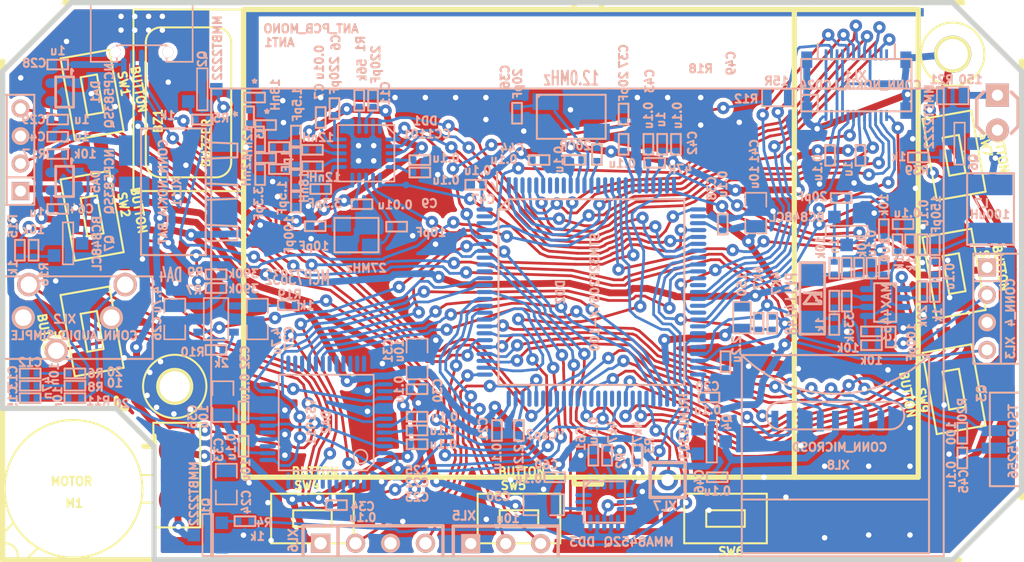
<source format=kicad_pcb>
(kicad_pcb (version 3) (host pcbnew "(2013-03-04 BZR 3984)-stable")
  (layers (15 Front signal hide) (0 Back signal hide) (18 B.Paste user) (19 F.Paste user) (20 B.SilkS user) (21 F.SilkS user hide) (22 B.Mask user) (23 F.Mask user) (28 Edge.Cuts user))
  (net 0 "")
  (net 1 +3.3V)
  (net 2 +5V)
  (net 3 +BATT)
  (net 4 /12MHz_Clk)
  (net 5 /ACC_IRQ)
  (net 6 /Btn1)
  (net 7 /Btn2)
  (net 8 /Btn3)
  (net 9 /Btn4)
  (net 10 /Btn5)
  (net 11 /Btn6)
  (net 12 /Btn7)
  (net 13 /Btn8)
  (net 14 /Btn9)
  (net 15 /Buzzer)
  (net 16 /BuzzerOut)
  (net 17 /CC_CS)
  (net 18 /CC_GDO0)
  (net 19 /CC_GDO2)
  (net 20 /CC_MISO)
  (net 21 /CC_MOSI)
  (net 22 /CC_SCK)
  (net 23 /Charge)
  (net 24 /I2C_SCL)
  (net 25 /I2C_SDA)
  (net 26 /LCD_BCKLT)
  (net 27 /LCD_DA0)
  (net 28 /LCD_DA1)
  (net 29 /LCD_DA2)
  (net 30 /LCD_DA3)
  (net 31 /LCD_DA4)
  (net 32 /LCD_DA5)
  (net 33 /LCD_DA6)
  (net 34 /LCD_DA7)
  (net 35 /LCD_DC)
  (net 36 /LCD_RD)
  (net 37 /LCD_WR)
  (net 38 /LCD_XCS)
  (net 39 /LCD_XRES)
  (net 40 /P_SCL)
  (net 41 /P_SDA)
  (net 42 /PeriphPwr)
  (net 43 /PeriphPwr1)
  (net 44 /RF1)
  (net 45 /RF2)
  (net 46 /RX2)
  (net 47 /SD_CLK)
  (net 48 /SD_CMD)
  (net 49 /SD_DAT0)
  (net 50 /SD_DAT1)
  (net 51 /SD_DAT2)
  (net 52 /SD_DAT3)
  (net 53 /SD_POWER)
  (net 54 /SD_VDD)
  (net 55 /SND_C)
  (net 56 /SND_L)
  (net 57 /SND_R)
  (net 58 /SWCLK)
  (net 59 /SWDIO)
  (net 60 /TX2)
  (net 61 /UBat_2)
  (net 62 /USB_DM)
  (net 63 /USB_DP)
  (net 64 /VS_DREQ)
  (net 65 /VS_RST)
  (net 66 /VS_SCLK)
  (net 67 /VS_SI)
  (net 68 /VS_SO)
  (net 69 /VS_XCS)
  (net 70 /VS_XDCS)
  (net 71 /Vibro)
  (net 72 /VibroOut)
  (net 73 /XLed1)
  (net 74 /XLed2)
  (net 75 /XotarIn)
  (net 76 /XotarLED)
  (net 77 /XotarPower)
  (net 78 /klNFCModulation)
  (net 79 /klNFC_Rx)
  (net 80 /klNFC_Tx)
  (net 81 /klNFC_Vcc)
  (net 82 AGND)
  (net 83 GND)
  (net 84 N-00000101)
  (net 85 N-00000106)
  (net 86 N-0000012)
  (net 87 N-00000122)
  (net 88 N-0000014)
  (net 89 N-00000140)
  (net 90 N-00000141)
  (net 91 N-00000145)
  (net 92 N-00000146)
  (net 93 N-00000147)
  (net 94 N-00000148)
  (net 95 N-00000149)
  (net 96 N-0000015)
  (net 97 N-0000018)
  (net 98 N-0000019)
  (net 99 N-0000024)
  (net 100 N-0000030)
  (net 101 N-0000031)
  (net 102 N-0000033)
  (net 103 N-0000034)
  (net 104 N-0000042)
  (net 105 N-0000051)
  (net 106 N-0000052)
  (net 107 N-0000053)
  (net 108 N-0000059)
  (net 109 N-0000060)
  (net 110 N-0000061)
  (net 111 N-0000062)
  (net 112 N-0000067)
  (net 113 N-0000068)
  (net 114 N-0000069)
  (net 115 N-0000072)
  (net 116 N-0000081)
  (net 117 N-0000083)
  (net 118 N-0000084)
  (net 119 N-0000085)
  (net 120 N-0000090)
  (net 121 N-0000091)
  (net 122 N-0000093)
  (net 123 N-0000094)
  (net 124 N-0000095)
  (net 125 N-0000097)
  (module CONN_NOKIA_ACC (layer Back) (at 124.249 81.2495)
    (fp_text reference XL11 (at -2.10058 0 270) (layer B.SilkS) (effects (font (size 0.59944 0.59944) (thickness 0.14986)) (justify mirror)))
    (fp_text value CONN_NOKIA_BAT (at -3.0988 0 270) (layer B.SilkS) (effects (font (size 0.59944 0.59944) (thickness 0.14986)) (justify mirror)))
    (pad 1 smd rect (at -5.19938 -2.99974) (size 2.19964 2.19964) (layers Back B.Paste B.Mask) (net 3 +BATT))
    (pad 2 smd rect (at -5.19938 0) (size 2.19964 2.19964) (layers Back B.Paste B.Mask))
    (pad 3 smd rect (at -5.19938 2.99974) (size 2.19964 2.19964) (layers Back B.Paste B.Mask) (net 83 GND))
    (pad H smd rect (at 1.19888 1.50114) (size 2.19964 2.19964) (layers Back B.Paste B.Mask))
    (pad H smd rect (at 1.19888 -1.50114) (size 2.19964 2.19964) (layers Back B.Paste B.Mask))
  )
  (module VIBRO_IPH4S (layer Front) (at 114.6 102.8)
    (fp_text reference M1 (at 0.09906 1.09982) (layer F.SilkS) (effects (font (size 0.59944 0.59944) (thickness 0.14986))))
    (fp_text value MOTOR (at -0.09906 -0.50038) (layer F.SilkS) (effects (font (size 0.59944 0.59944) (thickness 0.14986))))
    (pad 1 smd circle (at 7.54888 0.84582) (size 2.60096 2.60096) (layers Front F.Paste F.Mask) (net 72 /VibroOut))
    (pad 2 smd circle (at 7.54888 -2.75336) (size 2.60096 2.60096) (layers Front F.Paste F.Mask) (net 3 +BATT))
  )
  (module USB_KMMX_ABSMT5SG_30TR (layer Back) (at 119.6 66.8)
    (fp_text reference XL10 (at -1.50114 -0.70104) (layer B.SilkS) (effects (font (size 0.635 0.635) (thickness 0.16002)) (justify mirror)))
    (fp_text value USB_MICRO_B (at 2.90068 -0.70104) (layer B.SilkS) (effects (font (size 0.635 0.635) (thickness 0.16002)) (justify mirror)))
    (pad SHLD smd rect (at -3.74904 2.14884) (size 2.30124 1.89992) (layers Back B.Paste B.Mask) (net 83 GND))
    (pad SHLD smd rect (at 3.74904 2.14884) (size 2.30124 1.89992) (layers Back B.Paste B.Mask) (net 83 GND))
    (pad 1 smd oval (at -1.30048 5.40004) (size 0.39878 1.39954) (layers Back B.Paste B.Mask) (net 2 +5V))
    (pad 2 smd oval (at -0.65024 5.1054) (size 0.39878 1.99898) (layers Back B.Paste B.Mask) (net 62 /USB_DM))
    (pad 3 smd oval (at 0 5.1054) (size 0.39878 1.99898) (layers Back B.Paste B.Mask) (net 63 /USB_DP))
    (pad 4 smd oval (at 0.65024 5.1054) (size 0.39878 1.99898) (layers Back B.Paste B.Mask) (net 83 GND))
    (pad 5 smd oval (at 1.30048 5.40004) (size 0.39878 1.39954) (layers Back B.Paste B.Mask) (net 83 GND))
    (pad NC thru_hole circle (at 1.89992 4.29768) (size 0.8001 0.8001) (drill 0.8001) (layers *.Cu))
    (pad NC thru_hole circle (at -1.89992 4.29768) (size 0.8001 0.8001) (drill 0.8001) (layers *.Cu))
    (pad SHLD thru_hole rect (at -0.50038 1.69926) (size 1.00076 1.00076) (drill 0.39878) (layers *.Cu B.Paste B.Mask) (net 83 GND))
    (pad SHLD thru_hole rect (at -1.50114 2.70002) (size 1.00076 1.00076) (drill 0.39878) (layers *.Cu B.Paste B.Mask) (net 83 GND))
    (pad SHLD thru_hole rect (at 1.50114 2.70002) (size 1.00076 1.00076) (drill 0.39878) (layers *.Cu B.Paste B.Mask) (net 83 GND))
    (pad SHLD thru_hole rect (at -0.50038 2.70002) (size 1.00076 1.00076) (drill 0.39878) (layers *.Cu B.Paste B.Mask) (net 83 GND))
    (pad SHLD thru_hole rect (at -1.50114 1.69926) (size 1.00076 1.00076) (drill 0.39878) (layers *.Cu B.Paste B.Mask) (net 83 GND))
    (pad SHLD thru_hole rect (at 0.50038 1.69926) (size 1.00076 1.00076) (drill 0.39878) (layers *.Cu B.Paste B.Mask) (net 83 GND))
    (pad SHLD thru_hole rect (at 0.50038 2.70002) (size 1.00076 1.00076) (drill 0.39878) (layers *.Cu B.Paste B.Mask) (net 83 GND))
    (pad SHLD thru_hole rect (at 1.50114 1.69926) (size 1.00076 1.00076) (drill 0.39878) (layers *.Cu B.Paste B.Mask) (net 83 GND))
  )
  (module MICROSD_CAP_FIX05A (layer Back) (at 169.984 100.32 90)
    (fp_text reference XL8 (at -0.8001 0.20066 360) (layer B.SilkS) (effects (font (size 0.59944 0.59944) (thickness 0.14986)) (justify mirror)))
    (fp_text value CONN_MICROSD (at 0.50038 0.29972 360) (layer B.SilkS) (effects (font (size 0.59944 0.59944) (thickness 0.14986)) (justify mirror)))
    (pad 1 smd rect (at 2.4003 3.29946 90) (size 1.50114 0.50038) (layers Back B.Paste B.Mask) (net 51 /SD_DAT2))
    (pad 2 smd rect (at 2.4003 2.19964 90) (size 1.50114 0.50038) (layers Back B.Paste B.Mask) (net 52 /SD_DAT3))
    (pad 3 smd rect (at 2.4003 1.09982 90) (size 1.50114 0.50038) (layers Back B.Paste B.Mask) (net 48 /SD_CMD))
    (pad 4 smd rect (at 2.4003 0 90) (size 1.50114 0.50038) (layers Back B.Paste B.Mask) (net 54 /SD_VDD))
    (pad 5 smd rect (at 2.4003 -1.09982 90) (size 1.50114 0.50038) (layers Back B.Paste B.Mask) (net 47 /SD_CLK))
    (pad 6 smd rect (at 2.4003 -2.19964 90) (size 1.50114 0.50038) (layers Back B.Paste B.Mask) (net 83 GND))
    (pad 7 smd rect (at 2.4003 -3.29946 90) (size 1.50114 0.50038) (layers Back B.Paste B.Mask) (net 49 /SD_DAT0))
    (pad 8 smd rect (at 2.4003 -4.39928 90) (size 1.50114 0.50038) (layers Back B.Paste B.Mask) (net 50 /SD_DAT1))
    (pad H smd rect (at -3.40106 6.70052 90) (size 1.50114 1.50114) (layers Back B.Paste B.Mask) (net 83 GND))
    (pad H smd rect (at 4.8006 6.70052 90) (size 1.50114 1.50114) (layers Back B.Paste B.Mask) (net 83 GND))
    (pad H smd rect (at -3.40106 -6.70052 90) (size 1.50114 1.50114) (layers Back B.Paste B.Mask) (net 83 GND))
    (pad H smd rect (at 4.8006 -6.70052 90) (size 1.50114 1.50114) (layers Back B.Paste B.Mask) (net 83 GND))
  )
  (module LQFP48 (layer Back) (at 133 98 90)
    (fp_text reference DA2 (at 0.00254 0 90) (layer B.SilkS) (effects (font (size 0.59944 0.59944) (thickness 0.14986)) (justify mirror)))
    (fp_text value VS1011 (at 0.00254 -1.09982 90) (layer B.SilkS) (effects (font (size 0.59944 0.59944) (thickness 0.14986)) (justify mirror)))
    (pad 1 smd rect (at -4.24942 2.75082 90) (size 1.19888 0.29972) (layers Back B.Paste B.Mask))
    (pad 2 smd oval (at -4.24942 2.25298 90) (size 1.19888 0.29972) (layers Back B.Paste B.Mask))
    (pad 3 smd oval (at -4.24942 1.7526 90) (size 1.19888 0.29972) (layers Back B.Paste B.Mask) (net 65 /VS_RST))
    (pad 4 smd oval (at -4.24942 1.25222 90) (size 1.19888 0.29972) (layers Back B.Paste B.Mask) (net 83 GND))
    (pad 5 smd oval (at -4.24942 0.75184 90) (size 1.19888 0.29972) (layers Back B.Paste B.Mask))
    (pad 6 smd oval (at -4.24942 0.25146 90) (size 1.19888 0.29972) (layers Back B.Paste B.Mask) (net 1 +3.3V))
    (pad 7 smd oval (at -4.24942 -0.24892 90) (size 1.19888 0.29972) (layers Back B.Paste B.Mask))
    (pad 8 smd oval (at -4.24942 -0.7493 90) (size 1.19888 0.29972) (layers Back B.Paste B.Mask) (net 64 /VS_DREQ))
    (pad 9 smd oval (at -4.24942 -1.24714 90) (size 1.19888 0.29972) (layers Back B.Paste B.Mask))
    (pad 10 smd oval (at -4.24942 -1.74752 90) (size 1.19888 0.29972) (layers Back B.Paste B.Mask))
    (pad 11 smd oval (at -4.24942 -2.2479 90) (size 1.19888 0.29972) (layers Back B.Paste B.Mask))
    (pad 12 smd oval (at -4.25196 -2.74828 90) (size 1.19888 0.29972) (layers Back B.Paste B.Mask))
    (pad 13 smd oval (at -2.74574 -4.24942) (size 1.19888 0.29972) (layers Back B.Paste B.Mask) (net 70 /VS_XDCS))
    (pad 14 smd oval (at -2.2479 -4.24942) (size 1.19888 0.29972) (layers Back B.Paste B.Mask) (net 1 +3.3V))
    (pad 15 smd oval (at -1.74752 -4.24942) (size 1.19888 0.29972) (layers Back B.Paste B.Mask))
    (pad 16 smd oval (at -1.24714 -4.24942) (size 1.19888 0.29972) (layers Back B.Paste B.Mask) (net 83 GND))
    (pad 17 smd oval (at -0.74676 -4.24942) (size 1.19888 0.29972) (layers Back B.Paste B.Mask))
    (pad 18 smd oval (at -0.24638 -4.24942) (size 1.19888 0.29972) (layers Back B.Paste B.Mask) (net 4 /12MHz_Clk))
    (pad 19 smd oval (at 0.254 -4.24942) (size 1.19888 0.29972) (layers Back B.Paste B.Mask) (net 1 +3.3V))
    (pad 20 smd oval (at 0.75184 -4.24942) (size 1.19888 0.29972) (layers Back B.Paste B.Mask) (net 83 GND))
    (pad 21 smd oval (at 1.25222 -4.24942) (size 1.19888 0.29972) (layers Back B.Paste B.Mask) (net 83 GND))
    (pad 22 smd oval (at 1.7526 -4.24942) (size 1.19888 0.29972) (layers Back B.Paste B.Mask) (net 83 GND))
    (pad 23 smd oval (at 2.25044 -4.24942) (size 1.19888 0.29972) (layers Back B.Paste B.Mask) (net 69 /VS_XCS))
    (pad 24 smd oval (at 2.75082 -4.24942) (size 1.19888 0.29972) (layers Back B.Paste B.Mask))
    (pad 25 smd oval (at 4.25196 -2.75082 90) (size 1.19888 0.29972) (layers Back B.Paste B.Mask))
    (pad 26 smd oval (at 4.25196 -2.25044 90) (size 1.19888 0.29972) (layers Back B.Paste B.Mask))
    (pad 27 smd oval (at 4.25196 -1.75006 90) (size 1.19888 0.29972) (layers Back B.Paste B.Mask))
    (pad 28 smd oval (at 4.25196 -1.24968 90) (size 1.19888 0.29972) (layers Back B.Paste B.Mask) (net 66 /VS_SCLK))
    (pad 29 smd oval (at 4.25196 -0.7493 90) (size 1.19888 0.29972) (layers Back B.Paste B.Mask) (net 67 /VS_SI))
    (pad 30 smd oval (at 4.25196 -0.24892 90) (size 1.19888 0.29972) (layers Back B.Paste B.Mask) (net 68 /VS_SO))
    (pad 31 smd oval (at 4.25196 0.25146 90) (size 1.19888 0.29972) (layers Back B.Paste B.Mask))
    (pad 32 smd oval (at 4.25196 0.7493 90) (size 1.19888 0.29972) (layers Back B.Paste B.Mask) (net 1 +3.3V))
    (pad 33 smd oval (at 4.25196 1.24968 90) (size 1.19888 0.29972) (layers Back B.Paste B.Mask))
    (pad 34 smd oval (at 4.25196 1.75006 90) (size 1.19888 0.29972) (layers Back B.Paste B.Mask))
    (pad 35 smd oval (at 4.25196 2.25044 90) (size 1.19888 0.29972) (layers Back B.Paste B.Mask))
    (pad 36 smd oval (at 4.25196 2.75082 90) (size 1.19888 0.29972) (layers Back B.Paste B.Mask))
    (pad 37 smd oval (at 2.75082 4.24942) (size 1.19888 0.29972) (layers Back B.Paste B.Mask) (net 83 GND))
    (pad 38 smd oval (at 2.25044 4.24942) (size 1.19888 0.29972) (layers Back B.Paste B.Mask) (net 1 +3.3V))
    (pad 39 smd oval (at 1.75006 4.24942) (size 1.19888 0.29972) (layers Back B.Paste B.Mask) (net 57 /SND_R))
    (pad 40 smd oval (at 1.24968 4.24942) (size 1.19888 0.29972) (layers Back B.Paste B.Mask) (net 83 GND))
    (pad 41 smd oval (at 0.7493 4.24942) (size 1.19888 0.29972) (layers Back B.Paste B.Mask) (net 83 GND))
    (pad 42 smd oval (at 0.24892 4.24942) (size 1.19888 0.29972) (layers Back B.Paste B.Mask) (net 55 /SND_C))
    (pad 43 smd oval (at -0.24892 4.24942) (size 1.19888 0.29972) (layers Back B.Paste B.Mask) (net 1 +3.3V))
    (pad 44 smd oval (at -0.7493 4.24942) (size 1.19888 0.29972) (layers Back B.Paste B.Mask) (net 97 N-0000018))
    (pad 45 smd oval (at -1.24968 4.24942) (size 1.19888 0.29972) (layers Back B.Paste B.Mask) (net 1 +3.3V))
    (pad 46 smd oval (at -1.75006 4.24942) (size 1.19888 0.29972) (layers Back B.Paste B.Mask) (net 56 /SND_L))
    (pad 47 smd oval (at -2.25044 4.24942) (size 1.19888 0.29972) (layers Back B.Paste B.Mask) (net 83 GND))
    (pad 48 smd oval (at -2.75082 4.24942) (size 1.19888 0.29972) (layers Back B.Paste B.Mask))
  )
  (module BUZZER_NOKIA (layer Front) (at 123 74.5998 90)
    (fp_text reference BZ1 (at -1.50114 -2.19964 90) (layer F.SilkS) (effects (font (size 0.59944 0.59944) (thickness 0.14986))))
    (fp_text value BUZZER (at -3.0988 1.30048 90) (layer F.SilkS) (effects (font (size 0.59944 0.59944) (thickness 0.14986))))
    (pad 1 smd rect (at 1.30048 -3.59918 90) (size 2.49936 0.8001) (layers Front F.Paste F.Mask) (net 3 +BATT))
    (pad 2 smd rect (at -1.30048 3.59918 90) (size 2.49936 0.8001) (layers Front F.Paste F.Mask) (net 16 /BuzzerOut))
  )
  (module TSOP752 (layer Back) (at 181.5 99.25 90)
    (fp_text reference Q3 (at 3.35 -0.9 90) (layer B.SilkS) (effects (font (size 0.635 0.635) (thickness 0.14986)) (justify mirror)))
    (fp_text value TSOP75256 (at -0.15 1.4 90) (layer B.SilkS) (effects (font (size 0.635 0.635) (thickness 0.14986)) (justify mirror)))
    (pad 2 smd rect (at -0.635 0 90) (size 0.8001 1.80086) (layers Back B.Paste B.Mask) (net 91 N-00000145))
    (pad 1 smd rect (at -1.905 0 90) (size 0.8001 1.80086) (layers Back B.Paste B.Mask) (net 83 GND))
    (pad 3 smd rect (at 0.635 0 90) (size 0.8001 1.80086) (layers Back B.Paste B.Mask) (net 75 /XotarIn))
    (pad 4 smd rect (at 1.905 0 90) (size 0.8001 1.80086) (layers Back B.Paste B.Mask) (net 83 GND))
  )
  (module TESTPOINT_0_5MM (layer Back) (at 140.7275 77.3264 180)
    (fp_text reference "" (at -8.5725 6.8264 180) (layer B.SilkS) (effects (font (size 0.635 0.635) (thickness 0.09906)) (justify mirror)))
    (fp_text value "" (at -17.4725 6.7264 180) (layer B.SilkS) (effects (font (size 0.635 0.635) (thickness 0.09906)) (justify mirror)))
    (pad 1 smd circle (at 0 0 180) (size 0.50038 0.50038) (layers Back B.Paste B.Mask) (net 19 /CC_GDO2))
  )
  (module TESTPOINT_0_5MM (layer Back) (at 138.7993 80.751 180)
    (fp_text reference "" (at -14.9007 10.551 180) (layer B.SilkS) (effects (font (size 0.635 0.635) (thickness 0.09906)) (justify mirror)))
    (fp_text value "" (at -19.0007 10.651 180) (layer B.SilkS) (effects (font (size 0.635 0.635) (thickness 0.09906)) (justify mirror)))
    (pad 1 smd circle (at 0 0 180) (size 0.50038 0.50038) (layers Back B.Paste B.Mask) (net 18 /CC_GDO0))
  )
  (module SOT23-8 (layer Back) (at 173.599 89.2988 270)
    (fp_text reference "" (at -0.1988 -0.101 270) (layer B.SilkS) (effects (font (size 0.59944 0.59944) (thickness 0.14986)) (justify mirror)))
    (fp_text value MAX4453 (at 0.7012 -0.101 270) (layer B.SilkS) (effects (font (size 0.635 0.635) (thickness 0.14986)) (justify mirror)))
    (pad 1 smd rect (at -0.97536 -1.30048 270) (size 0.44958 1.09982) (layers Back B.Paste B.Mask) (net 86 N-0000012))
    (pad 2 smd oval (at -0.32512 -1.30048 270) (size 0.44958 1.09982) (layers Back B.Paste B.Mask) (net 88 N-0000014))
    (pad 3 smd oval (at 0.32512 -1.30048 270) (size 0.44958 1.09982) (layers Back B.Paste B.Mask) (net 82 AGND))
    (pad 8 smd oval (at -0.97536 1.30048 270) (size 0.44958 1.09982) (layers Back B.Paste B.Mask) (net 92 N-00000146))
    (pad 5 smd oval (at 0.97536 1.30048 270) (size 0.44958 1.09982) (layers Back B.Paste B.Mask) (net 82 AGND))
    (pad 6 smd oval (at 0.32512 1.30048 270) (size 0.44958 1.09982) (layers Back B.Paste B.Mask) (net 103 N-0000034))
    (pad 4 smd oval (at 0.97536 -1.30048 270) (size 0.44958 1.09982) (layers Back B.Paste B.Mask) (net 83 GND))
    (pad 7 smd oval (at -0.32512 1.30048 270) (size 0.44958 1.09982) (layers Back B.Paste B.Mask) (net 102 N-0000033))
  )
  (module SOT23-5 (layer Back) (at 125 90.5 90)
    (fp_text reference DA4 (at 3.2 -3.3 180) (layer B.SilkS) (effects (font (size 1.00076 0.59944) (thickness 0.14986)) (justify mirror)))
    (fp_text value MCP73832 (at 3 5.9 180) (layer B.SilkS) (effects (font (size 1.00076 0.59944) (thickness 0.14986)) (justify mirror)))
    (pad 1 smd rect (at -0.9525 -1.27 90) (size 0.508 0.762) (layers Back B.Paste B.Mask) (net 23 /Charge))
    (pad 3 smd rect (at 0.9525 -1.27 90) (size 0.508 0.762) (layers Back B.Paste B.Mask) (net 3 +BATT))
    (pad 5 smd rect (at -0.9525 1.27 90) (size 0.508 0.762) (layers Back B.Paste B.Mask) (net 119 N-0000085))
    (pad 2 smd rect (at 0 -1.27 90) (size 0.508 0.762) (layers Back B.Paste B.Mask) (net 83 GND))
    (pad 4 smd rect (at 0.9525 1.27 90) (size 0.508 0.762) (layers Back B.Paste B.Mask) (net 2 +5V))
  )
  (module SOT23 (layer Back) (at 179 77.75 270)
    (fp_text reference Q6 (at 1.35 -1 270) (layer B.SilkS) (effects (font (size 0.59944 0.59944) (thickness 0.14986)) (justify mirror)))
    (fp_text value MMBT2222 (at -1.95 2.2 270) (layer B.SilkS) (effects (font (size 0.59944 0.59944) (thickness 0.14986)) (justify mirror)))
    (pad 2 smd rect (at -0.889 1.016 270) (size 0.9144 0.9144) (layers Back B.Paste B.Mask) (net 83 GND))
    (pad 1 smd rect (at 0.889 1.016 270) (size 0.9144 0.9144) (layers Back B.Paste B.Mask) (net 99 N-0000024))
    (pad 3 smd rect (at 0 -1.016 270) (size 0.9144 0.9144) (layers Back B.Paste B.Mask) (net 74 /XLed2))
  )
  (module SOT23 (layer Back) (at 170.8 84.0994 180)
    (fp_text reference "" (at 0.3 0.0994 180) (layer B.SilkS) (effects (font (size 0.59944 0.59944) (thickness 0.14986)) (justify mirror)))
    (fp_text value BC848CL (at 3.6 0.9994 180) (layer B.SilkS) (effects (font (size 0.59944 0.59944) (thickness 0.14986)) (justify mirror)))
    (pad 2 smd rect (at -0.889 1.016 180) (size 0.9144 0.9144) (layers Back B.Paste B.Mask) (net 83 GND))
    (pad 1 smd rect (at 0.889 1.016 180) (size 0.9144 0.9144) (layers Back B.Paste B.Mask) (net 85 N-00000106))
    (pad 3 smd rect (at 0 -1.016 180) (size 0.9144 0.9144) (layers Back B.Paste B.Mask) (net 79 /klNFC_Rx))
  )
  (module SOT23 (layer Back) (at 161 99.4 270)
    (fp_text reference Q4 (at -1.4 -1.1 270) (layer B.SilkS) (effects (font (size 0.59944 0.59944) (thickness 0.14986)) (justify mirror)))
    (fp_text value IRLML9303 (at -1.1 2 270) (layer B.SilkS) (effects (font (size 0.59944 0.59944) (thickness 0.14986)) (justify mirror)))
    (pad 2 smd rect (at -0.889 1.016 270) (size 0.9144 0.9144) (layers Back B.Paste B.Mask) (net 1 +3.3V))
    (pad 1 smd rect (at 0.889 1.016 270) (size 0.9144 0.9144) (layers Back B.Paste B.Mask) (net 53 /SD_POWER))
    (pad 3 smd rect (at 0 -1.016 270) (size 0.9144 0.9144) (layers Back B.Paste B.Mask) (net 54 /SD_VDD))
  )
  (module SOT23 (layer Back) (at 124 73.8 270)
    (fp_text reference Q2 (at -2.19964 0 270) (layer B.SilkS) (effects (font (size 0.59944 0.59944) (thickness 0.14986)) (justify mirror)))
    (fp_text value MMBT2222 (at -2.99974 -1.09982 270) (layer B.SilkS) (effects (font (size 0.59944 0.59944) (thickness 0.14986)) (justify mirror)))
    (pad 2 smd rect (at -0.889 1.016 270) (size 0.9144 0.9144) (layers Back B.Paste B.Mask) (net 83 GND))
    (pad 1 smd rect (at 0.889 1.016 270) (size 0.9144 0.9144) (layers Back B.Paste B.Mask) (net 104 N-0000042))
    (pad 3 smd rect (at 0 -1.016 270) (size 0.9144 0.9144) (layers Back B.Paste B.Mask) (net 16 /BuzzerOut))
  )
  (module SOT23 (layer Back) (at 124.399 106.2 90)
    (fp_text reference Q1 (at 2.10058 -0.09906 90) (layer B.SilkS) (effects (font (size 0.59944 0.59944) (thickness 0.14986)) (justify mirror)))
    (fp_text value MMBT2222 (at 2.99974 -0.99822 90) (layer B.SilkS) (effects (font (size 0.59944 0.59944) (thickness 0.14986)) (justify mirror)))
    (pad 2 smd rect (at -0.889 1.016 90) (size 0.9144 0.9144) (layers Back B.Paste B.Mask) (net 83 GND))
    (pad 1 smd rect (at 0.889 1.016 90) (size 0.9144 0.9144) (layers Back B.Paste B.Mask) (net 108 N-0000059))
    (pad 3 smd rect (at 0 -1.016 90) (size 0.9144 0.9144) (layers Back B.Paste B.Mask) (net 72 /VibroOut))
  )
  (module SIL-4 (layer Back) (at 136.4 106.8)
    (fp_text reference XL6 (at -5.8 -0.2 90) (layer B.SilkS) (effects (font (size 0.635 0.635) (thickness 0.16002)) (justify mirror)))
    (fp_text value ST_SWD hide)
    (pad 1 thru_hole rect (at -3.81 0) (size 1.39954 1.39954) (drill 0.899159) (layers *.Cu *.Mask B.SilkS) (net 1 +3.3V))
    (pad 2 thru_hole circle (at -1.27 0) (size 1.39954 1.39954) (drill 0.899159) (layers *.Cu *.Mask B.SilkS) (net 58 /SWCLK))
    (pad 3 thru_hole circle (at 1.27 0) (size 1.39954 1.39954) (drill 0.899159) (layers *.Cu *.Mask B.SilkS) (net 83 GND))
    (pad 4 thru_hole circle (at 3.81 0) (size 1.39954 1.39954) (drill 0.899159) (layers *.Cu *.Mask B.SilkS) (net 59 /SWDIO))
  )
  (module SC82AB (layer Back) (at 114 74 180)
    (fp_text reference DA1 (at -2.25 0 270) (layer B.SilkS) (effects (font (size 0.59944 0.59944) (thickness 0.14986)) (justify mirror)))
    (fp_text value NCP583SQ (at -3.25 -0.25 270) (layer B.SilkS) (effects (font (size 0.59944 0.59944) (thickness 0.14986)) (justify mirror)))
    (pad 1 smd rect (at -0.94996 0.65024 180) (size 0.89916 0.70104) (layers Back B.Paste B.Mask) (net 2 +5V))
    (pad 2 smd oval (at -0.94996 -0.65024 180) (size 0.89916 0.70104) (layers Back B.Paste B.Mask) (net 83 GND))
    (pad 3 smd oval (at 0.94996 -0.65024 180) (size 0.89916 0.70104) (layers Back B.Paste B.Mask) (net 1 +3.3V))
    (pad 4 smd oval (at 0.94996 0.65024 180) (size 0.89916 0.70104) (layers Back B.Paste B.Mask) (net 2 +5V))
  )
  (module RES_0603 (layer Back) (at 178.5 74.25 180)
    (fp_text reference R21 (at 0.8 1.15 180) (layer B.SilkS) (effects (font (size 0.59944 0.59944) (thickness 0.14986)) (justify mirror)))
    (fp_text value 150 (at -1.3 1.15 180) (layer B.SilkS) (effects (font (size 0.59944 0.59944) (thickness 0.14986)) (justify mirror)))
    (pad 1 smd rect (at -0.762 0 180) (size 0.635 1.143) (layers Back B.Paste B.Mask) (net 73 /XLed1))
    (pad 2 smd rect (at 0.762 0 180) (size 0.635 1.143) (layers Back B.Paste B.Mask) (net 3 +BATT))
  )
  (module RES_0603 (layer Back) (at 163.2 90.4 270)
    (fp_text reference "" (at 0 0 270) (layer B.SilkS) (effects (font (size 0.59944 0.59944) (thickness 0.14986)) (justify mirror)))
    (fp_text value 150 (at -2.4 0 270) (layer B.SilkS) (effects (font (size 0.59944 0.59944) (thickness 0.14986)) (justify mirror)))
    (pad 1 smd rect (at -0.762 0 270) (size 0.635 1.143) (layers Back B.Paste B.Mask) (net 43 /PeriphPwr1))
    (pad 2 smd rect (at 0.762 0 270) (size 0.635 1.143) (layers Back B.Paste B.Mask) (net 42 /PeriphPwr))
  )
  (module RES_0402 (layer Back) (at 114.749 95.3501)
    (fp_text reference R8 (at 1.50114 0.09906) (layer B.SilkS) (effects (font (size 0.59944 0.59944) (thickness 0.14986)) (justify mirror)))
    (fp_text value 10 (at 2.90068 -0.20066) (layer B.SilkS) (effects (font (size 0.59944 0.59944) (thickness 0.14986)) (justify mirror)))
    (pad 1 smd rect (at -0.44958 0) (size 0.39878 0.50038) (layers Back B.Paste B.Mask) (net 118 N-0000084))
    (pad 2 smd rect (at 0.44958 0) (size 0.39878 0.50038) (layers Back B.Paste B.Mask) (net 55 /SND_C))
  )
  (module RES_0402 (layer Back) (at 125 88.25 180)
    (fp_text reference R7 (at 1.6 -0.15 180) (layer B.SilkS) (effects (font (size 0.59944 0.59944) (thickness 0.14986)) (justify mirror)))
    (fp_text value 390k (at -2 -0.05 180) (layer B.SilkS) (effects (font (size 0.59944 0.59944) (thickness 0.14986)) (justify mirror)))
    (pad 1 smd rect (at -0.44958 0 180) (size 0.39878 0.50038) (layers Back B.Paste B.Mask) (net 3 +BATT))
    (pad 2 smd rect (at 0.44958 0 180) (size 0.39878 0.50038) (layers Back B.Paste B.Mask) (net 61 /UBat_2))
  )
  (module RES_0402 (layer Back) (at 114.749 94.451)
    (fp_text reference R6 (at 1.50114 0) (layer B.SilkS) (effects (font (size 0.59944 0.59944) (thickness 0.14986)) (justify mirror)))
    (fp_text value 20 (at 2.90068 -0.1016) (layer B.SilkS) (effects (font (size 0.59944 0.59944) (thickness 0.14986)) (justify mirror)))
    (pad 1 smd rect (at -0.44958 0) (size 0.39878 0.50038) (layers Back B.Paste B.Mask) (net 117 N-0000083))
    (pad 2 smd rect (at 0.44958 0) (size 0.39878 0.50038) (layers Back B.Paste B.Mask) (net 57 /SND_R))
  )
  (module RES_0402 (layer Back) (at 124 76 180)
    (fp_text reference R5 (at -1.3716 0.10668 180) (layer B.SilkS) (effects (font (size 0.59944 0.59944) (thickness 0.14986)) (justify mirror)))
    (fp_text value 1k (at 2.5 0.3 180) (layer B.SilkS) (effects (font (size 0.59944 0.59944) (thickness 0.14986)) (justify mirror)))
    (pad 1 smd rect (at -0.44958 0 180) (size 0.39878 0.50038) (layers Back B.Paste B.Mask) (net 15 /Buzzer))
    (pad 2 smd rect (at 0.44958 0 180) (size 0.39878 0.50038) (layers Back B.Paste B.Mask) (net 104 N-0000042))
  )
  (module RES_0402 (layer Back) (at 174.501 85.1002 270)
    (fp_text reference "" (at -0.09906 0.8001 270) (layer B.SilkS) (effects (font (size 0.59944 0.59944) (thickness 0.14986)) (justify mirror)))
    (fp_text value 1k (at 1.2998 -0.099 270) (layer B.SilkS) (effects (font (size 0.59944 0.59944) (thickness 0.14986)) (justify mirror)))
    (pad 1 smd rect (at -0.44958 0 270) (size 0.39878 0.50038) (layers Back B.Paste B.Mask) (net 81 /klNFC_Vcc))
    (pad 2 smd rect (at 0.44958 0 270) (size 0.39878 0.50038) (layers Back B.Paste B.Mask) (net 82 AGND))
  )
  (module RES_0402 (layer Back) (at 155.6 100.4 90)
    (fp_text reference R3 (at 0.7 0.9 90) (layer B.SilkS) (effects (font (size 0.59944 0.59944) (thickness 0.14986)) (justify mirror)))
    (fp_text value 4k7 (at 1.7 0 90) (layer B.SilkS) (effects (font (size 0.59944 0.59944) (thickness 0.14986)) (justify mirror)))
    (pad 1 smd rect (at -0.44958 0 90) (size 0.39878 0.50038) (layers Back B.Paste B.Mask) (net 25 /I2C_SDA))
    (pad 2 smd rect (at 0.44958 0 90) (size 0.39878 0.50038) (layers Back B.Paste B.Mask) (net 1 +3.3V))
  )
  (module RES_0402 (layer Back) (at 153.4 100.4 270)
    (fp_text reference R2 (at 0.4 -1 270) (layer B.SilkS) (effects (font (size 0.59944 0.59944) (thickness 0.14986)) (justify mirror)))
    (fp_text value 4k7 (at -1.7 -0.4 270) (layer B.SilkS) (effects (font (size 0.59944 0.59944) (thickness 0.14986)) (justify mirror)))
    (pad 1 smd rect (at -0.44958 0 270) (size 0.39878 0.50038) (layers Back B.Paste B.Mask) (net 1 +3.3V))
    (pad 2 smd rect (at 0.44958 0 270) (size 0.39878 0.50038) (layers Back B.Paste B.Mask) (net 24 /I2C_SCL))
  )
  (module RES_0402 (layer Back) (at 135.4 74.6 90)
    (fp_text reference R1 (at 4.1 0.1 90) (layer B.SilkS) (effects (font (size 0.59944 0.59944) (thickness 0.14986)) (justify mirror)))
    (fp_text value 56k (at 2.2 0.2 90) (layer B.SilkS) (effects (font (size 0.59944 0.59944) (thickness 0.14986)) (justify mirror)))
    (pad 1 smd rect (at -0.44958 0 90) (size 0.39878 0.50038) (layers Back B.Paste B.Mask) (net 113 N-0000068))
    (pad 2 smd rect (at 0.44958 0 90) (size 0.39878 0.50038) (layers Back B.Paste B.Mask) (net 83 GND))
  )
  (module RES_0402 (layer Back) (at 172.6 92.4 180)
    (fp_text reference "" (at 0 0 180) (layer B.SilkS) (effects (font (size 0.59944 0.59944) (thickness 0.14986)) (justify mirror)))
    (fp_text value 10k (at 0 -1.1 180) (layer B.SilkS) (effects (font (size 0.59944 0.59944) (thickness 0.14986)) (justify mirror)))
    (pad 1 smd rect (at -0.44958 0 180) (size 0.39878 0.50038) (layers Back B.Paste B.Mask) (net 93 N-00000147))
    (pad 2 smd rect (at 0.44958 0 180) (size 0.39878 0.50038) (layers Back B.Paste B.Mask) (net 103 N-0000034))
  )
  (module RES_0402 (layer Back) (at 127.099 105.199 180)
    (fp_text reference R4 (at -1.40208 -0.1016 180) (layer B.SilkS) (effects (font (size 0.59944 0.59944) (thickness 0.14986)) (justify mirror)))
    (fp_text value 1k (at -0.9017 -1.09982 180) (layer B.SilkS) (effects (font (size 0.59944 0.59944) (thickness 0.14986)) (justify mirror)))
    (pad 1 smd rect (at -0.44958 0 180) (size 0.39878 0.50038) (layers Back B.Paste B.Mask) (net 71 /Vibro))
    (pad 2 smd rect (at 0.44958 0 180) (size 0.39878 0.50038) (layers Back B.Paste B.Mask) (net 108 N-0000059))
  )
  (module RES_0402 (layer Back) (at 169.901 86.7994 90)
    (fp_text reference "" (at -0.0006 0.099 90) (layer B.SilkS) (effects (font (size 0.59944 0.59944) (thickness 0.14986)) (justify mirror)))
    (fp_text value 10k (at 1.4994 -1.001 90) (layer B.SilkS) (effects (font (size 0.59944 0.59944) (thickness 0.14986)) (justify mirror)))
    (pad 1 smd rect (at -0.44958 0 90) (size 0.39878 0.50038) (layers Back B.Paste B.Mask) (net 100 N-0000030))
    (pad 2 smd rect (at 0.44958 0 90) (size 0.39878 0.50038) (layers Back B.Paste B.Mask) (net 85 N-00000106))
  )
  (module RES_0402 (layer Back) (at 175.4 85.1002 90)
    (fp_text reference "" (at 0.0002 0.1 90) (layer B.SilkS) (effects (font (size 0.59944 0.59944) (thickness 0.14986)) (justify mirror)))
    (fp_text value 1k (at -1.3998 0.1 90) (layer B.SilkS) (effects (font (size 0.59944 0.59944) (thickness 0.14986)) (justify mirror)))
    (pad 1 smd rect (at -0.44958 0 90) (size 0.39878 0.50038) (layers Back B.Paste B.Mask) (net 82 AGND))
    (pad 2 smd rect (at 0.44958 0 90) (size 0.39878 0.50038) (layers Back B.Paste B.Mask) (net 83 GND))
  )
  (module RES_0402 (layer Back) (at 172.6 91.4)
    (fp_text reference "" (at -0.1 0.1) (layer B.SilkS) (effects (font (size 0.59944 0.59944) (thickness 0.14986)) (justify mirror)))
    (fp_text value 10k (at -1.7 1.2) (layer B.SilkS) (effects (font (size 0.59944 0.59944) (thickness 0.14986)) (justify mirror)))
    (pad 1 smd rect (at -0.44958 0) (size 0.39878 0.50038) (layers Back B.Paste B.Mask) (net 82 AGND))
    (pad 2 smd rect (at 0.44958 0) (size 0.39878 0.50038) (layers Back B.Paste B.Mask) (net 93 N-00000147))
  )
  (module RES_0402 (layer Back) (at 169.901 90.899 90)
    (fp_text reference "" (at -0.001 0.099 90) (layer B.SilkS) (effects (font (size 0.59944 0.59944) (thickness 0.14986)) (justify mirror)))
    (fp_text value 1k (at 0 -1.00076 90) (layer B.SilkS) (effects (font (size 0.59944 0.59944) (thickness 0.14986)) (justify mirror)))
    (pad 1 smd rect (at -0.44958 0 90) (size 0.39878 0.50038) (layers Back B.Paste B.Mask) (net 83 GND))
    (pad 2 smd rect (at 0.44958 0 90) (size 0.39878 0.50038) (layers Back B.Paste B.Mask) (net 101 N-0000031))
  )
  (module RES_0402 (layer Back) (at 176.299 88.5012 90)
    (fp_text reference "" (at -0.09906 0.8001 90) (layer B.SilkS) (effects (font (size 0.59944 0.59944) (thickness 0.14986)) (justify mirror)))
    (fp_text value 20k (at -1.7988 0.001 90) (layer B.SilkS) (effects (font (size 0.59944 0.59944) (thickness 0.14986)) (justify mirror)))
    (pad 1 smd rect (at -0.44958 0 90) (size 0.39878 0.50038) (layers Back B.Paste B.Mask) (net 88 N-0000014))
    (pad 2 smd rect (at 0.44958 0 90) (size 0.39878 0.50038) (layers Back B.Paste B.Mask) (net 86 N-0000012))
  )
  (module RES_0402 (layer Back) (at 170.8 89.1997 90)
    (fp_text reference "" (at -0.1003 0 90) (layer B.SilkS) (effects (font (size 0.59944 0.59944) (thickness 0.14986)) (justify mirror)))
    (fp_text value 330k (at -1.9003 0.2 90) (layer B.SilkS) (effects (font (size 0.59944 0.59944) (thickness 0.14986)) (justify mirror)))
    (pad 1 smd rect (at -0.44958 0 90) (size 0.39878 0.50038) (layers Back B.Paste B.Mask) (net 103 N-0000034))
    (pad 2 smd rect (at 0.44958 0 90) (size 0.39878 0.50038) (layers Back B.Paste B.Mask) (net 102 N-0000033))
  )
  (module RES_0402 (layer Back) (at 176 78.75)
    (fp_text reference R39 (at -0.1 0.95) (layer B.SilkS) (effects (font (size 0.59944 0.59944) (thickness 0.14986)) (justify mirror)))
    (fp_text value 1k (at -1.4 -0.05) (layer B.SilkS) (effects (font (size 0.59944 0.59944) (thickness 0.14986)) (justify mirror)))
    (pad 1 smd rect (at -0.44958 0) (size 0.39878 0.50038) (layers Back B.Paste B.Mask) (net 76 /XotarLED))
    (pad 2 smd rect (at 0.44958 0) (size 0.39878 0.50038) (layers Back B.Paste B.Mask) (net 99 N-0000024))
  )
  (module RES_0402 (layer Back) (at 173.5 84.0003 270)
    (fp_text reference "" (at -1.69926 0 270) (layer B.SilkS) (effects (font (size 0.59944 0.59944) (thickness 0.14986)) (justify mirror)))
    (fp_text value 10k (at -1.8003 0 270) (layer B.SilkS) (effects (font (size 0.59944 0.59944) (thickness 0.14986)) (justify mirror)))
    (pad 1 smd rect (at -0.44958 0 270) (size 0.39878 0.50038) (layers Back B.Paste B.Mask) (net 79 /klNFC_Rx))
    (pad 2 smd rect (at 0.44958 0 270) (size 0.39878 0.50038) (layers Back B.Paste B.Mask) (net 81 /klNFC_Vcc))
  )
  (module RES_0402 (layer Back) (at 171.699 86.7994 90)
    (fp_text reference "" (at -0.0006 0.001 90) (layer B.SilkS) (effects (font (size 0.59944 0.59944) (thickness 0.14986)) (justify mirror)))
    (fp_text value 10k (at 1.5994 0.201 90) (layer B.SilkS) (effects (font (size 0.59944 0.59944) (thickness 0.14986)) (justify mirror)))
    (pad 1 smd rect (at -0.44958 0 90) (size 0.39878 0.50038) (layers Back B.Paste B.Mask) (net 100 N-0000030))
    (pad 2 smd rect (at 0.44958 0 90) (size 0.39878 0.50038) (layers Back B.Paste B.Mask) (net 83 GND))
  )
  (module RES_0402 (layer Back) (at 173.5 86.7994 90)
    (fp_text reference "" (at 0.0994 0 90) (layer B.SilkS) (effects (font (size 0.59944 0.59944) (thickness 0.14986)) (justify mirror)))
    (fp_text value 100 (at 1.2994 0.1 90) (layer B.SilkS) (effects (font (size 0.59944 0.59944) (thickness 0.14986)) (justify mirror)))
    (pad 1 smd rect (at -0.44958 0 90) (size 0.39878 0.50038) (layers Back B.Paste B.Mask) (net 92 N-00000146))
    (pad 2 smd rect (at 0.44958 0 90) (size 0.39878 0.50038) (layers Back B.Paste B.Mask) (net 81 /klNFC_Vcc))
  )
  (module RES_0402 (layer Back) (at 125 87.25)
    (fp_text reference R9 (at -1.5 -0.15) (layer B.SilkS) (effects (font (size 0.59944 0.59944) (thickness 0.14986)) (justify mirror)))
    (fp_text value 390k (at 2 -0.05) (layer B.SilkS) (effects (font (size 0.59944 0.59944) (thickness 0.14986)) (justify mirror)))
    (pad 1 smd rect (at -0.44958 0) (size 0.39878 0.50038) (layers Back B.Paste B.Mask) (net 61 /UBat_2))
    (pad 2 smd rect (at 0.44958 0) (size 0.39878 0.50038) (layers Back B.Paste B.Mask) (net 83 GND))
  )
  (module RES_0402 (layer Back) (at 177.201 88.5012 270)
    (fp_text reference "" (at 0.0988 -0.099 270) (layer B.SilkS) (effects (font (size 0.59944 0.59944) (thickness 0.14986)) (justify mirror)))
    (fp_text value 1k (at 1.6988 -0.199 270) (layer B.SilkS) (effects (font (size 0.59944 0.59944) (thickness 0.14986)) (justify mirror)))
    (pad 1 smd rect (at -0.44958 0 270) (size 0.39878 0.50038) (layers Back B.Paste B.Mask) (net 80 /klNFC_Tx))
    (pad 2 smd rect (at 0.44958 0 270) (size 0.39878 0.50038) (layers Back B.Paste B.Mask) (net 88 N-0000014))
  )
  (module RES_0402 (layer Back) (at 179.2 98.8 270)
    (fp_text reference R20 (at -1.7 0 270) (layer B.SilkS) (effects (font (size 0.59944 0.59944) (thickness 0.14986)) (justify mirror)))
    (fp_text value 100 (at 0 0.8 270) (layer B.SilkS) (effects (font (size 0.59944 0.59944) (thickness 0.14986)) (justify mirror)))
    (pad 1 smd rect (at -0.44958 0 270) (size 0.39878 0.50038) (layers Back B.Paste B.Mask) (net 77 /XotarPower))
    (pad 2 smd rect (at 0.44958 0 270) (size 0.39878 0.50038) (layers Back B.Paste B.Mask) (net 91 N-00000145))
  )
  (module RES_0402 (layer Back) (at 156.8519 79.145 180)
    (fp_text reference R18 (at -3.3481 6.845 180) (layer B.SilkS) (effects (font (size 0.59944 0.59944) (thickness 0.14986)) (justify mirror)))
    (fp_text value 47R (at -1.8481 -0.455 180) (layer B.SilkS) (effects (font (size 0.59944 0.59944) (thickness 0.14986)) (justify mirror)))
    (pad 1 smd rect (at -0.44958 0 180) (size 0.39878 0.50038) (layers Back B.Paste B.Mask) (net 1 +3.3V))
    (pad 2 smd rect (at 0.44958 0 180) (size 0.39878 0.50038) (layers Back B.Paste B.Mask) (net 94 N-00000148))
  )
  (module RES_0402 (layer Back) (at 125 92.75 180)
    (fp_text reference R10 (at 1.7 -0.15 180) (layer B.SilkS) (effects (font (size 0.59944 0.59944) (thickness 0.14986)) (justify mirror)))
    (fp_text value 2k (at -0.4 -0.95 180) (layer B.SilkS) (effects (font (size 0.59944 0.59944) (thickness 0.14986)) (justify mirror)))
    (pad 1 smd rect (at -0.44958 0 180) (size 0.39878 0.50038) (layers Back B.Paste B.Mask) (net 119 N-0000085))
    (pad 2 smd rect (at 0.44958 0 180) (size 0.39878 0.50038) (layers Back B.Paste B.Mask) (net 83 GND))
  )
  (module RES_0402 (layer Back) (at 114.749 96.2493)
    (fp_text reference R11 (at 1.7018 0.20066) (layer B.SilkS) (effects (font (size 0.59944 0.59944) (thickness 0.14986)) (justify mirror)))
    (fp_text value 20 (at 3.40106 0.40132) (layer B.SilkS) (effects (font (size 0.59944 0.59944) (thickness 0.14986)) (justify mirror)))
    (pad 1 smd rect (at -0.44958 0) (size 0.39878 0.50038) (layers Back B.Paste B.Mask) (net 116 N-0000081))
    (pad 2 smd rect (at 0.44958 0) (size 0.39878 0.50038) (layers Back B.Paste B.Mask) (net 56 /SND_L))
  )
  (module RES_0402 (layer Back) (at 152.6607 78.5389 90)
    (fp_text reference "" (at 6.0389 34.1393 90) (layer B.SilkS) (effects (font (size 0.59944 0.59944) (thickness 0.14986)) (justify mirror)))
    (fp_text value 200R (at 0.6389 -1.5607 180) (layer B.SilkS) (effects (font (size 0.59944 0.59944) (thickness 0.14986)) (justify mirror)))
    (pad 1 smd rect (at -0.44958 0 90) (size 0.39878 0.50038) (layers Back B.Paste B.Mask) (net 115 N-0000072))
    (pad 2 smd rect (at 0.44958 0 90) (size 0.39878 0.50038) (layers Back B.Paste B.Mask) (net 122 N-0000093))
  )
  (module RES_0402 (layer Back) (at 110.75 85.5 90)
    (fp_text reference R15 (at 1.75 -0.5 90) (layer B.SilkS) (effects (font (size 0.59944 0.59944) (thickness 0.14986)) (justify mirror)))
    (fp_text value 1k (at -1.25 -0.5 90) (layer B.SilkS) (effects (font (size 0.59944 0.59944) (thickness 0.14986)) (justify mirror)))
    (pad 1 smd rect (at -0.44958 0 90) (size 0.39878 0.50038) (layers Back B.Paste B.Mask) (net 90 N-00000141))
    (pad 2 smd rect (at 0.44958 0 90) (size 0.39878 0.50038) (layers Back B.Paste B.Mask) (net 2 +5V))
  )
  (module RES_0402 (layer Back) (at 111.75 85.5 270)
    (fp_text reference R16 (at 1.75 -0.75 270) (layer B.SilkS) (effects (font (size 0.59944 0.59944) (thickness 0.14986)) (justify mirror)))
    (fp_text value 10k (at -1.5 0 360) (layer B.SilkS) (effects (font (size 0.59944 0.59944) (thickness 0.14986)) (justify mirror)))
    (pad 1 smd rect (at -0.44958 0 270) (size 0.39878 0.50038) (layers Back B.Paste B.Mask) (net 83 GND))
    (pad 2 smd rect (at 0.44958 0 270) (size 0.39878 0.50038) (layers Back B.Paste B.Mask) (net 90 N-00000141))
  )
  (module RES_0402 (layer Back) (at 113.5 78.5 180)
    (fp_text reference R17 (at 1.69926 0 180) (layer B.SilkS) (effects (font (size 0.59944 0.59944) (thickness 0.14986)) (justify mirror)))
    (fp_text value 10k (at -2 0 180) (layer B.SilkS) (effects (font (size 0.59944 0.59944) (thickness 0.14986)) (justify mirror)))
    (pad 1 smd rect (at -0.44958 0 180) (size 0.39878 0.50038) (layers Back B.Paste B.Mask) (net 89 N-00000140))
    (pad 2 smd rect (at 0.44958 0 180) (size 0.39878 0.50038) (layers Back B.Paste B.Mask) (net 3 +BATT))
  )
  (module QFN20 (layer Back) (at 135.9012 78.45 180)
    (fp_text reference DD1 (at -4.2988 2.35 180) (layer B.SilkS) (effects (font (size 0.59944 0.59944) (thickness 0.14986)) (justify mirror)))
    (fp_text value CC1101 (at -4.39928 1.39954 180) (layer B.SilkS) (effects (font (size 0.59944 0.59944) (thickness 0.14986)) (justify mirror)))
    (pad 1 smd rect (at -1.95072 1.00076 180) (size 1.09982 0.2794) (layers Back B.Paste B.Mask) (net 22 /CC_SCK))
    (pad 2 smd oval (at -1.95072 0.50038 180) (size 1.09982 0.2794) (layers Back B.Paste B.Mask) (net 20 /CC_MISO))
    (pad 3 smd oval (at -1.95072 0 180) (size 1.09982 0.2794) (layers Back B.Paste B.Mask) (net 19 /CC_GDO2))
    (pad 4 smd oval (at -1.95072 -0.50038 180) (size 1.09982 0.2794) (layers Back B.Paste B.Mask) (net 1 +3.3V))
    (pad 5 smd oval (at -1.95072 -1.00076 180) (size 1.09982 0.2794) (layers Back B.Paste B.Mask) (net 111 N-0000062))
    (pad 6 smd oval (at -1.00076 -1.95072 90) (size 1.09982 0.2794) (layers Back B.Paste B.Mask) (net 18 /CC_GDO0))
    (pad 7 smd oval (at -0.50038 -1.95072 90) (size 1.09982 0.2794) (layers Back B.Paste B.Mask) (net 17 /CC_CS))
    (pad 8 smd oval (at 0 -1.95072 90) (size 1.09982 0.2794) (layers Back B.Paste B.Mask) (net 124 N-0000095))
    (pad 9 smd oval (at 0.50038 -1.95072 90) (size 1.09982 0.2794) (layers Back B.Paste B.Mask) (net 1 +3.3V))
    (pad 10 smd oval (at 1.00076 -1.95072 90) (size 1.09982 0.2794) (layers Back B.Paste B.Mask) (net 114 N-0000069))
    (pad 11 smd oval (at 1.95072 -1.00076) (size 1.09982 0.2794) (layers Back B.Paste B.Mask) (net 1 +3.3V))
    (pad 12 smd oval (at 1.95072 -0.50038) (size 1.09982 0.2794) (layers Back B.Paste B.Mask) (net 44 /RF1))
    (pad 13 smd oval (at 1.95072 0) (size 1.09982 0.2794) (layers Back B.Paste B.Mask) (net 45 /RF2))
    (pad 14 smd oval (at 1.95072 0.50038) (size 1.09982 0.2794) (layers Back B.Paste B.Mask) (net 1 +3.3V))
    (pad 15 smd oval (at 1.95072 1.00076) (size 1.09982 0.2794) (layers Back B.Paste B.Mask) (net 1 +3.3V))
    (pad 16 smd oval (at 1.00076 1.95072 90) (size 1.09982 0.2794) (layers Back B.Paste B.Mask) (net 83 GND))
    (pad 17 smd oval (at 0.50038 1.95072 90) (size 1.09982 0.2794) (layers Back B.Paste B.Mask) (net 113 N-0000068))
    (pad 18 smd oval (at 0 1.95072 90) (size 1.09982 0.2794) (layers Back B.Paste B.Mask) (net 1 +3.3V))
    (pad 19 smd oval (at -0.50038 1.95072 90) (size 1.09982 0.2794) (layers Back B.Paste B.Mask) (net 83 GND))
    (pad 20 smd oval (at -1.00076 1.95072 90) (size 1.09982 0.2794) (layers Back B.Paste B.Mask) (net 21 /CC_MOSI))
    (pad PAD thru_hole rect (at -0.55118 0.55118 180) (size 1.09982 1.09982) (drill 0.39878) (layers *.Cu B.Mask) (net 83 GND))
    (pad PAD thru_hole rect (at 0.55118 0.55118 180) (size 1.09982 1.09982) (drill 0.39878) (layers *.Cu B.Mask) (net 83 GND))
    (pad PAD thru_hole rect (at -0.55118 -0.55118 180) (size 1.09982 1.09982) (drill 0.39878) (layers *.Cu B.Mask) (net 83 GND))
    (pad PAD thru_hole rect (at 0.55118 -0.55118 180) (size 1.09982 1.09982) (drill 0.39878) (layers *.Cu B.Mask) (net 83 GND))
  )
  (module LED-3MM (layer Back) (at 181.75 75.5 270)
    (fp_text reference D2 hide)
    (fp_text value LED hide)
    (pad A thru_hole rect (at -1.27 0 270) (size 1.6764 1.6764) (drill 0.812799) (layers *.Cu *.Mask B.SilkS) (net 73 /XLed1))
    (pad C thru_hole circle (at 1.27 0 270) (size 1.6764 1.6764) (drill 0.812799) (layers *.Cu *.Mask B.SilkS) (net 74 /XLed2))
  )
  (module IND_1812 (layer Back) (at 181.25 82.5 90)
    (fp_text reference L7 (at 0.4 -0.65 180) (layer B.SilkS) (effects (font (size 0.59944 0.59944) (thickness 0.14986)) (justify mirror)))
    (fp_text value 100uH (at -0.4 -0.05 180) (layer B.SilkS) (effects (font (size 0.59944 0.59944) (thickness 0.14986)) (justify mirror)))
    (pad 1 smd rect (at -1.75006 0 90) (size 1.50114 3.2004) (layers Back B.Paste B.Mask) (net 96 N-0000015))
    (pad 2 smd rect (at 1.75006 0 90) (size 1.50114 3.2004) (layers Back B.Paste B.Mask) (net 83 GND))
  )
  (module IND_0402 (layer Back) (at 129.6 78)
    (fp_text reference "" (at 11.9 -7.4 90) (layer B.SilkS) (effects (font (size 0.59944 0.59944) (thickness 0.14986)) (justify mirror)))
    (fp_text value 18nH (at -0.3 -3.8 90) (layer B.SilkS) (effects (font (size 0.59944 0.59944) (thickness 0.14986)) (justify mirror)))
    (pad 1 smd rect (at -0.44958 0) (size 0.39878 0.50038) (layers Back B.Paste B.Mask) (net 98 N-0000019))
    (pad 2 smd rect (at 0.44958 0) (size 0.39878 0.50038) (layers Back B.Paste B.Mask) (net 106 N-0000052))
  )
  (module IND_0402 (layer Back) (at 132 78.2)
    (fp_text reference "" (at 13 -6.7) (layer B.SilkS) (effects (font (size 0.59944 0.59944) (thickness 0.14986)) (justify mirror)))
    (fp_text value 12nH (at 0.4 -0.9) (layer B.SilkS) (effects (font (size 0.59944 0.59944) (thickness 0.14986)) (justify mirror)))
    (pad 1 smd rect (at -0.44958 0) (size 0.39878 0.50038) (layers Back B.Paste B.Mask) (net 106 N-0000052))
    (pad 2 smd rect (at 0.44958 0) (size 0.39878 0.50038) (layers Back B.Paste B.Mask) (net 45 /RF2))
  )
  (module IND_0402 (layer Back) (at 128.2 77.6 270)
    (fp_text reference "" (at -7 -18 270) (layer B.SilkS) (effects (font (size 0.59944 0.59944) (thickness 0.14986)) (justify mirror)))
    (fp_text value 12nH (at 0 0.9 270) (layer B.SilkS) (effects (font (size 0.59944 0.59944) (thickness 0.14986)) (justify mirror)))
    (pad 1 smd rect (at -0.44958 0 270) (size 0.39878 0.50038) (layers Back B.Paste B.Mask) (net 109 N-0000060))
    (pad 2 smd rect (at 0.44958 0 270) (size 0.39878 0.50038) (layers Back B.Paste B.Mask) (net 125 N-0000097))
  )
  (module IND_0402 (layer Back) (at 128.6 78.8)
    (fp_text reference L3 (at -0.40132 -1.89992 90) (layer B.SilkS) (effects (font (size 0.59944 0.59944) (thickness 0.14986)) (justify mirror)))
    (fp_text value 12nH (at -1.4 0.9 90) (layer B.SilkS) (effects (font (size 0.59944 0.59944) (thickness 0.14986)) (justify mirror)))
    (pad 1 smd rect (at -0.44958 0) (size 0.39878 0.50038) (layers Back B.Paste B.Mask) (net 125 N-0000097))
    (pad 2 smd rect (at 0.44958 0) (size 0.39878 0.50038) (layers Back B.Paste B.Mask) (net 98 N-0000019))
  )
  (module IND_0402 (layer Back) (at 132 79.4)
    (fp_text reference "" (at 10.3 -8.1) (layer B.SilkS) (effects (font (size 0.59944 0.59944) (thickness 0.14986)) (justify mirror)))
    (fp_text value 12nH (at 0.9 0.8) (layer B.SilkS) (effects (font (size 0.59944 0.59944) (thickness 0.14986)) (justify mirror)))
    (pad 1 smd rect (at -0.44958 0) (size 0.39878 0.50038) (layers Back B.Paste B.Mask) (net 107 N-0000053))
    (pad 2 smd rect (at 0.44958 0) (size 0.39878 0.50038) (layers Back B.Paste B.Mask) (net 44 /RF1))
  )
  (module IND_0402 (layer Back) (at 130.8 80.4 90)
    (fp_text reference "" (at 8.7 17.5 90) (layer B.SilkS) (effects (font (size 0.59944 0.59944) (thickness 0.14986)) (justify mirror)))
    (fp_text value 18nH (at -0.50038 0.59944 90) (layer B.SilkS) (effects (font (size 0.59944 0.59944) (thickness 0.14986)) (justify mirror)))
    (pad 1 smd rect (at -0.44958 0 90) (size 0.39878 0.50038) (layers Back B.Paste B.Mask) (net 105 N-0000051))
    (pad 2 smd rect (at 0.44958 0 90) (size 0.39878 0.50038) (layers Back B.Paste B.Mask) (net 107 N-0000053))
  )
  (module DIODE_SOD80C (layer Back) (at 168.3 88.9991 270)
    (fp_text reference "" (at 0.2009 0 270) (layer B.SilkS) (effects (font (size 0.59944 0.59944) (thickness 0.14986)) (justify mirror)))
    (fp_text value PMLL4148 (at 0.4009 1.5 270) (layer B.SilkS) (effects (font (size 0.8001 0.59944) (thickness 0.14986)) (justify mirror)))
    (pad A smd rect (at 1.69926 0 270) (size 1.6002 1.6002) (layers Back B.Paste B.Mask) (net 101 N-0000031))
    (pad C smd rect (at -1.69926 0 270) (size 1.6002 1.6002) (layers Back B.Paste B.Mask) (net 100 N-0000030))
  )
  (module CRYSTAL_0503x4-4 (layer Back) (at 150.8 75.8)
    (fp_text reference XTAL2 hide)
    (fp_text value 12.0MHz (at 0 -2.8) (layer B.SilkS) (effects (font (size 1.00076 0.635) (thickness 0.14986)) (justify mirror)))
    (pad 1 smd rect (at -1.84912 -1.09982) (size 1.89992 1.19888) (layers Back B.Paste B.Mask) (net 123 N-0000094))
    (pad H smd rect (at 1.84912 -1.09982) (size 1.89992 1.19888) (layers Back B.Paste B.Mask) (net 83 GND))
    (pad 2 smd rect (at 1.84912 1.09982) (size 1.89992 1.19888) (layers Back B.Paste B.Mask) (net 122 N-0000093))
    (pad H smd rect (at -1.84912 1.09982) (size 1.89992 1.19888) (layers Back B.Paste B.Mask) (net 83 GND))
  )
  (module CRYSTAL_03225C4 (layer Back) (at 135.2 84.4 180)
    (fp_text reference "" (at -15 12.8 180) (layer B.SilkS) (effects (font (size 0.59944 0.59944) (thickness 0.14986)) (justify mirror)))
    (fp_text value 27MHz (at -0.7 -2.4 180) (layer B.SilkS) (effects (font (size 0.59944 0.59944) (thickness 0.14986)) (justify mirror)))
    (pad 1 smd rect (at -1.09982 -0.8509 180) (size 1.39954 1.19888) (layers Back B.Paste B.Mask) (net 124 N-0000095))
    (pad H smd rect (at 1.09982 -0.8509 180) (size 1.39954 1.19888) (layers Back B.Paste B.Mask) (net 83 GND))
    (pad 2 smd rect (at 1.09982 0.8509 180) (size 1.39954 1.19888) (layers Back B.Paste B.Mask) (net 114 N-0000069))
    (pad H smd rect (at -1.09982 0.8509 180) (size 1.39954 1.19888) (layers Back B.Paste B.Mask) (net 83 GND))
  )
  (module CONN_NOKIA_24_04 (layer Back) (at 171.501 73.5 180)
    (fp_text reference XL1 (at 0.09906 0.70104 180) (layer B.SilkS) (effects (font (size 0.59944 0.59944) (thickness 0.14986)) (justify mirror)))
    (fp_text value CONN_NOKIA_LCD24 (at -0.299 0 180) (layer B.SilkS) (effects (font (size 0.59944 0.59944) (thickness 0.14986)) (justify mirror)))
    (pad 1 smd rect (at 2.19964 -2.19964 180) (size 0.20066 0.8001) (layers Back B.Paste B.Mask) (net 83 GND))
    (pad 2 smd rect (at 1.80086 -2.19964 180) (size 0.20066 0.8001) (layers Back B.Paste B.Mask) (net 83 GND))
    (pad 3 smd rect (at 1.39954 -2.19964 180) (size 0.20066 0.8001) (layers Back B.Paste B.Mask) (net 1 +3.3V))
    (pad 4 smd rect (at 1.00076 -2.19964 180) (size 0.20066 0.8001) (layers Back B.Paste B.Mask) (net 83 GND))
    (pad 5 smd rect (at 0.59944 -2.19964 180) (size 0.20066 0.8001) (layers Back B.Paste B.Mask) (net 37 /LCD_WR))
    (pad 6 smd rect (at 0.20066 -2.19964 180) (size 0.20066 0.8001) (layers Back B.Paste B.Mask) (net 27 /LCD_DA0))
    (pad 7 smd rect (at -0.20066 -2.19964 180) (size 0.20066 0.8001) (layers Back B.Paste B.Mask) (net 1 +3.3V))
    (pad 8 smd rect (at -0.59944 -2.19964 180) (size 0.20066 0.8001) (layers Back B.Paste B.Mask) (net 29 /LCD_DA2))
    (pad 9 smd rect (at -1.00076 -2.19964 180) (size 0.20066 0.8001) (layers Back B.Paste B.Mask) (net 31 /LCD_DA4))
    (pad 10 smd rect (at -1.39954 -2.19964 180) (size 0.20066 0.8001) (layers Back B.Paste B.Mask) (net 33 /LCD_DA6))
    (pad 11 smd rect (at -1.80086 -2.19964 180) (size 0.20066 0.8001) (layers Back B.Paste B.Mask) (net 38 /LCD_XCS))
    (pad 12 smd rect (at -2.19964 -2.19964 180) (size 0.20066 0.8001) (layers Back B.Paste B.Mask) (net 39 /LCD_XRES))
    (pad 13 smd rect (at -2.19964 2.19964 180) (size 0.20066 0.8001) (layers Back B.Paste B.Mask))
    (pad 14 smd rect (at -1.80086 2.19964 180) (size 0.20066 0.8001) (layers Back B.Paste B.Mask) (net 34 /LCD_DA7))
    (pad 15 smd rect (at -1.39954 2.19964 180) (size 0.20066 0.8001) (layers Back B.Paste B.Mask) (net 32 /LCD_DA5))
    (pad 16 smd rect (at -1.00076 2.19964 180) (size 0.20066 0.8001) (layers Back B.Paste B.Mask) (net 83 GND))
    (pad 17 smd rect (at -0.59944 2.19964 180) (size 0.20066 0.8001) (layers Back B.Paste B.Mask) (net 30 /LCD_DA3))
    (pad 18 smd rect (at -0.20066 2.19964 180) (size 0.20066 0.8001) (layers Back B.Paste B.Mask) (net 28 /LCD_DA1))
    (pad 19 smd rect (at 0.20066 2.19964 180) (size 0.20066 0.8001) (layers Back B.Paste B.Mask) (net 35 /LCD_DC))
    (pad 20 smd rect (at 0.59944 2.19964 180) (size 0.20066 0.8001) (layers Back B.Paste B.Mask) (net 36 /LCD_RD))
    (pad 21 smd rect (at 1.00076 2.19964 180) (size 0.20066 0.8001) (layers Back B.Paste B.Mask) (net 83 GND))
    (pad 22 smd rect (at 1.39954 2.19964 180) (size 0.20066 0.8001) (layers Back B.Paste B.Mask) (net 1 +3.3V))
    (pad 23 smd rect (at 1.80086 2.19964 180) (size 0.20066 0.8001) (layers Back B.Paste B.Mask) (net 120 N-0000090))
    (pad 24 smd rect (at 2.19964 2.19964 180) (size 0.20066 0.8001) (layers Back B.Paste B.Mask) (net 83 GND))
    (pad H smd rect (at 3.59918 1.84912 180) (size 0.8001 1.19888) (layers Back B.Paste B.Mask) (net 83 GND))
    (pad H smd rect (at 3.59918 -1.84912 180) (size 0.8001 1.19888) (layers Back B.Paste B.Mask) (net 83 GND))
    (pad H smd rect (at -3.59918 -1.84912 180) (size 0.8001 1.19888) (layers Back B.Paste B.Mask) (net 83 GND))
    (pad H smd rect (at -3.59918 1.84912 180) (size 0.8001 1.19888) (layers Back B.Paste B.Mask) (net 83 GND))
  )
  (module CAP_0805 (layer Back) (at 125.75 102.5 270)
    (fp_text reference C24 (at 1.3 -1.45 270) (layer B.SilkS) (effects (font (size 0.59944 0.59944) (thickness 0.14986)) (justify mirror)))
    (fp_text value 10u (at -1.00076 -1.40208 270) (layer B.SilkS) (effects (font (size 0.59944 0.59944) (thickness 0.14986)) (justify mirror)))
    (pad 1 smd rect (at -0.9525 0 270) (size 0.889 1.397) (layers Back B.Paste B.Mask) (net 3 +BATT))
    (pad 2 smd rect (at 0.9525 0 270) (size 0.889 1.397) (layers Back B.Paste B.Mask) (net 83 GND))
  )
  (module CAP_0805 (layer Back) (at 164.2 82.8 90)
    (fp_text reference C41 (at 4.5 -0.1 90) (layer B.SilkS) (effects (font (size 0.59944 0.59944) (thickness 0.14986)) (justify mirror)))
    (fp_text value 10u (at 2.6 -0.1 90) (layer B.SilkS) (effects (font (size 0.59944 0.59944) (thickness 0.14986)) (justify mirror)))
    (pad 1 smd rect (at -0.9525 0 90) (size 0.889 1.397) (layers Back B.Paste B.Mask) (net 1 +3.3V))
    (pad 2 smd rect (at 0.9525 0 90) (size 0.889 1.397) (layers Back B.Paste B.Mask) (net 83 GND))
  )
  (module CAP_0805 (layer Back) (at 139.6 93.4 90)
    (fp_text reference C31 (at 0.59944 -2.10058 90) (layer B.SilkS) (effects (font (size 0.59944 0.59944) (thickness 0.14986)) (justify mirror)))
    (fp_text value 10u (at 0.59944 -1.30048 90) (layer B.SilkS) (effects (font (size 0.59944 0.59944) (thickness 0.14986)) (justify mirror)))
    (pad 1 smd rect (at -0.9525 0 90) (size 0.889 1.397) (layers Back B.Paste B.Mask) (net 1 +3.3V))
    (pad 2 smd rect (at 0.9525 0 90) (size 0.889 1.397) (layers Back B.Paste B.Mask) (net 83 GND))
  )
  (module CAP_0805 (layer Back) (at 125.5 96.5 90)
    (fp_text reference C35 (at -1.10236 -2.19964 90) (layer B.SilkS) (effects (font (size 0.59944 0.59944) (thickness 0.14986)) (justify mirror)))
    (fp_text value 10u (at -1.10236 -1.39954 90) (layer B.SilkS) (effects (font (size 0.59944 0.59944) (thickness 0.14986)) (justify mirror)))
    (pad 1 smd rect (at -0.9525 0 90) (size 0.889 1.397) (layers Back B.Paste B.Mask) (net 1 +3.3V))
    (pad 2 smd rect (at 0.9525 0 90) (size 0.889 1.397) (layers Back B.Paste B.Mask) (net 83 GND))
  )
  (module CAP_0402 (layer Back) (at 171.8 78.6 270)
    (fp_text reference "" (at -1.5 -0.6 360) (layer B.SilkS) (effects (font (size 0.59944 0.59944) (thickness 0.14986)) (justify mirror)))
    (fp_text value 1u (at 1 0.9 270) (layer B.SilkS) (effects (font (size 0.59944 0.59944) (thickness 0.14986)) (justify mirror)))
    (pad 1 smd rect (at -0.44958 0 270) (size 0.39878 0.50038) (layers Back B.Paste B.Mask) (net 1 +3.3V))
    (pad 2 smd rect (at 0.44958 0 270) (size 0.39878 0.50038) (layers Back B.Paste B.Mask) (net 83 GND))
  )
  (module CAP_0402 (layer Back) (at 111.5 95.3501)
    (fp_text reference C13 (at -1.25 -0.6001 90) (layer B.SilkS) (effects (font (size 0.59944 0.59944) (thickness 0.14986)) (justify mirror)))
    (fp_text value 47n (at 1.25 0.1499 90) (layer B.SilkS) (effects (font (size 0.59944 0.59944) (thickness 0.14986)) (justify mirror)))
    (pad 1 smd rect (at -0.44958 0) (size 0.39878 0.50038) (layers Back B.Paste B.Mask) (net 83 GND))
    (pad 2 smd rect (at 0.44958 0) (size 0.39878 0.50038) (layers Back B.Paste B.Mask) (net 118 N-0000084))
  )
  (module CAP_0402 (layer Back) (at 139.8001 79.852)
    (fp_text reference "" (at 14.3999 -9.252) (layer B.SilkS) (effects (font (size 0.59944 0.59944) (thickness 0.14986)) (justify mirror)))
    (fp_text value 0.1u (at 1.8999 0.548) (layer B.SilkS) (effects (font (size 0.59944 0.59944) (thickness 0.14986)) (justify mirror)))
    (pad 1 smd rect (at -0.44958 0) (size 0.39878 0.50038) (layers Back B.Paste B.Mask) (net 111 N-0000062))
    (pad 2 smd rect (at 0.44958 0) (size 0.39878 0.50038) (layers Back B.Paste B.Mask) (net 83 GND))
  )
  (module CAP_0402 (layer Back) (at 111.5 96.2493)
    (fp_text reference C15 (at -1.25 0.0007 90) (layer B.SilkS) (effects (font (size 0.59944 0.59944) (thickness 0.14986)) (justify mirror)))
    (fp_text value 10n (at 2 0.0007 90) (layer B.SilkS) (effects (font (size 0.59944 0.59944) (thickness 0.14986)) (justify mirror)))
    (pad 1 smd rect (at -0.44958 0) (size 0.39878 0.50038) (layers Back B.Paste B.Mask) (net 83 GND))
    (pad 2 smd rect (at 0.44958 0) (size 0.39878 0.50038) (layers Back B.Paste B.Mask) (net 116 N-0000081))
  )
  (module CAP_0402 (layer Back) (at 138.116 83.7859)
    (fp_text reference "" (at 14.384 -12.3859) (layer B.SilkS) (effects (font (size 0.59944 0.59944) (thickness 0.14986)) (justify mirror)))
    (fp_text value 10pF (at 2.484 0.4141) (layer B.SilkS) (effects (font (size 0.59944 0.59944) (thickness 0.14986)) (justify mirror)))
    (pad 1 smd rect (at -0.44958 0) (size 0.39878 0.50038) (layers Back B.Paste B.Mask) (net 124 N-0000095))
    (pad 2 smd rect (at 0.44958 0) (size 0.39878 0.50038) (layers Back B.Paste B.Mask) (net 83 GND))
  )
  (module CAP_0402 (layer Back) (at 132.2004 83.751 180)
    (fp_text reference "" (at -22.4996 12.351 180) (layer B.SilkS) (effects (font (size 0.59944 0.59944) (thickness 0.14986)) (justify mirror)))
    (fp_text value 10pF (at 0.1004 -1.449 180) (layer B.SilkS) (effects (font (size 0.59944 0.59944) (thickness 0.14986)) (justify mirror)))
    (pad 1 smd rect (at -0.44958 0 180) (size 0.39878 0.50038) (layers Back B.Paste B.Mask) (net 114 N-0000069))
    (pad 2 smd rect (at 0.44958 0 180) (size 0.39878 0.50038) (layers Back B.Paste B.Mask) (net 83 GND))
  )
  (module CAP_0402 (layer Back) (at 169.6 78.6 270)
    (fp_text reference "" (at 0 -0.1 270) (layer B.SilkS) (effects (font (size 0.59944 0.59944) (thickness 0.14986)) (justify mirror)))
    (fp_text value 0.1u (at 0.9 0.9 270) (layer B.SilkS) (effects (font (size 0.59944 0.59944) (thickness 0.14986)) (justify mirror)))
    (pad 1 smd rect (at -0.44958 0 270) (size 0.39878 0.50038) (layers Back B.Paste B.Mask) (net 1 +3.3V))
    (pad 2 smd rect (at 0.44958 0 270) (size 0.39878 0.50038) (layers Back B.Paste B.Mask) (net 83 GND))
  )
  (module CAP_0402 (layer Back) (at 136.4 74.6 90)
    (fp_text reference C11 (at 0.50038 0.89916 90) (layer B.SilkS) (effects (font (size 0.59944 0.59944) (thickness 0.14986)) (justify mirror)))
    (fp_text value 220pF (at 2.6 0.2 90) (layer B.SilkS) (effects (font (size 0.59944 0.59944) (thickness 0.14986)) (justify mirror)))
    (pad 1 smd rect (at -0.44958 0 90) (size 0.39878 0.50038) (layers Back B.Paste B.Mask) (net 1 +3.3V))
    (pad 2 smd rect (at 0.44958 0 90) (size 0.39878 0.50038) (layers Back B.Paste B.Mask) (net 83 GND))
  )
  (module CAP_0402 (layer Back) (at 160.8 96.2)
    (fp_text reference C20 (at -0.1 -0.8) (layer B.SilkS) (effects (font (size 0.59944 0.59944) (thickness 0.14986)) (justify mirror)))
    (fp_text value 0.1u (at -0.1 0.9) (layer B.SilkS) (effects (font (size 0.59944 0.59944) (thickness 0.14986)) (justify mirror)))
    (pad 1 smd rect (at -0.44958 0) (size 0.39878 0.50038) (layers Back B.Paste B.Mask) (net 1 +3.3V))
    (pad 2 smd rect (at 0.44958 0) (size 0.39878 0.50038) (layers Back B.Paste B.Mask) (net 83 GND))
  )
  (module CAP_0402 (layer Back) (at 139.6 98.6)
    (fp_text reference C22 (at 0 3.79984) (layer B.SilkS) (effects (font (size 0.59944 0.59944) (thickness 0.14986)) (justify mirror)))
    (fp_text value 0.1u (at 1.9 0) (layer B.SilkS) (effects (font (size 0.59944 0.59944) (thickness 0.14986)) (justify mirror)))
    (pad 1 smd rect (at -0.44958 0) (size 0.39878 0.50038) (layers Back B.Paste B.Mask) (net 97 N-0000018))
    (pad 2 smd rect (at 0.44958 0) (size 0.39878 0.50038) (layers Back B.Paste B.Mask) (net 83 GND))
  )
  (module CAP_0402 (layer Back) (at 177.201 85.1002 90)
    (fp_text reference "" (at 0.7002 1.499 90) (layer B.SilkS) (effects (font (size 0.59944 0.59944) (thickness 0.14986)) (justify mirror)))
    (fp_text value 150pF (at 2.19964 0.09906 90) (layer B.SilkS) (effects (font (size 0.59944 0.59944) (thickness 0.14986)) (justify mirror)))
    (pad 1 smd rect (at -0.44958 0 90) (size 0.39878 0.50038) (layers Back B.Paste B.Mask) (net 96 N-0000015))
    (pad 2 smd rect (at 0.44958 0 90) (size 0.39878 0.50038) (layers Back B.Paste B.Mask) (net 83 GND))
  )
  (module CAP_0402 (layer Back) (at 111.5 94.451)
    (fp_text reference C12 (at 0 -0.8001) (layer B.SilkS) (effects (font (size 0.59944 0.59944) (thickness 0.14986)) (justify mirror)))
    (fp_text value 10n (at 1.75 0.049 90) (layer B.SilkS) (effects (font (size 0.59944 0.59944) (thickness 0.14986)) (justify mirror)))
    (pad 1 smd rect (at -0.44958 0) (size 0.39878 0.50038) (layers Back B.Paste B.Mask) (net 83 GND))
    (pad 2 smd rect (at 0.44958 0) (size 0.39878 0.50038) (layers Back B.Paste B.Mask) (net 117 N-0000083))
  )
  (module CAP_0402 (layer Back) (at 139.6 99.6)
    (fp_text reference C23 (at 0 3.85064) (layer B.SilkS) (effects (font (size 0.59944 0.59944) (thickness 0.14986)) (justify mirror)))
    (fp_text value 0.1u (at 1.9 0) (layer B.SilkS) (effects (font (size 0.59944 0.59944) (thickness 0.14986)) (justify mirror)))
    (pad 1 smd rect (at -0.44958 0) (size 0.39878 0.50038) (layers Back B.Paste B.Mask) (net 1 +3.3V))
    (pad 2 smd rect (at 0.44958 0) (size 0.39878 0.50038) (layers Back B.Paste B.Mask) (net 83 GND))
  )
  (module CAP_0402 (layer Back) (at 139.8001 78.95)
    (fp_text reference "" (at 11.5999 -8.55) (layer B.SilkS) (effects (font (size 0.59944 0.59944) (thickness 0.14986)) (justify mirror)))
    (fp_text value 0.1u (at 1.8999 -0.15) (layer B.SilkS) (effects (font (size 0.59944 0.59944) (thickness 0.14986)) (justify mirror)))
    (pad 1 smd rect (at -0.44958 0) (size 0.39878 0.50038) (layers Back B.Paste B.Mask) (net 1 +3.3V))
    (pad 2 smd rect (at 0.44958 0) (size 0.39878 0.50038) (layers Back B.Paste B.Mask) (net 83 GND))
  )
  (module CAP_0402 (layer Back) (at 135.5989 82.15)
    (fp_text reference C9 (at 4.9011 -0.05) (layer B.SilkS) (effects (font (size 0.59944 0.59944) (thickness 0.14986)) (justify mirror)))
    (fp_text value 0.01u (at 2.4011 0.05) (layer B.SilkS) (effects (font (size 0.59944 0.59944) (thickness 0.14986)) (justify mirror)))
    (pad 1 smd rect (at -0.44958 0) (size 0.39878 0.50038) (layers Back B.Paste B.Mask) (net 1 +3.3V))
    (pad 2 smd rect (at 0.44958 0) (size 0.39878 0.50038) (layers Back B.Paste B.Mask) (net 83 GND))
  )
  (module CAP_0402 (layer Back) (at 132.5992 81.051 180)
    (fp_text reference "" (at -11.1008 9.351 180) (layer B.SilkS) (effects (font (size 0.59944 0.59944) (thickness 0.14986)) (justify mirror)))
    (fp_text value 3.3pF (at -0.3008 -1.049 180) (layer B.SilkS) (effects (font (size 0.59944 0.59944) (thickness 0.14986)) (justify mirror)))
    (pad 1 smd rect (at -0.44958 0 180) (size 0.39878 0.50038) (layers Back B.Paste B.Mask) (net 1 +3.3V))
    (pad 2 smd rect (at 0.44958 0 180) (size 0.39878 0.50038) (layers Back B.Paste B.Mask) (net 83 GND))
  )
  (module CAP_0402 (layer Back) (at 132.5992 75.851 90)
    (fp_text reference C7 (at 1.90246 -0.09906 90) (layer B.SilkS) (effects (font (size 0.59944 0.59944) (thickness 0.14986)) (justify mirror)))
    (fp_text value 0.01u (at 4.0005 -0.09906 90) (layer B.SilkS) (effects (font (size 0.59944 0.59944) (thickness 0.14986)) (justify mirror)))
    (pad 1 smd rect (at -0.44958 0 90) (size 0.39878 0.50038) (layers Back B.Paste B.Mask) (net 1 +3.3V))
    (pad 2 smd rect (at 0.44958 0 90) (size 0.39878 0.50038) (layers Back B.Paste B.Mask) (net 83 GND))
  )
  (module CAP_0402 (layer Back) (at 133.6 75.2 90)
    (fp_text reference C6 (at 4.8 0.1 90) (layer B.SilkS) (effects (font (size 0.59944 0.59944) (thickness 0.14986)) (justify mirror)))
    (fp_text value 220pF (at 2.4 0 90) (layer B.SilkS) (effects (font (size 0.59944 0.59944) (thickness 0.14986)) (justify mirror)))
    (pad 1 smd rect (at -0.44958 0 90) (size 0.39878 0.50038) (layers Back B.Paste B.Mask) (net 1 +3.3V))
    (pad 2 smd rect (at 0.44958 0 90) (size 0.39878 0.50038) (layers Back B.Paste B.Mask) (net 83 GND))
  )
  (module CAP_0402 (layer Back) (at 128.2 80 270)
    (fp_text reference "" (at -9.6 -14.6 270) (layer B.SilkS) (effects (font (size 0.59944 0.59944) (thickness 0.14986)) (justify mirror)))
    (fp_text value 3.3pF (at 2.1 0.1 270) (layer B.SilkS) (effects (font (size 0.59944 0.59944) (thickness 0.14986)) (justify mirror)))
    (pad 1 smd rect (at -0.44958 0 270) (size 0.39878 0.50038) (layers Back B.Paste B.Mask) (net 125 N-0000097))
    (pad 2 smd rect (at 0.44958 0 270) (size 0.39878 0.50038) (layers Back B.Paste B.Mask) (net 83 GND))
  )
  (module CAP_0402 (layer Back) (at 162 93.6 90)
    (fp_text reference "" (at -0.4 0 90) (layer B.SilkS) (effects (font (size 0.59944 0.59944) (thickness 0.14986)) (justify mirror)))
    (fp_text value 2.2u (at 0.9 0.8 90) (layer B.SilkS) (effects (font (size 0.59944 0.59944) (thickness 0.14986)) (justify mirror)))
    (pad 1 smd rect (at -0.44958 0 90) (size 0.39878 0.50038) (layers Back B.Paste B.Mask) (net 87 N-00000122))
    (pad 2 smd rect (at 0.44958 0 90) (size 0.39878 0.50038) (layers Back B.Paste B.Mask) (net 83 GND))
  )
  (module CAP_0402 (layer Back) (at 147 98.6 270)
    (fp_text reference VCap2 (at 0.29972 -1.89992 360) (layer B.SilkS) (effects (font (size 0.59944 0.59944) (thickness 0.14986)) (justify mirror)))
    (fp_text value 2.2u (at 2 0 270) (layer B.SilkS) (effects (font (size 0.59944 0.59944) (thickness 0.14986)) (justify mirror)))
    (pad 1 smd rect (at -0.44958 0 270) (size 0.39878 0.50038) (layers Back B.Paste B.Mask) (net 121 N-0000091))
    (pad 2 smd rect (at 0.44958 0 270) (size 0.39878 0.50038) (layers Back B.Paste B.Mask) (net 83 GND))
  )
  (module CAP_0402 (layer Back) (at 130.8 77.2 90)
    (fp_text reference "" (at 6.1 8.6 90) (layer B.SilkS) (effects (font (size 0.59944 0.59944) (thickness 0.14986)) (justify mirror)))
    (fp_text value 1.5pF (at 2.3 0.1 90) (layer B.SilkS) (effects (font (size 0.59944 0.59944) (thickness 0.14986)) (justify mirror)))
    (pad 1 smd rect (at -0.44958 0 90) (size 0.39878 0.50038) (layers Back B.Paste B.Mask) (net 106 N-0000052))
    (pad 2 smd rect (at 0.44958 0 90) (size 0.39878 0.50038) (layers Back B.Paste B.Mask) (net 83 GND))
  )
  (module CAP_0402 (layer Back) (at 130.8 78.8 90)
    (fp_text reference "" (at 8.1 16.6 90) (layer B.SilkS) (effects (font (size 0.59944 0.59944) (thickness 0.14986)) (justify mirror)))
    (fp_text value 1pF (at -0.2 -0.7 90) (layer B.SilkS) (effects (font (size 0.59944 0.59944) (thickness 0.14986)) (justify mirror)))
    (pad 1 smd rect (at -0.44958 0 90) (size 0.39878 0.50038) (layers Back B.Paste B.Mask) (net 107 N-0000053))
    (pad 2 smd rect (at 0.44958 0 90) (size 0.39878 0.50038) (layers Back B.Paste B.Mask) (net 106 N-0000052))
  )
  (module CAP_0402 (layer Back) (at 129.6 79.6)
    (fp_text reference "" (at 16.1 -9.6 90) (layer B.SilkS) (effects (font (size 0.59944 0.59944) (thickness 0.14986)) (justify mirror)))
    (fp_text value 1.5pF (at 0.2 2.1 90) (layer B.SilkS) (effects (font (size 0.59944 0.59944) (thickness 0.14986)) (justify mirror)))
    (pad 1 smd rect (at -0.44958 0) (size 0.39878 0.50038) (layers Back B.Paste B.Mask) (net 98 N-0000019))
    (pad 2 smd rect (at 0.44958 0) (size 0.39878 0.50038) (layers Back B.Paste B.Mask) (net 107 N-0000053))
  )
  (module CAP_0402 (layer Back) (at 130.8 82 90)
    (fp_text reference "" (at 12.3 16.5 90) (layer B.SilkS) (effects (font (size 0.59944 0.59944) (thickness 0.14986)) (justify mirror)))
    (fp_text value 100pF (at -2.4 -0.5 90) (layer B.SilkS) (effects (font (size 0.59944 0.59944) (thickness 0.14986)) (justify mirror)))
    (pad 1 smd rect (at -0.44958 0 90) (size 0.39878 0.50038) (layers Back B.Paste B.Mask) (net 83 GND))
    (pad 2 smd rect (at 0.44958 0 90) (size 0.39878 0.50038) (layers Back B.Paste B.Mask) (net 105 N-0000051))
  )
  (module CAP_0402 (layer Back) (at 170.8 86.7994 90)
    (fp_text reference "" (at 0.0994 0 90) (layer B.SilkS) (effects (font (size 0.59944 0.59944) (thickness 0.14986)) (justify mirror)))
    (fp_text value 1n (at 1.5994 -0.9 90) (layer B.SilkS) (effects (font (size 0.59944 0.59944) (thickness 0.14986)) (justify mirror)))
    (pad 1 smd rect (at -0.44958 0 90) (size 0.39878 0.50038) (layers Back B.Paste B.Mask) (net 100 N-0000030))
    (pad 2 smd rect (at 0.44958 0 90) (size 0.39878 0.50038) (layers Back B.Paste B.Mask) (net 83 GND))
  )
  (module CAP_0402 (layer Back) (at 139.6 97.6)
    (fp_text reference C25 (at 0 3.9) (layer B.SilkS) (effects (font (size 0.59944 0.59944) (thickness 0.14986)) (justify mirror)))
    (fp_text value 0.1u (at 2 0) (layer B.SilkS) (effects (font (size 0.59944 0.59944) (thickness 0.14986)) (justify mirror)))
    (pad 1 smd rect (at -0.44958 0) (size 0.39878 0.50038) (layers Back B.Paste B.Mask) (net 1 +3.3V))
    (pad 2 smd rect (at 0.44958 0) (size 0.39878 0.50038) (layers Back B.Paste B.Mask) (net 83 GND))
  )
  (module CAP_0402 (layer Back) (at 176.299 85.1002 90)
    (fp_text reference "" (at 0.0002 0.101 90) (layer B.SilkS) (effects (font (size 0.59944 0.59944) (thickness 0.14986)) (justify mirror)))
    (fp_text value 0.1u (at 2.3002 0.101 90) (layer B.SilkS) (effects (font (size 0.59944 0.59944) (thickness 0.14986)) (justify mirror)))
    (pad 1 smd rect (at -0.44958 0 90) (size 0.39878 0.50038) (layers Back B.Paste B.Mask) (net 82 AGND))
    (pad 2 smd rect (at 0.44958 0 90) (size 0.39878 0.50038) (layers Back B.Paste B.Mask) (net 83 GND))
  )
  (module CAP_0402 (layer Back) (at 174.899 83.599)
    (fp_text reference "" (at 0.001 1.201) (layer B.SilkS) (effects (font (size 0.59944 0.59944) (thickness 0.14986)) (justify mirror)))
    (fp_text value 0.1u (at 0.29972 -0.8001) (layer B.SilkS) (effects (font (size 0.59944 0.59944) (thickness 0.14986)) (justify mirror)))
    (pad 1 smd rect (at -0.44958 0) (size 0.39878 0.50038) (layers Back B.Paste B.Mask) (net 81 /klNFC_Vcc))
    (pad 2 smd rect (at 0.44958 0) (size 0.39878 0.50038) (layers Back B.Paste B.Mask) (net 83 GND))
  )
  (module CAP_0402 (layer Back) (at 170.401 81.6991)
    (fp_text reference "" (at -0.101 0.0009) (layer B.SilkS) (effects (font (size 0.59944 0.59944) (thickness 0.14986)) (justify mirror)))
    (fp_text value 20pF (at -2.101 -0.0991) (layer B.SilkS) (effects (font (size 0.59944 0.59944) (thickness 0.14986)) (justify mirror)))
    (pad 1 smd rect (at -0.44958 0) (size 0.39878 0.50038) (layers Back B.Paste B.Mask) (net 85 N-00000106))
    (pad 2 smd rect (at 0.44958 0) (size 0.39878 0.50038) (layers Back B.Paste B.Mask) (net 79 /klNFC_Rx))
  )
  (module CAP_0402 (layer Back) (at 169.901 89.1997 270)
    (fp_text reference "" (at 0.0003 -0.099 270) (layer B.SilkS) (effects (font (size 0.59944 0.59944) (thickness 0.14986)) (justify mirror)))
    (fp_text value 1u (at -0.20066 1.20142 270) (layer B.SilkS) (effects (font (size 0.59944 0.59944) (thickness 0.14986)) (justify mirror)))
    (pad 1 smd rect (at -0.44958 0 270) (size 0.39878 0.50038) (layers Back B.Paste B.Mask) (net 102 N-0000033))
    (pad 2 smd rect (at 0.44958 0 270) (size 0.39878 0.50038) (layers Back B.Paste B.Mask) (net 101 N-0000031))
  )
  (module CAP_0402 (layer Back) (at 174 91.8 90)
    (fp_text reference "" (at 0 0.1 90) (layer B.SilkS) (effects (font (size 0.59944 0.59944) (thickness 0.14986)) (justify mirror)))
    (fp_text value 100pF (at -0.4 1.5 90) (layer B.SilkS) (effects (font (size 0.59944 0.59944) (thickness 0.14986)) (justify mirror)))
    (pad 1 smd rect (at -0.44958 0 90) (size 0.39878 0.50038) (layers Back B.Paste B.Mask) (net 86 N-0000012))
    (pad 2 smd rect (at 0.44958 0 90) (size 0.39878 0.50038) (layers Back B.Paste B.Mask) (net 93 N-00000147))
  )
  (module CAP_0402 (layer Back) (at 177.201 86.7994 270)
    (fp_text reference "" (at 0.1006 -0.099 270) (layer B.SilkS) (effects (font (size 0.59944 0.59944) (thickness 0.14986)) (justify mirror)))
    (fp_text value 0.1u (at 0.6006 -1.099 270) (layer B.SilkS) (effects (font (size 0.59944 0.59944) (thickness 0.14986)) (justify mirror)))
    (pad 1 smd rect (at -0.44958 0 270) (size 0.39878 0.50038) (layers Back B.Paste B.Mask) (net 96 N-0000015))
    (pad 2 smd rect (at 0.44958 0 270) (size 0.39878 0.50038) (layers Back B.Paste B.Mask) (net 80 /klNFC_Tx))
  )
  (module CAP_0402 (layer Back) (at 172.601 86.7994 90)
    (fp_text reference "" (at -0.0006 0.099 90) (layer B.SilkS) (effects (font (size 0.59944 0.59944) (thickness 0.14986)) (justify mirror)))
    (fp_text value 0.1u (at 1.7994 -0.001 90) (layer B.SilkS) (effects (font (size 0.59944 0.59944) (thickness 0.14986)) (justify mirror)))
    (pad 1 smd rect (at -0.44958 0 90) (size 0.39878 0.50038) (layers Back B.Paste B.Mask) (net 92 N-00000146))
    (pad 2 smd rect (at 0.44958 0 90) (size 0.39878 0.50038) (layers Back B.Paste B.Mask) (net 83 GND))
  )
  (module CAP_0402 (layer Back) (at 157.4 77.8 90)
    (fp_text reference C49 (at 5.9 5 90) (layer B.SilkS) (effects (font (size 0.59944 0.59944) (thickness 0.14986)) (justify mirror)))
    (fp_text value 1u (at 1.8 -0.1 90) (layer B.SilkS) (effects (font (size 0.59944 0.59944) (thickness 0.14986)) (justify mirror)))
    (pad 1 smd rect (at -0.44958 0 90) (size 0.39878 0.50038) (layers Back B.Paste B.Mask) (net 1 +3.3V))
    (pad 2 smd rect (at 0.44958 0 90) (size 0.39878 0.50038) (layers Back B.Paste B.Mask) (net 83 GND))
  )
  (module CAP_0402 (layer Back) (at 113.5 77.25 180)
    (fp_text reference C48 (at 1.75 0 180) (layer B.SilkS) (effects (font (size 0.59944 0.59944) (thickness 0.14986)) (justify mirror)))
    (fp_text value 1u (at -1.75 0 180) (layer B.SilkS) (effects (font (size 0.59944 0.59944) (thickness 0.14986)) (justify mirror)))
    (pad 1 smd rect (at -0.44958 0 180) (size 0.39878 0.50038) (layers Back B.Paste B.Mask) (net 3 +BATT))
    (pad 2 smd rect (at 0.44958 0 180) (size 0.39878 0.50038) (layers Back B.Paste B.Mask) (net 83 GND))
  )
  (module CAP_0402 (layer Back) (at 143.8607 80.7389 180)
    (fp_text reference C47 (at -0.5393 -1.0611 180) (layer B.SilkS) (effects (font (size 0.59944 0.59944) (thickness 0.14986)) (justify mirror)))
    (fp_text value 0.1u (at -0.1393 1.0389 180) (layer B.SilkS) (effects (font (size 0.59944 0.59944) (thickness 0.14986)) (justify mirror)))
    (pad 1 smd rect (at -0.44958 0 180) (size 0.39878 0.50038) (layers Back B.Paste B.Mask) (net 1 +3.3V))
    (pad 2 smd rect (at 0.44958 0 180) (size 0.39878 0.50038) (layers Back B.Paste B.Mask) (net 83 GND))
  )
  (module CAP_0402 (layer Back) (at 161.4 102 180)
    (fp_text reference C46 (at 1.3 -0.3 270) (layer B.SilkS) (effects (font (size 0.59944 0.59944) (thickness 0.14986)) (justify mirror)))
    (fp_text value 0.1u (at 0 -1 180) (layer B.SilkS) (effects (font (size 0.59944 0.59944) (thickness 0.14986)) (justify mirror)))
    (pad 1 smd rect (at -0.44958 0 180) (size 0.39878 0.50038) (layers Back B.Paste B.Mask) (net 54 /SD_VDD))
    (pad 2 smd rect (at 0.44958 0 180) (size 0.39878 0.50038) (layers Back B.Paste B.Mask) (net 83 GND))
  )
  (module CAP_0402 (layer Back) (at 179.2 100.6 270)
    (fp_text reference C45 (at 1.69926 -0.09906 270) (layer B.SilkS) (effects (font (size 0.59944 0.59944) (thickness 0.14986)) (justify mirror)))
    (fp_text value 0.1u (at 1.2 0.8 270) (layer B.SilkS) (effects (font (size 0.59944 0.59944) (thickness 0.14986)) (justify mirror)))
    (pad 1 smd rect (at -0.44958 0 270) (size 0.39878 0.50038) (layers Back B.Paste B.Mask) (net 91 N-00000145))
    (pad 2 smd rect (at 0.44958 0 270) (size 0.39878 0.50038) (layers Back B.Paste B.Mask) (net 83 GND))
  )
  (module CAP_0402 (layer Back) (at 148.4607 78.9389)
    (fp_text reference C44 (at -1.9607 -0.8389) (layer B.SilkS) (effects (font (size 0.59944 0.59944) (thickness 0.14986)) (justify mirror)))
    (fp_text value 0.1u (at -2.5607 -0.0389) (layer B.SilkS) (effects (font (size 0.59944 0.59944) (thickness 0.14986)) (justify mirror)))
    (pad 1 smd rect (at -0.44958 0) (size 0.39878 0.50038) (layers Back B.Paste B.Mask) (net 1 +3.3V))
    (pad 2 smd rect (at 0.44958 0) (size 0.39878 0.50038) (layers Back B.Paste B.Mask) (net 83 GND))
  )
  (module CAP_0402 (layer Back) (at 156.4 77.8 90)
    (fp_text reference C43 (at 4.6 0.1 90) (layer B.SilkS) (effects (font (size 0.59944 0.59944) (thickness 0.14986)) (justify mirror)))
    (fp_text value 0.1u (at 2.1 0 90) (layer B.SilkS) (effects (font (size 0.59944 0.59944) (thickness 0.14986)) (justify mirror)))
    (pad 1 smd rect (at -0.44958 0 90) (size 0.39878 0.50038) (layers Back B.Paste B.Mask) (net 94 N-00000148))
    (pad 2 smd rect (at 0.44958 0 90) (size 0.39878 0.50038) (layers Back B.Paste B.Mask) (net 83 GND))
  )
  (module CAP_0402 (layer Back) (at 113.5 72 180)
    (fp_text reference C28 (at 1.69926 0.1016 180) (layer B.SilkS) (effects (font (size 0.59944 0.59944) (thickness 0.14986)) (justify mirror)))
    (fp_text value 1u (at 0 1 180) (layer B.SilkS) (effects (font (size 0.59944 0.59944) (thickness 0.14986)) (justify mirror)))
    (pad 1 smd rect (at -0.44958 0 180) (size 0.39878 0.50038) (layers Back B.Paste B.Mask) (net 2 +5V))
    (pad 2 smd rect (at 0.44958 0 180) (size 0.39878 0.50038) (layers Back B.Paste B.Mask) (net 83 GND))
  )
  (module CAP_0402 (layer Back) (at 113.5 76)
    (fp_text reference C29 (at -1.75 0) (layer B.SilkS) (effects (font (size 0.59944 0.59944) (thickness 0.14986)) (justify mirror)))
    (fp_text value 1u (at 1.75 0) (layer B.SilkS) (effects (font (size 0.59944 0.59944) (thickness 0.14986)) (justify mirror)))
    (pad 1 smd rect (at -0.44958 0) (size 0.39878 0.50038) (layers Back B.Paste B.Mask) (net 1 +3.3V))
    (pad 2 smd rect (at 0.44958 0) (size 0.39878 0.50038) (layers Back B.Paste B.Mask) (net 83 GND))
  )
  (module CAP_0402 (layer Back) (at 139.6 95.6)
    (fp_text reference C30 (at 1.5 0.1 90) (layer B.SilkS) (effects (font (size 0.59944 0.59944) (thickness 0.14986)) (justify mirror)))
    (fp_text value 0.1u (at -1.30048 0 90) (layer B.SilkS) (effects (font (size 0.59944 0.59944) (thickness 0.14986)) (justify mirror)))
    (pad 1 smd rect (at -0.44958 0) (size 0.39878 0.50038) (layers Back B.Paste B.Mask) (net 1 +3.3V))
    (pad 2 smd rect (at 0.44958 0) (size 0.39878 0.50038) (layers Back B.Paste B.Mask) (net 83 GND))
  )
  (module CAP_0402 (layer Back) (at 127 97.25 90)
    (fp_text reference C32 (at 3.95 0.1 90) (layer B.SilkS) (effects (font (size 0.59944 0.59944) (thickness 0.14986)) (justify mirror)))
    (fp_text value 0.1u (at 1.80086 0.09906 90) (layer B.SilkS) (effects (font (size 0.59944 0.59944) (thickness 0.14986)) (justify mirror)))
    (pad 1 smd rect (at -0.44958 0 90) (size 0.39878 0.50038) (layers Back B.Paste B.Mask) (net 1 +3.3V))
    (pad 2 smd rect (at 0.44958 0 90) (size 0.39878 0.50038) (layers Back B.Paste B.Mask) (net 83 GND))
  )
  (module CAP_0402 (layer Back) (at 127 99.75 90)
    (fp_text reference C33 (at -0.25 -1.8 90) (layer B.SilkS) (effects (font (size 0.59944 0.59944) (thickness 0.14986)) (justify mirror)))
    (fp_text value 0.1u (at -0.05 -0.9 90) (layer B.SilkS) (effects (font (size 0.59944 0.59944) (thickness 0.14986)) (justify mirror)))
    (pad 1 smd rect (at -0.44958 0 90) (size 0.39878 0.50038) (layers Back B.Paste B.Mask) (net 1 +3.3V))
    (pad 2 smd rect (at 0.44958 0 90) (size 0.39878 0.50038) (layers Back B.Paste B.Mask) (net 83 GND))
  )
  (module CAP_0402 (layer Back) (at 133.7473 104.0301)
    (fp_text reference C34 (at 1.89992 0.09906) (layer B.SilkS) (effects (font (size 0.59944 0.59944) (thickness 0.14986)) (justify mirror)))
    (fp_text value 0.1u (at 1.89992 0.89916) (layer B.SilkS) (effects (font (size 0.59944 0.59944) (thickness 0.14986)) (justify mirror)))
    (pad 1 smd rect (at -0.44958 0) (size 0.39878 0.50038) (layers Back B.Paste B.Mask) (net 1 +3.3V))
    (pad 2 smd rect (at 0.44958 0) (size 0.39878 0.50038) (layers Back B.Paste B.Mask) (net 83 GND))
  )
  (module CAP_0402 (layer Back) (at 146.8607 75.5389 270)
    (fp_text reference C36 (at -2.6389 0.8607 270) (layer B.SilkS) (effects (font (size 0.59944 0.59944) (thickness 0.14986)) (justify mirror)))
    (fp_text value 20pF (at -2.1389 -0.0393 270) (layer B.SilkS) (effects (font (size 0.59944 0.59944) (thickness 0.14986)) (justify mirror)))
    (pad 1 smd rect (at -0.44958 0 270) (size 0.39878 0.50038) (layers Back B.Paste B.Mask) (net 123 N-0000094))
    (pad 2 smd rect (at 0.44958 0 270) (size 0.39878 0.50038) (layers Back B.Paste B.Mask) (net 83 GND))
  )
  (module CAP_0402 (layer Back) (at 154.6 75.6 90)
    (fp_text reference C37 (at 4.2 0 90) (layer B.SilkS) (effects (font (size 0.59944 0.59944) (thickness 0.14986)) (justify mirror)))
    (fp_text value 20pF (at 2 0 90) (layer B.SilkS) (effects (font (size 0.59944 0.59944) (thickness 0.14986)) (justify mirror)))
    (pad 1 smd rect (at -0.44958 0 90) (size 0.39878 0.50038) (layers Back B.Paste B.Mask) (net 122 N-0000093))
    (pad 2 smd rect (at 0.44958 0 90) (size 0.39878 0.50038) (layers Back B.Paste B.Mask) (net 83 GND))
  )
  (module CAP_0402 (layer Back) (at 161.8 83.6 90)
    (fp_text reference C38 (at 2.6 -0.8 90) (layer B.SilkS) (effects (font (size 0.59944 0.59944) (thickness 0.14986)) (justify mirror)))
    (fp_text value 0.1u (at 2.9 0 90) (layer B.SilkS) (effects (font (size 0.59944 0.59944) (thickness 0.14986)) (justify mirror)))
    (pad 1 smd rect (at -0.44958 0 90) (size 0.39878 0.50038) (layers Back B.Paste B.Mask) (net 1 +3.3V))
    (pad 2 smd rect (at 0.44958 0 90) (size 0.39878 0.50038) (layers Back B.Paste B.Mask) (net 83 GND))
  )
  (module CAP_0402 (layer Back) (at 151.0607 78.9389 180)
    (fp_text reference "" (at -0.3393 0.9389 180) (layer B.SilkS) (effects (font (size 0.59944 0.59944) (thickness 0.14986)) (justify mirror)))
    (fp_text value 0.1u (at 1.1607 0.0389 270) (layer B.SilkS) (effects (font (size 0.59944 0.59944) (thickness 0.14986)) (justify mirror)))
    (pad 1 smd rect (at -0.44958 0 180) (size 0.39878 0.50038) (layers Back B.Paste B.Mask) (net 1 +3.3V))
    (pad 2 smd rect (at 0.44958 0 180) (size 0.39878 0.50038) (layers Back B.Paste B.Mask) (net 83 GND))
  )
  (module CAP_0402 (layer Back) (at 154.6 77.8 90)
    (fp_text reference "" (at 0.1 0.1 90) (layer B.SilkS) (effects (font (size 0.59944 0.59944) (thickness 0.14986)) (justify mirror)))
    (fp_text value 0.1u (at -1.4 -0.1 180) (layer B.SilkS) (effects (font (size 0.59944 0.59944) (thickness 0.14986)) (justify mirror)))
    (pad 1 smd rect (at -0.44958 0 90) (size 0.39878 0.50038) (layers Back B.Paste B.Mask) (net 1 +3.3V))
    (pad 2 smd rect (at 0.44958 0 90) (size 0.39878 0.50038) (layers Back B.Paste B.Mask) (net 83 GND))
  )
  (module CAP_0402 (layer Back) (at 158.4 77.8 90)
    (fp_text reference C42 (at 0.1 1.2 90) (layer B.SilkS) (effects (font (size 0.59944 0.59944) (thickness 0.14986)) (justify mirror)))
    (fp_text value 0.1u (at 2.1 0.1 90) (layer B.SilkS) (effects (font (size 0.59944 0.59944) (thickness 0.14986)) (justify mirror)))
    (pad 1 smd rect (at -0.44958 0 90) (size 0.39878 0.50038) (layers Back B.Paste B.Mask) (net 1 +3.3V))
    (pad 2 smd rect (at 0.44958 0 90) (size 0.39878 0.50038) (layers Back B.Paste B.Mask) (net 83 GND))
  )
  (module RES_0402 (layer Back) (at 164.4 90.8 270)
    (fp_text reference "" (at 0 -0.1 270) (layer B.SilkS) (effects (font (size 0.59944 0.59944) (thickness 0.14986)) (justify mirror)))
    (fp_text value 4K7 (at -3.3 0 270) (layer B.SilkS) (effects (font (size 0.59944 0.59944) (thickness 0.14986)) (justify mirror)))
    (pad 1 smd rect (at -0.44958 0 270) (size 0.39878 0.50038) (layers Back B.Paste B.Mask) (net 40 /P_SCL))
    (pad 2 smd rect (at 0.44958 0 270) (size 0.39878 0.50038) (layers Back B.Paste B.Mask) (net 42 /PeriphPwr))
  )
  (module RES_0402 (layer Back) (at 165.4 90.8 270)
    (fp_text reference "" (at 0 -0.1 270) (layer B.SilkS) (effects (font (size 0.59944 0.59944) (thickness 0.14986)) (justify mirror)))
    (fp_text value 4K7 (at -2.9 -0.3 270) (layer B.SilkS) (effects (font (size 0.59944 0.59944) (thickness 0.14986)) (justify mirror)))
    (pad 1 smd rect (at -0.44958 0 270) (size 0.39878 0.50038) (layers Back B.Paste B.Mask) (net 41 /P_SDA))
    (pad 2 smd rect (at 0.44958 0 270) (size 0.39878 0.50038) (layers Back B.Paste B.Mask) (net 42 /PeriphPwr))
  )
  (module CONN_PBS2_04R (layer Back) (at 181 89.75 270)
    (fp_text reference XL3 (at 2.85 -1.7 270) (layer B.SilkS) (effects (font (size 0.59944 0.59944) (thickness 0.14986)) (justify mirror)))
    (fp_text value CONN_4 (at -0.45 -1.7 270) (layer B.SilkS) (effects (font (size 0.59944 0.59944) (thickness 0.14986)) (justify mirror)))
    (pad 1 thru_hole rect (at -2.99974 0 270) (size 1.30048 1.30048) (drill 0.8001) (layers *.Cu *.Mask B.SilkS) (net 43 /PeriphPwr1))
    (pad 2 thru_hole circle (at -1.00076 0 270) (size 1.30048 1.30048) (drill 0.8001) (layers *.Cu *.Mask B.SilkS) (net 40 /P_SCL))
    (pad 3 thru_hole circle (at 1.00076 0 270) (size 1.30048 1.30048) (drill 0.8001) (layers *.Cu *.Mask B.SilkS) (net 83 GND))
    (pad 4 thru_hole circle (at 2.99974 0 270) (size 1.30048 1.30048) (drill 0.8001) (layers *.Cu *.Mask B.SilkS) (net 41 /P_SDA))
  )
  (module CONN_PBS2_04R (layer Back) (at 110.8 78.199 90)
    (fp_text reference XL4 (at 2.89814 -1.6002 90) (layer B.SilkS) (effects (font (size 0.59944 0.59944) (thickness 0.14986)) (justify mirror)))
    (fp_text value CONN_4 (at -1.50114 -1.6002 90) (layer B.SilkS) (effects (font (size 0.59944 0.59944) (thickness 0.14986)) (justify mirror)))
    (pad 1 thru_hole rect (at -2.99974 0 90) (size 1.30048 1.30048) (drill 0.8001) (layers *.Cu *.Mask B.SilkS) (net 43 /PeriphPwr1))
    (pad 2 thru_hole circle (at -1.00076 0 90) (size 1.30048 1.30048) (drill 0.8001) (layers *.Cu *.Mask B.SilkS) (net 40 /P_SCL))
    (pad 3 thru_hole circle (at 1.00076 0 90) (size 1.30048 1.30048) (drill 0.8001) (layers *.Cu *.Mask B.SilkS) (net 83 GND))
    (pad 4 thru_hole circle (at 2.99974 0 90) (size 1.30048 1.30048) (drill 0.8001) (layers *.Cu *.Mask B.SilkS) (net 41 /P_SDA))
  )
  (module BUTTON_IT1181A (layer Front) (at 115.999 74.201 280)
    (fp_text reference SW1 (at -0.39878 -2.4003 280) (layer F.SilkS) (effects (font (size 0.59944 0.59944) (thickness 0.14986))))
    (fp_text value BUTTON (at 0.20066 -3.40106 280) (layer F.SilkS) (effects (font (size 0.59944 0.59944) (thickness 0.14986))))
    (pad 2 smd rect (at 3.79984 0 280) (size 1.50114 1.00076) (layers Front F.Paste F.Mask) (net 6 /Btn1))
    (pad 1 smd rect (at -3.79984 0 280) (size 1.50114 1.00076) (layers Front F.Paste F.Mask) (net 83 GND))
  )
  (module BUTTON_IT1181A (layer Front) (at 115.999 82.9996 280)
    (fp_text reference SW2 (at -0.39878 -2.4003 280) (layer F.SilkS) (effects (font (size 0.59944 0.59944) (thickness 0.14986))))
    (fp_text value BUTTON (at 0.20066 -3.40106 280) (layer F.SilkS) (effects (font (size 0.59944 0.59944) (thickness 0.14986))))
    (pad 2 smd rect (at 3.79984 0 280) (size 1.50114 1.00076) (layers Front F.Paste F.Mask) (net 7 /Btn2))
    (pad 1 smd rect (at -3.79984 0 280) (size 1.50114 1.00076) (layers Front F.Paste F.Mask) (net 83 GND))
  )
  (module BUTTON_IT1181A (layer Front) (at 115.999 91.3994 100)
    (fp_text reference SW3 (at -0.39878 -2.4003 100) (layer F.SilkS) (effects (font (size 0.59944 0.59944) (thickness 0.14986))))
    (fp_text value BUTTON (at 0.20066 -3.40106 100) (layer F.SilkS) (effects (font (size 0.59944 0.59944) (thickness 0.14986))))
    (pad 2 smd rect (at 3.79984 0 100) (size 1.50114 1.00076) (layers Front F.Paste F.Mask) (net 8 /Btn3))
    (pad 1 smd rect (at -3.79984 0 100) (size 1.50114 1.00076) (layers Front F.Paste F.Mask) (net 83 GND))
  )
  (module BUTTON_IT1181A (layer Front) (at 132.001 105.001)
    (fp_text reference SW4 (at -0.39878 -2.4003) (layer F.SilkS) (effects (font (size 0.59944 0.59944) (thickness 0.14986))))
    (fp_text value BUTTON (at 0.20066 -3.40106) (layer F.SilkS) (effects (font (size 0.59944 0.59944) (thickness 0.14986))))
    (pad 2 smd rect (at 3.79984 0) (size 1.50114 1.00076) (layers Front F.Paste F.Mask) (net 9 /Btn4))
    (pad 1 smd rect (at -3.79984 0) (size 1.50114 1.00076) (layers Front F.Paste F.Mask) (net 83 GND))
  )
  (module BUTTON_IT1181A (layer Front) (at 147 105.001)
    (fp_text reference SW5 (at -0.39878 -2.4003) (layer F.SilkS) (effects (font (size 0.59944 0.59944) (thickness 0.14986))))
    (fp_text value BUTTON (at 0.20066 -3.40106) (layer F.SilkS) (effects (font (size 0.59944 0.59944) (thickness 0.14986))))
    (pad 2 smd rect (at 3.79984 0) (size 1.50114 1.00076) (layers Front F.Paste F.Mask) (net 10 /Btn5))
    (pad 1 smd rect (at -3.79984 0) (size 1.50114 1.00076) (layers Front F.Paste F.Mask) (net 83 GND))
  )
  (module BUTTON_IT1181A (layer Front) (at 162.001 105.001 180)
    (fp_text reference SW6 (at -0.39878 -2.4003 180) (layer F.SilkS) (effects (font (size 0.59944 0.59944) (thickness 0.14986))))
    (fp_text value BUTTON (at 0.20066 -3.40106 180) (layer F.SilkS) (effects (font (size 0.59944 0.59944) (thickness 0.14986))))
    (pad 2 smd rect (at 3.79984 0 180) (size 1.50114 1.00076) (layers Front F.Paste F.Mask) (net 11 /Btn6))
    (pad 1 smd rect (at -3.79984 0 180) (size 1.50114 1.00076) (layers Front F.Paste F.Mask) (net 83 GND))
  )
  (module BUTTON_IT1181A (layer Front) (at 178.6 78.6003 280)
    (fp_text reference SW7 (at -0.39878 -2.4003 280) (layer F.SilkS) (effects (font (size 0.59944 0.59944) (thickness 0.14986))))
    (fp_text value BUTTON (at 0.20066 -3.40106 280) (layer F.SilkS) (effects (font (size 0.59944 0.59944) (thickness 0.14986))))
    (pad 2 smd rect (at 3.79984 0 280) (size 1.50114 1.00076) (layers Front F.Paste F.Mask) (net 12 /Btn7))
    (pad 1 smd rect (at -3.79984 0 280) (size 1.50114 1.00076) (layers Front F.Paste F.Mask) (net 83 GND))
  )
  (module BUTTON_IT1181A (layer Front) (at 178.6 87.2007 280)
    (fp_text reference SW8 (at -0.39878 -2.4003 280) (layer F.SilkS) (effects (font (size 0.59944 0.59944) (thickness 0.14986))))
    (fp_text value BUTTON (at 0.20066 -3.40106 280) (layer F.SilkS) (effects (font (size 0.59944 0.59944) (thickness 0.14986))))
    (pad 2 smd rect (at 3.79984 0 280) (size 1.50114 1.00076) (layers Front F.Paste F.Mask) (net 13 /Btn8))
    (pad 1 smd rect (at -3.79984 0 280) (size 1.50114 1.00076) (layers Front F.Paste F.Mask) (net 83 GND))
  )
  (module BUTTON_IT1181A (layer Front) (at 178.6 95.6005 100)
    (fp_text reference SW9 (at -0.39878 -2.4003 100) (layer F.SilkS) (effects (font (size 0.59944 0.59944) (thickness 0.14986))))
    (fp_text value BUTTON (at 0.20066 -3.40106 100) (layer F.SilkS) (effects (font (size 0.59944 0.59944) (thickness 0.14986))))
    (pad 2 smd rect (at 3.79984 0 100) (size 1.50114 1.00076) (layers Front F.Paste F.Mask) (net 14 /Btn9))
    (pad 1 smd rect (at -3.79984 0 100) (size 1.50114 1.00076) (layers Front F.Paste F.Mask) (net 83 GND))
  )
  (module CONN_AUDIO_CKX3_5_30 (layer Back) (at 109.2 90.4011 180)
    (fp_text reference XL2 (at -4.8006 -0.1016 180) (layer B.SilkS) (effects (font (size 0.59944 0.59944) (thickness 0.14986)) (justify mirror)))
    (fp_text value CONN_AUDIO_SIMPLE (at -5.4991 -1.30048 180) (layer B.SilkS) (effects (font (size 0.59944 0.59944) (thickness 0.14986)) (justify mirror)))
    (pad H thru_hole circle (at -1.80086 0 180) (size 1.69926 1.69926) (drill 1.198879) (layers *.Cu *.Mask B.SilkS) (net 83 GND))
    (pad 1 thru_hole circle (at -2.19964 2.4003 180) (size 1.69926 1.69926) (drill 1.198879) (layers *.Cu *.Mask B.SilkS) (net 55 /SND_C))
    (pad 2 thru_hole circle (at -4.20116 -2.4003 180) (size 1.69926 1.69926) (drill 1.198879) (layers *.Cu *.Mask B.SilkS) (net 57 /SND_R))
    (pad 3 thru_hole circle (at -9.19988 2.4003 180) (size 1.69926 1.69926) (drill 1.198879) (layers *.Cu *.Mask B.SilkS) (net 56 /SND_L))
    (pad H thru_hole circle (at -8.19912 0 180) (size 1.69926 1.69926) (drill 1.198879) (layers *.Cu *.Mask B.SilkS) (net 83 GND))
  )
  (module RES_0603 (layer Back) (at 165.8 74.4 180)
    (fp_text reference R12 (at 2.3 -0.1 180) (layer B.SilkS) (effects (font (size 0.59944 0.59944) (thickness 0.14986)) (justify mirror)))
    (fp_text value 15R (at 0.1 1.2 180) (layer B.SilkS) (effects (font (size 0.59944 0.59944) (thickness 0.14986)) (justify mirror)))
    (pad 1 smd rect (at -0.762 0 180) (size 0.635 1.143) (layers Back B.Paste B.Mask) (net 120 N-0000090))
    (pad 2 smd rect (at 0.762 0 180) (size 0.635 1.143) (layers Back B.Paste B.Mask) (net 26 /LCD_BCKLT))
  )
  (module Hole2_2mm (layer Front) (at 121.999 95.3999)
    (fp_text reference HOLE1 hide)
    (fp_text value HOLE_METALLED hide)
    (pad Hle thru_hole circle (at 0 0) (size 2.70002 2.70002) (drill 2.19964) (layers *.Cu *.Mask F.SilkS) (net 83 GND))
  )
  (module Hole2_2mm (layer Front) (at 178.501 71.2495)
    (fp_text reference HOLE2 hide)
    (fp_text value HOLE_METALLED hide)
    (pad Hle thru_hole circle (at 0 0) (size 2.70002 2.70002) (drill 2.19964) (layers *.Cu *.Mask F.SilkS) (net 83 GND))
  )
  (module CAP_0805 (layer Back) (at 122 90.5 270)
    (fp_text reference C26 (at 0.7 1.3 270) (layer B.SilkS) (effects (font (size 0.59944 0.59944) (thickness 0.14986)) (justify mirror)))
    (fp_text value 4.7u (at -1.4 1.3 270) (layer B.SilkS) (effects (font (size 0.59944 0.59944) (thickness 0.14986)) (justify mirror)))
    (pad 1 smd rect (at -0.9525 0 270) (size 0.889 1.397) (layers Back B.Paste B.Mask) (net 3 +BATT))
    (pad 2 smd rect (at 0.9525 0 270) (size 0.889 1.397) (layers Back B.Paste B.Mask) (net 83 GND))
  )
  (module CAP_0805 (layer Back) (at 128 90.5 270)
    (fp_text reference C27 (at 1.4 -2.3 270) (layer B.SilkS) (effects (font (size 0.59944 0.59944) (thickness 0.14986)) (justify mirror)))
    (fp_text value 4.7u (at 1.6 -1.4 270) (layer B.SilkS) (effects (font (size 0.59944 0.59944) (thickness 0.14986)) (justify mirror)))
    (pad 1 smd rect (at -0.9525 0 270) (size 0.889 1.397) (layers Back B.Paste B.Mask) (net 2 +5V))
    (pad 2 smd rect (at 0.9525 0 270) (size 0.889 1.397) (layers Back B.Paste B.Mask) (net 83 GND))
  )
  (module CAP_0805 (layer Back) (at 148.8 104 180)
    (fp_text reference C50 (at 3.3 0.6 180) (layer B.SilkS) (effects (font (size 0.59944 0.59944) (thickness 0.14986)) (justify mirror)))
    (fp_text value 10u (at 2.6 -1 180) (layer B.SilkS) (effects (font (size 0.59944 0.59944) (thickness 0.14986)) (justify mirror)))
    (pad 1 smd rect (at -0.9525 0 180) (size 0.889 1.397) (layers Back B.Paste B.Mask) (net 1 +3.3V))
    (pad 2 smd rect (at 0.9525 0 180) (size 0.889 1.397) (layers Back B.Paste B.Mask) (net 83 GND))
  )
  (module LQFP100 (layer Back) (at 152.2607 88.5389 270)
    (fp_text reference DD2 (at 0 2.25044 270) (layer B.SilkS) (effects (font (size 0.59944 0.59944) (thickness 0.14986)) (justify mirror)))
    (fp_text value STM32F205VX-100 (at 0 -0.24892 270) (layer B.SilkS) (effects (font (size 0.59944 0.59944) (thickness 0.14986)) (justify mirror)))
    (pad 1 smd rect (at -7.747 5.99948 270) (size 1.19888 0.29972) (layers Back B.Paste B.Mask) (net 29 /LCD_DA2))
    (pad 2 smd oval (at -7.747 5.50164 270) (size 1.19888 0.29972) (layers Back B.Paste B.Mask) (net 30 /LCD_DA3))
    (pad 3 smd oval (at -7.747 5.00126 270) (size 1.19888 0.29972) (layers Back B.Paste B.Mask) (net 31 /LCD_DA4))
    (pad 4 smd oval (at -7.747 4.50088 270) (size 1.19888 0.29972) (layers Back B.Paste B.Mask) (net 32 /LCD_DA5))
    (pad 5 smd oval (at -7.747 4.0005 270) (size 1.19888 0.29972) (layers Back B.Paste B.Mask) (net 33 /LCD_DA6))
    (pad 6 smd oval (at -7.747 3.50012 270) (size 1.19888 0.29972) (layers Back B.Paste B.Mask) (net 1 +3.3V))
    (pad 7 smd oval (at -7.747 2.99974 270) (size 1.19888 0.29972) (layers Back B.Paste B.Mask))
    (pad 8 smd oval (at -7.747 2.49936 270) (size 1.19888 0.29972) (layers Back B.Paste B.Mask))
    (pad 9 smd oval (at -7.74954 2.00406 270) (size 1.19888 0.29972) (layers Back B.Paste B.Mask))
    (pad 10 smd oval (at -7.74954 1.50368 270) (size 1.19888 0.29972) (layers Back B.Paste B.Mask) (net 83 GND))
    (pad 11 smd oval (at -7.74954 1.0033 270) (size 1.19888 0.29972) (layers Back B.Paste B.Mask) (net 1 +3.3V))
    (pad 12 smd oval (at -7.75208 0.50292 270) (size 1.19888 0.29972) (layers Back B.Paste B.Mask) (net 123 N-0000094))
    (pad 13 smd oval (at -7.74954 0 270) (size 1.19888 0.29972) (layers Back B.Paste B.Mask) (net 115 N-0000072))
    (pad 14 smd oval (at -7.75208 -0.50038 270) (size 1.19888 0.29972) (layers Back B.Paste B.Mask))
    (pad 15 smd oval (at -7.75208 -1.00076 270) (size 1.19888 0.29972) (layers Back B.Paste B.Mask) (net 61 /UBat_2))
    (pad 16 smd oval (at -7.75208 -1.4986 270) (size 1.19888 0.29972) (layers Back B.Paste B.Mask) (net 81 /klNFC_Vcc))
    (pad 17 smd oval (at -7.74954 -1.99644 270) (size 1.19888 0.29972) (layers Back B.Paste B.Mask) (net 5 /ACC_IRQ))
    (pad 18 smd oval (at -7.74954 -2.49682 270) (size 1.19888 0.29972) (layers Back B.Paste B.Mask) (net 23 /Charge))
    (pad 19 smd oval (at -7.74954 -2.9972 270) (size 1.19888 0.29972) (layers Back B.Paste B.Mask) (net 1 +3.3V))
    (pad 20 smd oval (at -7.74954 -3.49504 270) (size 1.19888 0.29972) (layers Back B.Paste B.Mask) (net 83 GND))
    (pad 21 smd oval (at -7.74954 -3.99542 270) (size 1.19888 0.29972) (layers Back B.Paste B.Mask) (net 94 N-00000148))
    (pad 22 smd oval (at -7.74954 -4.4958 270) (size 1.19888 0.29972) (layers Back B.Paste B.Mask) (net 1 +3.3V))
    (pad 23 smd oval (at -7.74954 -4.99364 270) (size 1.19888 0.29972) (layers Back B.Paste B.Mask) (net 78 /klNFCModulation))
    (pad 24 smd oval (at -7.74954 -5.49402 270) (size 1.19888 0.29972) (layers Back B.Paste B.Mask) (net 79 /klNFC_Rx))
    (pad 33 smd oval (at -2.5019 -7.747 180) (size 1.19888 0.29972) (layers Back B.Paste B.Mask) (net 53 /SD_POWER))
    (pad 34 smd oval (at -2.00152 -7.747 180) (size 1.19888 0.29972) (layers Back B.Paste B.Mask) (net 77 /XotarPower))
    (pad 35 smd oval (at -1.50114 -7.747 180) (size 1.19888 0.29972) (layers Back B.Paste B.Mask) (net 64 /VS_DREQ))
    (pad 36 smd oval (at -1.00076 -7.747 180) (size 1.19888 0.29972) (layers Back B.Paste B.Mask))
    (pad 25 smd oval (at -7.75208 -5.9944 270) (size 1.19888 0.29972) (layers Back B.Paste B.Mask) (net 80 /klNFC_Tx))
    (pad 26 smd oval (at -6.00456 -7.75208 180) (size 1.19888 0.29972) (layers Back B.Paste B.Mask) (net 19 /CC_GDO2))
    (pad 27 smd oval (at -5.50418 -7.75208 180) (size 1.19888 0.29972) (layers Back B.Paste B.Mask) (net 83 GND))
    (pad 28 smd oval (at -5.0038 -7.75208 180) (size 1.19888 0.29972) (layers Back B.Paste B.Mask) (net 1 +3.3V))
    (pad 29 smd oval (at -4.50342 -7.75208 180) (size 1.19888 0.29972) (layers Back B.Paste B.Mask) (net 18 /CC_GDO0))
    (pad 30 smd oval (at -4.00304 -7.75208 180) (size 1.19888 0.29972) (layers Back B.Paste B.Mask) (net 22 /CC_SCK))
    (pad 31 smd oval (at -3.50266 -7.75208 180) (size 1.19888 0.29972) (layers Back B.Paste B.Mask) (net 20 /CC_MISO))
    (pad 32 smd oval (at -3.00482 -7.75208 180) (size 1.19888 0.29972) (layers Back B.Paste B.Mask) (net 21 /CC_MOSI))
    (pad 37 smd oval (at -0.50292 -7.74954 180) (size 1.19888 0.29972) (layers Back B.Paste B.Mask))
    (pad 38 smd oval (at -0.00254 -7.74954 180) (size 1.19888 0.29972) (layers Back B.Paste B.Mask) (net 34 /LCD_DA7))
    (pad 39 smd oval (at 0.49784 -7.74954 180) (size 1.19888 0.29972) (layers Back B.Paste B.Mask) (net 35 /LCD_DC))
    (pad 40 smd oval (at 0.99822 -7.74954 180) (size 1.19888 0.29972) (layers Back B.Paste B.Mask) (net 37 /LCD_WR))
    (pad 41 smd oval (at 1.49606 -7.74954 180) (size 1.19888 0.29972) (layers Back B.Paste B.Mask) (net 36 /LCD_RD))
    (pad 42 smd oval (at 1.99644 -7.74954 180) (size 1.19888 0.29972) (layers Back B.Paste B.Mask) (net 38 /LCD_XCS))
    (pad 43 smd oval (at 2.49682 -7.74954 180) (size 1.19888 0.29972) (layers Back B.Paste B.Mask) (net 39 /LCD_XRES))
    (pad 44 smd oval (at 2.9972 -7.74954 180) (size 1.19888 0.29972) (layers Back B.Paste B.Mask))
    (pad 45 smd oval (at 3.49758 -7.74954 180) (size 1.19888 0.29972) (layers Back B.Paste B.Mask) (net 71 /Vibro))
    (pad 46 smd oval (at 3.99796 -7.74954 180) (size 1.19888 0.29972) (layers Back B.Paste B.Mask))
    (pad 47 smd oval (at 4.49834 -7.74954 180) (size 1.19888 0.29972) (layers Back B.Paste B.Mask) (net 40 /P_SCL))
    (pad 48 smd oval (at 4.99618 -7.74954 180) (size 1.19888 0.29972) (layers Back B.Paste B.Mask) (net 41 /P_SDA))
    (pad 49 smd oval (at 5.49656 -7.74954 180) (size 1.19888 0.29972) (layers Back B.Paste B.Mask) (net 87 N-00000122))
    (pad 50 smd oval (at 5.9944 -7.74954 180) (size 1.19888 0.29972) (layers Back B.Paste B.Mask) (net 1 +3.3V))
    (pad 51 smd oval (at 7.75462 -6.00202 90) (size 1.19888 0.29972) (layers Back B.Paste B.Mask) (net 42 /PeriphPwr))
    (pad 52 smd oval (at 7.747 -5.50164 90) (size 1.19888 0.29972) (layers Back B.Paste B.Mask) (net 66 /VS_SCLK))
    (pad 53 smd oval (at 7.75462 -5.00126 90) (size 1.19888 0.29972) (layers Back B.Paste B.Mask) (net 68 /VS_SO))
    (pad 54 smd oval (at 7.75462 -4.50088 90) (size 1.19888 0.29972) (layers Back B.Paste B.Mask) (net 67 /VS_SI))
    (pad 55 smd oval (at 7.75462 -4.0005 90) (size 1.19888 0.29972) (layers Back B.Paste B.Mask) (net 11 /Btn6))
    (pad 56 smd oval (at 7.75462 -3.50012 90) (size 1.19888 0.29972) (layers Back B.Paste B.Mask) (net 12 /Btn7))
    (pad 57 smd oval (at 7.75462 -3.00228 90) (size 1.19888 0.29972) (layers Back B.Paste B.Mask) (net 13 /Btn8))
    (pad 58 smd oval (at 7.75462 -2.5019 90) (size 1.19888 0.29972) (layers Back B.Paste B.Mask) (net 14 /Btn9))
    (pad 59 smd oval (at 7.75462 -2.00152 90) (size 1.19888 0.29972) (layers Back B.Paste B.Mask) (net 15 /Buzzer))
    (pad 60 smd oval (at 7.75462 -1.50114 90) (size 1.19888 0.29972) (layers Back B.Paste B.Mask))
    (pad 61 smd oval (at 7.75462 -1.00076 90) (size 1.19888 0.29972) (layers Back B.Paste B.Mask) (net 112 N-0000067))
    (pad 62 smd oval (at 7.75462 -0.50038 90) (size 1.19888 0.29972) (layers Back B.Paste B.Mask))
    (pad 63 smd oval (at 7.75462 0 90) (size 1.19888 0.29972) (layers Back B.Paste B.Mask) (net 75 /XotarIn))
    (pad 64 smd oval (at 7.75462 0.49784 90) (size 1.19888 0.29972) (layers Back B.Paste B.Mask) (net 76 /XotarLED))
    (pad 65 smd oval (at 7.74954 0.99822 270) (size 1.19888 0.29972) (layers Back B.Paste B.Mask) (net 49 /SD_DAT0))
    (pad 66 smd oval (at 7.74954 1.4986 270) (size 1.19888 0.29972) (layers Back B.Paste B.Mask) (net 50 /SD_DAT1))
    (pad 67 smd oval (at 7.74954 1.99898 270) (size 1.19888 0.29972) (layers Back B.Paste B.Mask) (net 4 /12MHz_Clk))
    (pad 68 smd oval (at 7.74954 2.49936 270) (size 1.19888 0.29972) (layers Back B.Paste B.Mask) (net 95 N-00000149))
    (pad 69 smd oval (at 7.74954 2.99974 270) (size 1.19888 0.29972) (layers Back B.Paste B.Mask) (net 17 /CC_CS))
    (pad 70 smd oval (at 7.74954 3.50012 270) (size 1.19888 0.29972) (layers Back B.Paste B.Mask) (net 62 /USB_DM))
    (pad 71 smd oval (at 7.74954 4.0005 270) (size 1.19888 0.29972) (layers Back B.Paste B.Mask) (net 63 /USB_DP))
    (pad 72 smd oval (at 7.74954 4.50088 270) (size 1.19888 0.29972) (layers Back B.Paste B.Mask) (net 59 /SWDIO))
    (pad 73 smd oval (at 7.74954 5.00126 270) (size 1.19888 0.29972) (layers Back B.Paste B.Mask) (net 121 N-0000091))
    (pad 74 smd oval (at 7.74954 5.4991 270) (size 1.19888 0.29972) (layers Back B.Paste B.Mask) (net 83 GND))
    (pad 75 smd oval (at 7.74954 5.99948 270) (size 1.19888 0.29972) (layers Back B.Paste B.Mask) (net 1 +3.3V))
    (pad 76 smd oval (at 5.99948 7.74954 180) (size 1.19888 0.29972) (layers Back B.Paste B.Mask) (net 58 /SWCLK))
    (pad 77 smd oval (at 5.4991 7.74954 180) (size 1.19888 0.29972) (layers Back B.Paste B.Mask) (net 78 /klNFCModulation))
    (pad 78 smd oval (at 5.00126 7.74954 180) (size 1.19888 0.29972) (layers Back B.Paste B.Mask) (net 51 /SD_DAT2))
    (pad 79 smd oval (at 4.50088 7.74954 180) (size 1.19888 0.29972) (layers Back B.Paste B.Mask) (net 52 /SD_DAT3))
    (pad 80 smd oval (at 4.0005 7.74954 180) (size 1.19888 0.29972) (layers Back B.Paste B.Mask) (net 47 /SD_CLK))
    (pad 81 smd oval (at 3.50012 7.74954 180) (size 1.19888 0.29972) (layers Back B.Paste B.Mask) (net 6 /Btn1))
    (pad 82 smd oval (at 2.99974 7.74954 180) (size 1.19888 0.29972) (layers Back B.Paste B.Mask) (net 7 /Btn2))
    (pad 83 smd oval (at 2.49936 7.74954 180) (size 1.19888 0.29972) (layers Back B.Paste B.Mask) (net 48 /SD_CMD))
    (pad 84 smd oval (at 1.99898 7.74954 180) (size 1.19888 0.29972) (layers Back B.Paste B.Mask) (net 8 /Btn3))
    (pad 85 smd oval (at 1.50114 7.74954 180) (size 1.19888 0.29972) (layers Back B.Paste B.Mask) (net 9 /Btn4))
    (pad 86 smd oval (at 1.00076 7.74954 180) (size 1.19888 0.29972) (layers Back B.Paste B.Mask) (net 60 /TX2))
    (pad 87 smd oval (at 0.50038 7.74954 180) (size 1.19888 0.29972) (layers Back B.Paste B.Mask) (net 46 /RX2))
    (pad 88 smd oval (at 0 7.74954 180) (size 1.19888 0.29972) (layers Back B.Paste B.Mask) (net 10 /Btn5))
    (pad 89 smd oval (at -0.50038 7.74954 180) (size 1.19888 0.29972) (layers Back B.Paste B.Mask) (net 69 /VS_XCS))
    (pad 90 smd oval (at -1.00076 7.74954 180) (size 1.19888 0.29972) (layers Back B.Paste B.Mask) (net 65 /VS_RST))
    (pad 91 smd oval (at -1.50114 7.74954 180) (size 1.19888 0.29972) (layers Back B.Paste B.Mask))
    (pad 92 smd oval (at -1.99898 7.74954 180) (size 1.19888 0.29972) (layers Back B.Paste B.Mask) (net 24 /I2C_SCL))
    (pad 93 smd oval (at -2.49936 7.74954 180) (size 1.19888 0.29972) (layers Back B.Paste B.Mask) (net 25 /I2C_SDA))
    (pad 94 smd oval (at -2.99974 7.74954 180) (size 1.19888 0.29972) (layers Back B.Paste B.Mask) (net 83 GND))
    (pad 95 smd oval (at -3.50012 7.74954 180) (size 1.19888 0.29972) (layers Back B.Paste B.Mask) (net 70 /VS_XDCS))
    (pad 96 smd oval (at -4.0005 7.74954 180) (size 1.19888 0.29972) (layers Back B.Paste B.Mask) (net 26 /LCD_BCKLT))
    (pad 97 smd oval (at -4.50088 7.74954 180) (size 1.19888 0.29972) (layers Back B.Paste B.Mask) (net 27 /LCD_DA0))
    (pad 98 smd oval (at -5.00126 7.74954 180) (size 1.19888 0.29972) (layers Back B.Paste B.Mask) (net 28 /LCD_DA1))
    (pad 99 smd oval (at -5.4991 7.74954 180) (size 1.19888 0.29972) (layers Back B.Paste B.Mask))
    (pad 100 smd oval (at -5.99948 7.74954 180) (size 1.19888 0.29972) (layers Back B.Paste B.Mask) (net 1 +3.3V))
  )
  (module QFN16_5_3 (layer Back) (at 153.2 103.8)
    (fp_text reference DD3 (at -1.6 2.9) (layer B.SilkS) (effects (font (size 0.635 0.635) (thickness 0.14986)) (justify mirror)))
    (fp_text value MMA8452Q (at 2.5 2.9) (layer B.SilkS) (effects (font (size 0.635 0.635) (thickness 0.14986)) (justify mirror)))
    (pad 1 smd rect (at -1.00076 -1.50114 270) (size 1.19888 0.29972) (layers Back B.Paste B.Mask) (net 1 +3.3V))
    (pad 2 smd oval (at -0.50038 -1.50114 270) (size 1.19888 0.29972) (layers Back B.Paste B.Mask) (net 84 N-00000101))
    (pad 3 smd oval (at 0 -1.50114 270) (size 1.19888 0.29972) (layers Back B.Paste B.Mask))
    (pad 4 smd oval (at 0.50038 -1.50114 270) (size 1.19888 0.29972) (layers Back B.Paste B.Mask) (net 24 /I2C_SCL))
    (pad 5 smd oval (at 1.00076 -1.50114 270) (size 1.19888 0.29972) (layers Back B.Paste B.Mask) (net 83 GND))
    (pad 6 smd oval (at 1.50114 -0.50038) (size 1.19888 0.29972) (layers Back B.Paste B.Mask) (net 25 /I2C_SDA))
    (pad 7 smd oval (at 1.50114 0) (size 1.19888 0.29972) (layers Back B.Paste B.Mask) (net 83 GND))
    (pad 8 smd oval (at 1.50114 0.50038) (size 1.19888 0.29972) (layers Back B.Paste B.Mask))
    (pad 9 smd oval (at 1.00076 1.50114 270) (size 1.19888 0.29972) (layers Back B.Paste B.Mask))
    (pad 10 smd oval (at 0.50038 1.50114 270) (size 1.19888 0.29972) (layers Back B.Paste B.Mask) (net 83 GND))
    (pad 11 smd oval (at 0 1.50114 270) (size 1.19888 0.29972) (layers Back B.Paste B.Mask) (net 5 /ACC_IRQ))
    (pad 12 smd oval (at -0.50038 1.50114 270) (size 1.19888 0.29972) (layers Back B.Paste B.Mask) (net 83 GND))
    (pad 13 smd oval (at -1.00076 1.50114 270) (size 1.19888 0.29972) (layers Back B.Paste B.Mask))
    (pad 14 smd oval (at -1.50114 0.50038) (size 1.19888 0.29972) (layers Back B.Paste B.Mask) (net 1 +3.3V))
    (pad 15 smd oval (at -1.50114 0) (size 1.19888 0.29972) (layers Back B.Paste B.Mask))
    (pad 16 smd oval (at -1.50114 -0.50038) (size 1.19888 0.29972) (layers Back B.Paste B.Mask))
  )
  (module SIL-3 (layer Back) (at 146.0374 106.8226)
    (fp_text reference XL5 (at -3.0374 -2.0226) (layer B.SilkS) (effects (font (size 0.635 0.635) (thickness 0.16002)) (justify mirror)))
    (fp_text value CONN_3 hide)
    (pad 1 thru_hole rect (at -2.54 0) (size 1.397 1.397) (drill 0.812799) (layers *.Cu *.Mask B.SilkS) (net 83 GND))
    (pad 2 thru_hole circle (at 0 0) (size 1.397 1.397) (drill 0.812799) (layers *.Cu *.Mask B.SilkS) (net 60 /TX2))
    (pad 3 thru_hole circle (at 2.54 0) (size 1.397 1.397) (drill 0.812799) (layers *.Cu *.Mask B.SilkS) (net 46 /RX2))
  )
  (module SOT23 (layer Back) (at 114.25 85 270)
    (fp_text reference Q7 (at 0 -3 270) (layer B.SilkS) (effects (font (size 0.59944 0.59944) (thickness 0.14986)) (justify mirror)))
    (fp_text value BC848CL (at 0 -2.10058 270) (layer B.SilkS) (effects (font (size 0.59944 0.59944) (thickness 0.14986)) (justify mirror)))
    (pad 2 smd rect (at -0.889 1.016 270) (size 0.9144 0.9144) (layers Back B.Paste B.Mask) (net 83 GND))
    (pad 1 smd rect (at 0.889 1.016 270) (size 0.9144 0.9144) (layers Back B.Paste B.Mask) (net 90 N-00000141))
    (pad 3 smd rect (at 0 -1.016 270) (size 0.9144 0.9144) (layers Back B.Paste B.Mask) (net 89 N-00000140))
  )
  (module SC82AB (layer Back) (at 114 80.5 180)
    (fp_text reference DA5 (at -2.25 0 270) (layer B.SilkS) (effects (font (size 0.59944 0.59944) (thickness 0.14986)) (justify mirror)))
    (fp_text value NCP583SQ (at -3.25 0 270) (layer B.SilkS) (effects (font (size 0.59944 0.59944) (thickness 0.14986)) (justify mirror)))
    (pad 1 smd rect (at -0.94996 0.65024 180) (size 0.89916 0.70104) (layers Back B.Paste B.Mask) (net 89 N-00000140))
    (pad 2 smd oval (at -0.94996 -0.65024 180) (size 0.89916 0.70104) (layers Back B.Paste B.Mask) (net 83 GND))
    (pad 3 smd oval (at 0.94996 -0.65024 180) (size 0.89916 0.70104) (layers Back B.Paste B.Mask) (net 1 +3.3V))
    (pad 4 smd oval (at 0.94996 0.65024 180) (size 0.89916 0.70104) (layers Back B.Paste B.Mask) (net 3 +BATT))
  )
  (module CAP_0402 (layer Back) (at 149.6 102 180)
    (fp_text reference C60 (at 0.6 0.9 180) (layer B.SilkS) (effects (font (size 0.59944 0.59944) (thickness 0.14986)) (justify mirror)))
    (fp_text value 0.1u (at 1.9 -0.1 180) (layer B.SilkS) (effects (font (size 0.59944 0.59944) (thickness 0.14986)) (justify mirror)))
    (pad 1 smd rect (at -0.44958 0 180) (size 0.39878 0.50038) (layers Back B.Paste B.Mask) (net 1 +3.3V))
    (pad 2 smd rect (at 0.44958 0 180) (size 0.39878 0.50038) (layers Back B.Paste B.Mask) (net 83 GND))
  )
  (module CAP_0402 (layer Back) (at 152.4 100.4 90)
    (fp_text reference C61 (at 1.2 -0.9 90) (layer B.SilkS) (effects (font (size 0.59944 0.59944) (thickness 0.14986)) (justify mirror)))
    (fp_text value 0.1u (at 1.8 0 90) (layer B.SilkS) (effects (font (size 0.59944 0.59944) (thickness 0.14986)) (justify mirror)))
    (pad 1 smd rect (at -0.44958 0 90) (size 0.39878 0.50038) (layers Back B.Paste B.Mask) (net 84 N-00000101))
    (pad 2 smd rect (at 0.44958 0 90) (size 0.39878 0.50038) (layers Back B.Paste B.Mask) (net 83 GND))
  )
  (module CAP_0402 (layer Back) (at 145.4 98.6 270)
    (fp_text reference C21 (at -0.09906 1.00076 270) (layer B.SilkS) (effects (font (size 0.59944 0.59944) (thickness 0.14986)) (justify mirror)))
    (fp_text value 0.1u (at 1.9 0 270) (layer B.SilkS) (effects (font (size 0.59944 0.59944) (thickness 0.14986)) (justify mirror)))
    (pad 1 smd rect (at -0.44958 0 270) (size 0.39878 0.50038) (layers Back B.Paste B.Mask) (net 1 +3.3V))
    (pad 2 smd rect (at 0.44958 0 270) (size 0.39878 0.50038) (layers Back B.Paste B.Mask) (net 83 GND))
  )
  (module RES_0402 (layer Back) (at 130.25 89.5 180)
    (fp_text reference R19 (at -0.09906 0.8001 180) (layer B.SilkS) (effects (font (size 0.59944 0.59944) (thickness 0.14986)) (justify mirror)))
    (fp_text value 1k (at -1.35 0 180) (layer B.SilkS) (effects (font (size 0.59944 0.59944) (thickness 0.14986)) (justify mirror)))
    (pad 1 smd rect (at -0.44958 0 180) (size 0.39878 0.50038) (layers Back B.Paste B.Mask) (net 95 N-00000149))
    (pad 2 smd rect (at 0.44958 0 180) (size 0.39878 0.50038) (layers Back B.Paste B.Mask) (net 2 +5V))
  )
  (module SIL-1 (layer Back) (at 157.8 102.2 90)
    (fp_text reference XL7 (at -1.9 -0.2 180) (layer B.SilkS) (effects (font (size 0.635 0.635) (thickness 0.16002)) (justify mirror)))
    (fp_text value CONN_1 hide)
    (pad 1 thru_hole circle (at 0 0 90) (size 1.50114 1.50114) (drill 0.899159) (layers *.Cu *.Mask) (net 112 N-0000067))
  )
  (module IND_0402 (layer Back) (at 127.4 75.8 270)
    (fp_text reference "" (at 0 0.9 270) (layer B.SilkS) (effects (font (size 0.59944 0.59944) (thickness 0.14986)) (justify mirror)))
    (fp_text value * (at -0.2 0.8 270) (layer B.SilkS) (effects (font (size 0.59944 0.59944) (thickness 0.14986)) (justify mirror)))
    (pad 1 smd rect (at -0.44958 0 270) (size 0.39878 0.50038) (layers Back B.Paste B.Mask) (net 110 N-0000061))
    (pad 2 smd rect (at 0.44958 0 270) (size 0.39878 0.50038) (layers Back B.Paste B.Mask) (net 109 N-0000060))
  )
  (module CAP_0402 (layer Back) (at 128.6 76.4)
    (fp_text reference "" (at 15.4 -5.7) (layer B.SilkS) (effects (font (size 0.59944 0.59944) (thickness 0.14986)) (justify mirror)))
    (fp_text value * (at 0.1 -0.8) (layer B.SilkS) (effects (font (size 0.59944 0.59944) (thickness 0.14986)) (justify mirror)))
    (pad 1 smd rect (at -0.44958 0) (size 0.39878 0.50038) (layers Back B.Paste B.Mask) (net 109 N-0000060))
    (pad 2 smd rect (at 0.44958 0) (size 0.39878 0.50038) (layers Back B.Paste B.Mask) (net 83 GND))
  )
  (module CAP_0402 (layer Back) (at 127.8 74.4)
    (fp_text reference "" (at 1.8 -2.2) (layer B.SilkS) (effects (font (size 0.59944 0.59944) (thickness 0.14986)) (justify mirror)))
    (fp_text value * (at 0 -1.00076) (layer B.SilkS) (effects (font (size 0.59944 0.59944) (thickness 0.14986)) (justify mirror)))
    (pad 1 smd rect (at -0.44958 0) (size 0.39878 0.50038) (layers Back B.Paste B.Mask) (net 110 N-0000061))
    (pad 2 smd rect (at 0.44958 0) (size 0.39878 0.50038) (layers Back B.Paste B.Mask) (net 83 GND))
  )
  (module CAP_0402 (layer Back) (at 113.5 82.5)
    (fp_text reference C64 (at 1.75 0) (layer B.SilkS) (effects (font (size 0.59944 0.59944) (thickness 0.14986)) (justify mirror)))
    (fp_text value 1u (at -1.5 0.25) (layer B.SilkS) (effects (font (size 0.59944 0.59944) (thickness 0.14986)) (justify mirror)))
    (pad 1 smd rect (at -0.44958 0) (size 0.39878 0.50038) (layers Back B.Paste B.Mask) (net 1 +3.3V))
    (pad 2 smd rect (at 0.44958 0) (size 0.39878 0.50038) (layers Back B.Paste B.Mask) (net 83 GND))
  )
  (module ANT_ARMLET3 (layer Back) (at 127.6 73.7 180)
    (fp_text reference ANT1 (at -2 3.3 180) (layer B.SilkS) (effects (font (size 0.6 0.6)) (justify mirror)))
    (fp_text value ANT_PCB_MONO (at -4.3 4.3 180) (layer B.SilkS) (effects (font (size 0.6 0.6)) (justify mirror)))
    (pad 1 smd rect (at 0 2.9 180) (size 1 5.8) (layers Back) (net 110 N-0000061))
    (pad 1 smd rect (at -24.4 5.5) (size 48.8 0.6) (layers Back) (net 110 N-0000061))
  )
  (gr_line (start 168.25 67.5) (end 174.75 67.5) (angle 90) (layer Edge.Cuts) (width 0.381))
  (gr_line (start 109.4994 97.00006) (end 109.4994 72.49922) (angle 90) (layer Edge.Cuts) (width 0.381))
  (gr_line (start 117.74932 97.00006) (end 109.4994 97.00006) (angle 90) (layer Edge.Cuts) (width 0.381))
  (gr_line (start 120.50014 99.75088) (end 117.74932 97.00006) (angle 90) (layer Edge.Cuts) (width 0.381))
  (gr_line (start 120.50014 107.99826) (end 120.50014 99.75088) (angle 90) (layer Edge.Cuts) (width 0.381))
  (gr_line (start 178.50104 107.99826) (end 120.50014 107.99826) (angle 90) (layer Edge.Cuts) (width 0.381))
  (gr_line (start 183.49976 102.99954) (end 178.50104 107.99826) (angle 90) (layer Edge.Cuts) (width 0.381))
  (gr_line (start 183.49976 72.49922) (end 183.49976 102.99954) (angle 90) (layer Edge.Cuts) (width 0.381))
  (gr_line (start 178.50104 67.5005) (end 183.49976 72.49922) (angle 90) (layer Edge.Cuts) (width 0.381))
  (gr_line (start 174.74946 67.5005) (end 178.50104 67.5005) (angle 90) (layer Edge.Cuts) (width 0.381))
  (gr_line (start 114.49812 67.5005) (end 168.2496 67.5005) (angle 90) (layer Edge.Cuts) (width 0.381))
  (gr_line (start 109.4994 72.49922) (end 114.49812 67.5005) (angle 90) (layer Edge.Cuts) (width 0.381))
  (gr_line (start 168.2496 67.5005) (end 168.2496 67.00012) (angle 90) (layer F.SilkS) (width 0.381))
  (gr_line (start 174.74946 67.5005) (end 174.74946 67.00012) (angle 90) (layer F.SilkS) (width 0.381))
  (gr_line (start 178.50104 67.5005) (end 178.50104 66.7512) (angle 90) (layer F.SilkS) (width 0.381))
  (gr_line (start 179.25034 67.5005) (end 178.50104 67.5005) (angle 90) (layer F.SilkS) (width 0.381))
  (gr_line (start 183.49976 72.49922) (end 184.24906 72.49922) (angle 90) (layer F.SilkS) (width 0.381))
  (gr_line (start 183.49976 71.74992) (end 183.49976 72.49922) (angle 90) (layer F.SilkS) (width 0.381))
  (gr_line (start 183.49976 102.99954) (end 184.00014 102.99954) (angle 90) (layer F.SilkS) (width 0.381))
  (gr_line (start 183.49976 103.49992) (end 183.49976 102.99954) (angle 90) (layer F.SilkS) (width 0.381))
  (gr_line (start 178.50104 108.0008) (end 178.99888 108.0008) (angle 90) (layer F.SilkS) (width 0.381))
  (gr_line (start 178.50104 108.50118) (end 178.50104 108.0008) (angle 90) (layer F.SilkS) (width 0.381))
  (gr_line (start 120.50014 99.75088) (end 119.75084 99.75088) (angle 90) (layer F.SilkS) (width 0.381))
  (gr_line (start 120.50014 98.99904) (end 120.50014 99.75088) (angle 90) (layer F.SilkS) (width 0.381))
  (gr_line (start 117.74932 97.00006) (end 117.74932 96.25076) (angle 90) (layer F.SilkS) (width 0.381))
  (gr_line (start 117.74932 97.00006) (end 118.50116 97.00006) (angle 90) (layer F.SilkS) (width 0.381))
  (gr_line (start 109.4994 72.49922) (end 109.4994 71.74992) (angle 90) (layer F.SilkS) (width 0.381))
  (gr_line (start 108.99902 72.49922) (end 109.4994 72.49922) (angle 90) (layer F.SilkS) (width 0.381))
  (gr_line (start 114.50066 67.5005) (end 114.00028 67.5005) (angle 90) (layer F.SilkS) (width 0.381))
  (gr_line (start 114.50066 67.00012) (end 114.50066 67.5005) (angle 90) (layer F.SilkS) (width 0.381))
  (gr_line (start 109.4994 108.0008) (end 109.4994 96.901) (angle 90) (layer F.SilkS) (width 0.381))
  (gr_line (start 112.39754 108.0008) (end 109.4994 108.0008) (angle 90) (layer F.SilkS) (width 0.381))
  (gr_line (start 120.4976 108.0008) (end 112.39754 108.0008) (angle 90) (layer F.SilkS) (width 0.381))
  (gr_line (start 166.99992 68.00088) (end 166.99992 101.99878) (angle 90) (layer F.SilkS) (width 0.381))
  (gr_line (start 152.99944 102.49916) (end 152.99944 101.99878) (angle 90) (layer F.SilkS) (width 0.381))
  (gr_line (start 151.00046 102.49916) (end 152.99944 102.49916) (angle 90) (layer F.SilkS) (width 0.381))
  (gr_line (start 151.00046 101.99878) (end 151.00046 102.49916) (angle 90) (layer F.SilkS) (width 0.381))
  (gr_line (start 152.99944 67.5005) (end 152.99944 68.00088) (angle 90) (layer F.SilkS) (width 0.381))
  (gr_line (start 151.00046 67.5005) (end 152.99944 67.5005) (angle 90) (layer F.SilkS) (width 0.381))
  (gr_line (start 151.00046 68.00088) (end 151.00046 67.5005) (angle 90) (layer F.SilkS) (width 0.381))
  (gr_line (start 127 101.99878) (end 127 68.00088) (angle 90) (layer F.SilkS) (width 0.381))
  (gr_line (start 175.99914 101.99878) (end 127 101.99878) (angle 90) (layer F.SilkS) (width 0.381))
  (gr_line (start 175.99914 68.00088) (end 175.99914 101.99878) (angle 90) (layer F.SilkS) (width 0.381))
  (gr_line (start 127 68.00088) (end 175.99914 68.00088) (angle 90) (layer F.SilkS) (width 0.381))
  (via (at 134.49 75.23) (size 0.9) (layers Front Back) (net 1))
  (via (at 137.31 75.36) (size 0.9) (layers Front Back) (net 1))
  (via (at 131.77 76.85) (size 0.9) (layers Front Back) (net 1))
  (via (at 134.3 81.88) (size 0.9) (layers Front Back) (net 1))
  (via (at 139.94 78.04) (size 0.9) (layers Front Back) (net 1))
  (via (at 132.84 82.54) (size 0.9) (layers Front Back) (net 1))
  (via (at 112.32 83.17) (size 0.9) (layers Front Back) (net 1))
  (via (at 149.9 101.06) (size 0.9) (layers Front Back) (net 1))
  (via (at 130.8199 83.3721) (size 0.9) (layers Front Back) (net 1))
  (via (at 170.9 78.25) (size 0.9) (layers Front Back) (net 1))
  (via (at 138.9 100.5) (size 0.9) (layers Front Back) (net 1))
  (via (at 138.59 96.79) (size 0.9) (layers Front Back) (net 1))
  (via (at 132.46 103.5) (size 0.9) (layers Front Back) (net 1))
  (via (at 147.16 78.44) (size 0.9) (layers Front Back) (net 1))
  (via (at 150.74 78.03) (size 0.9) (layers Front Back) (net 1))
  (via (at 153.69 78.32) (size 0.9) (layers Front Back) (net 1))
  (via (at 158.16 79.1) (size 0.9) (layers Front Back) (net 1))
  (via (at 145.25 96.9) (size 0.9) (layers Front Back) (net 1))
  (via (at 163.66 84.85) (size 0.9) (layers Front Back) (net 1))
  (via (at 166.3 92.35) (size 0.9) (layers Front Back) (net 1))
  (via (at 134.51 95) (size 0.9) (layers Front Back) (net 1))
  (via (at 168.7 78.25) (size 0.9) (layers Front Back) (net 1))
  (via (at 162.72 81.14) (size 0.9) (layers Front Back) (net 1))
  (via (at 167.31 81.1) (size 0.9) (layers Front Back) (net 1))
  (via (at 166.8432 78.79) (size 0.9) (layers Front Back) (net 1))
  (via (at 123.1872 84.3805) (size 0.9) (layers Front Back) (net 1))
  (via (at 130.54 103.6) (size 0.9) (layers Front Back) (net 1))
  (segment (start 133.2977 103.8799) (end 133.2977 104.0301) (width 0.2) (layer Back) (net 1))
  (segment (start 133.2977 103.7799) (end 133.2977 103.8799) (width 0.2) (layer Back) (net 1))
  (segment (start 133.2977 103.6973) (end 133.2977 103.7799) (width 0.2) (layer Back) (net 1))
  (segment (start 133.2515 102.699) (end 133.2977 103.6973) (width 0.2) (layer Back) (net 1))
  (segment (start 133.2515 102.2494) (end 133.2515 102.699) (width 0.2) (layer Back) (net 1))
  (segment (start 127.1502 100.1996) (end 127 100.1996) (width 0.2) (layer Back) (net 1))
  (segment (start 127.2502 100.1996) (end 127.1502 100.1996) (width 0.2) (layer Back) (net 1))
  (segment (start 127.3328 100.1996) (end 127.2502 100.1996) (width 0.2) (layer Back) (net 1))
  (segment (start 128.301 100.2479) (end 127.3328 100.1996) (width 0.2) (layer Back) (net 1))
  (segment (start 128.7506 100.2479) (end 128.301 100.2479) (width 0.2) (layer Back) (net 1))
  (segment (start 127.1502 97.6996) (end 127 97.6996) (width 0.2) (layer Back) (net 1))
  (segment (start 127.2502 97.6996) (end 127.1502 97.6996) (width 0.2) (layer Back) (net 1))
  (segment (start 127.3328 97.6996) (end 127.2502 97.6996) (width 0.2) (layer Back) (net 1))
  (segment (start 128.301 97.746) (end 127.3328 97.6996) (width 0.2) (layer Back) (net 1))
  (segment (start 128.7506 97.746) (end 128.301 97.746) (width 0.2) (layer Back) (net 1))
  (segment (start 134.0632 94.6479) (end 134.51 95) (width 0.2) (layer Back) (net 1))
  (segment (start 133.7994 94.3841) (end 134.0632 94.6479) (width 0.2) (layer Back) (net 1))
  (segment (start 133.7493 94.1976) (end 133.7994 94.3841) (width 0.2) (layer Back) (net 1))
  (segment (start 133.7493 93.748) (end 133.7493 94.1976) (width 0.2) (layer Back) (net 1))
  (segment (start 160.6278 98.5177) (end 160.9 98.59) (width 0.5) (layer Back) (net 1))
  (segment (start 160.4412 98.5177) (end 160.6278 98.5177) (width 0.5) (layer Back) (net 1))
  (segment (start 160.1912 98.5177) (end 160.4412 98.5177) (width 0.5) (layer Back) (net 1))
  (segment (start 159.984 98.511) (end 160.1912 98.5177) (width 0.5) (layer Back) (net 1))
  (segment (start 113.0504 75.8498) (end 113.0504 76) (width 0.2) (layer Back) (net 1))
  (segment (start 113.0504 75.7498) (end 113.0504 75.8498) (width 0.2) (layer Back) (net 1))
  (segment (start 113.0504 74.6502) (end 113.0504 75.7498) (width 0.2) (layer Back) (net 1))
  (segment (start 113.05 74.6502) (end 113.0504 74.6502) (width 0.2) (layer Back) (net 1))
  (segment (start 113.0504 82.3498) (end 113.0504 82.5) (width 0.2) (layer Back) (net 1))
  (segment (start 113.0504 82.2498) (end 113.0504 82.3498) (width 0.2) (layer Back) (net 1))
  (segment (start 113.0504 81.1502) (end 113.0504 82.2498) (width 0.2) (layer Back) (net 1))
  (segment (start 113.05 81.1502) (end 113.0504 81.1502) (width 0.2) (layer Back) (net 1))
  (segment (start 155.6 99.6474) (end 155.66 99.3) (width 0.2) (layer Back) (net 1))
  (segment (start 155.6 99.751) (end 155.6 99.6474) (width 0.2) (layer Back) (net 1))
  (segment (start 155.6 99.851) (end 155.6 99.751) (width 0.2) (layer Back) (net 1))
  (segment (start 155.6 99.9504) (end 155.6 99.851) (width 0.2) (layer Back) (net 1))
  (segment (start 153.4 99.6474) (end 153.34 99.3) (width 0.2) (layer Back) (net 1))
  (segment (start 153.4 99.751) (end 153.4 99.6474) (width 0.2) (layer Back) (net 1))
  (segment (start 153.4 99.851) (end 153.4 99.751) (width 0.2) (layer Back) (net 1))
  (segment (start 153.4 99.9504) (end 153.4 99.851) (width 0.2) (layer Back) (net 1))
  (segment (start 139.2511 78.95) (end 139.3505 78.95) (width 0.2) (layer Back) (net 1))
  (segment (start 139.1511 78.95) (end 139.2511 78.95) (width 0.2) (layer Back) (net 1))
  (segment (start 138.2621 78.9504) (end 139.1511 78.95) (width 0.2) (layer Back) (net 1))
  (segment (start 137.8519 78.9504) (end 138.2621 78.9504) (width 0.2) (layer Back) (net 1))
  (segment (start 132.5992 76.4) (end 132.5992 76.3006) (width 0.2) (layer Back) (net 1))
  (segment (start 132.5992 76.5) (end 132.5992 76.4) (width 0.2) (layer Back) (net 1))
  (segment (start 132.5992 76.6036) (end 132.5992 76.5) (width 0.2) (layer Back) (net 1))
  (segment (start 133.1001 77.6315) (end 132.5992 76.6036) (width 0.2) (layer Back) (net 1))
  (segment (start 133.358 77.8894) (end 133.1001 77.6315) (width 0.2) (layer Back) (net 1))
  (segment (start 133.4367 77.9496) (end 133.358 77.8894) (width 0.2) (layer Back) (net 1))
  (segment (start 133.5403 77.9496) (end 133.4367 77.9496) (width 0.2) (layer Back) (net 1))
  (segment (start 133.9505 77.9496) (end 133.5403 77.9496) (width 0.2) (layer Back) (net 1))
  (segment (start 171.5498 78.1504) (end 170.9 78.25) (width 0.2) (layer Back) (net 1))
  (segment (start 171.6498 78.1504) (end 171.5498 78.1504) (width 0.2) (layer Back) (net 1))
  (segment (start 171.8 78.1504) (end 171.6498 78.1504) (width 0.2) (layer Back) (net 1))
  (segment (start 135.9012 76.0891) (end 135.9012 76.4993) (width 0.2) (layer Back) (net 1))
  (segment (start 135.9614 75.9068) (end 135.9012 76.0891) (width 0.2) (layer Back) (net 1))
  (segment (start 136.4 75.3526) (end 135.9614 75.9068) (width 0.2) (layer Back) (net 1))
  (segment (start 136.4 75.249) (end 136.4 75.3526) (width 0.2) (layer Back) (net 1))
  (segment (start 136.4 75.149) (end 136.4 75.249) (width 0.2) (layer Back) (net 1))
  (segment (start 136.4 75.0496) (end 136.4 75.149) (width 0.2) (layer Back) (net 1))
  (segment (start 160.4672 96.6496) (end 161.16 97.25) (width 0.2) (layer Back) (net 1))
  (segment (start 160.3504 96.5328) (end 160.4672 96.6496) (width 0.2) (layer Back) (net 1))
  (segment (start 160.3504 96.4502) (end 160.3504 96.5328) (width 0.2) (layer Back) (net 1))
  (segment (start 160.3504 96.3502) (end 160.3504 96.4502) (width 0.2) (layer Back) (net 1))
  (segment (start 160.3504 96.2) (end 160.3504 96.3502) (width 0.2) (layer Back) (net 1))
  (segment (start 139.1504 99.8502) (end 138.9 100.5) (width 0.2) (layer Back) (net 1))
  (segment (start 139.1504 99.7502) (end 139.1504 99.8502) (width 0.2) (layer Back) (net 1))
  (segment (start 139.1504 99.6) (end 139.1504 99.7502) (width 0.2) (layer Back) (net 1))
  (segment (start 137.699 99.2497) (end 137.2494 99.2497) (width 0.2) (layer Back) (net 1))
  (segment (start 137.8855 99.2998) (end 137.699 99.2497) (width 0.2) (layer Back) (net 1))
  (segment (start 138.8474 99.6) (end 137.8855 99.2998) (width 0.2) (layer Back) (net 1))
  (segment (start 138.951 99.6) (end 138.8474 99.6) (width 0.2) (layer Back) (net 1))
  (segment (start 139.051 99.6) (end 138.951 99.6) (width 0.2) (layer Back) (net 1))
  (segment (start 139.1504 99.6) (end 139.051 99.6) (width 0.2) (layer Back) (net 1))
  (segment (start 135.4008 80.8109) (end 135.4008 80.4007) (width 0.2) (layer Back) (net 1))
  (segment (start 135.1493 81.8172) (end 135.4008 80.8109) (width 0.2) (layer Back) (net 1))
  (segment (start 135.1493 81.8998) (end 135.1493 81.8172) (width 0.2) (layer Back) (net 1))
  (segment (start 135.1493 81.9998) (end 135.1493 81.8998) (width 0.2) (layer Back) (net 1))
  (segment (start 135.1493 82.15) (end 135.1493 81.9998) (width 0.2) (layer Back) (net 1))
  (segment (start 134.8463 82.15) (end 134.3 81.88) (width 0.2) (layer Back) (net 1))
  (segment (start 134.9499 82.15) (end 134.8463 82.15) (width 0.2) (layer Back) (net 1))
  (segment (start 135.0499 82.15) (end 134.9499 82.15) (width 0.2) (layer Back) (net 1))
  (segment (start 135.1493 82.15) (end 135.0499 82.15) (width 0.2) (layer Back) (net 1))
  (segment (start 133.5403 79.4508) (end 133.9505 79.4508) (width 0.2) (layer Back) (net 1))
  (segment (start 133.0488 80.7182) (end 133.5403 79.4508) (width 0.2) (layer Back) (net 1))
  (segment (start 133.0488 80.8008) (end 133.0488 80.7182) (width 0.2) (layer Back) (net 1))
  (segment (start 133.0488 80.9008) (end 133.0488 80.8008) (width 0.2) (layer Back) (net 1))
  (segment (start 133.0488 81.051) (end 133.0488 80.9008) (width 0.2) (layer Back) (net 1))
  (segment (start 133.9328 75.6496) (end 134.49 75.23) (width 0.2) (layer Back) (net 1))
  (segment (start 133.8502 75.6496) (end 133.9328 75.6496) (width 0.2) (layer Back) (net 1))
  (segment (start 133.7502 75.6496) (end 133.8502 75.6496) (width 0.2) (layer Back) (net 1))
  (segment (start 133.6 75.6496) (end 133.7502 75.6496) (width 0.2) (layer Back) (net 1))
  (segment (start 133.6 77.4492) (end 133.9505 77.4492) (width 0.2) (layer Back) (net 1))
  (segment (start 133.6 75.849) (end 133.6 77.4492) (width 0.2) (layer Back) (net 1))
  (segment (start 133.6 75.749) (end 133.6 75.849) (width 0.2) (layer Back) (net 1))
  (segment (start 133.6 75.6496) (end 133.6 75.749) (width 0.2) (layer Back) (net 1))
  (segment (start 139.0336 97.1504) (end 138.59 96.79) (width 0.2) (layer Back) (net 1))
  (segment (start 139.1504 97.2672) (end 139.0336 97.1504) (width 0.2) (layer Back) (net 1))
  (segment (start 139.1504 97.3498) (end 139.1504 97.2672) (width 0.2) (layer Back) (net 1))
  (segment (start 139.1504 97.4498) (end 139.1504 97.3498) (width 0.2) (layer Back) (net 1))
  (segment (start 139.1504 97.6) (end 139.1504 97.4498) (width 0.2) (layer Back) (net 1))
  (segment (start 137.699 98.2489) (end 137.2494 98.2489) (width 0.2) (layer Back) (net 1))
  (segment (start 137.8855 98.2014) (end 137.699 98.2489) (width 0.2) (layer Back) (net 1))
  (segment (start 138.8474 97.6) (end 137.8855 98.2014) (width 0.2) (layer Back) (net 1))
  (segment (start 138.951 97.6) (end 138.8474 97.6) (width 0.2) (layer Back) (net 1))
  (segment (start 139.051 97.6) (end 138.951 97.6) (width 0.2) (layer Back) (net 1))
  (segment (start 139.1504 97.6) (end 139.051 97.6) (width 0.2) (layer Back) (net 1))
  (segment (start 157.3015 78.9948) (end 157.3015 79.145) (width 0.2) (layer Back) (net 1))
  (segment (start 157.3015 78.8948) (end 157.3015 78.9948) (width 0.2) (layer Back) (net 1))
  (segment (start 157.3015 78.8122) (end 157.3015 78.8948) (width 0.2) (layer Back) (net 1))
  (segment (start 157.4 78.5526) (end 157.3015 78.8122) (width 0.2) (layer Back) (net 1))
  (segment (start 157.4 78.449) (end 157.4 78.5526) (width 0.2) (layer Back) (net 1))
  (segment (start 157.4 78.349) (end 157.4 78.449) (width 0.2) (layer Back) (net 1))
  (segment (start 157.4 78.2496) (end 157.4 78.349) (width 0.2) (layer Back) (net 1))
  (segment (start 144.4271 80.2893) (end 144.77 80.11) (width 0.2) (layer Back) (net 1))
  (segment (start 144.3103 80.4061) (end 144.4271 80.2893) (width 0.2) (layer Back) (net 1))
  (segment (start 144.3103 80.4887) (end 144.3103 80.4061) (width 0.2) (layer Back) (net 1))
  (segment (start 144.3103 80.5887) (end 144.3103 80.4887) (width 0.2) (layer Back) (net 1))
  (segment (start 144.3103 80.7389) (end 144.3103 80.5887) (width 0.2) (layer Back) (net 1))
  (segment (start 112.6008 76.1466) (end 112.58 76.61) (width 0.2) (layer Back) (net 1))
  (segment (start 112.7474 76) (end 112.6008 76.1466) (width 0.2) (layer Back) (net 1))
  (segment (start 112.851 76) (end 112.7474 76) (width 0.2) (layer Back) (net 1))
  (segment (start 112.951 76) (end 112.851 76) (width 0.2) (layer Back) (net 1))
  (segment (start 113.0504 76) (end 112.951 76) (width 0.2) (layer Back) (net 1))
  (segment (start 139.1504 95.3498) (end 139.21 95.06) (width 0.2) (layer Back) (net 1))
  (segment (start 139.1504 95.4498) (end 139.1504 95.3498) (width 0.2) (layer Back) (net 1))
  (segment (start 139.1504 95.6) (end 139.1504 95.4498) (width 0.2) (layer Back) (net 1))
  (segment (start 137.699 95.7496) (end 137.2494 95.7496) (width 0.2) (layer Back) (net 1))
  (segment (start 138.8474 95.6) (end 137.699 95.7496) (width 0.2) (layer Back) (net 1))
  (segment (start 138.951 95.6) (end 138.8474 95.6) (width 0.2) (layer Back) (net 1))
  (segment (start 139.051 95.6) (end 138.951 95.6) (width 0.2) (layer Back) (net 1))
  (segment (start 139.1504 95.6) (end 139.051 95.6) (width 0.2) (layer Back) (net 1))
  (segment (start 126.7498 97.6996) (end 126.4 97.67) (width 0.2) (layer Back) (net 1))
  (segment (start 126.8498 97.6996) (end 126.7498 97.6996) (width 0.2) (layer Back) (net 1))
  (segment (start 127 97.6996) (end 126.8498 97.6996) (width 0.2) (layer Back) (net 1))
  (segment (start 126.5504 100.0828) (end 126.3 99.4) (width 0.2) (layer Back) (net 1))
  (segment (start 126.6672 100.1996) (end 126.5504 100.0828) (width 0.2) (layer Back) (net 1))
  (segment (start 126.7498 100.1996) (end 126.6672 100.1996) (width 0.2) (layer Back) (net 1))
  (segment (start 126.8498 100.1996) (end 126.7498 100.1996) (width 0.2) (layer Back) (net 1))
  (segment (start 127 100.1996) (end 126.8498 100.1996) (width 0.2) (layer Back) (net 1))
  (segment (start 127.1466 100.6492) (end 127.45 100.83) (width 0.2) (layer Back) (net 1))
  (segment (start 127 100.5026) (end 127.1466 100.6492) (width 0.2) (layer Back) (net 1))
  (segment (start 127 100.399) (end 127 100.5026) (width 0.2) (layer Back) (net 1))
  (segment (start 127 100.299) (end 127 100.399) (width 0.2) (layer Back) (net 1))
  (segment (start 127 100.1996) (end 127 100.299) (width 0.2) (layer Back) (net 1))
  (segment (start 132.9947 104.0301) (end 132.46 103.5) (width 0.2) (layer Back) (net 1))
  (segment (start 133.0983 104.0301) (end 132.9947 104.0301) (width 0.2) (layer Back) (net 1))
  (segment (start 133.1983 104.0301) (end 133.0983 104.0301) (width 0.2) (layer Back) (net 1))
  (segment (start 133.2977 104.0301) (end 133.1983 104.0301) (width 0.2) (layer Back) (net 1))
  (segment (start 162.0502 84.0496) (end 162.5 83.96) (width 0.2) (layer Back) (net 1))
  (segment (start 161.9502 84.0496) (end 162.0502 84.0496) (width 0.2) (layer Back) (net 1))
  (segment (start 161.8 84.0496) (end 161.9502 84.0496) (width 0.2) (layer Back) (net 1))
  (segment (start 151.3935 78.4893) (end 150.74 78.03) (width 0.2) (layer Back) (net 1))
  (segment (start 151.5103 78.6061) (end 151.3935 78.4893) (width 0.2) (layer Back) (net 1))
  (segment (start 151.5103 78.6887) (end 151.5103 78.6061) (width 0.2) (layer Back) (net 1))
  (segment (start 151.5103 78.7887) (end 151.5103 78.6887) (width 0.2) (layer Back) (net 1))
  (segment (start 151.5103 78.9389) (end 151.5103 78.7887) (width 0.2) (layer Back) (net 1))
  (segment (start 157.5502 78.2496) (end 157.4 78.2496) (width 0.2) (layer Back) (net 1))
  (segment (start 157.6502 78.2496) (end 157.5502 78.2496) (width 0.2) (layer Back) (net 1))
  (segment (start 158.1498 78.2496) (end 157.6502 78.2496) (width 0.2) (layer Back) (net 1))
  (segment (start 158.2498 78.2496) (end 158.1498 78.2496) (width 0.2) (layer Back) (net 1))
  (segment (start 158.4 78.2496) (end 158.2498 78.2496) (width 0.2) (layer Back) (net 1))
  (segment (start 150.0496 102.2502) (end 149.93 102.7) (width 0.2) (layer Back) (net 1))
  (segment (start 150.0496 102.1502) (end 150.0496 102.2502) (width 0.2) (layer Back) (net 1))
  (segment (start 150.0496 102) (end 150.0496 102.1502) (width 0.2) (layer Back) (net 1))
  (segment (start 146.2612 96.738) (end 146.2612 96.2884) (width 0.2) (layer Back) (net 1))
  (segment (start 146.0005 97.2109) (end 146.2612 96.738) (width 0.2) (layer Back) (net 1))
  (segment (start 145.5619 97.6801) (end 146.0005 97.2109) (width 0.2) (layer Back) (net 1))
  (segment (start 145.4 97.8474) (end 145.5619 97.6801) (width 0.2) (layer Back) (net 1))
  (segment (start 145.4 97.951) (end 145.4 97.8474) (width 0.2) (layer Back) (net 1))
  (segment (start 145.4 98.051) (end 145.4 97.951) (width 0.2) (layer Back) (net 1))
  (segment (start 145.4 98.1504) (end 145.4 98.051) (width 0.2) (layer Back) (net 1))
  (segment (start 112.7474 82.5) (end 112.4 82.27) (width 0.2) (layer Back) (net 1))
  (segment (start 112.851 82.5) (end 112.7474 82.5) (width 0.2) (layer Back) (net 1))
  (segment (start 112.951 82.5) (end 112.851 82.5) (width 0.2) (layer Back) (net 1))
  (segment (start 113.0504 82.5) (end 112.951 82.5) (width 0.2) (layer Back) (net 1))
  (segment (start 169.6 78.051) (end 169.6 78.1504) (width 0.2) (layer Back) (net 1))
  (segment (start 169.6 77.951) (end 169.6 78.051) (width 0.2) (layer Back) (net 1))
  (segment (start 169.6 77.8474) (end 169.6 77.951) (width 0.2) (layer Back) (net 1))
  (segment (start 169.869 76.6732) (end 169.6 77.8474) (width 0.2) (layer Back) (net 1))
  (segment (start 170.0626 76.3782) (end 169.869 76.6732) (width 0.2) (layer Back) (net 1))
  (segment (start 170.1009 76.2242) (end 170.0626 76.3782) (width 0.2) (layer Back) (net 1))
  (segment (start 170.1015 76.1412) (end 170.1009 76.2242) (width 0.2) (layer Back) (net 1))
  (segment (start 170.1015 76.0997) (end 170.1015 76.1412) (width 0.2) (layer Back) (net 1))
  (segment (start 170.1015 75.9997) (end 170.1015 76.0997) (width 0.2) (layer Back) (net 1))
  (segment (start 170.1015 75.6996) (end 170.1015 75.9997) (width 0.2) (layer Back) (net 1))
  (segment (start 171.8 78.051) (end 171.8 78.1504) (width 0.2) (layer Back) (net 1))
  (segment (start 171.8 77.951) (end 171.8 78.051) (width 0.2) (layer Back) (net 1))
  (segment (start 171.8 77.8474) (end 171.8 77.951) (width 0.2) (layer Back) (net 1))
  (segment (start 171.7454 76.8495) (end 171.8 77.8474) (width 0.2) (layer Back) (net 1))
  (segment (start 171.7017 76.3064) (end 171.7454 76.8495) (width 0.2) (layer Back) (net 1))
  (segment (start 171.7017 76.0997) (end 171.7017 76.3064) (width 0.2) (layer Back) (net 1))
  (segment (start 171.7017 75.9997) (end 171.7017 76.0997) (width 0.2) (layer Back) (net 1))
  (segment (start 171.7017 75.6996) (end 171.7017 75.9997) (width 0.2) (layer Back) (net 1))
  (segment (start 163.3174 83.7525) (end 162.5 83.96) (width 0.5) (layer Back) (net 1))
  (segment (start 163.5015 83.7525) (end 163.3174 83.7525) (width 0.5) (layer Back) (net 1))
  (segment (start 163.7515 83.7525) (end 163.5015 83.7525) (width 0.5) (layer Back) (net 1))
  (segment (start 164.2 83.7525) (end 163.7515 83.7525) (width 0.5) (layer Back) (net 1))
  (segment (start 149.7525 103.1174) (end 149.93 102.7) (width 0.5) (layer Back) (net 1))
  (segment (start 149.7525 103.3015) (end 149.7525 103.1174) (width 0.5) (layer Back) (net 1))
  (segment (start 149.7525 103.5515) (end 149.7525 103.3015) (width 0.5) (layer Back) (net 1))
  (segment (start 149.7525 104) (end 149.7525 103.5515) (width 0.5) (layer Back) (net 1))
  (segment (start 148.0111 79.0891) (end 148.0111 78.9389) (width 0.2) (layer Back) (net 1))
  (segment (start 148.0111 79.1891) (end 148.0111 79.0891) (width 0.2) (layer Back) (net 1))
  (segment (start 148.0111 79.2717) (end 148.0111 79.1891) (width 0.2) (layer Back) (net 1))
  (segment (start 148.7105 80.1558) (end 148.0111 79.2717) (width 0.2) (layer Back) (net 1))
  (segment (start 148.7606 80.3423) (end 148.7105 80.1558) (width 0.2) (layer Back) (net 1))
  (segment (start 148.7606 80.7919) (end 148.7606 80.3423) (width 0.2) (layer Back) (net 1))
  (segment (start 151.5103 79.0891) (end 151.5103 78.9389) (width 0.2) (layer Back) (net 1))
  (segment (start 151.5103 79.1891) (end 151.5103 79.0891) (width 0.2) (layer Back) (net 1))
  (segment (start 151.5103 79.2717) (end 151.5103 79.1891) (width 0.2) (layer Back) (net 1))
  (segment (start 151.2574 80.3398) (end 151.5103 79.2717) (width 0.2) (layer Back) (net 1))
  (segment (start 151.2574 80.7894) (end 151.2574 80.3398) (width 0.2) (layer Back) (net 1))
  (segment (start 154.6 78.349) (end 154.6 78.2496) (width 0.2) (layer Back) (net 1))
  (segment (start 154.6 78.449) (end 154.6 78.349) (width 0.2) (layer Back) (net 1))
  (segment (start 154.6 78.5526) (end 154.6 78.449) (width 0.2) (layer Back) (net 1))
  (segment (start 155.1195 79.958) (end 154.6 78.5526) (width 0.2) (layer Back) (net 1))
  (segment (start 155.2078 80.1533) (end 155.1195 79.958) (width 0.2) (layer Back) (net 1))
  (segment (start 155.2579 80.3398) (end 155.2078 80.1533) (width 0.2) (layer Back) (net 1))
  (segment (start 155.2579 80.7894) (end 155.2579 80.3398) (width 0.2) (layer Back) (net 1))
  (segment (start 157.3015 79.2952) (end 157.3015 79.145) (width 0.2) (layer Back) (net 1))
  (segment (start 157.3015 79.3952) (end 157.3015 79.2952) (width 0.2) (layer Back) (net 1))
  (segment (start 157.3015 79.4778) (end 157.3015 79.3952) (width 0.2) (layer Back) (net 1))
  (segment (start 156.804 80.1533) (end 157.3015 79.4778) (width 0.2) (layer Back) (net 1))
  (segment (start 156.7565 80.3398) (end 156.804 80.1533) (width 0.2) (layer Back) (net 1))
  (segment (start 156.7565 80.7894) (end 156.7565 80.3398) (width 0.2) (layer Back) (net 1))
  (segment (start 161.6498 84.0496) (end 161.8 84.0496) (width 0.2) (layer Back) (net 1))
  (segment (start 161.5498 84.0496) (end 161.6498 84.0496) (width 0.2) (layer Back) (net 1))
  (segment (start 161.4672 84.0496) (end 161.5498 84.0496) (width 0.2) (layer Back) (net 1))
  (segment (start 160.6489 83.5852) (end 161.4672 84.0496) (width 0.2) (layer Back) (net 1))
  (segment (start 160.4624 83.5351) (end 160.6489 83.5852) (width 0.2) (layer Back) (net 1))
  (segment (start 160.0128 83.5351) (end 160.4624 83.5351) (width 0.2) (layer Back) (net 1))
  (segment (start 160.3504 96.0498) (end 160.3504 96.2) (width 0.2) (layer Back) (net 1))
  (segment (start 160.3504 95.9498) (end 160.3504 96.0498) (width 0.2) (layer Back) (net 1))
  (segment (start 160.3504 94.5333) (end 160.3504 95.9498) (width 0.2) (layer Back) (net 1))
  (segment (start 160.0102 94.5333) (end 160.3504 94.5333) (width 0.2) (layer Back) (net 1))
  (segment (start 144.3103 80.8891) (end 144.3103 80.7389) (width 0.2) (layer Back) (net 1))
  (segment (start 144.3103 80.9891) (end 144.3103 80.8891) (width 0.2) (layer Back) (net 1))
  (segment (start 144.3103 82.5394) (end 144.3103 80.9891) (width 0.2) (layer Back) (net 1))
  (segment (start 144.5112 82.5394) (end 144.3103 82.5394) (width 0.2) (layer Back) (net 1))
  (segment (start 150.149 102) (end 150.0496 102) (width 0.2) (layer Back) (net 1))
  (segment (start 150.249 102) (end 150.149 102) (width 0.2) (layer Back) (net 1))
  (segment (start 152.0493 102) (end 150.249 102) (width 0.2) (layer Back) (net 1))
  (segment (start 152.1493 102) (end 152.0493 102) (width 0.2) (layer Back) (net 1))
  (segment (start 152.1992 102.2989) (end 152.1493 102) (width 0.2) (layer Back) (net 1))
  (segment (start 150.097 104.2485) (end 149.7525 104) (width 0.2) (layer Back) (net 1))
  (segment (start 150.197 104.2485) (end 150.097 104.2485) (width 0.2) (layer Back) (net 1))
  (segment (start 151.2493 104.3004) (end 150.197 104.2485) (width 0.2) (layer Back) (net 1))
  (segment (start 151.6989 104.3004) (end 151.2493 104.3004) (width 0.2) (layer Back) (net 1))
  (segment (start 130.54 103.6) (end 132.46 103.5) (width 0.5) (layer Back) (net 1))
  (segment (start 167.31 81.1) (end 166.8432 78.79) (width 0.5) (layer Back) (net 1))
  (segment (start 162.72 81.14) (end 158.16 79.1) (width 0.5) (layer Back) (net 1))
  (segment (start 169.4498 78.1504) (end 169.6 78.1504) (width 0.2) (layer Back) (net 1))
  (segment (start 169.3498 78.1504) (end 169.4498 78.1504) (width 0.2) (layer Back) (net 1))
  (segment (start 168.7 78.25) (end 169.3498 78.1504) (width 0.2) (layer Back) (net 1))
  (segment (start 139.1515 94.3525) (end 139.6 94.3525) (width 0.5) (layer Back) (net 1))
  (segment (start 138.9015 94.3525) (end 139.1515 94.3525) (width 0.5) (layer Back) (net 1))
  (segment (start 138.7174 94.3525) (end 138.9015 94.3525) (width 0.5) (layer Back) (net 1))
  (segment (start 137.453 94.6405) (end 138.7174 94.3525) (width 0.5) (layer Back) (net 1))
  (segment (start 136.5511 94.6489) (end 137.453 94.6405) (width 0.5) (layer Back) (net 1))
  (segment (start 135.9995 94.7979) (end 136.5511 94.6489) (width 0.5) (layer Back) (net 1))
  (segment (start 135.627 94.7995) (end 135.9995 94.7979) (width 0.5) (layer Back) (net 1))
  (segment (start 134.51 95) (end 135.627 94.7995) (width 0.5) (layer Back) (net 1))
  (segment (start 163.9515 83.947) (end 164.2 83.7525) (width 0.5) (layer Back) (net 1))
  (segment (start 163.9515 84.197) (end 163.9515 83.947) (width 0.5) (layer Back) (net 1))
  (segment (start 163.9515 84.3834) (end 163.9515 84.197) (width 0.5) (layer Back) (net 1))
  (segment (start 163.8695 84.477) (end 163.9515 84.3834) (width 0.5) (layer Back) (net 1))
  (segment (start 163.66 84.85) (end 163.8695 84.477) (width 0.5) (layer Back) (net 1))
  (segment (start 144.7 97.7647) (end 144.7 97.81) (width 0.5) (layer Back) (net 1))
  (segment (start 145.0405 97.423) (end 144.7 97.7647) (width 0.5) (layer Back) (net 1))
  (segment (start 145.25 96.9) (end 145.0405 97.423) (width 0.5) (layer Back) (net 1))
  (segment (start 158.4 78.349) (end 158.4 78.2496) (width 0.2) (layer Back) (net 1))
  (segment (start 158.4 78.449) (end 158.4 78.349) (width 0.2) (layer Back) (net 1))
  (segment (start 158.4 78.5526) (end 158.4 78.449) (width 0.2) (layer Back) (net 1))
  (segment (start 158.16 79.1) (end 158.4 78.5526) (width 0.2) (layer Back) (net 1))
  (segment (start 154.4498 78.2496) (end 154.6 78.2496) (width 0.2) (layer Back) (net 1))
  (segment (start 154.3498 78.2496) (end 154.4498 78.2496) (width 0.2) (layer Back) (net 1))
  (segment (start 154.2672 78.2496) (end 154.3498 78.2496) (width 0.2) (layer Back) (net 1))
  (segment (start 153.69 78.32) (end 154.2672 78.2496) (width 0.2) (layer Back) (net 1))
  (segment (start 147.9117 78.9389) (end 148.0111 78.9389) (width 0.2) (layer Back) (net 1))
  (segment (start 147.8117 78.9389) (end 147.9117 78.9389) (width 0.2) (layer Back) (net 1))
  (segment (start 147.7081 78.9389) (end 147.8117 78.9389) (width 0.2) (layer Back) (net 1))
  (segment (start 147.16 78.44) (end 147.7081 78.9389) (width 0.2) (layer Back) (net 1))
  (segment (start 139.1504 95.7502) (end 139.1504 95.6) (width 0.2) (layer Back) (net 1))
  (segment (start 139.1504 95.8502) (end 139.1504 95.7502) (width 0.2) (layer Back) (net 1))
  (segment (start 139.1504 95.9328) (end 139.1504 95.8502) (width 0.2) (layer Back) (net 1))
  (segment (start 138.59 96.79) (end 139.1504 95.9328) (width 0.2) (layer Back) (net 1))
  (segment (start 126.7343 84.3009) (end 123.1872 84.3805) (width 0.5) (layer Back) (net 1))
  (segment (start 126.9982 84.037) (end 126.7343 84.3009) (width 0.5) (layer Back) (net 1))
  (segment (start 127.3095 83.297) (end 126.9982 84.037) (width 0.5) (layer Back) (net 1))
  (segment (start 127.837 82.7695) (end 127.3095 83.297) (width 0.5) (layer Back) (net 1))
  (segment (start 128.583 82.7695) (end 127.837 82.7695) (width 0.5) (layer Back) (net 1))
  (segment (start 130.8199 83.3721) (end 128.583 82.7695) (width 0.5) (layer Back) (net 1))
  (segment (start 150.0496 101.8498) (end 150.0496 102) (width 0.2) (layer Back) (net 1))
  (segment (start 150.0496 101.7498) (end 150.0496 101.8498) (width 0.2) (layer Back) (net 1))
  (segment (start 150.0496 101.6672) (end 150.0496 101.7498) (width 0.2) (layer Back) (net 1))
  (segment (start 149.9 101.06) (end 150.0496 101.6672) (width 0.2) (layer Back) (net 1))
  (segment (start 151.9632 99.3005) (end 153.34 99.3) (width 0.5) (layer Back) (net 1))
  (segment (start 151.117 99.5095) (end 151.9632 99.3005) (width 0.5) (layer Back) (net 1))
  (segment (start 150.5895 100.037) (end 151.117 99.5095) (width 0.5) (layer Back) (net 1))
  (segment (start 149.9 101.06) (end 150.5895 100.037) (width 0.5) (layer Back) (net 1))
  (segment (start 112.32 83.17) (end 112.4 82.27) (width 0.5) (layer Back) (net 1))
  (segment (start 133.0488 81.2012) (end 133.0488 81.051) (width 0.2) (layer Back) (net 1))
  (segment (start 133.0488 81.3012) (end 133.0488 81.2012) (width 0.2) (layer Back) (net 1))
  (segment (start 133.0488 81.3838) (end 133.0488 81.3012) (width 0.2) (layer Back) (net 1))
  (segment (start 132.84 82.54) (end 133.0488 81.3838) (width 0.2) (layer Back) (net 1))
  (segment (start 139.3505 78.7998) (end 139.3505 78.95) (width 0.2) (layer Back) (net 1))
  (segment (start 139.3505 78.6998) (end 139.3505 78.7998) (width 0.2) (layer Back) (net 1))
  (segment (start 139.3505 78.6172) (end 139.3505 78.6998) (width 0.2) (layer Back) (net 1))
  (segment (start 139.4673 78.5004) (end 139.3505 78.6172) (width 0.2) (layer Back) (net 1))
  (segment (start 139.94 78.04) (end 139.4673 78.5004) (width 0.2) (layer Back) (net 1))
  (segment (start 132.449 76.3006) (end 132.5992 76.3006) (width 0.2) (layer Back) (net 1))
  (segment (start 132.349 76.3006) (end 132.449 76.3006) (width 0.2) (layer Back) (net 1))
  (segment (start 132.2664 76.3006) (end 132.349 76.3006) (width 0.2) (layer Back) (net 1))
  (segment (start 132.1496 76.4174) (end 132.2664 76.3006) (width 0.2) (layer Back) (net 1))
  (segment (start 131.77 76.85) (end 132.1496 76.4174) (width 0.2) (layer Back) (net 1))
  (segment (start 136.5502 75.0496) (end 136.4 75.0496) (width 0.2) (layer Back) (net 1))
  (segment (start 136.6502 75.0496) (end 136.5502 75.0496) (width 0.2) (layer Back) (net 1))
  (segment (start 136.7328 75.0496) (end 136.6502 75.0496) (width 0.2) (layer Back) (net 1))
  (segment (start 137.31 75.36) (end 136.7328 75.0496) (width 0.2) (layer Back) (net 1))
  (segment (start 145.2498 98.1504) (end 145.4 98.1504) (width 0.2) (layer Back) (net 1))
  (segment (start 145.1498 98.1504) (end 145.2498 98.1504) (width 0.2) (layer Back) (net 1))
  (segment (start 145.0672 98.1504) (end 145.1498 98.1504) (width 0.2) (layer Back) (net 1))
  (segment (start 144.7 97.81) (end 145.0672 98.1504) (width 0.2) (layer Back) (net 1))
  (segment (start 140.0485 94.3525) (end 139.6 94.3525) (width 0.5) (layer Back) (net 1))
  (segment (start 140.2985 94.3525) (end 140.0485 94.3525) (width 0.5) (layer Back) (net 1))
  (segment (start 140.4826 94.3525) (end 140.2985 94.3525) (width 0.5) (layer Back) (net 1))
  (segment (start 140.743 94.6129) (end 140.4826 94.3525) (width 0.5) (layer Back) (net 1))
  (segment (start 142.2152 96.6651) (end 140.743 94.6129) (width 0.5) (layer Back) (net 1))
  (segment (start 142.9649 97.4148) (end 142.2152 96.6651) (width 0.5) (layer Back) (net 1))
  (segment (start 143.6589 97.8643) (end 142.9649 97.4148) (width 0.5) (layer Back) (net 1))
  (segment (start 143.767 97.9505) (end 143.6589 97.8643) (width 0.5) (layer Back) (net 1))
  (segment (start 144.513 97.9505) (end 143.767 97.9505) (width 0.5) (layer Back) (net 1))
  (segment (start 144.7 97.81) (end 144.513 97.9505) (width 0.5) (layer Back) (net 1))
  (segment (start 154.683 99.1795) (end 155.66 99.3) (width 0.5) (layer Back) (net 1))
  (segment (start 153.937 99.1795) (end 154.683 99.1795) (width 0.5) (layer Back) (net 1))
  (segment (start 153.34 99.3) (end 153.937 99.1795) (width 0.5) (layer Back) (net 1))
  (segment (start 156.0366 99.3011) (end 155.66 99.3) (width 0.5) (layer Back) (net 1))
  (segment (start 156.3001 99.5646) (end 156.0366 99.3011) (width 0.5) (layer Back) (net 1))
  (segment (start 156.3002 100.4727) (end 156.3001 99.5646) (width 0.5) (layer Back) (net 1))
  (segment (start 156.8273 100.9998) (end 156.3002 100.4727) (width 0.5) (layer Back) (net 1))
  (segment (start 158.2971 100.9998) (end 156.8273 100.9998) (width 0.5) (layer Back) (net 1))
  (segment (start 159.3402 101.1967) (end 158.2971 100.9998) (width 0.5) (layer Back) (net 1))
  (segment (start 160.2546 101.1967) (end 159.3402 101.1967) (width 0.5) (layer Back) (net 1))
  (segment (start 160.6278 101.1967) (end 160.2546 101.1967) (width 0.5) (layer Back) (net 1))
  (segment (start 160.8917 100.9328) (end 160.6278 101.1967) (width 0.5) (layer Back) (net 1))
  (segment (start 160.9 98.59) (end 160.8917 100.9328) (width 0.5) (layer Back) (net 1))
  (segment (start 164.7095 95.047) (end 166.3 92.35) (width 0.5) (layer Back) (net 1))
  (segment (start 164.4846 96.4566) (end 164.7095 95.047) (width 0.5) (layer Back) (net 1))
  (segment (start 164.2207 96.7205) (end 164.4846 96.4566) (width 0.5) (layer Back) (net 1))
  (segment (start 163.197 96.7295) (end 164.2207 96.7205) (width 0.5) (layer Back) (net 1))
  (segment (start 161.16 97.25) (end 163.197 96.7295) (width 0.5) (layer Back) (net 1))
  (segment (start 161.16 97.25) (end 160.9 98.59) (width 0.5) (layer Back) (net 1))
  (segment (start 125.7485 97.647) (end 125.5 97.4525) (width 0.5) (layer Back) (net 1))
  (segment (start 125.7485 97.897) (end 125.7485 97.647) (width 0.5) (layer Back) (net 1))
  (segment (start 125.7485 98.0834) (end 125.7485 97.897) (width 0.5) (layer Back) (net 1))
  (segment (start 126.3 99.4) (end 125.7485 98.0834) (width 0.5) (layer Back) (net 1))
  (segment (start 112.1499 81.482) (end 112.4 82.27) (width 0.5) (layer Back) (net 1))
  (segment (start 112.1499 80.8184) (end 112.1499 81.482) (width 0.5) (layer Back) (net 1))
  (segment (start 112.1499 79.518) (end 112.1499 80.8184) (width 0.5) (layer Back) (net 1))
  (segment (start 112.4005 76.8132) (end 112.1499 79.518) (width 0.5) (layer Back) (net 1))
  (segment (start 112.58 76.61) (end 112.4005 76.8132) (width 0.5) (layer Back) (net 1))
  (segment (start 125.9485 97.4525) (end 125.5 97.4525) (width 0.5) (layer Back) (net 1))
  (segment (start 126.1985 97.4525) (end 125.9485 97.4525) (width 0.5) (layer Back) (net 1))
  (segment (start 126.4 97.67) (end 126.1985 97.4525) (width 0.5) (layer Back) (net 1))
  (segment (start 130.003 103.3019) (end 130.54 103.6) (width 0.5) (layer Back) (net 1))
  (segment (start 127.45 100.83) (end 130.003 103.3019) (width 0.5) (layer Back) (net 1))
  (segment (start 139.3515 94.547) (end 139.6 94.3525) (width 0.5) (layer Back) (net 1))
  (segment (start 139.3515 94.797) (end 139.3515 94.547) (width 0.5) (layer Back) (net 1))
  (segment (start 139.21 95.06) (end 139.3515 94.797) (width 0.5) (layer Back) (net 1))
  (segment (start 146.587 78.6395) (end 147.16 78.44) (width 0.5) (layer Back) (net 1))
  (segment (start 145.7588 79.3415) (end 146.587 78.6395) (width 0.5) (layer Back) (net 1))
  (segment (start 145.6532 79.441) (end 145.7588 79.3415) (width 0.5) (layer Back) (net 1))
  (segment (start 144.77 80.11) (end 145.6532 79.441) (width 0.5) (layer Back) (net 1))
  (segment (start 170.1015 75.3995) (end 170.1015 75.6996) (width 0.2) (layer Back) (net 1))
  (segment (start 170.1015 75.2995) (end 170.1015 75.3995) (width 0.2) (layer Back) (net 1))
  (segment (start 170.1015 75.258) (end 170.1015 75.2995) (width 0.2) (layer Back) (net 1))
  (segment (start 170.0997 74.8745) (end 170.1015 75.258) (width 0.2) (layer Back) (net 1))
  (segment (start 170.0997 74.5427) (end 170.0997 74.8745) (width 0.2) (layer Back) (net 1))
  (segment (start 170.0997 72.1255) (end 170.0997 74.5427) (width 0.2) (layer Back) (net 1))
  (segment (start 170.1015 71.742) (end 170.0997 72.1255) (width 0.2) (layer Back) (net 1))
  (segment (start 170.1015 71.7005) (end 170.1015 71.742) (width 0.2) (layer Back) (net 1))
  (segment (start 170.1015 71.6005) (end 170.1015 71.7005) (width 0.2) (layer Back) (net 1))
  (segment (start 170.1015 71.3004) (end 170.1015 71.6005) (width 0.2) (layer Back) (net 1))
  (segment (start 131.4397 106.2868) (end 130.54 103.6) (width 0.5) (layer Front) (net 1))
  (segment (start 131.7036 106.5507) (end 131.4397 106.2868) (width 0.5) (layer Front) (net 1))
  (segment (start 131.8902 106.5507) (end 131.7036 106.5507) (width 0.5) (layer Front) (net 1))
  (segment (start 132.1402 106.5507) (end 131.8902 106.5507) (width 0.5) (layer Front) (net 1))
  (segment (start 132.59 106.8) (end 132.1402 106.5507) (width 0.5) (layer Front) (net 1))
  (segment (start 132.0505 90.487) (end 134.51 95) (width 0.5) (layer Front) (net 1))
  (segment (start 131.523 89.9595) (end 132.0505 90.487) (width 0.5) (layer Front) (net 1))
  (segment (start 128.0103 88.861) (end 131.523 89.9595) (width 0.5) (layer Front) (net 1))
  (segment (start 127.8849 88.8091) (end 128.0103 88.861) (width 0.5) (layer Front) (net 1))
  (segment (start 126.6381 88.1229) (end 127.8849 88.8091) (width 0.5) (layer Front) (net 1))
  (segment (start 125.6071 87.0919) (end 126.6381 88.1229) (width 0.5) (layer Front) (net 1))
  (segment (start 124.4505 85.517) (end 125.6071 87.0919) (width 0.5) (layer Front) (net 1))
  (segment (start 123.923 84.9895) (end 124.4505 85.517) (width 0.5) (layer Front) (net 1))
  (segment (start 123.1872 84.3805) (end 123.923 84.9895) (width 0.5) (layer Front) (net 1))
  (segment (start 166.8432 78.79) (end 168.7 78.25) (width 0.5) (layer Front) (net 1))
  (segment (start 161.377 83.2005) (end 163.66 84.85) (width 0.5) (layer Front) (net 1))
  (segment (start 160.8495 82.673) (end 161.377 83.2005) (width 0.5) (layer Front) (net 1))
  (segment (start 160.8495 81.927) (end 160.8495 82.673) (width 0.5) (layer Front) (net 1))
  (segment (start 161.377 81.3995) (end 160.8495 81.927) (width 0.5) (layer Front) (net 1))
  (segment (start 162.72 81.14) (end 161.377 81.3995) (width 0.5) (layer Front) (net 1))
  (segment (start 162.72 81.14) (end 167.31 81.1) (width 0.5) (layer Front) (net 1))
  (segment (start 163.8695 85.223) (end 163.66 84.85) (width 0.5) (layer Front) (net 1))
  (segment (start 165.8043 88.028) (end 163.8695 85.223) (width 0.5) (layer Front) (net 1))
  (segment (start 165.8715 88.1903) (end 165.8043 88.028) (width 0.5) (layer Front) (net 1))
  (segment (start 165.9395 88.563) (end 165.8715 88.1903) (width 0.5) (layer Front) (net 1))
  (segment (start 166.3248 88.9549) (end 165.9395 88.563) (width 0.5) (layer Front) (net 1))
  (segment (start 167.2105 90.447) (end 166.3248 88.9549) (width 0.5) (layer Front) (net 1))
  (segment (start 167.2105 91.193) (end 167.2105 90.447) (width 0.5) (layer Front) (net 1))
  (segment (start 166.3 92.35) (end 167.2105 91.193) (width 0.5) (layer Front) (net 1))
  (segment (start 153.69 78.32) (end 158.16 79.1) (width 0.5) (layer Front) (net 1))
  (segment (start 150.74 78.03) (end 153.69 78.32) (width 0.5) (layer Front) (net 1))
  (segment (start 147.16 78.44) (end 150.74 78.03) (width 0.5) (layer Front) (net 1))
  (segment (start 137.837 100.4795) (end 132.46 103.5) (width 0.5) (layer Front) (net 1))
  (segment (start 138.583 100.4795) (end 137.837 100.4795) (width 0.5) (layer Front) (net 1))
  (segment (start 138.9 100.5) (end 138.583 100.4795) (width 0.5) (layer Front) (net 1))
  (segment (start 138.9 100.5) (end 138.59 96.79) (width 0.5) (layer Front) (net 1))
  (segment (start 170.9 78.25) (end 168.7 78.25) (width 0.5) (layer Front) (net 1))
  (segment (start 148.1995 100.103) (end 145.25 96.9) (width 0.5) (layer Front) (net 1))
  (segment (start 148.727 100.6305) (end 148.1995 100.103) (width 0.5) (layer Front) (net 1))
  (segment (start 149.9 101.06) (end 148.727 100.6305) (width 0.5) (layer Front) (net 1))
  (segment (start 121.913 84.0595) (end 123.1872 84.3805) (width 0.5) (layer Front) (net 1))
  (segment (start 120.537 84.0505) (end 121.913 84.0595) (width 0.5) (layer Front) (net 1))
  (segment (start 112.32 83.17) (end 120.537 84.0505) (width 0.5) (layer Front) (net 1))
  (segment (start 132.083 83.2005) (end 130.8199 83.3721) (width 0.5) (layer Front) (net 1))
  (segment (start 132.84 82.54) (end 132.083 83.2005) (width 0.5) (layer Front) (net 1))
  (segment (start 134.3 81.88) (end 132.84 82.54) (width 0.5) (layer Front) (net 1))
  (segment (start 137.1889 80.0016) (end 139.94 78.04) (width 0.5) (layer Front) (net 1))
  (segment (start 134.3 81.88) (end 137.1889 80.0016) (width 0.5) (layer Front) (net 1))
  (segment (start 138.307 77.5105) (end 139.94 78.04) (width 0.5) (layer Front) (net 1))
  (segment (start 137.7795 76.983) (end 138.307 77.5105) (width 0.5) (layer Front) (net 1))
  (segment (start 137.31 75.36) (end 137.7795 76.983) (width 0.5) (layer Front) (net 1))
  (segment (start 134.49 75.23) (end 137.31 75.36) (width 0.5) (layer Front) (net 1))
  (segment (start 134.49 75.23) (end 131.77 76.85) (width 0.5) (layer Front) (net 1))
  (via (at 111.4058 83.8163) (size 0.9) (layers Front Back) (net 2))
  (via (at 121.54 84.96) (size 0.9) (layers Front Back) (net 2))
  (segment (start 118.2995 72) (end 117.64 72) (width 0.2) (layer Back) (net 2))
  (segment (start 118.2995 72.2) (end 118.2995 72) (width 0.2) (layer Back) (net 2))
  (segment (start 118.2995 72.7004) (end 118.62 73.3) (width 0.2) (layer Back) (net 2))
  (segment (start 118.2995 72.2) (end 118.2995 72.7004) (width 0.2) (layer Back) (net 2))
  (segment (start 127.5515 89.5475) (end 128 89.5475) (width 0.5) (layer Back) (net 2))
  (segment (start 127.3015 89.5475) (end 127.5515 89.5475) (width 0.5) (layer Back) (net 2))
  (segment (start 126.651 89.5475) (end 127.3015 89.5475) (width 0.5) (layer Back) (net 2))
  (segment (start 126.401 89.5475) (end 126.651 89.5475) (width 0.5) (layer Back) (net 2))
  (segment (start 126.27 89.5475) (end 126.401 89.5475) (width 0.5) (layer Back) (net 2))
  (segment (start 110.75 84.7474) (end 111.4058 83.8163) (width 0.2) (layer Back) (net 2))
  (segment (start 110.75 84.851) (end 110.75 84.7474) (width 0.2) (layer Back) (net 2))
  (segment (start 110.75 84.951) (end 110.75 84.851) (width 0.2) (layer Back) (net 2))
  (segment (start 110.75 85.0504) (end 110.75 84.951) (width 0.2) (layer Back) (net 2))
  (segment (start 113.9496 72.3328) (end 113.91 72.91) (width 0.2) (layer Back) (net 2))
  (segment (start 113.9496 72.2502) (end 113.9496 72.3328) (width 0.2) (layer Back) (net 2))
  (segment (start 113.9496 72.1502) (end 113.9496 72.2502) (width 0.2) (layer Back) (net 2))
  (segment (start 113.9496 72) (end 113.9496 72.1502) (width 0.2) (layer Back) (net 2))
  (segment (start 114.149 72) (end 114.61 72) (width 0.2) (layer Back) (net 2))
  (segment (start 114.049 72) (end 114.149 72) (width 0.2) (layer Back) (net 2))
  (segment (start 113.9496 72) (end 114.049 72) (width 0.2) (layer Back) (net 2))
  (segment (start 129.701 89.5) (end 129.8004 89.5) (width 0.2) (layer Back) (net 2))
  (segment (start 129.601 89.5) (end 129.701 89.5) (width 0.2) (layer Back) (net 2))
  (segment (start 129.4974 89.5) (end 129.601 89.5) (width 0.2) (layer Back) (net 2))
  (segment (start 128.6985 89.5475) (end 129.4974 89.5) (width 0.2) (layer Back) (net 2))
  (segment (start 128.5985 89.5475) (end 128.6985 89.5475) (width 0.2) (layer Back) (net 2))
  (segment (start 128 89.5475) (end 128.5985 89.5475) (width 0.2) (layer Back) (net 2))
  (segment (start 127.752 89.353) (end 128 89.5475) (width 0.5) (layer Back) (net 2))
  (segment (start 127.752 89.103) (end 127.752 89.353) (width 0.5) (layer Back) (net 2))
  (segment (start 127.752 88.9164) (end 127.752 89.103) (width 0.5) (layer Back) (net 2))
  (segment (start 126.4496 87.1685) (end 127.752 88.9164) (width 0.5) (layer Back) (net 2))
  (segment (start 126.0995 86.8132) (end 126.4496 87.1685) (width 0.5) (layer Back) (net 2))
  (segment (start 125.8356 86.5493) (end 126.0995 86.8132) (width 0.5) (layer Back) (net 2))
  (segment (start 124.5376 86.5493) (end 125.8356 86.5493) (width 0.5) (layer Back) (net 2))
  (segment (start 124.1644 86.5493) (end 124.5376 86.5493) (width 0.5) (layer Back) (net 2))
  (segment (start 123.923 86.7905) (end 124.1644 86.5493) (width 0.5) (layer Back) (net 2))
  (segment (start 123.177 86.7905) (end 123.923 86.7905) (width 0.5) (layer Back) (net 2))
  (segment (start 122.6495 86.263) (end 123.177 86.7905) (width 0.5) (layer Back) (net 2))
  (segment (start 121.54 84.96) (end 122.6495 86.263) (width 0.5) (layer Back) (net 2))
  (segment (start 121.8105 83.523) (end 121.54 84.96) (width 0.5) (layer Back) (net 2))
  (segment (start 121.8105 82.777) (end 121.8105 83.523) (width 0.5) (layer Back) (net 2))
  (segment (start 121.3095 81.993) (end 121.8105 82.777) (width 0.5) (layer Back) (net 2))
  (segment (start 121.3004 78.8728) (end 121.3095 81.993) (width 0.5) (layer Back) (net 2))
  (segment (start 120.5999 76.9634) (end 121.3004 78.8728) (width 0.5) (layer Back) (net 2))
  (segment (start 120.2305 76.117) (end 120.5999 76.9634) (width 0.5) (layer Back) (net 2))
  (segment (start 118.7894 73.6531) (end 120.2305 76.117) (width 0.5) (layer Back) (net 2))
  (segment (start 118.7431 73.5644) (end 118.7894 73.6531) (width 0.5) (layer Back) (net 2))
  (segment (start 118.62 73.3) (end 118.7431 73.5644) (width 0.5) (layer Back) (net 2))
  (segment (start 114.7504 73.3498) (end 114.95 73.3498) (width 0.5) (layer Back) (net 2))
  (segment (start 114.5004 73.3498) (end 114.7504 73.3498) (width 0.5) (layer Back) (net 2))
  (segment (start 114.3552 73.3498) (end 114.5004 73.3498) (width 0.5) (layer Back) (net 2))
  (segment (start 113.91 72.91) (end 114.3552 73.3498) (width 0.5) (layer Back) (net 2))
  (segment (start 113.1491 73.3498) (end 113.05 73.3498) (width 0.5) (layer Back) (net 2))
  (segment (start 113.91 72.91) (end 113.1491 73.3498) (width 0.5) (layer Back) (net 2))
  (segment (start 117.64 72) (end 114.61 72) (width 0.5) (layer Back) (net 2))
  (segment (start 112.0091 83.9205) (end 121.54 84.96) (width 0.2) (layer Front) (net 2))
  (segment (start 111.4058 83.8163) (end 112.0091 83.9205) (width 0.2) (layer Front) (net 2))
  (via (at 119.2 92.54) (size 0.9) (layers Front Back) (net 3))
  (via (at 119.33 76.49) (size 0.9) (layers Front Back) (net 3))
  (via (at 124.16 100.46) (size 0.9) (layers Front Back) (net 3))
  (via (at 176.84 75.32) (size 0.9) (layers Front Back) (net 3))
  (via (at 120.91 83.15) (size 0.9) (layers Front Back) (net 3))
  (via (at 141 102.29) (size 0.9) (layers Front Back) (net 3))
  (via (at 146.75 104.07) (size 0.9) (layers Front Back) (net 3))
  (segment (start 119.33 77.15) (end 119.33 76.49) (width 0.5) (layer Back) (net 3))
  (segment (start 119.33 77.4) (end 119.33 77.15) (width 0.5) (layer Back) (net 3))
  (segment (start 119.0496 78.2498) (end 119.33 77.4) (width 0.5) (layer Back) (net 3))
  (segment (start 113.0504 78.6502) (end 113.0504 78.5) (width 0.2) (layer Back) (net 3))
  (segment (start 113.0504 78.7502) (end 113.0504 78.6502) (width 0.2) (layer Back) (net 3))
  (segment (start 113.0504 79.8498) (end 113.0504 78.7502) (width 0.2) (layer Back) (net 3))
  (segment (start 113.05 79.8498) (end 113.0504 79.8498) (width 0.2) (layer Back) (net 3))
  (segment (start 113.0504 78.3498) (end 113.0504 78.5) (width 0.2) (layer Back) (net 3))
  (segment (start 113.0504 78.2498) (end 113.0504 78.3498) (width 0.2) (layer Back) (net 3))
  (segment (start 113.0504 78.1672) (end 113.0504 78.2498) (width 0.2) (layer Back) (net 3))
  (segment (start 113.1672 78.0504) (end 113.0504 78.1672) (width 0.2) (layer Back) (net 3))
  (segment (start 113.8328 77.6996) (end 113.1672 78.0504) (width 0.2) (layer Back) (net 3))
  (segment (start 113.9496 77.5828) (end 113.8328 77.6996) (width 0.2) (layer Back) (net 3))
  (segment (start 113.9496 77.5002) (end 113.9496 77.5828) (width 0.2) (layer Back) (net 3))
  (segment (start 113.9496 77.4002) (end 113.9496 77.5002) (width 0.2) (layer Back) (net 3))
  (segment (start 113.9496 77.25) (end 113.9496 77.4002) (width 0.2) (layer Back) (net 3))
  (segment (start 114.2526 77.25) (end 114.6 77.29) (width 0.2) (layer Back) (net 3))
  (segment (start 114.149 77.25) (end 114.2526 77.25) (width 0.2) (layer Back) (net 3))
  (segment (start 114.049 77.25) (end 114.149 77.25) (width 0.2) (layer Back) (net 3))
  (segment (start 113.9496 77.25) (end 114.049 77.25) (width 0.2) (layer Back) (net 3))
  (segment (start 125.2381 100.6525) (end 124.16 100.46) (width 0.5) (layer Back) (net 3))
  (segment (start 125.502 100.9164) (end 125.2381 100.6525) (width 0.5) (layer Back) (net 3))
  (segment (start 125.502 101.103) (end 125.502 100.9164) (width 0.5) (layer Back) (net 3))
  (segment (start 125.502 101.353) (end 125.502 101.103) (width 0.5) (layer Back) (net 3))
  (segment (start 125.75 101.5475) (end 125.502 101.353) (width 0.5) (layer Back) (net 3))
  (segment (start 121.1174 89.5475) (end 120.85 89.43) (width 0.5) (layer Back) (net 3))
  (segment (start 121.3015 89.5475) (end 121.1174 89.5475) (width 0.5) (layer Back) (net 3))
  (segment (start 121.5515 89.5475) (end 121.3015 89.5475) (width 0.5) (layer Back) (net 3))
  (segment (start 122 89.5475) (end 121.5515 89.5475) (width 0.5) (layer Back) (net 3))
  (segment (start 123.599 89.5475) (end 123.73 89.5475) (width 0.5) (layer Back) (net 3))
  (segment (start 123.349 89.5475) (end 123.599 89.5475) (width 0.5) (layer Back) (net 3))
  (segment (start 122.6985 89.5475) (end 123.349 89.5475) (width 0.5) (layer Back) (net 3))
  (segment (start 122.4485 89.5475) (end 122.6985 89.5475) (width 0.5) (layer Back) (net 3))
  (segment (start 122 89.5475) (end 122.4485 89.5475) (width 0.5) (layer Back) (net 3))
  (segment (start 146.75 104.07) (end 141 102.29) (width 0.5) (layer Back) (net 3))
  (segment (start 119.8994 78.8991) (end 119.0496 78.2498) (width 0.5) (layer Back) (net 3))
  (segment (start 120.1494 78.8991) (end 119.8994 78.8991) (width 0.5) (layer Back) (net 3))
  (segment (start 120.336 78.8991) (end 120.1494 78.8991) (width 0.5) (layer Back) (net 3))
  (segment (start 120.5999 79.163) (end 120.336 78.8991) (width 0.5) (layer Back) (net 3))
  (segment (start 120.609 82.2097) (end 120.5999 79.163) (width 0.5) (layer Back) (net 3))
  (segment (start 120.91 83.15) (end 120.609 82.2097) (width 0.5) (layer Back) (net 3))
  (segment (start 177.6705 74.3715) (end 177.738 74.25) (width 0.5) (layer Back) (net 3))
  (segment (start 177.4205 74.3715) (end 177.6705 74.3715) (width 0.5) (layer Back) (net 3))
  (segment (start 177.2341 74.3715) (end 177.4205 74.3715) (width 0.5) (layer Back) (net 3))
  (segment (start 176.9705 74.6351) (end 177.2341 74.3715) (width 0.5) (layer Back) (net 3))
  (segment (start 176.84 75.32) (end 176.9705 74.6351) (width 0.5) (layer Back) (net 3))
  (segment (start 119.2 92.54) (end 120.85 89.43) (width 0.5) (layer Back) (net 3))
  (segment (start 118.1998 77.6) (end 119.0496 78.2498) (width 0.5) (layer Back) (net 3))
  (segment (start 117.9498 77.6) (end 118.1998 77.6) (width 0.5) (layer Back) (net 3))
  (segment (start 117.7634 77.6) (end 117.9498 77.6) (width 0.5) (layer Back) (net 3))
  (segment (start 114.6 77.29) (end 117.7634 77.6) (width 0.5) (layer Back) (net 3))
  (segment (start 120.6395 84.587) (end 120.91 83.15) (width 0.5) (layer Back) (net 3))
  (segment (start 120.6395 85.333) (end 120.6395 84.587) (width 0.5) (layer Back) (net 3))
  (segment (start 120.85 89.43) (end 120.6395 85.333) (width 0.5) (layer Back) (net 3))
  (segment (start 124.2162 89.5475) (end 125.0102 89.0364) (width 0.5) (layer Back) (net 3))
  (segment (start 124.111 89.5475) (end 124.2162 89.5475) (width 0.5) (layer Back) (net 3))
  (segment (start 123.861 89.5475) (end 124.111 89.5475) (width 0.5) (layer Back) (net 3))
  (segment (start 123.73 89.5475) (end 123.861 89.5475) (width 0.5) (layer Back) (net 3))
  (segment (start 125.3328 88.6996) (end 125.0102 89.0364) (width 0.2) (layer Back) (net 3))
  (segment (start 125.4496 88.5828) (end 125.3328 88.6996) (width 0.2) (layer Back) (net 3))
  (segment (start 125.4496 88.5002) (end 125.4496 88.5828) (width 0.2) (layer Back) (net 3))
  (segment (start 125.4496 88.4002) (end 125.4496 88.5002) (width 0.2) (layer Back) (net 3))
  (segment (start 125.4496 88.25) (end 125.4496 88.4002) (width 0.2) (layer Back) (net 3))
  (segment (start 119.2305 92.947) (end 119.2 92.54) (width 0.5) (layer Front) (net 3))
  (segment (start 119.2305 93.693) (end 119.2305 92.947) (width 0.5) (layer Front) (net 3))
  (segment (start 119.0895 95.677) (end 119.2305 93.693) (width 0.5) (layer Front) (net 3))
  (segment (start 119.0895 96.423) (end 119.0895 95.677) (width 0.5) (layer Front) (net 3))
  (segment (start 119.7795 97.293) (end 119.0895 96.423) (width 0.5) (layer Front) (net 3))
  (segment (start 122.1489 100.0466) (end 119.7795 97.293) (width 0.5) (layer Front) (net 3))
  (segment (start 123.5602 83.48) (end 120.91 83.15) (width 0.5) (layer Front) (net 3))
  (segment (start 124.0877 84.0075) (end 123.5602 83.48) (width 0.5) (layer Front) (net 3))
  (segment (start 125.0991 85.1749) (end 124.0877 84.0075) (width 0.5) (layer Front) (net 3))
  (segment (start 126.2009 86.6951) (end 125.0991 85.1749) (width 0.5) (layer Front) (net 3))
  (segment (start 127.0349 87.5291) (end 126.2009 86.6951) (width 0.5) (layer Front) (net 3))
  (segment (start 128.227 88.1605) (end 127.0349 87.5291) (width 0.5) (layer Front) (net 3))
  (segment (start 131.7397 89.259) (end 128.227 88.1605) (width 0.5) (layer Front) (net 3))
  (segment (start 131.8651 89.3109) (end 131.7397 89.259) (width 0.5) (layer Front) (net 3))
  (segment (start 132.617 90.0605) (end 131.8651 89.3109) (width 0.5) (layer Front) (net 3))
  (segment (start 137.453 92.8395) (end 132.617 90.0605) (width 0.5) (layer Front) (net 3))
  (segment (start 137.9805 93.367) (end 137.453 92.8395) (width 0.5) (layer Front) (net 3))
  (segment (start 140.5905 96.227) (end 137.9805 93.367) (width 0.5) (layer Front) (net 3))
  (segment (start 140.5905 96.973) (end 140.5905 96.227) (width 0.5) (layer Front) (net 3))
  (segment (start 140.0995 97.467) (end 140.5905 96.973) (width 0.5) (layer Front) (net 3))
  (segment (start 140.0995 98.213) (end 140.0995 97.467) (width 0.5) (layer Front) (net 3))
  (segment (start 141 102.29) (end 140.0995 98.213) (width 0.5) (layer Front) (net 3))
  (segment (start 149.8626 105.9519) (end 146.75 104.07) (width 0.5) (layer Front) (net 3))
  (segment (start 166.3648 105.9519) (end 149.8626 105.9519) (width 0.5) (layer Front) (net 3))
  (segment (start 166.738 105.9519) (end 166.3648 105.9519) (width 0.5) (layer Front) (net 3))
  (segment (start 178.613 101.2205) (end 166.738 105.9519) (width 0.5) (layer Front) (net 3))
  (segment (start 180.0695 100.4454) (end 178.613 101.2205) (width 0.5) (layer Front) (net 3))
  (segment (start 180.3334 100.1815) (end 180.0695 100.4454) (width 0.5) (layer Front) (net 3))
  (segment (start 182.9017 93.3993) (end 180.3334 100.1815) (width 0.5) (layer Front) (net 3))
  (segment (start 182.9017 87.9189) (end 182.9017 93.3993) (width 0.5) (layer Front) (net 3))
  (segment (start 182.9017 86.8821) (end 182.9017 87.9189) (width 0.5) (layer Front) (net 3))
  (segment (start 182.9017 85.5817) (end 182.9017 86.8821) (width 0.5) (layer Front) (net 3))
  (segment (start 180.4733 81.1638) (end 182.9017 85.5817) (width 0.5) (layer Front) (net 3))
  (segment (start 177.1272 75.8709) (end 180.4733 81.1638) (width 0.5) (layer Front) (net 3))
  (segment (start 176.84 75.32) (end 177.1272 75.8709) (width 0.5) (layer Front) (net 3))
  (segment (start 124.16 100.46) (end 122.1489 100.0466) (width 0.5) (layer Front) (net 3))
  (segment (start 119.4008 74.299) (end 119.4008 73.2993) (width 0.5) (layer Front) (net 3))
  (segment (start 119.4008 74.549) (end 119.4008 74.299) (width 0.5) (layer Front) (net 3))
  (segment (start 119.4008 74.7147) (end 119.4008 74.549) (width 0.5) (layer Front) (net 3))
  (segment (start 119.33 76.49) (end 119.4008 74.7147) (width 0.5) (layer Front) (net 3))
  (segment (start 129.2002 98.2464) (end 128.7506 98.2464) (width 0.2) (layer Back) (net 4))
  (segment (start 129.6891 98.1395) (end 129.2002 98.2464) (width 0.2) (layer Back) (net 4))
  (segment (start 130.3109 98.1395) (end 129.6891 98.1395) (width 0.2) (layer Back) (net 4))
  (segment (start 130.7691 98.3505) (end 130.3109 98.1395) (width 0.2) (layer Back) (net 4))
  (segment (start 131.4109 98.3595) (end 130.7691 98.3505) (width 0.2) (layer Back) (net 4))
  (segment (start 131.8691 98.8105) (end 131.4109 98.3595) (width 0.2) (layer Back) (net 4))
  (segment (start 133.5809 99.5195) (end 131.8691 98.8105) (width 0.2) (layer Back) (net 4))
  (segment (start 134.9309 100.2395) (end 133.5809 99.5195) (width 0.2) (layer Back) (net 4))
  (segment (start 136.6133 101.2011) (end 134.9309 100.2395) (width 0.2) (layer Back) (net 4))
  (segment (start 137.3309 101.5695) (end 136.6133 101.2011) (width 0.2) (layer Back) (net 4))
  (segment (start 137.8991 102.1305) (end 137.3309 101.5695) (width 0.2) (layer Back) (net 4))
  (segment (start 138.5209 102.1305) (end 137.8991 102.1305) (width 0.2) (layer Back) (net 4))
  (segment (start 138.9432 101.709) (end 138.5209 102.1305) (width 0.2) (layer Back) (net 4))
  (segment (start 139.3768 101.651) (end 138.9432 101.709) (width 0.2) (layer Back) (net 4))
  (segment (start 140.051 100.9768) (end 139.3768 101.651) (width 0.2) (layer Back) (net 4))
  (segment (start 140.8795 100.0791) (end 140.051 100.9768) (width 0.2) (layer Back) (net 4))
  (segment (start 141.3191 99.6395) (end 140.8795 100.0791) (width 0.2) (layer Back) (net 4))
  (segment (start 141.9409 99.6395) (end 141.3191 99.6395) (width 0.2) (layer Back) (net 4))
  (segment (start 144.0232 100.021) (end 141.9409 99.6395) (width 0.2) (layer Back) (net 4))
  (segment (start 144.9768 100.021) (end 144.0232 100.021) (width 0.2) (layer Back) (net 4))
  (segment (start 147.5401 99.9489) (end 144.9768 100.021) (width 0.2) (layer Back) (net 4))
  (segment (start 147.9501 99.5389) (end 147.5401 99.9489) (width 0.2) (layer Back) (net 4))
  (segment (start 147.9501 99.2537) (end 147.9501 99.5389) (width 0.2) (layer Back) (net 4))
  (segment (start 150.1118 97.0904) (end 147.9501 99.2537) (width 0.2) (layer Back) (net 4))
  (segment (start 150.2116 96.9245) (end 150.1118 97.0904) (width 0.2) (layer Back) (net 4))
  (segment (start 150.2617 96.738) (end 150.2116 96.9245) (width 0.2) (layer Back) (net 4))
  (segment (start 150.2617 96.2884) (end 150.2617 96.738) (width 0.2) (layer Back) (net 4))
  (via (at 153.45 104.05) (size 0.9) (layers Front Back) (net 5))
  (via (at 157.2 100.1) (size 0.9) (layers Front Back) (net 5))
  (segment (start 153.2501 104.665) (end 153.45 104.05) (width 0.2) (layer Back) (net 5))
  (segment (start 153.2 104.8515) (end 153.2501 104.665) (width 0.2) (layer Back) (net 5))
  (segment (start 153.2 105.3011) (end 153.2 104.8515) (width 0.2) (layer Back) (net 5))
  (segment (start 154.2571 81.239) (end 154.2571 80.7894) (width 0.2) (layer Back) (net 5))
  (segment (start 154.3072 81.4255) (end 154.2571 81.239) (width 0.2) (layer Back) (net 5))
  (segment (start 154.3471 81.493) (end 154.3072 81.4255) (width 0.2) (layer Back) (net 5))
  (segment (start 154.3915 81.6001) (end 154.3471 81.493) (width 0.2) (layer Back) (net 5))
  (segment (start 154.4185 83.7199) (end 154.3915 81.6001) (width 0.2) (layer Back) (net 5))
  (segment (start 154.5595 86.1609) (end 154.4185 83.7199) (width 0.2) (layer Back) (net 5))
  (segment (start 154.9805 86.5891) (end 154.5595 86.1609) (width 0.2) (layer Back) (net 5))
  (segment (start 155.0595 89.8909) (end 154.9805 86.5891) (width 0.2) (layer Back) (net 5))
  (segment (start 155.4991 90.3305) (end 155.0595 89.8909) (width 0.2) (layer Back) (net 5))
  (segment (start 157.243 91.2071) (end 155.4991 90.3305) (width 0.2) (layer Back) (net 5))
  (segment (start 157.3501 91.2515) (end 157.243 91.2071) (width 0.2) (layer Back) (net 5))
  (segment (start 157.8707 91.2698) (end 157.3501 91.2515) (width 0.2) (layer Back) (net 5))
  (segment (start 158.3102 91.7093) (end 157.8707 91.2698) (width 0.2) (layer Back) (net 5))
  (segment (start 158.3102 92.3307) (end 158.3102 91.7093) (width 0.2) (layer Back) (net 5))
  (segment (start 158.3093 92.5189) (end 158.3102 92.3307) (width 0.2) (layer Back) (net 5))
  (segment (start 158.3093 93.5172) (end 158.3093 92.5189) (width 0.2) (layer Back) (net 5))
  (segment (start 158.3093 94.5538) (end 158.3093 93.5172) (width 0.2) (layer Back) (net 5))
  (segment (start 158.3109 95.0509) (end 158.3093 94.5538) (width 0.2) (layer Back) (net 5))
  (segment (start 158.3538 95.1001) (end 158.3109 95.0509) (width 0.2) (layer Back) (net 5))
  (segment (start 158.5133 95.3256) (end 158.3538 95.1001) (width 0.2) (layer Back) (net 5))
  (segment (start 158.6131 95.4839) (end 158.5133 95.3256) (width 0.2) (layer Back) (net 5))
  (segment (start 158.713 95.6574) (end 158.6131 95.4839) (width 0.2) (layer Back) (net 5))
  (segment (start 158.713 96.5566) (end 158.713 95.6574) (width 0.2) (layer Back) (net 5))
  (segment (start 158.713 96.9296) (end 158.713 96.5566) (width 0.2) (layer Back) (net 5))
  (segment (start 157.6953 98.462) (end 158.713 96.9296) (width 0.2) (layer Back) (net 5))
  (segment (start 157.6905 98.9109) (end 157.6953 98.462) (width 0.2) (layer Back) (net 5))
  (segment (start 157.2 100.1) (end 157.6905 98.9109) (width 0.2) (layer Back) (net 5))
  (segment (start 156.749 101.7647) (end 157.2 100.1) (width 0.2) (layer Front) (net 5))
  (segment (start 156.7105 103.3509) (end 156.749 101.7647) (width 0.2) (layer Front) (net 5))
  (segment (start 156.2709 103.7905) (end 156.7105 103.3509) (width 0.2) (layer Front) (net 5))
  (segment (start 153.45 104.05) (end 156.2709 103.7905) (width 0.2) (layer Front) (net 5))
  (via (at 143.26 93.15) (size 0.9) (layers Front Back) (net 6))
  (segment (start 144.0616 92.039) (end 144.5112 92.039) (width 0.2) (layer Back) (net 6))
  (segment (start 143.8751 92.0891) (end 144.0616 92.039) (width 0.2) (layer Back) (net 6))
  (segment (start 143.6113 92.3529) (end 143.8751 92.0891) (width 0.2) (layer Back) (net 6))
  (segment (start 143.26 93.15) (end 143.6113 92.3529) (width 0.2) (layer Back) (net 6))
  (segment (start 142.7409 93.1295) (end 143.26 93.15) (width 0.2) (layer Front) (net 6))
  (segment (start 142.1191 93.1295) (end 142.7409 93.1295) (width 0.2) (layer Front) (net 6))
  (segment (start 142.0258 93.214) (end 142.1191 93.1295) (width 0.2) (layer Front) (net 6))
  (segment (start 141.6024 93.591) (end 142.0258 93.214) (width 0.2) (layer Front) (net 6))
  (segment (start 141.105 93.591) (end 141.6024 93.591) (width 0.2) (layer Front) (net 6))
  (segment (start 140.6176 93.591) (end 141.105 93.591) (width 0.2) (layer Front) (net 6))
  (segment (start 140.3175 93.5909) (end 140.6176 93.591) (width 0.2) (layer Front) (net 6))
  (segment (start 140.2924 93.5691) (end 140.3175 93.5909) (width 0.2) (layer Front) (net 6))
  (segment (start 139.0139 92.4583) (end 140.2924 93.5691) (width 0.2) (layer Front) (net 6))
  (segment (start 138.7874 92.2615) (end 139.0139 92.4583) (width 0.2) (layer Front) (net 6))
  (segment (start 138.2552 91.7304) (end 138.7874 92.2615) (width 0.2) (layer Front) (net 6))
  (segment (start 138.1638 91.6391) (end 138.2552 91.7304) (width 0.2) (layer Front) (net 6))
  (segment (start 133.4668 88.009) (end 138.1638 91.6391) (width 0.2) (layer Front) (net 6))
  (segment (start 130.2991 87.3805) (end 133.4668 88.009) (width 0.2) (layer Front) (net 6))
  (segment (start 129.8595 86.9409) (end 130.2991 87.3805) (width 0.2) (layer Front) (net 6))
  (segment (start 129.751 86.7832) (end 129.8595 86.9409) (width 0.2) (layer Front) (net 6))
  (segment (start 129.0768 86.109) (end 129.751 86.7832) (width 0.2) (layer Front) (net 6))
  (segment (start 128.0609 85.2295) (end 129.0768 86.109) (width 0.2) (layer Front) (net 6))
  (segment (start 127.6301 85.2215) (end 128.0609 85.2295) (width 0.2) (layer Front) (net 6))
  (segment (start 127.523 85.1771) (end 127.6301 85.2215) (width 0.2) (layer Front) (net 6))
  (segment (start 122.5207 80.87) (end 127.523 85.1771) (width 0.2) (layer Front) (net 6))
  (segment (start 122.2304 80.87) (end 122.5207 80.87) (width 0.2) (layer Front) (net 6))
  (segment (start 122.1238 80.8259) (end 122.2304 80.87) (width 0.2) (layer Front) (net 6))
  (segment (start 117.4064 78.2949) (end 122.1238 80.8259) (width 0.2) (layer Front) (net 6))
  (segment (start 117.2267 78.2827) (end 117.4064 78.2949) (width 0.2) (layer Front) (net 6))
  (segment (start 117.1282 78.3001) (end 117.2267 78.2827) (width 0.2) (layer Front) (net 6))
  (segment (start 116.6588 77.9431) (end 117.1282 78.3001) (width 0.2) (layer Front) (net 6))
  (via (at 147.98 93.43) (size 0.9) (layers Front Back) (net 7))
  (via (at 149.1 99.73) (size 0.9) (layers Front Back) (net 7))
  (via (at 138 102.9) (size 0.9) (layers Front Back) (net 7))
  (segment (start 147.6205 92.0991) (end 147.98 93.43) (width 0.2) (layer Back) (net 7))
  (segment (start 147.1809 91.6595) (end 147.6205 92.0991) (width 0.2) (layer Back) (net 7))
  (segment (start 146.5591 91.6595) (end 147.1809 91.6595) (width 0.2) (layer Back) (net 7))
  (segment (start 146.1409 91.7205) (end 146.5591 91.6595) (width 0.2) (layer Back) (net 7))
  (segment (start 145.5191 91.7205) (end 146.1409 91.7205) (width 0.2) (layer Back) (net 7))
  (segment (start 145.1473 91.5887) (end 145.5191 91.7205) (width 0.2) (layer Back) (net 7))
  (segment (start 144.9608 91.5386) (end 145.1473 91.5887) (width 0.2) (layer Back) (net 7))
  (segment (start 144.5112 91.5386) (end 144.9608 91.5386) (width 0.2) (layer Back) (net 7))
  (segment (start 138.6868 102.531) (end 138 102.9) (width 0.2) (layer Back) (net 7))
  (segment (start 139.1091 102.1095) (end 138.6868 102.531) (width 0.2) (layer Back) (net 7))
  (segment (start 139.4799 102.0515) (end 139.1091 102.1095) (width 0.2) (layer Back) (net 7))
  (segment (start 139.587 102.0071) (end 139.4799 102.0515) (width 0.2) (layer Back) (net 7))
  (segment (start 140.5237 101.14) (end 139.587 102.0071) (width 0.2) (layer Back) (net 7))
  (segment (start 141.9407 101.14) (end 140.5237 101.14) (width 0.2) (layer Back) (net 7))
  (segment (start 147.8202 100.751) (end 141.9407 101.14) (width 0.2) (layer Back) (net 7))
  (segment (start 147.9092 100.7142) (end 147.8202 100.751) (width 0.2) (layer Back) (net 7))
  (segment (start 149.1 99.73) (end 147.9092 100.7142) (width 0.2) (layer Back) (net 7))
  (segment (start 117.1098 86.9941) (end 116.6588 86.7417) (width 0.2) (layer Front) (net 7))
  (segment (start 117.2083 86.9767) (end 117.1098 86.9941) (width 0.2) (layer Front) (net 7))
  (segment (start 117.9235 86.8507) (end 117.2083 86.9767) (width 0.2) (layer Front) (net 7))
  (segment (start 118.8763 86.8507) (end 117.9235 86.8507) (width 0.2) (layer Front) (net 7))
  (segment (start 124.9191 91.8705) (end 118.8763 86.8507) (width 0.2) (layer Front) (net 7))
  (segment (start 131.182 94.0365) (end 124.9191 91.8705) (width 0.2) (layer Front) (net 7))
  (segment (start 131.2891 94.0809) (end 131.182 94.0365) (width 0.2) (layer Front) (net 7))
  (segment (start 132.1092 94.901) (end 131.2891 94.0809) (width 0.2) (layer Front) (net 7))
  (segment (start 132.8212 96.1517) (end 132.1092 94.901) (width 0.2) (layer Front) (net 7))
  (segment (start 133.331 97.5832) (end 132.8212 96.1517) (width 0.2) (layer Front) (net 7))
  (segment (start 133.331 98.5368) (end 133.331 97.5832) (width 0.2) (layer Front) (net 7))
  (segment (start 132.5195 99.9591) (end 133.331 98.5368) (width 0.2) (layer Front) (net 7))
  (segment (start 131.7095 103.1891) (end 132.5195 99.9591) (width 0.2) (layer Front) (net 7))
  (segment (start 131.7095 103.8109) (end 131.7095 103.1891) (width 0.2) (layer Front) (net 7))
  (segment (start 132.1491 104.2505) (end 131.7095 103.8109) (width 0.2) (layer Front) (net 7))
  (segment (start 132.7709 104.2505) (end 132.1491 104.2505) (width 0.2) (layer Front) (net 7))
  (segment (start 138 102.9) (end 132.7709 104.2505) (width 0.2) (layer Front) (net 7))
  (segment (start 149.0043 94.6252) (end 149.1 99.73) (width 0.2) (layer Front) (net 7))
  (segment (start 148.7399 94.3607) (end 149.0043 94.6252) (width 0.2) (layer Front) (net 7))
  (segment (start 147.98 93.43) (end 148.7399 94.3607) (width 0.2) (layer Front) (net 7))
  (via (at 149.49 94.05) (size 0.9) (layers Front Back) (net 8))
  (via (at 150.03 99.1) (size 0.9) (layers Front Back) (net 8))
  (via (at 139.42 102.86) (size 0.9) (layers Front Back) (net 8))
  (segment (start 149.131 92.9532) (end 149.49 94.05) (width 0.2) (layer Back) (net 8))
  (segment (start 147.8738 90.7508) (end 149.131 92.9532) (width 0.2) (layer Back) (net 8))
  (segment (start 147.7075 90.3492) (end 147.8738 90.7508) (width 0.2) (layer Back) (net 8))
  (segment (start 147.7005 90.1991) (end 147.7075 90.3492) (width 0.2) (layer Back) (net 8))
  (segment (start 147.2609 89.7595) (end 147.7005 90.1991) (width 0.2) (layer Back) (net 8))
  (segment (start 146.6391 89.7595) (end 147.2609 89.7595) (width 0.2) (layer Back) (net 8))
  (segment (start 145.5191 90.2195) (end 146.6391 89.7595) (width 0.2) (layer Back) (net 8))
  (segment (start 145.1473 90.4903) (end 145.5191 90.2195) (width 0.2) (layer Back) (net 8))
  (segment (start 144.9608 90.5379) (end 145.1473 90.4903) (width 0.2) (layer Back) (net 8))
  (segment (start 144.5112 90.5379) (end 144.9608 90.5379) (width 0.2) (layer Back) (net 8))
  (segment (start 140.25 101.9793) (end 139.42 102.86) (width 0.2) (layer Back) (net 8))
  (segment (start 140.6893 101.54) (end 140.25 101.9793) (width 0.2) (layer Back) (net 8))
  (segment (start 142.1063 101.54) (end 140.6893 101.54) (width 0.2) (layer Back) (net 8))
  (segment (start 147.8999 101.1515) (end 142.1063 101.54) (width 0.2) (layer Back) (net 8))
  (segment (start 148.1361 101.0537) (end 147.8999 101.1515) (width 0.2) (layer Back) (net 8))
  (segment (start 149.4109 100.4805) (end 148.1361 101.0537) (width 0.2) (layer Back) (net 8))
  (segment (start 149.8505 100.0409) (end 149.4109 100.4805) (width 0.2) (layer Back) (net 8))
  (segment (start 150.03 99.1) (end 149.8505 100.0409) (width 0.2) (layer Back) (net 8))
  (segment (start 138.3109 103.6505) (end 139.42 102.86) (width 0.2) (layer Front) (net 8))
  (segment (start 137.9801 103.6585) (end 138.3109 103.6505) (width 0.2) (layer Front) (net 8))
  (segment (start 134.9257 104.2001) (end 137.9801 103.6585) (width 0.2) (layer Front) (net 8))
  (segment (start 132.9368 104.651) (end 134.9257 104.2001) (width 0.2) (layer Front) (net 8))
  (segment (start 131.9832 104.651) (end 132.9368 104.651) (width 0.2) (layer Front) (net 8))
  (segment (start 131.309 103.9768) (end 131.9832 104.651) (width 0.2) (layer Front) (net 8))
  (segment (start 131.309 103.0232) (end 131.309 103.9768) (width 0.2) (layer Front) (net 8))
  (segment (start 132.119 99.7932) (end 131.309 103.0232) (width 0.2) (layer Front) (net 8))
  (segment (start 132.251 99.5868) (end 132.119 99.7932) (width 0.2) (layer Front) (net 8))
  (segment (start 132.9305 98.3709) (end 132.251 99.5868) (width 0.2) (layer Front) (net 8))
  (segment (start 132.9305 97.7491) (end 132.9305 98.3709) (width 0.2) (layer Front) (net 8))
  (segment (start 132.4207 96.3176) (end 132.9305 97.7491) (width 0.2) (layer Front) (net 8))
  (segment (start 131.7531 95.1112) (end 132.4207 96.3176) (width 0.2) (layer Front) (net 8))
  (segment (start 131.0789 94.437) (end 131.7531 95.1112) (width 0.2) (layer Front) (net 8))
  (segment (start 124.7532 92.271) (end 131.0789 94.437) (width 0.2) (layer Front) (net 8))
  (segment (start 117.9235 89.1509) (end 124.7532 92.271) (width 0.2) (layer Front) (net 8))
  (segment (start 116.0868 88.0091) (end 117.9235 89.1509) (width 0.2) (layer Front) (net 8))
  (segment (start 115.9071 87.9969) (end 116.0868 88.0091) (width 0.2) (layer Front) (net 8))
  (segment (start 115.8086 88.0143) (end 115.9071 87.9969) (width 0.2) (layer Front) (net 8))
  (segment (start 115.3392 87.6573) (end 115.8086 88.0143) (width 0.2) (layer Front) (net 8))
  (segment (start 149.49 94.05) (end 150.03 99.1) (width 0.2) (layer Front) (net 8))
  (via (at 142.43 93.88) (size 0.9) (layers Front Back) (net 9))
  (segment (start 144.0616 90.04) (end 144.5112 90.04) (width 0.2) (layer Back) (net 9))
  (segment (start 143.8751 90.0876) (end 144.0616 90.04) (width 0.2) (layer Back) (net 9))
  (segment (start 143.6113 90.3514) (end 143.8751 90.0876) (width 0.2) (layer Back) (net 9))
  (segment (start 143.6015 90.7499) (end 143.6113 90.3514) (width 0.2) (layer Back) (net 9))
  (segment (start 143.3015 91.8499) (end 143.6015 90.7499) (width 0.2) (layer Back) (net 9))
  (segment (start 143.2571 91.957) (end 143.3015 91.8499) (width 0.2) (layer Back) (net 9))
  (segment (start 142.5095 92.8391) (end 143.2571 91.957) (width 0.2) (layer Back) (net 9))
  (segment (start 142.43 93.88) (end 142.5095 92.8391) (width 0.2) (layer Back) (net 9))
  (segment (start 141.9585 95.5401) (end 142.43 93.88) (width 0.2) (layer Front) (net 9))
  (segment (start 141.9585 96.6999) (end 141.9585 95.5401) (width 0.2) (layer Front) (net 9))
  (segment (start 142.15 97.3637) (end 141.9585 96.6999) (width 0.2) (layer Front) (net 9))
  (segment (start 142.15 99.6087) (end 142.15 97.3637) (width 0.2) (layer Front) (net 9))
  (segment (start 142.3159 100.0093) (end 142.15 99.6087) (width 0.2) (layer Front) (net 9))
  (segment (start 142.3805 100.0791) (end 142.3159 100.0093) (width 0.2) (layer Front) (net 9))
  (segment (start 142.3805 100.7009) (end 142.3805 100.0791) (width 0.2) (layer Front) (net 9))
  (segment (start 141.7505 102.6009) (end 142.3805 100.7009) (width 0.2) (layer Front) (net 9))
  (segment (start 141.3109 103.0405) (end 141.7505 102.6009) (width 0.2) (layer Front) (net 9))
  (segment (start 139.7309 103.6105) (end 141.3109 103.0405) (width 0.2) (layer Front) (net 9))
  (segment (start 138.4768 104.051) (end 139.7309 103.6105) (width 0.2) (layer Front) (net 9))
  (segment (start 138.0832 104.059) (end 138.4768 104.051) (width 0.2) (layer Front) (net 9))
  (segment (start 136.6759 104.8011) (end 138.0832 104.059) (width 0.2) (layer Front) (net 9))
  (segment (start 136.5514 104.8011) (end 136.6759 104.8011) (width 0.2) (layer Front) (net 9))
  (segment (start 136.4514 104.8011) (end 136.5514 104.8011) (width 0.2) (layer Front) (net 9))
  (segment (start 135.8008 105.001) (end 136.4514 104.8011) (width 0.2) (layer Front) (net 9))
  (via (at 150.12 93.12) (size 0.9) (layers Front Back) (net 10))
  (segment (start 148.2134 90.5239) (end 150.12 93.12) (width 0.2) (layer Back) (net 10))
  (segment (start 148.108 90.2696) (end 148.2134 90.5239) (width 0.2) (layer Back) (net 10))
  (segment (start 148.101 90.0332) (end 148.108 90.2696) (width 0.2) (layer Back) (net 10))
  (segment (start 147.4268 89.359) (end 148.101 90.0332) (width 0.2) (layer Back) (net 10))
  (segment (start 145.1473 88.589) (end 147.4268 89.359) (width 0.2) (layer Back) (net 10))
  (segment (start 144.9608 88.5389) (end 145.1473 88.589) (width 0.2) (layer Back) (net 10))
  (segment (start 144.5112 88.5389) (end 144.9608 88.5389) (width 0.2) (layer Back) (net 10))
  (segment (start 150.24 93.7393) (end 150.12 93.12) (width 0.2) (layer Front) (net 10))
  (segment (start 150.24 94.1507) (end 150.24 93.7393) (width 0.2) (layer Front) (net 10))
  (segment (start 150.3585 98.1299) (end 150.24 94.1507) (width 0.2) (layer Front) (net 10))
  (segment (start 150.4029 98.237) (end 150.3585 98.1299) (width 0.2) (layer Front) (net 10))
  (segment (start 150.7805 98.7891) (end 150.4029 98.237) (width 0.2) (layer Front) (net 10))
  (segment (start 150.7805 99.4109) (end 150.7805 98.7891) (width 0.2) (layer Front) (net 10))
  (segment (start 150.7395 100.0991) (end 150.7805 99.4109) (width 0.2) (layer Front) (net 10))
  (segment (start 150.7395 104.5006) (end 150.7395 100.0991) (width 0.2) (layer Front) (net 10))
  (segment (start 150.7395 104.6006) (end 150.7395 104.5006) (width 0.2) (layer Front) (net 10))
  (segment (start 150.7998 105.001) (end 150.7395 104.6006) (width 0.2) (layer Front) (net 10))
  (via (at 156.94 98.6) (size 0.9) (layers Front Back) (net 11))
  (segment (start 156.2612 96.7431) (end 156.2612 96.2935) (width 0.2) (layer Back) (net 11))
  (segment (start 156.3113 96.9296) (end 156.2612 96.7431) (width 0.2) (layer Back) (net 11))
  (segment (start 156.6005 97.2391) (end 156.3113 96.9296) (width 0.2) (layer Back) (net 11))
  (segment (start 156.94 98.6) (end 156.6005 97.2391) (width 0.2) (layer Back) (net 11))
  (segment (start 157.6768 98.949) (end 156.94 98.6) (width 0.2) (layer Front) (net 11))
  (segment (start 158.351 99.6232) (end 157.6768 98.949) (width 0.2) (layer Front) (net 11))
  (segment (start 158.851 101.7647) (end 158.351 99.6232) (width 0.2) (layer Front) (net 11))
  (segment (start 158.851 102.6353) (end 158.851 101.7647) (width 0.2) (layer Front) (net 11))
  (segment (start 158.3795 103.5391) (end 158.851 102.6353) (width 0.2) (layer Front) (net 11))
  (segment (start 158.3795 104.5006) (end 158.3795 103.5391) (width 0.2) (layer Front) (net 11))
  (segment (start 158.3795 104.6006) (end 158.3795 104.5006) (width 0.2) (layer Front) (net 11))
  (segment (start 158.2012 105.001) (end 158.3795 104.6006) (width 0.2) (layer Front) (net 11))
  (via (at 155.85 97.55) (size 0.9) (layers Front Back) (net 12))
  (segment (start 155.7608 96.7431) (end 155.7608 96.2935) (width 0.2) (layer Back) (net 12))
  (segment (start 155.85 97.55) (end 155.7608 96.7431) (width 0.2) (layer Back) (net 12))
  (segment (start 156.4632 97.449) (end 155.85 97.55) (width 0.2) (layer Front) (net 12))
  (segment (start 157.4168 97.449) (end 156.4632 97.449) (width 0.2) (layer Front) (net 12))
  (segment (start 159.3231 97.7878) (end 157.4168 97.449) (width 0.2) (layer Front) (net 12))
  (segment (start 162.6561 99.4766) (end 159.3231 97.7878) (width 0.2) (layer Front) (net 12))
  (segment (start 162.9104 99.582) (end 162.6561 99.4766) (width 0.2) (layer Front) (net 12))
  (segment (start 164.2296 99.582) (end 162.9104 99.582) (width 0.2) (layer Front) (net 12))
  (segment (start 165.3396 99.492) (end 164.2296 99.582) (width 0.2) (layer Front) (net 12))
  (segment (start 165.5939 99.3866) (end 165.3396 99.492) (width 0.2) (layer Front) (net 12))
  (segment (start 166.9932 98.549) (end 165.5939 99.3866) (width 0.2) (layer Front) (net 12))
  (segment (start 172.6699 97.1215) (end 166.9932 98.549) (width 0.2) (layer Front) (net 12))
  (segment (start 181.3938 93.7004) (end 172.6699 97.1215) (width 0.2) (layer Front) (net 12))
  (segment (start 181.9507 93.1435) (end 181.3938 93.7004) (width 0.2) (layer Front) (net 12))
  (segment (start 181.9507 87.525) (end 181.9507 93.1435) (width 0.2) (layer Front) (net 12))
  (segment (start 181.9507 87.276) (end 181.9507 87.525) (width 0.2) (layer Front) (net 12))
  (segment (start 181.9507 85.9756) (end 181.9507 87.276) (width 0.2) (layer Front) (net 12))
  (segment (start 179.5824 83.1192) (end 181.9507 85.9756) (width 0.2) (layer Front) (net 12))
  (segment (start 179.5702 83.0499) (end 179.5824 83.1192) (width 0.2) (layer Front) (net 12))
  (segment (start 179.5528 82.9514) (end 179.5702 83.0499) (width 0.2) (layer Front) (net 12))
  (segment (start 179.2598 82.3424) (end 179.5528 82.9514) (width 0.2) (layer Front) (net 12))
  (via (at 154.74 97.55) (size 0.9) (layers Front Back) (net 13))
  (segment (start 155.263 96.7431) (end 155.263 96.2935) (width 0.2) (layer Back) (net 13))
  (segment (start 155.2129 96.9296) (end 155.263 96.7431) (width 0.2) (layer Back) (net 13))
  (segment (start 154.74 97.55) (end 155.2129 96.9296) (width 0.2) (layer Back) (net 13))
  (segment (start 155.5391 96.7995) (end 154.74 97.55) (width 0.2) (layer Front) (net 13))
  (segment (start 156.1609 96.7995) (end 155.5391 96.7995) (width 0.2) (layer Front) (net 13))
  (segment (start 159.4262 97.3873) (end 156.1609 96.7995) (width 0.2) (layer Front) (net 13))
  (segment (start 159.5333 97.4317) (end 159.4262 97.3873) (width 0.2) (layer Front) (net 13))
  (segment (start 162.883 99.1371) (end 159.5333 97.4317) (width 0.2) (layer Front) (net 13))
  (segment (start 162.9901 99.1815) (end 162.883 99.1371) (width 0.2) (layer Front) (net 13))
  (segment (start 164.1499 99.1815) (end 162.9901 99.1815) (width 0.2) (layer Front) (net 13))
  (segment (start 165.2599 99.0915) (end 164.1499 99.1815) (width 0.2) (layer Front) (net 13))
  (segment (start 165.367 99.0471) (end 165.2599 99.0915) (width 0.2) (layer Front) (net 13))
  (segment (start 166.783 98.1929) (end 165.367 99.0471) (width 0.2) (layer Front) (net 13))
  (segment (start 166.8901 98.1485) (end 166.783 98.1929) (width 0.2) (layer Front) (net 13))
  (segment (start 172.5668 96.721) (end 166.8901 98.1485) (width 0.2) (layer Front) (net 13))
  (segment (start 177.8681 93.3855) (end 172.5668 96.721) (width 0.2) (layer Front) (net 13))
  (segment (start 178.6878 92.8112) (end 177.8681 93.3855) (width 0.2) (layer Front) (net 13))
  (segment (start 178.8638 92.6352) (end 178.6878 92.8112) (width 0.2) (layer Front) (net 13))
  (segment (start 179.1978 91.8934) (end 178.8638 92.6352) (width 0.2) (layer Front) (net 13))
  (segment (start 179.21 91.7137) (end 179.1978 91.8934) (width 0.2) (layer Front) (net 13))
  (segment (start 179.1926 91.6152) (end 179.21 91.7137) (width 0.2) (layer Front) (net 13))
  (segment (start 179.2598 90.9428) (end 179.1926 91.6152) (width 0.2) (layer Front) (net 13))
  (via (at 155.05 95.04) (size 0.9) (layers Front Back) (net 14))
  (segment (start 154.7626 95.8439) (end 154.7626 96.2935) (width 0.2) (layer Back) (net 14))
  (segment (start 154.8127 95.6574) (end 154.7626 95.8439) (width 0.2) (layer Back) (net 14))
  (segment (start 155.05 95.04) (end 154.8127 95.6574) (width 0.2) (layer Back) (net 14))
  (segment (start 159.7602 97.0922) (end 155.05 95.04) (width 0.2) (layer Front) (net 14))
  (segment (start 163.0932 98.781) (end 159.7602 97.0922) (width 0.2) (layer Front) (net 14))
  (segment (start 164.0468 98.781) (end 163.0932 98.781) (width 0.2) (layer Front) (net 14))
  (segment (start 165.1568 98.691) (end 164.0468 98.781) (width 0.2) (layer Front) (net 14))
  (segment (start 166.5561 97.8534) (end 165.1568 98.691) (width 0.2) (layer Front) (net 14))
  (segment (start 166.8104 97.748) (end 166.5561 97.8534) (width 0.2) (layer Front) (net 14))
  (segment (start 172.4009 96.3205) (end 166.8104 97.748) (width 0.2) (layer Front) (net 14))
  (segment (start 177.7001 92.9799) (end 172.4009 96.3205) (width 0.2) (layer Front) (net 14))
  (segment (start 177.8731 92.8069) (end 177.7001 92.9799) (width 0.2) (layer Front) (net 14))
  (segment (start 177.8731 92.6324) (end 177.8731 92.8069) (width 0.2) (layer Front) (net 14))
  (segment (start 177.8557 92.5339) (end 177.8731 92.6324) (width 0.2) (layer Front) (net 14))
  (segment (start 177.9402 91.8584) (end 177.8557 92.5339) (width 0.2) (layer Front) (net 14))
  (via (at 127.75 85.98) (size 0.9) (layers Front Back) (net 15))
  (via (at 141.63 100.39) (size 0.9) (layers Front Back) (net 15))
  (segment (start 126.1991 85.5983) (end 127.75 85.98) (width 0.2) (layer Back) (net 15))
  (segment (start 123.8609 85.1395) (end 126.1991 85.5983) (width 0.2) (layer Back) (net 15))
  (segment (start 122.8763 85.131) (end 123.8609 85.1395) (width 0.2) (layer Back) (net 15))
  (segment (start 122.4367 84.6914) (end 122.8763 85.131) (width 0.2) (layer Back) (net 15))
  (segment (start 122.4367 84.0696) (end 122.4367 84.6914) (width 0.2) (layer Back) (net 15))
  (segment (start 124.4496 76.5328) (end 122.4367 84.0696) (width 0.2) (layer Back) (net 15))
  (segment (start 124.4496 76.4502) (end 124.4496 76.5328) (width 0.2) (layer Back) (net 15))
  (segment (start 124.4496 76.3502) (end 124.4496 76.4502) (width 0.2) (layer Back) (net 15))
  (segment (start 124.4496 76) (end 124.4496 76.3502) (width 0.2) (layer Back) (net 15))
  (segment (start 154.2622 96.7431) (end 154.2622 96.2935) (width 0.2) (layer Back) (net 15))
  (segment (start 154.2121 96.9296) (end 154.2622 96.7431) (width 0.2) (layer Back) (net 15))
  (segment (start 153.9895 97.2391) (end 154.2121 96.9296) (width 0.2) (layer Back) (net 15))
  (segment (start 153.8205 98.0409) (end 153.9895 97.2391) (width 0.2) (layer Back) (net 15))
  (segment (start 153.3809 98.4805) (end 153.8205 98.0409) (width 0.2) (layer Back) (net 15))
  (segment (start 152.7591 98.4805) (end 153.3809 98.4805) (width 0.2) (layer Back) (net 15))
  (segment (start 150.3409 98.3495) (end 152.7591 98.4805) (width 0.2) (layer Back) (net 15))
  (segment (start 149.7191 98.3495) (end 150.3409 98.3495) (width 0.2) (layer Back) (net 15))
  (segment (start 148.7894 98.9801) (end 149.7191 98.3495) (width 0.2) (layer Back) (net 15))
  (segment (start 148.3501 99.4194) (end 148.7894 98.9801) (width 0.2) (layer Back) (net 15))
  (segment (start 148.3501 99.7046) (end 148.3501 99.4194) (width 0.2) (layer Back) (net 15))
  (segment (start 147.7058 100.3489) (end 148.3501 99.7046) (width 0.2) (layer Back) (net 15))
  (segment (start 145.0799 100.4215) (end 147.7058 100.3489) (width 0.2) (layer Back) (net 15))
  (segment (start 143.9201 100.4215) (end 145.0799 100.4215) (width 0.2) (layer Back) (net 15))
  (segment (start 141.63 100.39) (end 143.9201 100.4215) (width 0.2) (layer Back) (net 15))
  (segment (start 141.75 98.1507) (end 141.63 100.39) (width 0.2) (layer Front) (net 15))
  (segment (start 141.75 97.5293) (end 141.75 98.1507) (width 0.2) (layer Front) (net 15))
  (segment (start 141.558 96.7796) (end 141.75 97.5293) (width 0.2) (layer Front) (net 15))
  (segment (start 141.5415 95.9604) (end 141.558 96.7796) (width 0.2) (layer Front) (net 15))
  (segment (start 141.4514 95.743) (end 141.5415 95.9604) (width 0.2) (layer Front) (net 15))
  (segment (start 138.8414 92.8831) (end 141.4514 95.743) (width 0.2) (layer Front) (net 15))
  (segment (start 137.9369 91.9786) (end 138.8414 92.8831) (width 0.2) (layer Front) (net 15))
  (segment (start 133.3009 88.4095) (end 137.9369 91.9786) (width 0.2) (layer Front) (net 15))
  (segment (start 130.1332 87.781) (end 133.3009 88.4095) (width 0.2) (layer Front) (net 15))
  (segment (start 129.459 87.1068) (end 130.1332 87.781) (width 0.2) (layer Front) (net 15))
  (segment (start 129.3505 86.9491) (end 129.459 87.1068) (width 0.2) (layer Front) (net 15))
  (segment (start 128.9109 86.5095) (end 129.3505 86.9491) (width 0.2) (layer Front) (net 15))
  (segment (start 127.75 85.98) (end 128.9109 86.5095) (width 0.2) (layer Front) (net 15))
  (via (at 125.54 75.11) (size 0.9) (layers Front Back) (net 16))
  (segment (start 125.1732 74.5815) (end 125.54 75.11) (width 0.2) (layer Back) (net 16))
  (segment (start 125.1732 74.4572) (end 125.1732 74.5815) (width 0.2) (layer Back) (net 16))
  (segment (start 125.1732 74.3572) (end 125.1732 74.4572) (width 0.2) (layer Back) (net 16))
  (segment (start 125.016 73.8) (end 125.1732 74.3572) (width 0.2) (layer Back) (net 16))
  (segment (start 126.2991 75.11) (end 126.5992 75.9003) (width 0.2) (layer Front) (net 16))
  (segment (start 126.1991 75.11) (end 126.2991 75.11) (width 0.2) (layer Front) (net 16))
  (segment (start 125.54 75.11) (end 126.1991 75.11) (width 0.2) (layer Front) (net 16))
  (via (at 140.68 83.45) (size 0.9) (layers Front Back) (net 17))
  (via (at 145.92 85.6) (size 0.9) (layers Front Back) (net 17))
  (segment (start 136.7197 81.2511) (end 140.68 83.45) (width 0.2) (layer Back) (net 17))
  (segment (start 136.4618 80.9932) (end 136.7197 81.2511) (width 0.2) (layer Back) (net 17))
  (segment (start 136.4016 80.8109) (end 136.4618 80.9932) (width 0.2) (layer Back) (net 17))
  (segment (start 136.4016 80.4007) (end 136.4016 80.8109) (width 0.2) (layer Back) (net 17))
  (segment (start 149.261 95.8388) (end 149.261 96.2884) (width 0.2) (layer Back) (net 17))
  (segment (start 149.311 95.6523) (end 149.261 95.8388) (width 0.2) (layer Back) (net 17))
  (segment (start 149.5748 95.3885) (end 149.311 95.6523) (width 0.2) (layer Back) (net 17))
  (segment (start 151.2446 94.5926) (end 149.5748 95.3885) (width 0.2) (layer Back) (net 17))
  (segment (start 151.3009 94.5905) (end 151.2446 94.5926) (width 0.2) (layer Back) (net 17))
  (segment (start 151.7405 94.1509) (end 151.3009 94.5905) (width 0.2) (layer Back) (net 17))
  (segment (start 152.5005 93.3509) (end 151.7405 94.1509) (width 0.2) (layer Back) (net 17))
  (segment (start 152.5005 92.7291) (end 152.5005 93.3509) (width 0.2) (layer Back) (net 17))
  (segment (start 152.0609 92.2895) (end 152.5005 92.7291) (width 0.2) (layer Back) (net 17))
  (segment (start 149.7491 90.3605) (end 152.0609 92.2895) (width 0.2) (layer Back) (net 17))
  (segment (start 149.3095 89.9209) (end 149.7491 90.3605) (width 0.2) (layer Back) (net 17))
  (segment (start 149.3025 89.7708) (end 149.3095 89.9209) (width 0.2) (layer Back) (net 17))
  (segment (start 149.1362 89.3692) (end 149.3025 89.7708) (width 0.2) (layer Back) (net 17))
  (segment (start 145.92 85.6) (end 149.1362 89.3692) (width 0.2) (layer Back) (net 17))
  (segment (start 143.6668 84.059) (end 145.92 85.6) (width 0.2) (layer Front) (net 17))
  (segment (start 142.7132 84.059) (end 143.6668 84.059) (width 0.2) (layer Front) (net 17))
  (segment (start 142.5509 84.2205) (end 142.7132 84.059) (width 0.2) (layer Front) (net 17))
  (segment (start 141.9291 84.2205) (end 142.5509 84.2205) (width 0.2) (layer Front) (net 17))
  (segment (start 140.68 83.45) (end 141.9291 84.2205) (width 0.2) (layer Front) (net 17))
  (via (at 143.45 81.77) (size 0.9) (layers Front Back) (net 18))
  (via (at 158.76 84.03) (size 0.9) (layers Front Back) (net 18))
  (segment (start 138.7993 80.751) (end 143.45 81.77) (width 0.2) (layer Back) (net 18))
  (segment (start 136.902 80.751) (end 138.7993 80.751) (width 0.2) (layer Back) (net 18))
  (segment (start 136.902 80.4007) (end 136.902 80.751) (width 0.2) (layer Back) (net 18))
  (segment (start 159.5632 84.0355) (end 160.0128 84.0355) (width 0.2) (layer Back) (net 18))
  (segment (start 158.76 84.03) (end 159.5632 84.0355) (width 0.2) (layer Back) (net 18))
  (segment (start 158.7405 85.1309) (end 158.76 84.03) (width 0.2) (layer Front) (net 18))
  (segment (start 158.3009 85.5705) (end 158.7405 85.1309) (width 0.2) (layer Front) (net 18))
  (segment (start 157.6791 85.5705) (end 158.3009 85.5705) (width 0.2) (layer Front) (net 18))
  (segment (start 156.3201 85.3315) (end 157.6791 85.5705) (width 0.2) (layer Front) (net 18))
  (segment (start 155.6209 85.0995) (end 156.3201 85.3315) (width 0.2) (layer Front) (net 18))
  (segment (start 154.9991 85.0995) (end 155.6209 85.0995) (width 0.2) (layer Front) (net 18))
  (segment (start 154.6614 85.3848) (end 154.9991 85.0995) (width 0.2) (layer Front) (net 18))
  (segment (start 153.8182 85.734) (end 154.6614 85.3848) (width 0.2) (layer Front) (net 18))
  (segment (start 153.7532 85.749) (end 153.8182 85.734) (width 0.2) (layer Front) (net 18))
  (segment (start 153.6645 85.8352) (end 153.7532 85.749) (width 0.2) (layer Front) (net 18))
  (segment (start 152.9685 86.1235) (end 153.6645 85.8352) (width 0.2) (layer Front) (net 18))
  (segment (start 151.1715 86.1235) (end 152.9685 86.1235) (width 0.2) (layer Front) (net 18))
  (segment (start 149.0911 85.963) (end 151.1715 86.1235) (width 0.2) (layer Front) (net 18))
  (segment (start 148.5424 85.7357) (end 149.0911 85.963) (width 0.2) (layer Front) (net 18))
  (segment (start 146.4309 83.7495) (end 148.5424 85.7357) (width 0.2) (layer Front) (net 18))
  (segment (start 143.45 81.77) (end 146.4309 83.7495) (width 0.2) (layer Front) (net 18))
  (via (at 142.09 78.02) (size 0.9) (layers Front Back) (net 19))
  (via (at 158.18 83.05) (size 0.9) (layers Front Back) (net 19))
  (segment (start 140.7275 77.3264) (end 142.09 78.02) (width 0.2) (layer Back) (net 19))
  (segment (start 140.2509 77.2895) (end 140.7275 77.3264) (width 0.2) (layer Back) (net 19))
  (segment (start 139.6291 77.2895) (end 140.2509 77.2895) (width 0.2) (layer Back) (net 19))
  (segment (start 139.1895 77.7291) (end 139.6291 77.2895) (width 0.2) (layer Back) (net 19))
  (segment (start 139.1028 77.8793) (end 139.1895 77.7291) (width 0.2) (layer Back) (net 19))
  (segment (start 138.6922 78.2899) (end 139.1028 77.8793) (width 0.2) (layer Back) (net 19))
  (segment (start 138.4444 78.3898) (end 138.6922 78.2899) (width 0.2) (layer Back) (net 19))
  (segment (start 138.2621 78.45) (end 138.4444 78.3898) (width 0.2) (layer Back) (net 19))
  (segment (start 137.8519 78.45) (end 138.2621 78.45) (width 0.2) (layer Back) (net 19))
  (segment (start 159.5632 82.5343) (end 160.0128 82.5343) (width 0.2) (layer Back) (net 19))
  (segment (start 159.3767 82.5844) (end 159.5632 82.5343) (width 0.2) (layer Back) (net 19))
  (segment (start 158.18 83.05) (end 159.3767 82.5844) (width 0.2) (layer Back) (net 19))
  (segment (start 157.6505 84.0909) (end 158.18 83.05) (width 0.2) (layer Front) (net 19))
  (segment (start 157.2109 84.5305) (end 157.6505 84.0909) (width 0.2) (layer Front) (net 19))
  (segment (start 156.5891 84.5305) (end 157.2109 84.5305) (width 0.2) (layer Front) (net 19))
  (segment (start 155.8899 84.2985) (end 156.5891 84.5305) (width 0.2) (layer Front) (net 19))
  (segment (start 154.7301 84.2985) (end 155.8899 84.2985) (width 0.2) (layer Front) (net 19))
  (segment (start 154.623 84.3429) (end 154.7301 84.2985) (width 0.2) (layer Front) (net 19))
  (segment (start 154.2076 84.7057) (end 154.623 84.3429) (width 0.2) (layer Front) (net 19))
  (segment (start 153.6589 84.933) (end 154.2076 84.7057) (width 0.2) (layer Front) (net 19))
  (segment (start 153.5704 84.948) (end 153.6589 84.933) (width 0.2) (layer Front) (net 19))
  (segment (start 153.3161 85.0534) (end 153.5704 84.948) (width 0.2) (layer Front) (net 19))
  (segment (start 153.2108 85.1562) (end 153.3161 85.0534) (width 0.2) (layer Front) (net 19))
  (segment (start 152.8092 85.3225) (end 153.2108 85.1562) (width 0.2) (layer Front) (net 19))
  (segment (start 151.3308 85.3225) (end 152.8092 85.3225) (width 0.2) (layer Front) (net 19))
  (segment (start 149.2504 85.162) (end 151.3308 85.3225) (width 0.2) (layer Front) (net 19))
  (segment (start 148.9961 85.0566) (end 149.2504 85.162) (width 0.2) (layer Front) (net 19))
  (segment (start 148.0634 84.1239) (end 148.9961 85.0566) (width 0.2) (layer Front) (net 19))
  (segment (start 143.351 79.0932) (end 148.0634 84.1239) (width 0.2) (layer Front) (net 19))
  (segment (start 142.6768 78.419) (end 143.351 79.0932) (width 0.2) (layer Front) (net 19))
  (segment (start 142.09 78.02) (end 142.6768 78.419) (width 0.2) (layer Front) (net 19))
  (via (at 143.35 78.03) (size 0.9) (layers Front Back) (net 20))
  (via (at 156.9 83.78) (size 0.9) (layers Front Back) (net 20))
  (segment (start 142.4009 77.2695) (end 143.35 78.03) (width 0.2) (layer Back) (net 20))
  (segment (start 141.5691 77.2105) (end 142.4009 77.2695) (width 0.2) (layer Back) (net 20))
  (segment (start 140.9556 76.7757) (end 141.5691 77.2105) (width 0.2) (layer Back) (net 20))
  (segment (start 140.4994 76.7757) (end 140.9556 76.7757) (width 0.2) (layer Back) (net 20))
  (segment (start 139.4632 76.889) (end 140.4994 76.7757) (width 0.2) (layer Back) (net 20))
  (segment (start 138.789 77.5632) (end 139.4632 76.889) (width 0.2) (layer Back) (net 20))
  (segment (start 138.7023 77.7134) (end 138.789 77.5632) (width 0.2) (layer Back) (net 20))
  (segment (start 138.5263 77.8894) (end 138.7023 77.7134) (width 0.2) (layer Back) (net 20))
  (segment (start 138.2621 77.9496) (end 138.5263 77.8894) (width 0.2) (layer Back) (net 20))
  (segment (start 137.8519 77.9496) (end 138.2621 77.9496) (width 0.2) (layer Back) (net 20))
  (segment (start 159.5632 85.0362) (end 160.0128 85.0362) (width 0.2) (layer Back) (net 20))
  (segment (start 159.3767 85.0838) (end 159.5632 85.0362) (width 0.2) (layer Back) (net 20))
  (segment (start 159.2368 85.181) (end 159.3767 85.0838) (width 0.2) (layer Back) (net 20))
  (segment (start 159.2057 85.1862) (end 159.2368 85.181) (width 0.2) (layer Back) (net 20))
  (segment (start 158.3009 85.5705) (end 159.2057 85.1862) (width 0.2) (layer Back) (net 20))
  (segment (start 157.6791 85.5705) (end 158.3009 85.5705) (width 0.2) (layer Back) (net 20))
  (segment (start 157.2395 85.1309) (end 157.6791 85.5705) (width 0.2) (layer Back) (net 20))
  (segment (start 156.9 83.78) (end 157.2395 85.1309) (width 0.2) (layer Back) (net 20))
  (segment (start 156.2809 83.8905) (end 156.9 83.78) (width 0.2) (layer Front) (net 20))
  (segment (start 154.6504 83.898) (end 156.2809 83.8905) (width 0.2) (layer Front) (net 20))
  (segment (start 154.3961 84.0034) (end 154.6504 83.898) (width 0.2) (layer Front) (net 20))
  (segment (start 153.9808 84.3662) (end 154.3961 84.0034) (width 0.2) (layer Front) (net 20))
  (segment (start 153.5792 84.5325) (end 153.9808 84.3662) (width 0.2) (layer Front) (net 20))
  (segment (start 153.4908 84.5475) (end 153.5792 84.5325) (width 0.2) (layer Front) (net 20))
  (segment (start 153.0892 84.7138) (end 153.4908 84.5475) (width 0.2) (layer Front) (net 20))
  (segment (start 152.9839 84.8166) (end 153.0892 84.7138) (width 0.2) (layer Front) (net 20))
  (segment (start 152.7296 84.922) (end 152.9839 84.8166) (width 0.2) (layer Front) (net 20))
  (segment (start 151.4104 84.922) (end 152.7296 84.922) (width 0.2) (layer Front) (net 20))
  (segment (start 149.3301 84.7615) (end 151.4104 84.922) (width 0.2) (layer Front) (net 20))
  (segment (start 149.223 84.7171) (end 149.3301 84.7615) (width 0.2) (layer Front) (net 20))
  (segment (start 148.4029 83.897) (end 149.223 84.7171) (width 0.2) (layer Front) (net 20))
  (segment (start 143.35 78.03) (end 148.4029 83.897) (width 0.2) (layer Front) (net 20))
  (via (at 141.88 76.46) (size 0.9) (layers Front Back) (net 21))
  (via (at 155.97 83.14) (size 0.9) (layers Front Back) (net 21))
  (segment (start 138.9909 75.8595) (end 141.88 76.46) (width 0.2) (layer Back) (net 21))
  (segment (start 138.3691 75.8595) (end 138.9909 75.8595) (width 0.2) (layer Back) (net 21))
  (segment (start 137.6209 76.1105) (end 138.3691 75.8595) (width 0.2) (layer Back) (net 21))
  (segment (start 136.902 76.1105) (end 137.6209 76.1105) (width 0.2) (layer Back) (net 21))
  (segment (start 136.902 76.4993) (end 136.902 76.1105) (width 0.2) (layer Back) (net 21))
  (segment (start 156.1495 84.0909) (end 155.97 83.14) (width 0.2) (layer Back) (net 21))
  (segment (start 156.839 85.2968) (end 156.1495 84.0909) (width 0.2) (layer Back) (net 21))
  (segment (start 157.5132 85.971) (end 156.839 85.2968) (width 0.2) (layer Back) (net 21))
  (segment (start 158.4668 85.971) (end 157.5132 85.971) (width 0.2) (layer Back) (net 21))
  (segment (start 159.3716 85.5867) (end 158.4668 85.971) (width 0.2) (layer Back) (net 21))
  (segment (start 159.5632 85.5341) (end 159.3716 85.5867) (width 0.2) (layer Back) (net 21))
  (segment (start 160.0128 85.5341) (end 159.5632 85.5341) (width 0.2) (layer Back) (net 21))
  (segment (start 154.5708 83.4975) (end 155.97 83.14) (width 0.2) (layer Front) (net 21))
  (segment (start 154.1692 83.6638) (end 154.5708 83.4975) (width 0.2) (layer Front) (net 21))
  (segment (start 153.7539 84.0266) (end 154.1692 83.6638) (width 0.2) (layer Front) (net 21))
  (segment (start 153.4996 84.132) (end 153.7539 84.0266) (width 0.2) (layer Front) (net 21))
  (segment (start 153.4111 84.147) (end 153.4996 84.132) (width 0.2) (layer Front) (net 21))
  (segment (start 152.8624 84.3743) (end 153.4111 84.147) (width 0.2) (layer Front) (net 21))
  (segment (start 152.757 84.4771) (end 152.8624 84.3743) (width 0.2) (layer Front) (net 21))
  (segment (start 152.6499 84.5215) (end 152.757 84.4771) (width 0.2) (layer Front) (net 21))
  (segment (start 151.4901 84.5215) (end 152.6499 84.5215) (width 0.2) (layer Front) (net 21))
  (segment (start 149.4332 84.361) (end 151.4901 84.5215) (width 0.2) (layer Front) (net 21))
  (segment (start 148.759 83.6868) (end 149.4332 84.361) (width 0.2) (layer Front) (net 21))
  (segment (start 144.2495 78.1509) (end 148.759 83.6868) (width 0.2) (layer Front) (net 21))
  (segment (start 144.1005 77.7191) (end 144.2495 78.1509) (width 0.2) (layer Front) (net 21))
  (segment (start 143.6609 77.2795) (end 144.1005 77.7191) (width 0.2) (layer Front) (net 21))
  (segment (start 141.88 76.46) (end 143.6609 77.2795) (width 0.2) (layer Front) (net 21))
  (via (at 138.68 76.61) (size 0.9) (layers Front Back) (net 22))
  (via (at 157.99 84.82) (size 0.9) (layers Front Back) (net 22))
  (segment (start 159.5632 84.5359) (end 160.0128 84.5359) (width 0.2) (layer Back) (net 22))
  (segment (start 159.3767 84.5859) (end 159.5632 84.5359) (width 0.2) (layer Back) (net 22))
  (segment (start 159.2108 84.6833) (end 159.3767 84.5859) (width 0.2) (layer Back) (net 22))
  (segment (start 159.0709 84.7805) (end 159.2108 84.6833) (width 0.2) (layer Back) (net 22))
  (segment (start 157.99 84.82) (end 159.0709 84.7805) (width 0.2) (layer Back) (net 22))
  (segment (start 138.1018 77.4095) (end 137.8519 77.4492) (width 0.2) (layer Back) (net 22))
  (segment (start 138.1018 77.3095) (end 138.1018 77.4095) (width 0.2) (layer Back) (net 22))
  (segment (start 138.1018 77.1852) (end 138.1018 77.3095) (width 0.2) (layer Back) (net 22))
  (segment (start 138.2775 77.0095) (end 138.1018 77.1852) (width 0.2) (layer Back) (net 22))
  (segment (start 138.68 76.61) (end 138.2775 77.0095) (width 0.2) (layer Back) (net 22))
  (segment (start 157.3768 84.931) (end 157.99 84.82) (width 0.2) (layer Front) (net 22))
  (segment (start 156.4232 84.931) (end 157.3768 84.931) (width 0.2) (layer Front) (net 22))
  (segment (start 155.7868 84.699) (end 156.4232 84.931) (width 0.2) (layer Front) (net 22))
  (segment (start 154.8332 84.699) (end 155.7868 84.699) (width 0.2) (layer Front) (net 22))
  (segment (start 154.4345 85.0452) (end 154.8332 84.699) (width 0.2) (layer Front) (net 22))
  (segment (start 153.7385 85.3335) (end 154.4345 85.0452) (width 0.2) (layer Front) (net 22))
  (segment (start 153.6501 85.3485) (end 153.7385 85.3335) (width 0.2) (layer Front) (net 22))
  (segment (start 153.543 85.3929) (end 153.6501 85.3485) (width 0.2) (layer Front) (net 22))
  (segment (start 153.4376 85.4957) (end 153.543 85.3929) (width 0.2) (layer Front) (net 22))
  (segment (start 152.8889 85.723) (end 153.4376 85.4957) (width 0.2) (layer Front) (net 22))
  (segment (start 151.2511 85.723) (end 152.8889 85.723) (width 0.2) (layer Front) (net 22))
  (segment (start 149.1708 85.5625) (end 151.2511 85.723) (width 0.2) (layer Front) (net 22))
  (segment (start 148.7692 85.3962) (end 149.1708 85.5625) (width 0.2) (layer Front) (net 22))
  (segment (start 147.7238 84.3508) (end 148.7692 85.3962) (width 0.2) (layer Front) (net 22))
  (segment (start 142.9505 79.2591) (end 147.7238 84.3508) (width 0.2) (layer Front) (net 22))
  (segment (start 142.5109 78.8195) (end 142.9505 79.2591) (width 0.2) (layer Front) (net 22))
  (segment (start 141.7791 78.7705) (end 142.5109 78.8195) (width 0.2) (layer Front) (net 22))
  (segment (start 140.2509 77.2895) (end 141.7791 78.7705) (width 0.2) (layer Front) (net 22))
  (segment (start 138.68 76.61) (end 140.2509 77.2895) (width 0.2) (layer Front) (net 22))
  (via (at 125.23 91.12) (size 0.9) (layers Front Back) (net 23))
  (via (at 129.28 90.42) (size 0.9) (layers Front Back) (net 23))
  (via (at 138.29 88.17) (size 0.9) (layers Front Back) (net 23))
  (via (at 155.31 85.85) (size 0.9) (layers Front Back) (net 23))
  (segment (start 124.2162 91.4525) (end 125.23 91.12) (width 0.2) (layer Back) (net 23))
  (segment (start 124.111 91.4525) (end 124.2162 91.4525) (width 0.2) (layer Back) (net 23))
  (segment (start 124.011 91.4525) (end 124.111 91.4525) (width 0.2) (layer Back) (net 23))
  (segment (start 123.73 91.4525) (end 124.011 91.4525) (width 0.2) (layer Back) (net 23))
  (segment (start 154.7575 81.239) (end 154.7575 80.7894) (width 0.2) (layer Back) (net 23))
  (segment (start 154.792 81.5204) (end 154.7575 81.239) (width 0.2) (layer Back) (net 23))
  (segment (start 154.819 83.6168) (end 154.792 81.5204) (width 0.2) (layer Back) (net 23))
  (segment (start 155.31 85.85) (end 154.819 83.6168) (width 0.2) (layer Back) (net 23))
  (segment (start 133.3009 89.9105) (end 138.29 88.17) (width 0.2) (layer Back) (net 23))
  (segment (start 130.8391 90.1095) (end 133.3009 89.9105) (width 0.2) (layer Back) (net 23))
  (segment (start 129.28 90.42) (end 130.8391 90.1095) (width 0.2) (layer Back) (net 23))
  (segment (start 153.9191 86.1495) (end 155.31 85.85) (width 0.2) (layer Front) (net 23))
  (segment (start 153.8914 86.1748) (end 153.9191 86.1495) (width 0.2) (layer Front) (net 23))
  (segment (start 153.0482 86.524) (end 153.8914 86.1748) (width 0.2) (layer Front) (net 23))
  (segment (start 151.0918 86.524) (end 153.0482 86.524) (width 0.2) (layer Front) (net 23))
  (segment (start 145.6091 86.3505) (end 151.0918 86.524) (width 0.2) (layer Front) (net 23))
  (segment (start 143.5009 84.4595) (end 145.6091 86.3505) (width 0.2) (layer Front) (net 23))
  (segment (start 142.8791 84.4595) (end 143.5009 84.4595) (width 0.2) (layer Front) (net 23))
  (segment (start 142.7168 84.621) (end 142.8791 84.4595) (width 0.2) (layer Front) (net 23))
  (segment (start 141.8032 85.279) (end 142.7168 84.621) (width 0.2) (layer Front) (net 23))
  (segment (start 141.2509 85.8105) (end 141.8032 85.279) (width 0.2) (layer Front) (net 23))
  (segment (start 138.29 88.17) (end 141.2509 85.8105) (width 0.2) (layer Front) (net 23))
  (segment (start 125.23 91.12) (end 129.28 90.42) (width 0.2) (layer Front) (net 23))
  (via (at 150.99 93.84) (size 0.9) (layers Front Back) (net 24))
  (via (at 154.31 100.08) (size 0.9) (layers Front Back) (net 24))
  (segment (start 153.8496 100.7328) (end 154.31 100.08) (width 0.2) (layer Back) (net 24))
  (segment (start 153.7328 100.8496) (end 153.8496 100.7328) (width 0.2) (layer Back) (net 24))
  (segment (start 153.6502 100.8496) (end 153.7328 100.8496) (width 0.2) (layer Back) (net 24))
  (segment (start 153.5502 100.8496) (end 153.6502 100.8496) (width 0.2) (layer Back) (net 24))
  (segment (start 153.4 100.8496) (end 153.5502 100.8496) (width 0.2) (layer Back) (net 24))
  (segment (start 150.8705 92.8091) (end 150.99 93.84) (width 0.2) (layer Back) (net 24))
  (segment (start 148.5529 90.297) (end 150.8705 92.8091) (width 0.2) (layer Back) (net 24))
  (segment (start 148.5085 90.1899) (end 148.5529 90.297) (width 0.2) (layer Back) (net 24))
  (segment (start 148.5015 89.9301) (end 148.5085 90.1899) (width 0.2) (layer Back) (net 24))
  (segment (start 148.4571 89.823) (end 148.5015 89.9301) (width 0.2) (layer Back) (net 24))
  (segment (start 147.637 89.0029) (end 148.4571 89.823) (width 0.2) (layer Back) (net 24))
  (segment (start 145.1473 86.5875) (end 147.637 89.0029) (width 0.2) (layer Back) (net 24))
  (segment (start 144.9608 86.5399) (end 145.1473 86.5875) (width 0.2) (layer Back) (net 24))
  (segment (start 144.5112 86.5399) (end 144.9608 86.5399) (width 0.2) (layer Back) (net 24))
  (segment (start 153.4 100.949) (end 153.4 100.8496) (width 0.2) (layer Back) (net 24))
  (segment (start 153.4 101.049) (end 153.4 100.949) (width 0.2) (layer Back) (net 24))
  (segment (start 153.4 101.1526) (end 153.4 101.049) (width 0.2) (layer Back) (net 24))
  (segment (start 153.6503 101.6628) (end 153.4 101.1526) (width 0.2) (layer Back) (net 24))
  (segment (start 153.7004 101.8493) (end 153.6503 101.6628) (width 0.2) (layer Back) (net 24))
  (segment (start 153.7004 102.2989) (end 153.7004 101.8493) (width 0.2) (layer Back) (net 24))
  (segment (start 151.4332 98.701) (end 154.31 100.08) (width 0.2) (layer Front) (net 24))
  (segment (start 150.759 98.0268) (end 151.4332 98.701) (width 0.2) (layer Front) (net 24))
  (segment (start 150.759 97.0732) (end 150.759 98.0268) (width 0.2) (layer Front) (net 24))
  (segment (start 150.99 93.84) (end 150.759 97.0732) (width 0.2) (layer Front) (net 24))
  (via (at 155.68 101.73) (size 0.9) (layers Front Back) (net 25))
  (via (at 151.75 93.04) (size 0.9) (layers Front Back) (net 25))
  (segment (start 155.2095 102.7291) (end 155.68 101.73) (width 0.2) (layer Back) (net 25))
  (segment (start 155.1507 103.2996) (end 155.2095 102.7291) (width 0.2) (layer Back) (net 25))
  (segment (start 154.7011 103.2996) (end 155.1507 103.2996) (width 0.2) (layer Back) (net 25))
  (segment (start 144.9608 86.0395) (end 144.5112 86.0395) (width 0.2) (layer Back) (net 25))
  (segment (start 145.1473 86.0896) (end 144.9608 86.0395) (width 0.2) (layer Back) (net 25))
  (segment (start 145.3132 86.187) (end 145.1473 86.0896) (width 0.2) (layer Back) (net 25))
  (segment (start 147.8639 88.6634) (end 145.3132 86.187) (width 0.2) (layer Back) (net 25))
  (segment (start 148.7966 89.5961) (end 147.8639 88.6634) (width 0.2) (layer Back) (net 25))
  (segment (start 148.902 89.8504) (end 148.7966 89.5961) (width 0.2) (layer Back) (net 25))
  (segment (start 148.909 90.0868) (end 148.902 89.8504) (width 0.2) (layer Back) (net 25))
  (segment (start 151.75 93.04) (end 148.909 90.0868) (width 0.2) (layer Back) (net 25))
  (segment (start 155.6 100.949) (end 155.6 100.8496) (width 0.2) (layer Back) (net 25))
  (segment (start 155.6 101.049) (end 155.6 100.949) (width 0.2) (layer Back) (net 25))
  (segment (start 155.6 101.1526) (end 155.6 101.049) (width 0.2) (layer Back) (net 25))
  (segment (start 155.68 101.73) (end 155.6 101.1526) (width 0.2) (layer Back) (net 25))
  (segment (start 151.7405 94.1509) (end 151.75 93.04) (width 0.2) (layer Front) (net 25))
  (segment (start 151.1595 97.2391) (end 151.7405 94.1509) (width 0.2) (layer Front) (net 25))
  (segment (start 151.1595 97.8609) (end 151.1595 97.2391) (width 0.2) (layer Front) (net 25))
  (segment (start 151.5991 98.3005) (end 151.1595 97.8609) (width 0.2) (layer Front) (net 25))
  (segment (start 154.6209 99.3295) (end 151.5991 98.3005) (width 0.2) (layer Front) (net 25))
  (segment (start 155.0605 99.7691) (end 154.6209 99.3295) (width 0.2) (layer Front) (net 25))
  (segment (start 155.4205 100.8691) (end 155.0605 99.7691) (width 0.2) (layer Front) (net 25))
  (segment (start 155.68 101.73) (end 155.4205 100.8691) (width 0.2) (layer Front) (net 25))
  (via (at 161.84 75.16) (size 0.9) (layers Front Back) (net 26))
  (via (at 145 77.84) (size 0.9) (layers Front Back) (net 26))
  (via (at 142.2 79.57) (size 0.9) (layers Front Back) (net 26))
  (via (at 143.2 82.87) (size 0.9) (layers Front Back) (net 26))
  (segment (start 144.0616 84.5384) (end 144.5112 84.5384) (width 0.2) (layer Back) (net 26))
  (segment (start 143.8751 84.4883) (end 144.0616 84.5384) (width 0.2) (layer Back) (net 26))
  (segment (start 143.6113 84.2245) (end 143.8751 84.4883) (width 0.2) (layer Back) (net 26))
  (segment (start 143.2 82.87) (end 143.6113 84.2245) (width 0.2) (layer Back) (net 26))
  (segment (start 143.6609 78.7805) (end 142.2 79.57) (width 0.2) (layer Back) (net 26))
  (segment (start 145 77.84) (end 143.6609 78.7805) (width 0.2) (layer Back) (net 26))
  (segment (start 164.8205 74.6715) (end 165.038 74.4) (width 0.2) (layer Back) (net 26))
  (segment (start 164.7205 74.6715) (end 164.8205 74.6715) (width 0.2) (layer Back) (net 26))
  (segment (start 161.84 75.16) (end 164.7205 74.6715) (width 0.2) (layer Back) (net 26))
  (segment (start 142.6995 82.0809) (end 143.2 82.87) (width 0.2) (layer Front) (net 26))
  (segment (start 142.2 79.57) (end 142.6995 82.0809) (width 0.2) (layer Front) (net 26))
  (segment (start 147.6609 77.5905) (end 145 77.84) (width 0.2) (layer Front) (net 26))
  (segment (start 161.84 75.16) (end 147.6609 77.5905) (width 0.2) (layer Front) (net 26))
  (via (at 171.02 77.15) (size 0.9) (layers Front Back) (net 27))
  (via (at 152.84 82.18) (size 0.9) (layers Front Back) (net 27))
  (segment (start 171.3003 76.3896) (end 171.02 77.15) (width 0.2) (layer Back) (net 27))
  (segment (start 171.3003 76.0997) (end 171.3003 76.3896) (width 0.2) (layer Back) (net 27))
  (segment (start 171.3003 75.9997) (end 171.3003 76.0997) (width 0.2) (layer Back) (net 27))
  (segment (start 171.3003 75.6996) (end 171.3003 75.9997) (width 0.2) (layer Back) (net 27))
  (segment (start 152.8205 83.2809) (end 152.84 82.18) (width 0.2) (layer Back) (net 27))
  (segment (start 152.3809 83.7205) (end 152.8205 83.2809) (width 0.2) (layer Back) (net 27))
  (segment (start 150.597 84.7171) (end 152.3809 83.7205) (width 0.2) (layer Back) (net 27))
  (segment (start 150.4899 84.7615) (end 150.597 84.7171) (width 0.2) (layer Back) (net 27))
  (segment (start 149.3301 84.7615) (end 150.4899 84.7615) (width 0.2) (layer Back) (net 27))
  (segment (start 147.9008 84.4025) (end 149.3301 84.7615) (width 0.2) (layer Back) (net 27))
  (segment (start 147.4992 84.2362) (end 147.9008 84.4025) (width 0.2) (layer Back) (net 27))
  (segment (start 146.4309 83.7495) (end 147.4992 84.2362) (width 0.2) (layer Back) (net 27))
  (segment (start 145.8091 83.7495) (end 146.4309 83.7495) (width 0.2) (layer Back) (net 27))
  (segment (start 145.1473 83.9879) (end 145.8091 83.7495) (width 0.2) (layer Back) (net 27))
  (segment (start 144.9608 84.038) (end 145.1473 83.9879) (width 0.2) (layer Back) (net 27))
  (segment (start 144.5112 84.038) (end 144.9608 84.038) (width 0.2) (layer Back) (net 27))
  (segment (start 168.3891 77.4995) (end 171.02 77.15) (width 0.2) (layer Front) (net 27))
  (segment (start 166.5323 78.0395) (end 168.3891 77.4995) (width 0.2) (layer Front) (net 27))
  (segment (start 165.8609 78.7005) (end 166.5323 78.0395) (width 0.2) (layer Front) (net 27))
  (segment (start 162.0604 79.188) (end 165.8609 78.7005) (width 0.2) (layer Front) (net 27))
  (segment (start 160.4393 79.8595) (end 162.0604 79.188) (width 0.2) (layer Front) (net 27))
  (segment (start 159.0739 80.9466) (end 160.4393 79.8595) (width 0.2) (layer Front) (net 27))
  (segment (start 158.8196 81.052) (end 159.0739 80.9466) (width 0.2) (layer Front) (net 27))
  (segment (start 157.5204 81.098) (end 158.8196 81.052) (width 0.2) (layer Front) (net 27))
  (segment (start 155.3104 81.188) (end 157.5204 81.098) (width 0.2) (layer Front) (net 27))
  (segment (start 152.84 82.18) (end 155.3104 81.188) (width 0.2) (layer Front) (net 27))
  (via (at 171.47 69.18) (size 0.9) (layers Front Back) (net 28))
  (via (at 146.96 79.54) (size 0.9) (layers Front Back) (net 28))
  (segment (start 171.5276 70.2652) (end 171.47 69.18) (width 0.2) (layer Back) (net 28))
  (segment (start 171.7011 70.4444) (end 171.5276 70.2652) (width 0.2) (layer Back) (net 28))
  (segment (start 171.7017 70.8588) (end 171.7011 70.4444) (width 0.2) (layer Back) (net 28))
  (segment (start 171.7017 70.9003) (end 171.7017 70.8588) (width 0.2) (layer Back) (net 28))
  (segment (start 171.7017 71.0003) (end 171.7017 70.9003) (width 0.2) (layer Back) (net 28))
  (segment (start 171.7017 71.3004) (end 171.7017 71.0003) (width 0.2) (layer Back) (net 28))
  (segment (start 145.9868 79.892) (end 146.96 79.54) (width 0.2) (layer Back) (net 28))
  (segment (start 145.8108 80.068) (end 145.9868 79.892) (width 0.2) (layer Back) (net 28))
  (segment (start 145.4111 83.2263) (end 145.8108 80.068) (width 0.2) (layer Back) (net 28))
  (segment (start 145.1473 83.4901) (end 145.4111 83.2263) (width 0.2) (layer Back) (net 28))
  (segment (start 144.9608 83.5376) (end 145.1473 83.4901) (width 0.2) (layer Back) (net 28))
  (segment (start 144.5112 83.5376) (end 144.9608 83.5376) (width 0.2) (layer Back) (net 28))
  (segment (start 171.3205 70.1509) (end 171.47 69.18) (width 0.2) (layer Front) (net 28))
  (segment (start 166.5505 75.7609) (end 171.3205 70.1509) (width 0.2) (layer Front) (net 28))
  (segment (start 166.1109 76.2005) (end 166.5505 75.7609) (width 0.2) (layer Front) (net 28))
  (segment (start 165.0107 76.4) (end 166.1109 76.2005) (width 0.2) (layer Front) (net 28))
  (segment (start 164.9704 76.4) (end 165.0107 76.4) (width 0.2) (layer Front) (net 28))
  (segment (start 164.8638 76.4441) (end 164.9704 76.4) (width 0.2) (layer Front) (net 28))
  (segment (start 159.7656 78.8381) (end 164.8638 76.4441) (width 0.2) (layer Front) (net 28))
  (segment (start 159.7535 78.8462) (end 159.7656 78.8381) (width 0.2) (layer Front) (net 28))
  (segment (start 158.4709 79.8505) (end 159.7535 78.8462) (width 0.2) (layer Front) (net 28))
  (segment (start 157.8491 79.8505) (end 158.4709 79.8505) (width 0.2) (layer Front) (net 28))
  (segment (start 146.96 79.54) (end 157.8491 79.8505) (width 0.2) (layer Front) (net 28))
  (via (at 172.7 78.05) (size 0.9) (layers Front Back) (net 29))
  (via (at 152.07 82.97) (size 0.9) (layers Front Back) (net 29))
  (segment (start 172.1068 76.6453) (end 172.7 78.05) (width 0.2) (layer Back) (net 29))
  (segment (start 172.1004 76.6299) (end 172.1068 76.6453) (width 0.2) (layer Back) (net 29))
  (segment (start 172.1004 76.0997) (end 172.1004 76.6299) (width 0.2) (layer Back) (net 29))
  (segment (start 172.1004 75.9997) (end 172.1004 76.0997) (width 0.2) (layer Back) (net 29))
  (segment (start 172.1004 75.6996) (end 172.1004 75.9997) (width 0.2) (layer Back) (net 29))
  (segment (start 146.2612 81.2913) (end 146.2612 80.7919) (width 0.2) (layer Back) (net 29))
  (segment (start 146.2612 81.3913) (end 146.2612 81.2913) (width 0.2) (layer Back) (net 29))
  (segment (start 146.2612 81.4534) (end 146.2612 81.3913) (width 0.2) (layer Back) (net 29))
  (segment (start 146.688 82.7096) (end 146.2612 81.4534) (width 0.2) (layer Back) (net 29))
  (segment (start 146.7934 82.9639) (end 146.688 82.7096) (width 0.2) (layer Back) (net 29))
  (segment (start 147.7261 83.8966) (end 146.7934 82.9639) (width 0.2) (layer Back) (net 29))
  (segment (start 147.9804 84.002) (end 147.7261 83.8966) (width 0.2) (layer Back) (net 29))
  (segment (start 149.4332 84.361) (end 147.9804 84.002) (width 0.2) (layer Back) (net 29))
  (segment (start 150.3868 84.361) (end 149.4332 84.361) (width 0.2) (layer Back) (net 29))
  (segment (start 152.07 82.97) (end 150.3868 84.361) (width 0.2) (layer Back) (net 29))
  (segment (start 153.1509 82.9305) (end 152.07 82.97) (width 0.2) (layer Front) (net 29))
  (segment (start 153.4886 82.6452) (end 153.1509 82.9305) (width 0.2) (layer Front) (net 29))
  (segment (start 155.283 81.6329) (end 153.4886 82.6452) (width 0.2) (layer Front) (net 29))
  (segment (start 155.3901 81.5885) (end 155.283 81.6329) (width 0.2) (layer Front) (net 29))
  (segment (start 157.6001 81.4985) (end 155.3901 81.5885) (width 0.2) (layer Front) (net 29))
  (segment (start 158.8992 81.4525) (end 157.6001 81.4985) (width 0.2) (layer Front) (net 29))
  (segment (start 159.3008 81.2862) (end 158.8992 81.4525) (width 0.2) (layer Front) (net 29))
  (segment (start 160.6662 80.199) (end 159.3008 81.2862) (width 0.2) (layer Front) (net 29))
  (segment (start 162.1401 79.5885) (end 160.6662 80.199) (width 0.2) (layer Front) (net 29))
  (segment (start 167.1541 79.5405) (end 162.1401 79.5885) (width 0.2) (layer Front) (net 29))
  (segment (start 168.2501 79.1285) (end 167.1541 79.5405) (width 0.2) (layer Front) (net 29))
  (segment (start 171.2109 79.0005) (end 168.2501 79.1285) (width 0.2) (layer Front) (net 29))
  (segment (start 172.7 78.05) (end 171.2109 79.0005) (width 0.2) (layer Front) (net 29))
  (via (at 172.2781 69.9543) (size 0.9) (layers Front Back) (net 30))
  (via (at 150.87 82.04) (size 0.9) (layers Front Back) (net 30))
  (segment (start 172.101 70.7758) (end 172.2781 69.9543) (width 0.2) (layer Back) (net 30))
  (segment (start 172.1004 70.8588) (end 172.101 70.7758) (width 0.2) (layer Back) (net 30))
  (segment (start 172.1004 70.9003) (end 172.1004 70.8588) (width 0.2) (layer Back) (net 30))
  (segment (start 172.1004 71.0003) (end 172.1004 70.9003) (width 0.2) (layer Back) (net 30))
  (segment (start 172.1004 71.3004) (end 172.1004 71.0003) (width 0.2) (layer Back) (net 30))
  (segment (start 150.6605 83.5209) (end 150.87 82.04) (width 0.2) (layer Back) (net 30))
  (segment (start 150.2209 83.9605) (end 150.6605 83.5209) (width 0.2) (layer Back) (net 30))
  (segment (start 149.5991 83.9605) (end 150.2209 83.9605) (width 0.2) (layer Back) (net 30))
  (segment (start 148.0601 83.6015) (end 149.5991 83.9605) (width 0.2) (layer Back) (net 30))
  (segment (start 147.953 83.5571) (end 148.0601 83.6015) (width 0.2) (layer Back) (net 30))
  (segment (start 147.1329 82.737) (end 147.953 83.5571) (width 0.2) (layer Back) (net 30))
  (segment (start 147.0885 82.6299) (end 147.1329 82.737) (width 0.2) (layer Back) (net 30))
  (segment (start 146.7591 81.2415) (end 147.0885 82.6299) (width 0.2) (layer Back) (net 30))
  (segment (start 146.7591 80.7919) (end 146.7591 81.2415) (width 0.2) (layer Back) (net 30))
  (segment (start 166.951 75.9268) (end 172.2781 69.9543) (width 0.2) (layer Front) (net 30))
  (segment (start 166.2768 76.601) (end 166.951 75.9268) (width 0.2) (layer Front) (net 30))
  (segment (start 165.1763 76.8) (end 166.2768 76.601) (width 0.2) (layer Front) (net 30))
  (segment (start 165.0737 76.8) (end 165.1763 76.8) (width 0.2) (layer Front) (net 30))
  (segment (start 159.9856 79.1804) (end 165.0737 76.8) (width 0.2) (layer Front) (net 30))
  (segment (start 158.6368 80.251) (end 159.9856 79.1804) (width 0.2) (layer Front) (net 30))
  (segment (start 157.3611 80.297) (end 158.6368 80.251) (width 0.2) (layer Front) (net 30))
  (segment (start 155.1511 80.387) (end 157.3611 80.297) (width 0.2) (layer Front) (net 30))
  (segment (start 152.3632 81.029) (end 155.1511 80.387) (width 0.2) (layer Front) (net 30))
  (segment (start 150.87 82.04) (end 152.3632 81.029) (width 0.2) (layer Front) (net 30))
  (via (at 173.13 79.15) (size 0.9) (layers Front Back) (net 31))
  (via (at 149.91 83.21) (size 0.9) (layers Front Back) (net 31))
  (segment (start 173.4505 78.3609) (end 173.13 79.15) (width 0.2) (layer Back) (net 31))
  (segment (start 173.4505 77.7391) (end 173.4505 78.3609) (width 0.2) (layer Back) (net 31))
  (segment (start 173.0029 77.287) (end 173.4505 77.7391) (width 0.2) (layer Back) (net 31))
  (segment (start 172.5292 76.5434) (end 173.0029 77.287) (width 0.2) (layer Back) (net 31))
  (segment (start 172.5018 76.4727) (end 172.5292 76.5434) (width 0.2) (layer Back) (net 31))
  (segment (start 172.5018 76.0997) (end 172.5018 76.4727) (width 0.2) (layer Back) (net 31))
  (segment (start 172.5018 75.9997) (end 172.5018 76.0997) (width 0.2) (layer Back) (net 31))
  (segment (start 172.5018 75.6996) (end 172.5018 75.9997) (width 0.2) (layer Back) (net 31))
  (segment (start 148.1632 83.201) (end 149.91 83.21) (width 0.2) (layer Back) (net 31))
  (segment (start 147.489 82.5268) (end 148.1632 83.201) (width 0.2) (layer Back) (net 31))
  (segment (start 147.2594 81.2415) (end 147.489 82.5268) (width 0.2) (layer Back) (net 31))
  (segment (start 147.2594 80.7919) (end 147.2594 81.2415) (width 0.2) (layer Back) (net 31))
  (segment (start 172.1091 79.2495) (end 173.13 79.15) (width 0.2) (layer Front) (net 31))
  (segment (start 171.3768 79.401) (end 172.1091 79.2495) (width 0.2) (layer Front) (net 31))
  (segment (start 168.3532 79.529) (end 171.3768 79.401) (width 0.2) (layer Front) (net 31))
  (segment (start 167.32 79.941) (end 168.3532 79.529) (width 0.2) (layer Front) (net 31))
  (segment (start 162.2432 79.989) (end 167.32 79.941) (width 0.2) (layer Front) (net 31))
  (segment (start 161.1104 80.4485) (end 162.2432 79.989) (width 0.2) (layer Front) (net 31))
  (segment (start 160.893 80.5386) (end 161.1104 80.4485) (width 0.2) (layer Front) (net 31))
  (segment (start 159.5276 81.6257) (end 160.893 80.5386) (width 0.2) (layer Front) (net 31))
  (segment (start 158.9789 81.853) (end 159.5276 81.6257) (width 0.2) (layer Front) (net 31))
  (segment (start 157.7032 81.899) (end 158.9789 81.853) (width 0.2) (layer Front) (net 31))
  (segment (start 155.4932 81.989) (end 157.7032 81.899) (width 0.2) (layer Front) (net 31))
  (segment (start 153.7155 82.9848) (end 155.4932 81.989) (width 0.2) (layer Front) (net 31))
  (segment (start 153.3168 83.331) (end 153.7155 82.9848) (width 0.2) (layer Front) (net 31))
  (segment (start 153.2518 83.346) (end 153.3168 83.331) (width 0.2) (layer Front) (net 31))
  (segment (start 152.4086 83.6952) (end 153.2518 83.346) (width 0.2) (layer Front) (net 31))
  (segment (start 152.3809 83.7205) (end 152.4086 83.6952) (width 0.2) (layer Front) (net 31))
  (segment (start 151.7591 83.7205) (end 152.3809 83.7205) (width 0.2) (layer Front) (net 31))
  (segment (start 149.91 83.21) (end 151.7591 83.7205) (width 0.2) (layer Front) (net 31))
  (via (at 173.18 69.3) (size 0.9) (layers Front Back) (net 32))
  (via (at 149.75 82.11) (size 0.9) (layers Front Back) (net 32))
  (segment (start 173.0286 70.2652) (end 173.18 69.3) (width 0.2) (layer Back) (net 32))
  (segment (start 172.9011 70.6107) (end 173.0286 70.2652) (width 0.2) (layer Back) (net 32))
  (segment (start 172.9005 70.8588) (end 172.9011 70.6107) (width 0.2) (layer Back) (net 32))
  (segment (start 172.9005 70.9003) (end 172.9005 70.8588) (width 0.2) (layer Back) (net 32))
  (segment (start 172.9005 71.0003) (end 172.9005 70.9003) (width 0.2) (layer Back) (net 32))
  (segment (start 172.9005 71.3004) (end 172.9005 71.0003) (width 0.2) (layer Back) (net 32))
  (segment (start 148.9509 82.8005) (end 149.75 82.11) (width 0.2) (layer Back) (net 32))
  (segment (start 148.3291 82.8005) (end 148.9509 82.8005) (width 0.2) (layer Back) (net 32))
  (segment (start 147.8895 82.3609) (end 148.3291 82.8005) (width 0.2) (layer Back) (net 32))
  (segment (start 147.7598 81.2415) (end 147.8895 82.3609) (width 0.2) (layer Back) (net 32))
  (segment (start 147.7598 80.7919) (end 147.7598 81.2415) (width 0.2) (layer Back) (net 32))
  (segment (start 173.0286 70.2652) (end 173.18 69.3) (width 0.2) (layer Front) (net 32))
  (segment (start 167.3071 76.137) (end 173.0286 70.2652) (width 0.2) (layer Front) (net 32))
  (segment (start 166.487 76.9571) (end 167.3071 76.137) (width 0.2) (layer Front) (net 32))
  (segment (start 166.3799 77.0015) (end 166.487 76.9571) (width 0.2) (layer Front) (net 32))
  (segment (start 165.2796 77.2) (end 166.3799 77.0015) (width 0.2) (layer Front) (net 32))
  (segment (start 165.2393 77.2) (end 165.2796 77.2) (width 0.2) (layer Front) (net 32))
  (segment (start 160.2124 79.52) (end 165.2393 77.2) (width 0.2) (layer Front) (net 32))
  (segment (start 158.847 80.6071) (end 160.2124 79.52) (width 0.2) (layer Front) (net 32))
  (segment (start 158.7399 80.6515) (end 158.847 80.6071) (width 0.2) (layer Front) (net 32))
  (segment (start 157.4408 80.6975) (end 158.7399 80.6515) (width 0.2) (layer Front) (net 32))
  (segment (start 155.2308 80.7875) (end 157.4408 80.6975) (width 0.2) (layer Front) (net 32))
  (segment (start 152.5291 81.4295) (end 155.2308 80.7875) (width 0.2) (layer Front) (net 32))
  (segment (start 152.0895 81.8691) (end 152.5291 81.4295) (width 0.2) (layer Front) (net 32))
  (segment (start 151.6205 82.3509) (end 152.0895 81.8691) (width 0.2) (layer Front) (net 32))
  (segment (start 151.1809 82.7905) (end 151.6205 82.3509) (width 0.2) (layer Front) (net 32))
  (segment (start 150.5591 82.7905) (end 151.1809 82.7905) (width 0.2) (layer Front) (net 32))
  (segment (start 150.2209 82.4595) (end 150.5591 82.7905) (width 0.2) (layer Front) (net 32))
  (segment (start 149.75 82.11) (end 150.2209 82.4595) (width 0.2) (layer Front) (net 32))
  (via (at 172.42 80) (size 0.9) (layers Front Back) (net 33))
  (via (at 148.64 82.05) (size 0.9) (layers Front Back) (net 33))
  (segment (start 173.4409 79.9005) (end 172.42 80) (width 0.2) (layer Back) (net 33))
  (segment (start 173.8805 79.4609) (end 173.4409 79.9005) (width 0.2) (layer Back) (net 33))
  (segment (start 173.8805 78.8391) (end 173.8805 79.4609) (width 0.2) (layer Back) (net 33))
  (segment (start 173.851 77.5732) (end 173.8805 78.8391) (width 0.2) (layer Back) (net 33))
  (segment (start 173.359 77.0768) (end 173.851 77.5732) (width 0.2) (layer Back) (net 33))
  (segment (start 172.9005 76.3896) (end 173.359 77.0768) (width 0.2) (layer Back) (net 33))
  (segment (start 172.9005 76.0997) (end 172.9005 76.3896) (width 0.2) (layer Back) (net 33))
  (segment (start 172.9005 75.9997) (end 172.9005 76.0997) (width 0.2) (layer Back) (net 33))
  (segment (start 172.9005 75.6996) (end 172.9005 75.9997) (width 0.2) (layer Back) (net 33))
  (segment (start 148.2602 81.2415) (end 148.2602 80.7919) (width 0.2) (layer Back) (net 33))
  (segment (start 148.3103 81.428) (end 148.2602 81.2415) (width 0.2) (layer Back) (net 33))
  (segment (start 148.64 82.05) (end 148.3103 81.428) (width 0.2) (layer Back) (net 33))
  (segment (start 149.1595 83.5209) (end 148.64 82.05) (width 0.2) (layer Front) (net 33))
  (segment (start 149.5991 83.9605) (end 149.1595 83.5209) (width 0.2) (layer Front) (net 33))
  (segment (start 151.5932 84.121) (end 149.5991 83.9605) (width 0.2) (layer Front) (net 33))
  (segment (start 152.5468 84.121) (end 151.5932 84.121) (width 0.2) (layer Front) (net 33))
  (segment (start 152.6355 84.0348) (end 152.5468 84.121) (width 0.2) (layer Front) (net 33))
  (segment (start 153.3315 83.7465) (end 152.6355 84.0348) (width 0.2) (layer Front) (net 33))
  (segment (start 153.4199 83.7315) (end 153.3315 83.7465) (width 0.2) (layer Front) (net 33))
  (segment (start 153.527 83.6871) (end 153.4199 83.7315) (width 0.2) (layer Front) (net 33))
  (segment (start 153.9424 83.3243) (end 153.527 83.6871) (width 0.2) (layer Front) (net 33))
  (segment (start 155.6591 82.3895) (end 153.9424 83.3243) (width 0.2) (layer Front) (net 33))
  (segment (start 157.8691 82.2995) (end 155.6591 82.3895) (width 0.2) (layer Front) (net 33))
  (segment (start 159.0585 82.2535) (end 157.8691 82.2995) (width 0.2) (layer Front) (net 33))
  (segment (start 159.7545 81.9652) (end 159.0585 82.2535) (width 0.2) (layer Front) (net 33))
  (segment (start 161.1199 80.8781) (end 159.7545 81.9652) (width 0.2) (layer Front) (net 33))
  (segment (start 161.1901 80.849) (end 161.1199 80.8781) (width 0.2) (layer Front) (net 33))
  (segment (start 162.4091 80.3895) (end 161.1901 80.849) (width 0.2) (layer Front) (net 33))
  (segment (start 167.4231 80.3415) (end 162.4091 80.3895) (width 0.2) (layer Front) (net 33))
  (segment (start 168.5191 79.9295) (end 167.4231 80.3415) (width 0.2) (layer Front) (net 33))
  (segment (start 171.0291 79.8595) (end 168.5191 79.9295) (width 0.2) (layer Front) (net 33))
  (segment (start 171.6509 79.8595) (end 171.0291 79.8595) (width 0.2) (layer Front) (net 33))
  (segment (start 172.42 80) (end 171.6509 79.8595) (width 0.2) (layer Front) (net 33))
  (via (at 173.9019 70.1826) (size 0.9) (layers Front Back) (net 34))
  (via (at 165.55 77.95) (size 0.9) (layers Front Back) (net 34))
  (segment (start 173.4767 70.6019) (end 173.9019 70.1826) (width 0.2) (layer Back) (net 34))
  (segment (start 173.3019 70.7767) (end 173.4767 70.6019) (width 0.2) (layer Back) (net 34))
  (segment (start 173.3019 70.9003) (end 173.3019 70.7767) (width 0.2) (layer Back) (net 34))
  (segment (start 173.3019 71.0003) (end 173.3019 70.9003) (width 0.2) (layer Back) (net 34))
  (segment (start 173.3019 71.3004) (end 173.3019 71.0003) (width 0.2) (layer Back) (net 34))
  (segment (start 160.4598 88.5364) (end 160.0102 88.5364) (width 0.2) (layer Back) (net 34))
  (segment (start 160.6463 88.4863) (end 160.4598 88.5364) (width 0.2) (layer Back) (net 34))
  (segment (start 161.5707 87.6902) (end 160.6463 88.4863) (width 0.2) (layer Back) (net 34))
  (segment (start 161.7436 87.5173) (end 161.5707 87.6902) (width 0.2) (layer Back) (net 34))
  (segment (start 162.4888 86.922) (end 161.7436 87.5173) (width 0.2) (layer Back) (net 34))
  (segment (start 162.9968 86.641) (end 162.4888 86.922) (width 0.2) (layer Back) (net 34))
  (segment (start 163.0292 86.6138) (end 162.9968 86.641) (width 0.2) (layer Back) (net 34))
  (segment (start 163.4308 86.4475) (end 163.0292 86.6138) (width 0.2) (layer Back) (net 34))
  (segment (start 164.2399 86.4015) (end 163.4308 86.4475) (width 0.2) (layer Back) (net 34))
  (segment (start 165.2468 86.001) (end 164.2399 86.4015) (width 0.2) (layer Back) (net 34))
  (segment (start 165.921 85.3268) (end 165.2468 86.001) (width 0.2) (layer Back) (net 34))
  (segment (start 166.601 83.1368) (end 165.921 85.3268) (width 0.2) (layer Back) (net 34))
  (segment (start 166.601 82.1832) (end 166.601 83.1368) (width 0.2) (layer Back) (net 34))
  (segment (start 166.294 81.714) (end 166.601 82.1832) (width 0.2) (layer Back) (net 34))
  (segment (start 166.159 81.5768) (end 166.294 81.714) (width 0.2) (layer Back) (net 34))
  (segment (start 165.6922 79.2668) (end 166.159 81.5768) (width 0.2) (layer Back) (net 34))
  (segment (start 165.55 77.95) (end 165.6922 79.2668) (width 0.2) (layer Back) (net 34))
  (segment (start 166.7139 77.2966) (end 165.55 77.95) (width 0.2) (layer Front) (net 34))
  (segment (start 173.9019 70.1826) (end 166.7139 77.2966) (width 0.2) (layer Front) (net 34))
  (via (at 170.57 69.84) (size 0.9) (layers Front Back) (net 35))
  (via (at 165.8 75.45) (size 0.9) (layers Front Back) (net 35))
  (segment (start 171.3003 70.6104) (end 170.57 69.84) (width 0.2) (layer Back) (net 35))
  (segment (start 171.3003 70.9003) (end 171.3003 70.6104) (width 0.2) (layer Back) (net 35))
  (segment (start 171.3003 71.0003) (end 171.3003 70.9003) (width 0.2) (layer Back) (net 35))
  (segment (start 171.3003 71.3004) (end 171.3003 71.0003) (width 0.2) (layer Back) (net 35))
  (segment (start 166.3005 77.6391) (end 165.8 75.45) (width 0.2) (layer Back) (net 35))
  (segment (start 166.3005 78.2609) (end 166.3005 77.6391) (width 0.2) (layer Back) (net 35))
  (segment (start 166.0927 78.4791) (end 166.3005 78.2609) (width 0.2) (layer Back) (net 35))
  (segment (start 166.0927 79.1009) (end 166.0927 78.4791) (width 0.2) (layer Back) (net 35))
  (segment (start 166.5595 81.4109) (end 166.0927 79.1009) (width 0.2) (layer Back) (net 35))
  (segment (start 166.6806 81.5342) (end 166.5595 81.4109) (width 0.2) (layer Back) (net 35))
  (segment (start 166.9571 81.973) (end 166.6806 81.5342) (width 0.2) (layer Back) (net 35))
  (segment (start 167.0015 82.0801) (end 166.9571 81.973) (width 0.2) (layer Back) (net 35))
  (segment (start 167.0015 83.2399) (end 167.0015 82.0801) (width 0.2) (layer Back) (net 35))
  (segment (start 166.3215 85.4299) (end 167.0015 83.2399) (width 0.2) (layer Back) (net 35))
  (segment (start 166.2771 85.537) (end 166.3215 85.4299) (width 0.2) (layer Back) (net 35))
  (segment (start 165.457 86.3571) (end 166.2771 85.537) (width 0.2) (layer Back) (net 35))
  (segment (start 165.3499 86.4015) (end 165.457 86.3571) (width 0.2) (layer Back) (net 35))
  (segment (start 164.3196 86.802) (end 165.3499 86.4015) (width 0.2) (layer Back) (net 35))
  (segment (start 163.5104 86.848) (end 164.3196 86.802) (width 0.2) (layer Back) (net 35))
  (segment (start 163.2561 86.9534) (end 163.5104 86.848) (width 0.2) (layer Back) (net 35))
  (segment (start 163.207 86.9971) (end 163.2561 86.9534) (width 0.2) (layer Back) (net 35))
  (segment (start 162.7157 87.2615) (end 163.207 86.9971) (width 0.2) (layer Back) (net 35))
  (segment (start 161.9703 87.8565) (end 162.7157 87.2615) (width 0.2) (layer Back) (net 35))
  (segment (start 161.7365 88.0903) (end 161.9703 87.8565) (width 0.2) (layer Back) (net 35))
  (segment (start 160.8122 88.8868) (end 161.7365 88.0903) (width 0.2) (layer Back) (net 35))
  (segment (start 160.6463 88.9867) (end 160.8122 88.8868) (width 0.2) (layer Back) (net 35))
  (segment (start 160.4598 89.0367) (end 160.6463 88.9867) (width 0.2) (layer Back) (net 35))
  (segment (start 160.0102 89.0367) (end 160.4598 89.0367) (width 0.2) (layer Back) (net 35))
  (segment (start 165.8 75.45) (end 170.57 69.84) (width 0.2) (layer Front) (net 35))
  (via (at 169.46 69.84) (size 0.9) (layers Front Back) (net 36))
  (via (at 164.7 75.65) (size 0.9) (layers Front Back) (net 36))
  (via (at 161.26 86.94) (size 0.9) (layers Front Back) (net 36))
  (via (at 158.76 87.98) (size 0.9) (layers Front Back) (net 36))
  (segment (start 170.2591 70.5905) (end 169.46 69.84) (width 0.2) (layer Back) (net 36))
  (segment (start 170.725 70.5998) (end 170.2591 70.5905) (width 0.2) (layer Back) (net 36))
  (segment (start 170.901 70.7758) (end 170.725 70.5998) (width 0.2) (layer Back) (net 36))
  (segment (start 170.9016 70.8588) (end 170.901 70.7758) (width 0.2) (layer Back) (net 36))
  (segment (start 170.9016 70.9003) (end 170.9016 70.8588) (width 0.2) (layer Back) (net 36))
  (segment (start 170.9016 71.0003) (end 170.9016 70.9003) (width 0.2) (layer Back) (net 36))
  (segment (start 170.9016 71.3004) (end 170.9016 71.0003) (width 0.2) (layer Back) (net 36))
  (segment (start 159.5606 90.035) (end 160.0102 90.035) (width 0.2) (layer Back) (net 36))
  (segment (start 159.3741 89.9874) (end 159.5606 90.035) (width 0.2) (layer Back) (net 36))
  (segment (start 159.1103 89.7236) (end 159.3741 89.9874) (width 0.2) (layer Back) (net 36))
  (segment (start 158.76 87.98) (end 159.1103 89.7236) (width 0.2) (layer Back) (net 36))
  (segment (start 162.8024 86.2743) (end 161.26 86.94) (width 0.2) (layer Back) (net 36))
  (segment (start 163.3511 86.047) (end 162.8024 86.2743) (width 0.2) (layer Back) (net 36))
  (segment (start 164.1368 86.001) (end 163.3511 86.047) (width 0.2) (layer Back) (net 36))
  (segment (start 165.0809 85.6005) (end 164.1368 86.001) (width 0.2) (layer Back) (net 36))
  (segment (start 165.5205 85.1609) (end 165.0809 85.6005) (width 0.2) (layer Back) (net 36))
  (segment (start 166.2005 82.9709) (end 165.5205 85.1609) (width 0.2) (layer Back) (net 36))
  (segment (start 166.2005 82.3491) (end 166.2005 82.9709) (width 0.2) (layer Back) (net 36))
  (segment (start 165.8935 81.8799) (end 166.2005 82.3491) (width 0.2) (layer Back) (net 36))
  (segment (start 165.8029 81.787) (end 165.8935 81.8799) (width 0.2) (layer Back) (net 36))
  (segment (start 165.7585 81.6799) (end 165.8029 81.787) (width 0.2) (layer Back) (net 36))
  (segment (start 164.7995 78.2609) (end 165.7585 81.6799) (width 0.2) (layer Back) (net 36))
  (segment (start 164.7 75.65) (end 164.7995 78.2609) (width 0.2) (layer Back) (net 36))
  (segment (start 161.26 86.94) (end 158.76 87.98) (width 0.2) (layer Front) (net 36))
  (segment (start 165.0495 75.1391) (end 164.7 75.65) (width 0.2) (layer Front) (net 36))
  (segment (start 169.46 69.84) (end 165.0495 75.1391) (width 0.2) (layer Front) (net 36))
  (segment (start 170.9016 75.9997) (end 170.9016 75.6996) (width 0.2) (layer Back) (net 37))
  (segment (start 170.9016 76.0997) (end 170.9016 75.9997) (width 0.2) (layer Back) (net 37))
  (segment (start 170.9016 76.1412) (end 170.9016 76.0997) (width 0.2) (layer Back) (net 37))
  (segment (start 170.9007 76.224) (end 170.9016 76.1412) (width 0.2) (layer Back) (net 37))
  (segment (start 170.7248 76.3999) (end 170.9007 76.224) (width 0.2) (layer Back) (net 37))
  (segment (start 170.7093 76.3998) (end 170.7248 76.3999) (width 0.2) (layer Back) (net 37))
  (segment (start 170.2698 76.8393) (end 170.7093 76.3998) (width 0.2) (layer Back) (net 37))
  (segment (start 170.1501 77.9394) (end 170.2698 76.8393) (width 0.2) (layer Back) (net 37))
  (segment (start 170.1501 78.5606) (end 170.1501 77.9394) (width 0.2) (layer Back) (net 37))
  (segment (start 170.1507 78.7257) (end 170.1501 78.5606) (width 0.2) (layer Back) (net 37))
  (segment (start 170.1507 79.1245) (end 170.1507 78.7257) (width 0.2) (layer Back) (net 37))
  (segment (start 170.1507 79.3735) (end 170.1507 79.1245) (width 0.2) (layer Back) (net 37))
  (segment (start 169.5805 80.9909) (end 170.1507 79.3735) (width 0.2) (layer Back) (net 37))
  (segment (start 169.1409 81.4305) (end 169.5805 80.9909) (width 0.2) (layer Back) (net 37))
  (segment (start 168.4891 81.7395) (end 169.1409 81.4305) (width 0.2) (layer Back) (net 37))
  (segment (start 168.0495 82.1791) (end 168.4891 81.7395) (width 0.2) (layer Back) (net 37))
  (segment (start 167.649 83.1232) (end 168.0495 82.1791) (width 0.2) (layer Back) (net 37))
  (segment (start 166.722 85.5096) (end 167.649 83.1232) (width 0.2) (layer Back) (net 37))
  (segment (start 166.6166 85.7639) (end 166.722 85.5096) (width 0.2) (layer Back) (net 37))
  (segment (start 165.6839 86.6966) (end 166.6166 85.7639) (width 0.2) (layer Back) (net 37))
  (segment (start 165.4296 86.802) (end 165.6839 86.6966) (width 0.2) (layer Back) (net 37))
  (segment (start 164.3992 87.2025) (end 165.4296 86.802) (width 0.2) (layer Back) (net 37))
  (segment (start 163.5901 87.2485) (end 164.3992 87.2025) (width 0.2) (layer Back) (net 37))
  (segment (start 163.483 87.2929) (end 163.5901 87.2485) (width 0.2) (layer Back) (net 37))
  (segment (start 163.4339 87.3366) (end 163.483 87.2929) (width 0.2) (layer Back) (net 37))
  (segment (start 162.9426 87.601) (end 163.4339 87.3366) (width 0.2) (layer Back) (net 37))
  (segment (start 162.1727 88.22) (end 162.9426 87.601) (width 0.2) (layer Back) (net 37))
  (segment (start 161.9465 88.4463) (end 162.1727 88.22) (width 0.2) (layer Back) (net 37))
  (segment (start 160.9781 89.2873) (end 161.9465 88.4463) (width 0.2) (layer Back) (net 37))
  (segment (start 160.8122 89.3872) (end 160.9781 89.2873) (width 0.2) (layer Back) (net 37))
  (segment (start 160.6463 89.487) (end 160.8122 89.3872) (width 0.2) (layer Back) (net 37))
  (segment (start 160.4598 89.5371) (end 160.6463 89.487) (width 0.2) (layer Back) (net 37))
  (segment (start 160.0102 89.5371) (end 160.4598 89.5371) (width 0.2) (layer Back) (net 37))
  (via (at 173.83 80.58) (size 0.9) (layers Front Back) (net 38))
  (via (at 168.8 82.49) (size 0.9) (layers Front Back) (net 38))
  (segment (start 174.281 79.6268) (end 173.83 80.58) (width 0.2) (layer Back) (net 38))
  (segment (start 174.281 78.6732) (end 174.281 79.6268) (width 0.2) (layer Back) (net 38))
  (segment (start 174.2515 77.4701) (end 174.281 78.6732) (width 0.2) (layer Back) (net 38))
  (segment (start 174.2071 77.363) (end 174.2515 77.4701) (width 0.2) (layer Back) (net 38))
  (segment (start 173.7595 76.9109) (end 174.2071 77.363) (width 0.2) (layer Back) (net 38))
  (segment (start 173.3019 76.2233) (end 173.7595 76.9109) (width 0.2) (layer Back) (net 38))
  (segment (start 173.3019 76.0997) (end 173.3019 76.2233) (width 0.2) (layer Back) (net 38))
  (segment (start 173.3019 75.9997) (end 173.3019 76.0997) (width 0.2) (layer Back) (net 38))
  (segment (start 173.3019 75.6996) (end 173.3019 75.9997) (width 0.2) (layer Back) (net 38))
  (segment (start 160.4598 90.5353) (end 160.0102 90.5353) (width 0.2) (layer Back) (net 38))
  (segment (start 160.6463 90.4853) (end 160.4598 90.5353) (width 0.2) (layer Back) (net 38))
  (segment (start 160.9101 90.2215) (end 160.6463 90.4853) (width 0.2) (layer Back) (net 38))
  (segment (start 161.9282 89.0304) (end 160.9101 90.2215) (width 0.2) (layer Back) (net 38))
  (segment (start 162.3384 88.6202) (end 161.9282 89.0304) (width 0.2) (layer Back) (net 38))
  (segment (start 163.1694 87.9405) (end 162.3384 88.6202) (width 0.2) (layer Back) (net 38))
  (segment (start 163.6608 87.6762) (end 163.1694 87.9405) (width 0.2) (layer Back) (net 38))
  (segment (start 163.6932 87.649) (end 163.6608 87.6762) (width 0.2) (layer Back) (net 38))
  (segment (start 164.4789 87.603) (end 163.6932 87.649) (width 0.2) (layer Back) (net 38))
  (segment (start 165.5092 87.2025) (end 164.4789 87.603) (width 0.2) (layer Back) (net 38))
  (segment (start 165.9108 87.0362) (end 165.5092 87.2025) (width 0.2) (layer Back) (net 38))
  (segment (start 166.9562 85.9908) (end 165.9108 87.0362) (width 0.2) (layer Back) (net 38))
  (segment (start 167.1225 85.5892) (end 166.9562 85.9908) (width 0.2) (layer Back) (net 38))
  (segment (start 168.0495 83.2891) (end 167.1225 85.5892) (width 0.2) (layer Back) (net 38))
  (segment (start 168.8 82.49) (end 168.0495 83.2891) (width 0.2) (layer Back) (net 38))
  (segment (start 173.83 80.58) (end 168.8 82.49) (width 0.2) (layer Front) (net 38))
  (via (at 174.51 76.6) (size 0.9) (layers Front Back) (net 39))
  (via (at 168.8 83.6) (size 0.9) (layers Front Back) (net 39))
  (segment (start 174.1014 75.9752) (end 174.51 76.6) (width 0.2) (layer Back) (net 39))
  (segment (start 173.9254 75.7992) (end 174.1014 75.9752) (width 0.2) (layer Back) (net 39))
  (segment (start 173.8009 75.7992) (end 173.9254 75.7992) (width 0.2) (layer Back) (net 39))
  (segment (start 173.7009 75.7992) (end 173.8009 75.7992) (width 0.2) (layer Back) (net 39))
  (segment (start 173.7006 75.6996) (end 173.7009 75.7992) (width 0.2) (layer Back) (net 39))
  (segment (start 160.4598 91.0357) (end 160.0102 91.0357) (width 0.2) (layer Back) (net 39))
  (segment (start 160.6463 90.9856) (end 160.4598 91.0357) (width 0.2) (layer Back) (net 39))
  (segment (start 160.8122 90.8858) (end 160.6463 90.9856) (width 0.2) (layer Back) (net 39))
  (segment (start 161.3106 90.3874) (end 160.8122 90.8858) (width 0.2) (layer Back) (net 39))
  (segment (start 162.3283 89.1962) (end 161.3106 90.3874) (width 0.2) (layer Back) (net 39))
  (segment (start 162.5042 89.0203) (end 162.3283 89.1962) (width 0.2) (layer Back) (net 39))
  (segment (start 163.3569 88.3195) (end 162.5042 89.0203) (width 0.2) (layer Back) (net 39))
  (segment (start 163.8591 88.0495) (end 163.3569 88.3195) (width 0.2) (layer Back) (net 39))
  (segment (start 164.5585 88.0035) (end 163.8591 88.0495) (width 0.2) (layer Back) (net 39))
  (segment (start 165.5889 87.603) (end 164.5585 88.0035) (width 0.2) (layer Back) (net 39))
  (segment (start 166.1376 87.3757) (end 165.5889 87.603) (width 0.2) (layer Back) (net 39))
  (segment (start 167.2957 86.2176) (end 166.1376 87.3757) (width 0.2) (layer Back) (net 39))
  (segment (start 168.8 83.6) (end 167.2957 86.2176) (width 0.2) (layer Back) (net 39))
  (segment (start 174.1409 81.3305) (end 168.8 83.6) (width 0.2) (layer Front) (net 39))
  (segment (start 174.5805 80.8909) (end 174.1409 81.3305) (width 0.2) (layer Front) (net 39))
  (segment (start 174.5805 80.2691) (end 174.5805 80.8909) (width 0.2) (layer Front) (net 39))
  (segment (start 174.51 76.6) (end 174.5805 80.2691) (width 0.2) (layer Front) (net 39))
  (via (at 130.61 86.63) (size 0.9) (layers Front Back) (net 40))
  (via (at 143.16 87.11) (size 0.9) (layers Front Back) (net 40))
  (via (at 165.03 89.5) (size 0.9) (layers Front Back) (net 40))
  (segment (start 166.6209 90.0695) (end 165.03 89.5) (width 0.2) (layer Back) (net 40))
  (segment (start 167.0605 90.5091) (end 166.6209 90.0695) (width 0.2) (layer Back) (net 40))
  (segment (start 167.1997 91.6228) (end 167.0605 90.5091) (width 0.2) (layer Back) (net 40))
  (segment (start 167.3756 91.7987) (end 167.1997 91.6228) (width 0.2) (layer Back) (net 40))
  (segment (start 171.8265 92.9507) (end 167.3756 91.7987) (width 0.2) (layer Back) (net 40))
  (segment (start 174.5991 93.0105) (end 171.8265 92.9507) (width 0.2) (layer Back) (net 40))
  (segment (start 175.2209 93.0105) (end 174.5991 93.0105) (width 0.2) (layer Back) (net 40))
  (segment (start 181 88.7492) (end 175.2209 93.0105) (width 0.2) (layer Back) (net 40))
  (segment (start 164.2498 90.3504) (end 164.4 90.3504) (width 0.2) (layer Back) (net 40))
  (segment (start 164.1498 90.3504) (end 164.2498 90.3504) (width 0.2) (layer Back) (net 40))
  (segment (start 164.0672 90.3504) (end 164.1498 90.3504) (width 0.2) (layer Back) (net 40))
  (segment (start 162.241 90.544) (end 164.0672 90.3504) (width 0.2) (layer Back) (net 40))
  (segment (start 161.6591 90.9195) (end 162.241 90.544) (width 0.2) (layer Back) (net 40))
  (segment (start 161.2195 91.3591) (end 161.6591 90.9195) (width 0.2) (layer Back) (net 40))
  (segment (start 160.9101 92.7234) (end 161.2195 91.3591) (width 0.2) (layer Back) (net 40))
  (segment (start 160.6463 92.9872) (end 160.9101 92.7234) (width 0.2) (layer Back) (net 40))
  (segment (start 160.4598 93.0372) (end 160.6463 92.9872) (width 0.2) (layer Back) (net 40))
  (segment (start 160.0102 93.0372) (end 160.4598 93.0372) (width 0.2) (layer Back) (net 40))
  (segment (start 164.4 90.251) (end 164.4 90.3504) (width 0.2) (layer Back) (net 40))
  (segment (start 164.4 90.151) (end 164.4 90.251) (width 0.2) (layer Back) (net 40))
  (segment (start 164.4 90.0474) (end 164.4 90.151) (width 0.2) (layer Back) (net 40))
  (segment (start 164.5466 89.9008) (end 164.4 90.0474) (width 0.2) (layer Back) (net 40))
  (segment (start 165.03 89.5) (end 164.5466 89.9008) (width 0.2) (layer Back) (net 40))
  (segment (start 142.5909 87.1805) (end 143.16 87.11) (width 0.2) (layer Back) (net 40))
  (segment (start 141.9691 87.1805) (end 142.5909 87.1805) (width 0.2) (layer Back) (net 40))
  (segment (start 141.4809 86.6995) (end 141.9691 87.1805) (width 0.2) (layer Back) (net 40))
  (segment (start 140.7396 86.6585) (end 141.4809 86.6995) (width 0.2) (layer Back) (net 40))
  (segment (start 139.4604 86.6585) (end 140.7396 86.6585) (width 0.2) (layer Back) (net 40))
  (segment (start 137.7301 86.719) (end 139.4604 86.6585) (width 0.2) (layer Back) (net 40))
  (segment (start 137.6599 86.7481) (end 137.7301 86.719) (width 0.2) (layer Back) (net 40))
  (segment (start 137.4559 86.9518) (end 137.6599 86.7481) (width 0.2) (layer Back) (net 40))
  (segment (start 132.2509 87.3105) (end 137.4559 86.9518) (width 0.2) (layer Back) (net 40))
  (segment (start 131.6291 87.3105) (end 132.2509 87.3105) (width 0.2) (layer Back) (net 40))
  (segment (start 130.61 86.63) (end 131.6291 87.3105) (width 0.2) (layer Back) (net 40))
  (segment (start 129.6619 85.9646) (end 130.61 86.63) (width 0.2) (layer Front) (net 40))
  (segment (start 128.2268 84.829) (end 129.6619 85.9646) (width 0.2) (layer Front) (net 40))
  (segment (start 127.7332 84.821) (end 128.2268 84.829) (width 0.2) (layer Front) (net 40))
  (segment (start 122.6863 80.47) (end 127.7332 84.821) (width 0.2) (layer Front) (net 40))
  (segment (start 122.3337 80.47) (end 122.6863 80.47) (width 0.2) (layer Front) (net 40))
  (segment (start 117.1458 76.8165) (end 122.3337 80.47) (width 0.2) (layer Front) (net 40))
  (segment (start 116.8968 76.8165) (end 117.1458 76.8165) (width 0.2) (layer Front) (net 40))
  (segment (start 116.2066 76.9382) (end 116.8968 76.8165) (width 0.2) (layer Front) (net 40))
  (segment (start 115.9112 76.9903) (end 116.2066 76.9382) (width 0.2) (layer Front) (net 40))
  (segment (start 110.8 79.1998) (end 115.9112 76.9903) (width 0.2) (layer Front) (net 40))
  (segment (start 164.9205 88.4891) (end 165.03 89.5) (width 0.2) (layer Front) (net 40))
  (segment (start 164.4809 88.0495) (end 164.9205 88.4891) (width 0.2) (layer Front) (net 40))
  (segment (start 162.0432 86.641) (end 164.4809 88.0495) (width 0.2) (layer Front) (net 40))
  (segment (start 161.5709 86.1895) (end 162.0432 86.641) (width 0.2) (layer Front) (net 40))
  (segment (start 160.9491 86.1895) (end 161.5709 86.1895) (width 0.2) (layer Front) (net 40))
  (segment (start 155.1704 87.7285) (end 160.9491 86.1895) (width 0.2) (layer Front) (net 40))
  (segment (start 154.953 87.8186) (end 155.1704 87.7285) (width 0.2) (layer Front) (net 40))
  (segment (start 154.7068 88.051) (end 154.953 87.8186) (width 0.2) (layer Front) (net 40))
  (segment (start 153.7532 88.051) (end 154.7068 88.051) (width 0.2) (layer Front) (net 40))
  (segment (start 150.7792 87.358) (end 153.7532 88.051) (width 0.2) (layer Front) (net 40))
  (segment (start 143.16 87.11) (end 150.7792 87.358) (width 0.2) (layer Front) (net 40))
  (via (at 166.31 90.82) (size 0.9) (layers Front Back) (net 41))
  (via (at 142.28 86.43) (size 0.9) (layers Front Back) (net 41))
  (via (at 131.94 86.56) (size 0.9) (layers Front Back) (net 41))
  (segment (start 166.7996 91.7886) (end 166.31 90.82) (width 0.2) (layer Back) (net 41))
  (segment (start 167.2098 92.1988) (end 166.7996 91.7886) (width 0.2) (layer Back) (net 41))
  (segment (start 171.6606 93.3512) (end 167.2098 92.1988) (width 0.2) (layer Back) (net 41))
  (segment (start 174.4332 93.411) (end 171.6606 93.3512) (width 0.2) (layer Back) (net 41))
  (segment (start 175.3868 93.411) (end 174.4332 93.411) (width 0.2) (layer Back) (net 41))
  (segment (start 181 92.7497) (end 175.3868 93.411) (width 0.2) (layer Back) (net 41))
  (segment (start 137.29 86.5513) (end 131.94 86.56) (width 0.2) (layer Back) (net 41))
  (segment (start 137.433 86.4086) (end 137.29 86.5513) (width 0.2) (layer Back) (net 41))
  (segment (start 137.6504 86.3185) (end 137.433 86.4086) (width 0.2) (layer Back) (net 41))
  (segment (start 139.3808 86.258) (end 137.6504 86.3185) (width 0.2) (layer Back) (net 41))
  (segment (start 140.8192 86.258) (end 139.3808 86.258) (width 0.2) (layer Back) (net 41))
  (segment (start 141.6468 86.299) (end 140.8192 86.258) (width 0.2) (layer Back) (net 41))
  (segment (start 142.28 86.43) (end 141.6468 86.299) (width 0.2) (layer Back) (net 41))
  (segment (start 160.4598 93.5351) (end 160.0102 93.5351) (width 0.2) (layer Back) (net 41))
  (segment (start 160.6463 93.4875) (end 160.4598 93.5351) (width 0.2) (layer Back) (net 41))
  (segment (start 160.8122 93.3877) (end 160.6463 93.4875) (width 0.2) (layer Back) (net 41))
  (segment (start 161.6253 92.6505) (end 160.8122 93.3877) (width 0.2) (layer Back) (net 41))
  (segment (start 165.7747 91.7495) (end 161.6253 92.6505) (width 0.2) (layer Back) (net 41))
  (segment (start 165.9507 91.5735) (end 165.7747 91.7495) (width 0.2) (layer Back) (net 41))
  (segment (start 166.31 90.82) (end 165.9507 91.5735) (width 0.2) (layer Back) (net 41))
  (segment (start 165.5502 90.3504) (end 165.4 90.3504) (width 0.2) (layer Back) (net 41))
  (segment (start 165.6502 90.3504) (end 165.5502 90.3504) (width 0.2) (layer Back) (net 41))
  (segment (start 165.7328 90.3504) (end 165.6502 90.3504) (width 0.2) (layer Back) (net 41))
  (segment (start 166.31 90.82) (end 165.7328 90.3504) (width 0.2) (layer Back) (net 41))
  (segment (start 117.3117 76.416) (end 110.8 75.1993) (width 0.2) (layer Front) (net 41))
  (segment (start 122.4993 80.07) (end 117.3117 76.416) (width 0.2) (layer Front) (net 41))
  (segment (start 122.7896 80.07) (end 122.4993 80.07) (width 0.2) (layer Front) (net 41))
  (segment (start 122.8962 80.1141) (end 122.7896 80.07) (width 0.2) (layer Front) (net 41))
  (segment (start 127.8991 84.4205) (end 122.8962 80.1141) (width 0.2) (layer Front) (net 41))
  (segment (start 128.3299 84.4285) (end 127.8991 84.4205) (width 0.2) (layer Front) (net 41))
  (segment (start 128.437 84.4729) (end 128.3299 84.4285) (width 0.2) (layer Front) (net 41))
  (segment (start 129.8278 85.5641) (end 128.437 84.4729) (width 0.2) (layer Front) (net 41))
  (segment (start 129.9715 85.6236) (end 129.8278 85.5641) (width 0.2) (layer Front) (net 41))
  (segment (start 130.9209 85.8795) (end 129.9715 85.6236) (width 0.2) (layer Front) (net 41))
  (segment (start 131.2577 86.2104) (end 130.9209 85.8795) (width 0.2) (layer Front) (net 41))
  (segment (start 131.94 86.56) (end 131.2577 86.2104) (width 0.2) (layer Front) (net 41))
  (segment (start 142.8491 86.3595) (end 142.28 86.43) (width 0.2) (layer Front) (net 41))
  (segment (start 143.4709 86.3595) (end 142.8491 86.3595) (width 0.2) (layer Front) (net 41))
  (segment (start 145.4432 86.751) (end 143.4709 86.3595) (width 0.2) (layer Front) (net 41))
  (segment (start 150.8589 86.9575) (end 145.4432 86.751) (width 0.2) (layer Front) (net 41))
  (segment (start 153.9191 87.6505) (end 150.8589 86.9575) (width 0.2) (layer Front) (net 41))
  (segment (start 154.5409 87.6505) (end 153.9191 87.6505) (width 0.2) (layer Front) (net 41))
  (segment (start 154.7262 87.479) (end 154.5409 87.6505) (width 0.2) (layer Front) (net 41))
  (segment (start 155.0908 87.328) (end 154.7262 87.479) (width 0.2) (layer Front) (net 41))
  (segment (start 160.7832 85.789) (end 155.0908 87.328) (width 0.2) (layer Front) (net 41))
  (segment (start 161.7368 85.789) (end 160.7832 85.789) (width 0.2) (layer Front) (net 41))
  (segment (start 162.2091 86.2405) (end 161.7368 85.789) (width 0.2) (layer Front) (net 41))
  (segment (start 164.6468 87.649) (end 162.2091 86.2405) (width 0.2) (layer Front) (net 41))
  (segment (start 165.321 88.3232) (end 164.6468 87.649) (width 0.2) (layer Front) (net 41))
  (segment (start 165.389 88.7499) (end 165.321 88.3232) (width 0.2) (layer Front) (net 41))
  (segment (start 165.4181 88.8201) (end 165.389 88.7499) (width 0.2) (layer Front) (net 41))
  (segment (start 165.7805 89.1891) (end 165.4181 88.8201) (width 0.2) (layer Front) (net 41))
  (segment (start 166.31 90.82) (end 165.7805 89.1891) (width 0.2) (layer Front) (net 41))
  (via (at 157.56 92.02) (size 0.9) (layers Front Back) (net 42))
  (via (at 161.97 91.67) (size 0.9) (layers Front Back) (net 42))
  (segment (start 164.2498 91.2496) (end 164.4 91.2496) (width 0.2) (layer Back) (net 42))
  (segment (start 164.1498 91.2496) (end 164.2498 91.2496) (width 0.2) (layer Back) (net 42))
  (segment (start 164.0672 91.2496) (end 164.1498 91.2496) (width 0.2) (layer Back) (net 42))
  (segment (start 163.8898 91.194) (end 164.0672 91.2496) (width 0.2) (layer Back) (net 42))
  (segment (start 163.7715 91.162) (end 163.8898 91.194) (width 0.2) (layer Back) (net 42))
  (segment (start 163.6715 91.162) (end 163.7715 91.162) (width 0.2) (layer Back) (net 42))
  (segment (start 163.2 91.162) (end 163.6715 91.162) (width 0.2) (layer Back) (net 42))
  (segment (start 164.5502 91.2496) (end 164.4 91.2496) (width 0.2) (layer Back) (net 42))
  (segment (start 164.6502 91.2496) (end 164.5502 91.2496) (width 0.2) (layer Back) (net 42))
  (segment (start 165.1498 91.2496) (end 164.6502 91.2496) (width 0.2) (layer Back) (net 42))
  (segment (start 165.2498 91.2496) (end 165.1498 91.2496) (width 0.2) (layer Back) (net 42))
  (segment (start 165.4 91.2496) (end 165.2498 91.2496) (width 0.2) (layer Back) (net 42))
  (segment (start 157.9109 95.1327) (end 157.6732 93.6092) (width 0.2) (layer Back) (net 42))
  (segment (start 157.9702 95.276) (end 157.9109 95.1327) (width 0.2) (layer Back) (net 42))
  (segment (start 158.0129 95.3256) (end 157.9702 95.276) (width 0.2) (layer Back) (net 42))
  (segment (start 158.2126 95.6498) (end 158.0129 95.3256) (width 0.2) (layer Back) (net 42))
  (segment (start 158.2627 95.8439) (end 158.2126 95.6498) (width 0.2) (layer Back) (net 42))
  (segment (start 158.2627 96.2935) (end 158.2627 95.8439) (width 0.2) (layer Back) (net 42))
  (segment (start 162.8785 91.162) (end 163.2 91.162) (width 0.5) (layer Back) (net 42))
  (segment (start 162.6285 91.162) (end 162.8785 91.162) (width 0.5) (layer Back) (net 42))
  (segment (start 162.497 91.162) (end 162.6285 91.162) (width 0.5) (layer Back) (net 42))
  (segment (start 161.97 91.67) (end 162.497 91.162) (width 0.5) (layer Back) (net 42))
  (segment (start 157.6732 93.6092) (end 157.56 92.02) (width 0.5) (layer Back) (net 42))
  (segment (start 157.56 92.02) (end 161.97 91.67) (width 0.5) (layer Front) (net 42))
  (via (at 128.6 87.26) (size 0.9) (layers Front Back) (net 43))
  (via (at 141.17 87.45) (size 0.9) (layers Front Back) (net 43))
  (via (at 164.17 88.8) (size 0.9) (layers Front Back) (net 43))
  (via (at 166.84 88.19) (size 0.9) (layers Front Back) (net 43))
  (segment (start 164.657 88.5995) (end 164.17 88.8) (width 0.5) (layer Back) (net 43))
  (segment (start 166.84 88.19) (end 164.657 88.5995) (width 0.5) (layer Back) (net 43))
  (segment (start 163.321 89.5705) (end 163.2 89.638) (width 0.5) (layer Back) (net 43))
  (segment (start 163.321 89.3205) (end 163.321 89.5705) (width 0.5) (layer Back) (net 43))
  (segment (start 163.321 89.1339) (end 163.321 89.3205) (width 0.5) (layer Back) (net 43))
  (segment (start 163.5849 88.87) (end 163.321 89.1339) (width 0.5) (layer Back) (net 43))
  (segment (start 164.17 88.8) (end 163.5849 88.87) (width 0.5) (layer Back) (net 43))
  (segment (start 140.6451 87.2152) (end 141.17 87.45) (width 0.5) (layer Back) (net 43))
  (segment (start 140.6301 87.209) (end 140.6451 87.2152) (width 0.5) (layer Back) (net 43))
  (segment (start 139.5699 87.209) (end 140.6301 87.209) (width 0.5) (layer Back) (net 43))
  (segment (start 137.917 87.2695) (end 139.5699 87.209) (width 0.5) (layer Back) (net 43))
  (segment (start 137.7436 87.4426) (end 137.917 87.2695) (width 0.5) (layer Back) (net 43))
  (segment (start 137.5995 87.5023) (end 137.7436 87.4426) (width 0.5) (layer Back) (net 43))
  (segment (start 132.4701 87.861) (end 137.5995 87.5023) (width 0.5) (layer Back) (net 43))
  (segment (start 131.4099 87.861) (end 132.4701 87.861) (width 0.5) (layer Back) (net 43))
  (segment (start 128.6 87.26) (end 131.4099 87.861) (width 0.5) (layer Back) (net 43))
  (segment (start 174.427 86.5495) (end 166.84 88.19) (width 0.5) (layer Front) (net 43))
  (segment (start 175.173 86.5495) (end 174.427 86.5495) (width 0.5) (layer Front) (net 43))
  (segment (start 175.927 87.3005) (end 175.173 86.5495) (width 0.5) (layer Front) (net 43))
  (segment (start 176.673 87.3005) (end 175.927 87.3005) (width 0.5) (layer Front) (net 43))
  (segment (start 178.513 87.1305) (end 176.673 87.3005) (width 0.5) (layer Front) (net 43))
  (segment (start 180.1632 86.95) (end 178.513 87.1305) (width 0.5) (layer Front) (net 43))
  (segment (start 180.3498 86.95) (end 180.1632 86.95) (width 0.5) (layer Front) (net 43))
  (segment (start 180.5998 86.95) (end 180.3498 86.95) (width 0.5) (layer Front) (net 43))
  (segment (start 181 86.7503) (end 180.5998 86.95) (width 0.5) (layer Front) (net 43))
  (segment (start 127.377 86.8805) (end 128.6 87.26) (width 0.5) (layer Front) (net 43))
  (segment (start 126.8495 86.353) (end 127.377 86.8805) (width 0.5) (layer Front) (net 43))
  (segment (start 125.6929 84.7781) (end 126.8495 86.353) (width 0.5) (layer Front) (net 43))
  (segment (start 124.7363 83.6654) (end 125.6929 84.7781) (width 0.5) (layer Front) (net 43))
  (segment (start 123.9023 82.8314) (end 124.7363 83.6654) (width 0.5) (layer Front) (net 43))
  (segment (start 123.7769 82.7795) (end 123.9023 82.8314) (width 0.5) (layer Front) (net 43))
  (segment (start 121.837 82.5205) (end 123.7769 82.7795) (width 0.5) (layer Front) (net 43))
  (segment (start 121.283 82.2495) (end 121.837 82.5205) (width 0.5) (layer Front) (net 43))
  (segment (start 116.917 81.2805) (end 121.283 82.2495) (width 0.5) (layer Front) (net 43))
  (segment (start 116.673 81.0395) (end 116.917 81.2805) (width 0.5) (layer Front) (net 43))
  (segment (start 111.4502 81.0395) (end 116.673 81.0395) (width 0.5) (layer Front) (net 43))
  (segment (start 111.2002 81.0395) (end 111.4502 81.0395) (width 0.5) (layer Front) (net 43))
  (segment (start 110.8 81.1987) (end 111.2002 81.0395) (width 0.5) (layer Front) (net 43))
  (segment (start 159.133 88.8805) (end 164.17 88.8) (width 0.5) (layer Front) (net 43))
  (segment (start 158.387 88.8805) (end 159.133 88.8805) (width 0.5) (layer Front) (net 43))
  (segment (start 158.303 88.7995) (end 158.387 88.8805) (width 0.5) (layer Front) (net 43))
  (segment (start 156.3401 88.279) (end 158.303 88.7995) (width 0.5) (layer Front) (net 43))
  (segment (start 155.2799 88.279) (end 156.3401 88.279) (width 0.5) (layer Front) (net 43))
  (segment (start 155.2649 88.2852) (end 155.2799 88.279) (width 0.5) (layer Front) (net 43))
  (segment (start 155.002 88.5343) (end 155.2649 88.2852) (width 0.5) (layer Front) (net 43))
  (segment (start 154.8397 88.6015) (end 155.002 88.5343) (width 0.5) (layer Front) (net 43))
  (segment (start 153.6203 88.6015) (end 154.8397 88.6015) (width 0.5) (layer Front) (net 43))
  (segment (start 150.6697 87.9085) (end 153.6203 88.6015) (width 0.5) (layer Front) (net 43))
  (segment (start 149.4503 87.9085) (end 150.6697 87.9085) (width 0.5) (layer Front) (net 43))
  (segment (start 143.533 88.0105) (end 149.4503 87.9085) (width 0.5) (layer Front) (net 43))
  (segment (start 142.787 88.0105) (end 143.533 88.0105) (width 0.5) (layer Front) (net 43))
  (segment (start 141.17 87.45) (end 142.787 88.0105) (width 0.5) (layer Front) (net 43))
  (segment (start 132.549 79.4) (end 132.4496 79.4) (width 0.2) (layer Back) (net 44))
  (segment (start 132.649 79.4) (end 132.549 79.4) (width 0.2) (layer Back) (net 44))
  (segment (start 132.7526 79.4) (end 132.649 79.4) (width 0.2) (layer Back) (net 44))
  (segment (start 133.358 79.0106) (end 132.7526 79.4) (width 0.2) (layer Back) (net 44))
  (segment (start 133.5403 78.9504) (end 133.358 79.0106) (width 0.2) (layer Back) (net 44))
  (segment (start 133.9505 78.9504) (end 133.5403 78.9504) (width 0.2) (layer Back) (net 44))
  (segment (start 132.549 78.2) (end 132.4496 78.2) (width 0.2) (layer Back) (net 45))
  (segment (start 132.649 78.2) (end 132.549 78.2) (width 0.2) (layer Back) (net 45))
  (segment (start 132.7526 78.2) (end 132.649 78.2) (width 0.2) (layer Back) (net 45))
  (segment (start 133.2543 78.3898) (end 132.7526 78.2) (width 0.2) (layer Back) (net 45))
  (segment (start 133.5403 78.45) (end 133.2543 78.3898) (width 0.2) (layer Back) (net 45))
  (segment (start 133.9505 78.45) (end 133.5403 78.45) (width 0.2) (layer Back) (net 45))
  (via (at 144.14 97.05) (size 0.9) (layers Front Back) (net 46))
  (segment (start 144.0616 89.0393) (end 144.5112 89.0393) (width 0.2) (layer Back) (net 46))
  (segment (start 143.8751 89.0894) (end 144.0616 89.0393) (width 0.2) (layer Back) (net 46))
  (segment (start 143.5433 89.2866) (end 143.8751 89.0894) (width 0.2) (layer Back) (net 46))
  (segment (start 142.8103 90.0196) (end 143.5433 89.2866) (width 0.2) (layer Back) (net 46))
  (segment (start 142.8005 90.4809) (end 142.8103 90.0196) (width 0.2) (layer Back) (net 46))
  (segment (start 142.5005 91.5809) (end 142.8005 90.4809) (width 0.2) (layer Back) (net 46))
  (segment (start 141.7529 92.463) (end 142.5005 91.5809) (width 0.2) (layer Back) (net 46))
  (segment (start 141.279 93.4032) (end 141.7529 92.463) (width 0.2) (layer Back) (net 46))
  (segment (start 141.279 94.3568) (end 141.279 93.4032) (width 0.2) (layer Back) (net 46))
  (segment (start 141.2995 94.3824) (end 141.279 94.3568) (width 0.2) (layer Back) (net 46))
  (segment (start 142.7595 96.4309) (end 141.2995 94.3824) (width 0.2) (layer Back) (net 46))
  (segment (start 143.1991 96.8705) (end 142.7595 96.4309) (width 0.2) (layer Back) (net 46))
  (segment (start 144.14 97.05) (end 143.1991 96.8705) (width 0.2) (layer Back) (net 46))
  (segment (start 143.75 98.5593) (end 144.14 97.05) (width 0.2) (layer Front) (net 46))
  (segment (start 143.75 99.1807) (end 143.75 98.5593) (width 0.2) (layer Front) (net 46))
  (segment (start 143.8162 99.2492) (end 143.75 99.1807) (width 0.2) (layer Front) (net 46))
  (segment (start 145.9995 104.3809) (end 143.8162 99.2492) (width 0.2) (layer Front) (net 46))
  (segment (start 146.4391 104.8205) (end 145.9995 104.3809) (width 0.2) (layer Front) (net 46))
  (segment (start 148.5774 106.8226) (end 146.4391 104.8205) (width 0.2) (layer Front) (net 46))
  (via (at 165.61 95.42) (size 0.9) (layers Front Back) (net 47))
  (via (at 145.77 92.48) (size 0.9) (layers Front Back) (net 47))
  (segment (start 166.4091 95.9605) (end 165.61 95.42) (width 0.2) (layer Back) (net 47))
  (segment (start 167.7632 96.681) (end 166.4091 95.9605) (width 0.2) (layer Back) (net 47))
  (segment (start 168.7376 96.9189) (end 167.7632 96.681) (width 0.2) (layer Back) (net 47))
  (segment (start 168.8842 97.0655) (end 168.7376 96.9189) (width 0.2) (layer Back) (net 47))
  (segment (start 168.8842 97.1691) (end 168.8842 97.0655) (width 0.2) (layer Back) (net 47))
  (segment (start 168.8842 97.2691) (end 168.8842 97.1691) (width 0.2) (layer Back) (net 47))
  (segment (start 168.8842 97.9197) (end 168.8842 97.2691) (width 0.2) (layer Back) (net 47))
  (segment (start 144.9608 92.5394) (end 144.5112 92.5394) (width 0.2) (layer Back) (net 47))
  (segment (start 145.77 92.48) (end 144.9608 92.5394) (width 0.2) (layer Back) (net 47))
  (segment (start 146.12 92.0993) (end 145.77 92.48) (width 0.2) (layer Front) (net 47))
  (segment (start 146.5593 91.66) (end 146.12 92.0993) (width 0.2) (layer Front) (net 47))
  (segment (start 147.4263 91.66) (end 146.5593 91.66) (width 0.2) (layer Front) (net 47))
  (segment (start 149.5401 91.5685) (end 147.4263 91.66) (width 0.2) (layer Front) (net 47))
  (segment (start 150.7196 91.562) (end 149.5401 91.5685) (width 0.2) (layer Front) (net 47))
  (segment (start 151.1704 91.49) (end 150.7196 91.562) (width 0.2) (layer Front) (net 47))
  (segment (start 152.3296 91.49) (end 151.1704 91.49) (width 0.2) (layer Front) (net 47))
  (segment (start 155.2496 91.588) (end 152.3296 91.49) (width 0.2) (layer Front) (net 47))
  (segment (start 155.5039 91.6934) (end 155.2496 91.588) (width 0.2) (layer Front) (net 47))
  (segment (start 156.4176 92.5143) (end 155.5039 91.6934) (width 0.2) (layer Front) (net 47))
  (segment (start 157.0832 93.171) (end 156.4176 92.5143) (width 0.2) (layer Front) (net 47))
  (segment (start 163.2032 95.081) (end 157.0832 93.171) (width 0.2) (layer Front) (net 47))
  (segment (start 165.61 95.42) (end 163.2032 95.081) (width 0.2) (layer Front) (net 47))
  (via (at 166.72 95.21) (size 0.9) (layers Front Back) (net 48))
  (via (at 145.83 90.97) (size 0.9) (layers Front Back) (net 48))
  (segment (start 167.9291 96.2805) (end 166.72 95.21) (width 0.2) (layer Back) (net 48))
  (segment (start 168.9244 96.4681) (end 167.9291 96.2805) (width 0.2) (layer Back) (net 48))
  (segment (start 169.1932 96.711) (end 168.9244 96.4681) (width 0.2) (layer Back) (net 48))
  (segment (start 170.3701 96.8615) (end 169.1932 96.711) (width 0.2) (layer Back) (net 48))
  (segment (start 170.9372 96.9189) (end 170.3701 96.8615) (width 0.2) (layer Back) (net 48))
  (segment (start 171.0838 97.0655) (end 170.9372 96.9189) (width 0.2) (layer Back) (net 48))
  (segment (start 171.0838 97.1691) (end 171.0838 97.0655) (width 0.2) (layer Back) (net 48))
  (segment (start 171.0838 97.2691) (end 171.0838 97.1691) (width 0.2) (layer Back) (net 48))
  (segment (start 171.0838 97.9197) (end 171.0838 97.2691) (width 0.2) (layer Back) (net 48))
  (segment (start 144.9608 91.0383) (end 144.5112 91.0383) (width 0.2) (layer Back) (net 48))
  (segment (start 145.83 90.97) (end 144.9608 91.0383) (width 0.2) (layer Back) (net 48))
  (segment (start 146.6393 91.26) (end 145.83 90.97) (width 0.2) (layer Front) (net 48))
  (segment (start 147.2607 91.26) (end 146.6393 91.26) (width 0.2) (layer Front) (net 48))
  (segment (start 149.4604 91.168) (end 147.2607 91.26) (width 0.2) (layer Front) (net 48))
  (segment (start 150.6399 91.1615) (end 149.4604 91.168) (width 0.2) (layer Front) (net 48))
  (segment (start 151.0908 91.09) (end 150.6399 91.1615) (width 0.2) (layer Front) (net 48))
  (segment (start 152.4092 91.09) (end 151.0908 91.09) (width 0.2) (layer Front) (net 48))
  (segment (start 155.3292 91.1875) (end 152.4092 91.09) (width 0.2) (layer Front) (net 48))
  (segment (start 155.7308 91.3538) (end 155.3292 91.1875) (width 0.2) (layer Front) (net 48))
  (segment (start 156.6445 92.1748) (end 155.7308 91.3538) (width 0.2) (layer Front) (net 48))
  (segment (start 157.2491 92.7705) (end 156.6445 92.1748) (width 0.2) (layer Front) (net 48))
  (segment (start 163.3691 94.6805) (end 157.2491 92.7705) (width 0.2) (layer Front) (net 48))
  (segment (start 163.9909 94.6805) (end 163.3691 94.6805) (width 0.2) (layer Front) (net 48))
  (segment (start 165.2991 94.6695) (end 163.9909 94.6805) (width 0.2) (layer Front) (net 48))
  (segment (start 165.9209 94.6695) (end 165.2991 94.6695) (width 0.2) (layer Front) (net 48))
  (segment (start 166.72 95.21) (end 165.9209 94.6695) (width 0.2) (layer Front) (net 48))
  (via (at 163.57 97.63) (size 0.9) (layers Front Back) (net 49))
  (via (at 154.59 93.54) (size 0.9) (layers Front Back) (net 49))
  (segment (start 164.3691 98.2905) (end 163.57 97.63) (width 0.2) (layer Back) (net 49))
  (segment (start 165.21 98.9708) (end 164.3691 98.2905) (width 0.2) (layer Back) (net 49))
  (segment (start 165.7104 98.9708) (end 165.21 98.9708) (width 0.2) (layer Back) (net 49))
  (segment (start 165.9594 98.9708) (end 165.7104 98.9708) (width 0.2) (layer Back) (net 49))
  (segment (start 166.5379 98.9205) (end 165.9594 98.9708) (width 0.2) (layer Back) (net 49))
  (segment (start 166.6845 98.7739) (end 166.5379 98.9205) (width 0.2) (layer Back) (net 49))
  (segment (start 166.6845 98.6703) (end 166.6845 98.7739) (width 0.2) (layer Back) (net 49))
  (segment (start 166.6845 98.5703) (end 166.6845 98.6703) (width 0.2) (layer Back) (net 49))
  (segment (start 166.6845 97.9197) (end 166.6845 98.5703) (width 0.2) (layer Back) (net 49))
  (segment (start 151.2625 95.8388) (end 151.2625 96.2884) (width 0.2) (layer Back) (net 49))
  (segment (start 151.3126 95.6574) (end 151.2625 95.8388) (width 0.2) (layer Back) (net 49))
  (segment (start 151.5764 95.3936) (end 151.3126 95.6574) (width 0.2) (layer Back) (net 49))
  (segment (start 151.677 95.3471) (end 151.5764 95.3936) (width 0.2) (layer Back) (net 49))
  (segment (start 153.5091 94.1195) (end 151.677 95.3471) (width 0.2) (layer Back) (net 49))
  (segment (start 153.8009 94.0905) (end 153.5091 94.1195) (width 0.2) (layer Back) (net 49))
  (segment (start 154.59 93.54) (end 153.8009 94.0905) (width 0.2) (layer Back) (net 49))
  (segment (start 155.5268 93.889) (end 154.59 93.54) (width 0.2) (layer Front) (net 49))
  (segment (start 156.1924 94.5457) (end 155.5268 93.889) (width 0.2) (layer Front) (net 49))
  (segment (start 163.57 97.63) (end 156.1924 94.5457) (width 0.2) (layer Front) (net 49))
  (via (at 164.68 97.54) (size 0.9) (layers Front Back) (net 50))
  (via (at 153.49 93.34) (size 0.9) (layers Front Back) (net 50))
  (segment (start 165.3345 97.54) (end 164.68 97.54) (width 0.2) (layer Back) (net 50))
  (segment (start 165.4345 97.54) (end 165.3345 97.54) (width 0.2) (layer Back) (net 50))
  (segment (start 165.5847 97.9197) (end 165.4345 97.54) (width 0.2) (layer Back) (net 50))
  (segment (start 150.7621 95.8388) (end 150.7621 96.2884) (width 0.2) (layer Back) (net 50))
  (segment (start 150.8122 95.6523) (end 150.7621 95.8388) (width 0.2) (layer Back) (net 50))
  (segment (start 150.9121 95.4915) (end 150.8122 95.6523) (width 0.2) (layer Back) (net 50))
  (segment (start 151.4105 94.9931) (end 150.9121 95.4915) (width 0.2) (layer Back) (net 50))
  (segment (start 151.4668 94.991) (end 151.4105 94.9931) (width 0.2) (layer Back) (net 50))
  (segment (start 153.49 93.34) (end 151.4668 94.991) (width 0.2) (layer Back) (net 50))
  (segment (start 154.2791 92.7895) (end 153.49 93.34) (width 0.2) (layer Front) (net 50))
  (segment (start 154.9009 92.7895) (end 154.2791 92.7895) (width 0.2) (layer Front) (net 50))
  (segment (start 155.737 93.5329) (end 154.9009 92.7895) (width 0.2) (layer Front) (net 50))
  (segment (start 156.4192 94.2062) (end 155.737 93.5329) (width 0.2) (layer Front) (net 50))
  (segment (start 156.8208 94.3725) (end 156.4192 94.2062) (width 0.2) (layer Front) (net 50))
  (segment (start 163.8809 96.8795) (end 156.8208 94.3725) (width 0.2) (layer Front) (net 50))
  (segment (start 164.68 97.54) (end 163.8809 96.8795) (width 0.2) (layer Front) (net 50))
  (via (at 169.67 95.56) (size 0.9) (layers Front Back) (net 51))
  (via (at 146.86 93.52) (size 0.9) (layers Front Back) (net 51))
  (segment (start 170.6391 96.0605) (end 169.67 95.56) (width 0.2) (layer Back) (net 51))
  (segment (start 171.2899 96.0676) (end 170.6391 96.0605) (width 0.2) (layer Back) (net 51))
  (segment (start 171.7791 96.3205) (end 171.2899 96.0676) (width 0.2) (layer Back) (net 51))
  (segment (start 172.2238 96.4681) (end 171.7791 96.3205) (width 0.2) (layer Back) (net 51))
  (segment (start 173.1369 96.9189) (end 172.2238 96.4681) (width 0.2) (layer Back) (net 51))
  (segment (start 173.2835 97.0655) (end 173.1369 96.9189) (width 0.2) (layer Back) (net 51))
  (segment (start 173.2835 97.1691) (end 173.2835 97.0655) (width 0.2) (layer Back) (net 51))
  (segment (start 173.2835 97.2691) (end 173.2835 97.1691) (width 0.2) (layer Back) (net 51))
  (segment (start 173.2835 97.9197) (end 173.2835 97.2691) (width 0.2) (layer Back) (net 51))
  (segment (start 144.9608 93.5402) (end 144.5112 93.5402) (width 0.2) (layer Back) (net 51))
  (segment (start 145.1473 93.5877) (end 144.9608 93.5402) (width 0.2) (layer Back) (net 51))
  (segment (start 145.2932 93.631) (end 145.1473 93.5877) (width 0.2) (layer Back) (net 51))
  (segment (start 146.2468 93.631) (end 145.2932 93.631) (width 0.2) (layer Back) (net 51))
  (segment (start 146.86 93.52) (end 146.2468 93.631) (width 0.2) (layer Back) (net 51))
  (segment (start 147.2295 93.1191) (end 146.86 93.52) (width 0.2) (layer Front) (net 51))
  (segment (start 147.6691 92.6795) (end 147.2295 93.1191) (width 0.2) (layer Front) (net 51))
  (segment (start 149.8091 92.3695) (end 147.6691 92.6795) (width 0.2) (layer Front) (net 51))
  (segment (start 150.8789 92.363) (end 149.8091 92.3695) (width 0.2) (layer Front) (net 51))
  (segment (start 151.4393 92.29) (end 150.8789 92.363) (width 0.2) (layer Front) (net 51))
  (segment (start 152.0607 92.29) (end 151.4393 92.29) (width 0.2) (layer Front) (net 51))
  (segment (start 155.0668 92.389) (end 152.0607 92.29) (width 0.2) (layer Front) (net 51))
  (segment (start 155.9639 93.1934) (end 155.0668 92.389) (width 0.2) (layer Front) (net 51))
  (segment (start 156.6461 93.8666) (end 155.9639 93.1934) (width 0.2) (layer Front) (net 51))
  (segment (start 156.9004 93.972) (end 156.6461 93.8666) (width 0.2) (layer Front) (net 51))
  (segment (start 165.1332 96.571) (end 156.9004 93.972) (width 0.2) (layer Front) (net 51))
  (segment (start 166.0868 96.571) (end 165.1332 96.571) (width 0.2) (layer Front) (net 51))
  (segment (start 168.5509 96.2805) (end 166.0868 96.571) (width 0.2) (layer Front) (net 51))
  (segment (start 169.67 95.56) (end 168.5509 96.2805) (width 0.2) (layer Front) (net 51))
  (via (at 168.24 95.53) (size 0.9) (layers Front Back) (net 52))
  (via (at 146.87 92.41) (size 0.9) (layers Front Back) (net 52))
  (segment (start 169.0903 96.0676) (end 168.24 95.53) (width 0.2) (layer Back) (net 52))
  (segment (start 169.3591 96.3105) (end 169.0903 96.0676) (width 0.2) (layer Back) (net 52))
  (segment (start 170.4732 96.461) (end 169.3591 96.3105) (width 0.2) (layer Back) (net 52))
  (segment (start 171.124 96.4681) (end 170.4732 96.461) (width 0.2) (layer Back) (net 52))
  (segment (start 171.6132 96.721) (end 171.124 96.4681) (width 0.2) (layer Back) (net 52))
  (segment (start 172.037 96.9189) (end 171.6132 96.721) (width 0.2) (layer Back) (net 52))
  (segment (start 172.1836 97.0655) (end 172.037 96.9189) (width 0.2) (layer Back) (net 52))
  (segment (start 172.1836 97.1691) (end 172.1836 97.0655) (width 0.2) (layer Back) (net 52))
  (segment (start 172.1836 97.2691) (end 172.1836 97.1691) (width 0.2) (layer Back) (net 52))
  (segment (start 172.1836 97.9197) (end 172.1836 97.2691) (width 0.2) (layer Back) (net 52))
  (segment (start 144.9608 93.0398) (end 144.5112 93.0398) (width 0.2) (layer Back) (net 52))
  (segment (start 145.1473 93.0899) (end 144.9608 93.0398) (width 0.2) (layer Back) (net 52))
  (segment (start 145.4591 93.2305) (end 145.1473 93.0899) (width 0.2) (layer Back) (net 52))
  (segment (start 146.0809 93.2305) (end 145.4591 93.2305) (width 0.2) (layer Back) (net 52))
  (segment (start 146.5205 92.7909) (end 146.0809 93.2305) (width 0.2) (layer Back) (net 52))
  (segment (start 146.87 92.41) (end 146.5205 92.7909) (width 0.2) (layer Back) (net 52))
  (segment (start 147.5032 92.279) (end 146.87 92.41) (width 0.2) (layer Front) (net 52))
  (segment (start 149.6432 91.969) (end 147.5032 92.279) (width 0.2) (layer Front) (net 52))
  (segment (start 150.7992 91.9625) (end 149.6432 91.969) (width 0.2) (layer Front) (net 52))
  (segment (start 151.2737 91.89) (end 150.7992 91.9625) (width 0.2) (layer Front) (net 52))
  (segment (start 152.2263 91.89) (end 151.2737 91.89) (width 0.2) (layer Front) (net 52))
  (segment (start 155.1699 91.9885) (end 152.2263 91.89) (width 0.2) (layer Front) (net 52))
  (segment (start 155.277 92.0329) (end 155.1699 91.9885) (width 0.2) (layer Front) (net 52))
  (segment (start 156.1908 92.8538) (end 155.277 92.0329) (width 0.2) (layer Front) (net 52))
  (segment (start 156.873 93.5271) (end 156.1908 92.8538) (width 0.2) (layer Front) (net 52))
  (segment (start 156.9801 93.5715) (end 156.873 93.5271) (width 0.2) (layer Front) (net 52))
  (segment (start 165.2991 96.1705) (end 156.9801 93.5715) (width 0.2) (layer Front) (net 52))
  (segment (start 165.9209 96.1705) (end 165.2991 96.1705) (width 0.2) (layer Front) (net 52))
  (segment (start 167.0309 95.9605) (end 165.9209 96.1705) (width 0.2) (layer Front) (net 52))
  (segment (start 168.24 95.53) (end 167.0309 95.9605) (width 0.2) (layer Front) (net 52))
  (segment (start 159.5581 86.037) (end 160.0077 86.037) (width 0.2) (layer Back) (net 53))
  (segment (start 159.3716 86.0871) (end 159.5581 86.037) (width 0.2) (layer Back) (net 53))
  (segment (start 158.5699 86.3715) (end 159.3716 86.0871) (width 0.2) (layer Back) (net 53))
  (segment (start 158.1801 86.4285) (end 158.5699 86.3715) (width 0.2) (layer Back) (net 53))
  (segment (start 158.073 86.4729) (end 158.1801 86.4285) (width 0.2) (layer Back) (net 53))
  (segment (start 157.2529 87.293) (end 158.073 86.4729) (width 0.2) (layer Back) (net 53))
  (segment (start 157.2085 87.4001) (end 157.2529 87.293) (width 0.2) (layer Back) (net 53))
  (segment (start 156.779 89.2232) (end 157.2085 87.4001) (width 0.2) (layer Back) (net 53))
  (segment (start 156.779 90.1768) (end 156.779 89.2232) (width 0.2) (layer Back) (net 53))
  (segment (start 157.4532 90.851) (end 156.779 90.1768) (width 0.2) (layer Back) (net 53))
  (segment (start 158.0365 90.8696) (end 157.4532 90.851) (width 0.2) (layer Back) (net 53))
  (segment (start 158.7104 91.5435) (end 158.0365 90.8696) (width 0.2) (layer Back) (net 53))
  (segment (start 158.7104 92.4965) (end 158.7104 91.5435) (width 0.2) (layer Back) (net 53))
  (segment (start 158.7098 92.6848) (end 158.7104 92.4965) (width 0.2) (layer Back) (net 53))
  (segment (start 158.7098 93.6831) (end 158.7098 92.6848) (width 0.2) (layer Back) (net 53))
  (segment (start 158.7098 94.3879) (end 158.7098 93.6831) (width 0.2) (layer Back) (net 53))
  (segment (start 158.7109 94.8853) (end 158.7098 94.3879) (width 0.2) (layer Back) (net 53))
  (segment (start 159.0136 95.318) (end 158.7109 94.8853) (width 0.2) (layer Back) (net 53))
  (segment (start 159.1135 95.4915) (end 159.0136 95.318) (width 0.2) (layer Back) (net 53))
  (segment (start 159.1135 96.3907) (end 159.1135 95.4915) (width 0.2) (layer Back) (net 53))
  (segment (start 159.1135 97.0955) (end 159.1135 96.3907) (width 0.2) (layer Back) (net 53))
  (segment (start 158.0958 98.6279) (end 159.1135 97.0955) (width 0.2) (layer Back) (net 53))
  (segment (start 158.0958 99.2497) (end 158.0958 98.6279) (width 0.2) (layer Back) (net 53))
  (segment (start 158.5354 99.6893) (end 158.0958 99.2497) (width 0.2) (layer Back) (net 53))
  (segment (start 159.4025 100.1318) (end 158.5354 99.6893) (width 0.2) (layer Back) (net 53))
  (segment (start 159.5268 100.1318) (end 159.4025 100.1318) (width 0.2) (layer Back) (net 53))
  (segment (start 159.6268 100.1318) (end 159.5268 100.1318) (width 0.2) (layer Back) (net 53))
  (segment (start 159.984 100.289) (end 159.6268 100.1318) (width 0.2) (layer Back) (net 53))
  (segment (start 162.0227 100.0438) (end 162.46 100.75) (width 0.5) (layer Back) (net 54))
  (segment (start 162.0227 99.8572) (end 162.0227 100.0438) (width 0.5) (layer Back) (net 54))
  (segment (start 162.0227 99.6072) (end 162.0227 99.8572) (width 0.5) (layer Back) (net 54))
  (segment (start 162.016 99.4) (end 162.0227 99.6072) (width 0.5) (layer Back) (net 54))
  (segment (start 161.8496 101.6672) (end 162.46 100.75) (width 0.2) (layer Back) (net 54))
  (segment (start 161.8496 101.7498) (end 161.8496 101.6672) (width 0.2) (layer Back) (net 54))
  (segment (start 161.8496 101.8498) (end 161.8496 101.7498) (width 0.2) (layer Back) (net 54))
  (segment (start 161.8496 102) (end 161.8496 101.8498) (width 0.2) (layer Back) (net 54))
  (segment (start 169.984 98.4203) (end 169.984 97.9197) (width 0.5) (layer Back) (net 54))
  (segment (start 169.984 98.6703) (end 169.984 98.4203) (width 0.5) (layer Back) (net 54))
  (segment (start 169.984 98.7739) (end 169.984 98.6703) (width 0.5) (layer Back) (net 54))
  (segment (start 169.8374 98.9205) (end 169.984 98.7739) (width 0.5) (layer Back) (net 54))
  (segment (start 167.843 100.6005) (end 169.8374 98.9205) (width 0.5) (layer Back) (net 54))
  (segment (start 162.46 100.75) (end 167.843 100.6005) (width 0.5) (layer Back) (net 54))
  (via (at 131.6702 96.6285) (size 0.9) (layers Front Back) (net 55))
  (segment (start 135.6891 97.9605) (end 131.6702 96.6285) (width 0.2) (layer Back) (net 55))
  (segment (start 136.3109 97.9605) (end 135.6891 97.9605) (width 0.2) (layer Back) (net 55))
  (segment (start 136.6133 97.7986) (end 136.3109 97.9605) (width 0.2) (layer Back) (net 55))
  (segment (start 136.7998 97.7511) (end 136.6133 97.7986) (width 0.2) (layer Back) (net 55))
  (segment (start 137.2494 97.7511) (end 136.7998 97.7511) (width 0.2) (layer Back) (net 55))
  (segment (start 114.5513 92.325) (end 111.3996 88.0008) (width 0.2) (layer Back) (net 55))
  (segment (start 115.6985 93.9111) (end 114.5513 92.325) (width 0.2) (layer Back) (net 55))
  (segment (start 115.6985 94.5767) (end 115.6985 93.9111) (width 0.2) (layer Back) (net 55))
  (segment (start 115.6985 94.8257) (end 115.6985 94.5767) (width 0.2) (layer Back) (net 55))
  (segment (start 115.6482 95.2035) (end 115.6985 94.8257) (width 0.2) (layer Back) (net 55))
  (segment (start 115.5016 95.3501) (end 115.6482 95.2035) (width 0.2) (layer Back) (net 55))
  (segment (start 115.398 95.3501) (end 115.5016 95.3501) (width 0.2) (layer Back) (net 55))
  (segment (start 115.298 95.3501) (end 115.398 95.3501) (width 0.2) (layer Back) (net 55))
  (segment (start 115.1986 95.3501) (end 115.298 95.3501) (width 0.2) (layer Back) (net 55))
  (segment (start 116.9227 91.5512) (end 111.3996 88.0008) (width 0.2) (layer Front) (net 55))
  (segment (start 117.8755 91.5512) (end 116.9227 91.5512) (width 0.2) (layer Front) (net 55))
  (segment (start 118.7232 91.389) (end 117.8755 91.5512) (width 0.2) (layer Front) (net 55))
  (segment (start 119.6768 91.389) (end 118.7232 91.389) (width 0.2) (layer Front) (net 55))
  (segment (start 130.913 94.8375) (end 119.6768 91.389) (width 0.2) (layer Front) (net 55))
  (segment (start 131.3526 95.2771) (end 130.913 94.8375) (width 0.2) (layer Front) (net 55))
  (segment (start 131.6702 96.6285) (end 131.3526 95.2771) (width 0.2) (layer Front) (net 55))
  (via (at 124.19 98.58) (size 0.9) (layers Front Back) (net 56))
  (via (at 132.18 98.06) (size 0.9) (layers Front Back) (net 56))
  (segment (start 115.5016 96.2493) (end 116.47 95.57) (width 0.2) (layer Back) (net 56))
  (segment (start 115.398 96.2493) (end 115.5016 96.2493) (width 0.2) (layer Back) (net 56))
  (segment (start 115.298 96.2493) (end 115.398 96.2493) (width 0.2) (layer Back) (net 56))
  (segment (start 115.1986 96.2493) (end 115.298 96.2493) (width 0.2) (layer Back) (net 56))
  (segment (start 136.7998 99.7501) (end 137.2494 99.7501) (width 0.2) (layer Back) (net 56))
  (segment (start 136.6133 99.7) (end 136.7998 99.7501) (width 0.2) (layer Back) (net 56))
  (segment (start 132.18 98.06) (end 136.6133 99.7) (width 0.2) (layer Back) (net 56))
  (segment (start 116.9227 89.251) (end 118.3999 88.0008) (width 0.2) (layer Back) (net 56))
  (segment (start 116.249 89.9247) (end 116.9227 89.251) (width 0.2) (layer Back) (net 56))
  (segment (start 116.249 90.8775) (end 116.249 89.9247) (width 0.2) (layer Back) (net 56))
  (segment (start 116.47 95.57) (end 116.249 90.8775) (width 0.2) (layer Back) (net 56))
  (segment (start 121.6291 98.1505) (end 124.19 98.58) (width 0.2) (layer Back) (net 56))
  (segment (start 120.3691 97.6705) (end 121.6291 98.1505) (width 0.2) (layer Back) (net 56))
  (segment (start 116.47 95.57) (end 120.3691 97.6705) (width 0.2) (layer Back) (net 56))
  (segment (start 131.8505 99.4209) (end 132.18 98.06) (width 0.2) (layer Front) (net 56))
  (segment (start 131.4109 99.8605) (end 131.8505 99.4209) (width 0.2) (layer Front) (net 56))
  (segment (start 130.7891 99.8605) (end 131.4109 99.8605) (width 0.2) (layer Front) (net 56))
  (segment (start 130.3109 99.6495) (end 130.7891 99.8605) (width 0.2) (layer Front) (net 56))
  (segment (start 129.6891 99.6405) (end 130.3109 99.6495) (width 0.2) (layer Front) (net 56))
  (segment (start 124.19 98.58) (end 129.6891 99.6405) (width 0.2) (layer Front) (net 56))
  (via (at 130.6021 95.588) (size 0.9) (layers Front Back) (net 57))
  (segment (start 115.0818 94.0014) (end 113.4012 92.8014) (width 0.2) (layer Back) (net 57))
  (segment (start 115.1986 94.1182) (end 115.0818 94.0014) (width 0.2) (layer Back) (net 57))
  (segment (start 115.1986 94.2008) (end 115.1986 94.1182) (width 0.2) (layer Back) (net 57))
  (segment (start 115.1986 94.3008) (end 115.1986 94.2008) (width 0.2) (layer Back) (net 57))
  (segment (start 115.1986 94.451) (end 115.1986 94.3008) (width 0.2) (layer Back) (net 57))
  (segment (start 136.7998 96.2499) (end 137.2494 96.2499) (width 0.2) (layer Back) (net 57))
  (segment (start 136.3109 96.4505) (end 136.7998 96.2499) (width 0.2) (layer Back) (net 57))
  (segment (start 135.6891 96.4505) (end 136.3109 96.4505) (width 0.2) (layer Back) (net 57))
  (segment (start 130.6021 95.588) (end 135.6891 96.4505) (width 0.2) (layer Back) (net 57))
  (segment (start 119.5109 91.7895) (end 130.6021 95.588) (width 0.2) (layer Front) (net 57))
  (segment (start 118.8891 91.7895) (end 119.5109 91.7895) (width 0.2) (layer Front) (net 57))
  (segment (start 113.4012 92.8014) (end 118.8891 91.7895) (width 0.2) (layer Front) (net 57))
  (via (at 143.26 94.61) (size 0.9) (layers Front Back) (net 58))
  (segment (start 144.0616 94.5384) (end 144.5112 94.5384) (width 0.2) (layer Back) (net 58))
  (segment (start 143.26 94.61) (end 144.0616 94.5384) (width 0.2) (layer Back) (net 58))
  (segment (start 142.359 95.6432) (end 143.26 94.61) (width 0.2) (layer Front) (net 58))
  (segment (start 142.359 96.5968) (end 142.359 95.6432) (width 0.2) (layer Front) (net 58))
  (segment (start 142.55 97.2604) (end 142.359 96.5968) (width 0.2) (layer Front) (net 58))
  (segment (start 142.55 99.5292) (end 142.55 97.2604) (width 0.2) (layer Front) (net 58))
  (segment (start 142.655 99.7828) (end 142.55 99.5292) (width 0.2) (layer Front) (net 58))
  (segment (start 142.781 99.9132) (end 142.655 99.7828) (width 0.2) (layer Front) (net 58))
  (segment (start 142.781 100.8668) (end 142.781 99.9132) (width 0.2) (layer Front) (net 58))
  (segment (start 142.151 102.7668) (end 142.781 100.8668) (width 0.2) (layer Front) (net 58))
  (segment (start 141.4768 103.441) (end 142.151 102.7668) (width 0.2) (layer Front) (net 58))
  (segment (start 139.8968 104.011) (end 141.4768 103.441) (width 0.2) (layer Front) (net 58))
  (segment (start 138.5799 104.4515) (end 139.8968 104.011) (width 0.2) (layer Front) (net 58))
  (segment (start 138.2491 104.4595) (end 138.5799 104.4515) (width 0.2) (layer Front) (net 58))
  (segment (start 136.6759 105.8019) (end 138.2491 104.4595) (width 0.2) (layer Front) (net 58))
  (segment (start 135.13 106.8) (end 136.6759 105.8019) (width 0.2) (layer Front) (net 58))
  (via (at 144.88 95.37) (size 0.9) (layers Front Back) (net 59))
  (segment (start 147.7598 95.8388) (end 147.7598 96.2884) (width 0.2) (layer Back) (net 59))
  (segment (start 147.7097 95.6523) (end 147.7598 95.8388) (width 0.2) (layer Back) (net 59))
  (segment (start 147.4459 95.3885) (end 147.7097 95.6523) (width 0.2) (layer Back) (net 59))
  (segment (start 144.88 95.37) (end 147.4459 95.3885) (width 0.2) (layer Back) (net 59))
  (segment (start 143.8209 95.3695) (end 144.88 95.37) (width 0.2) (layer Front) (net 59))
  (segment (start 143.1991 95.3695) (end 143.8209 95.3695) (width 0.2) (layer Front) (net 59))
  (segment (start 142.7595 95.8091) (end 143.1991 95.3695) (width 0.2) (layer Front) (net 59))
  (segment (start 142.7595 96.4309) (end 142.7595 95.8091) (width 0.2) (layer Front) (net 59))
  (segment (start 142.95 97.1808) (end 142.7595 96.4309) (width 0.2) (layer Front) (net 59))
  (segment (start 142.95 99.4496) (end 142.95 97.1808) (width 0.2) (layer Front) (net 59))
  (segment (start 142.9941 99.5562) (end 142.95 99.4496) (width 0.2) (layer Front) (net 59))
  (segment (start 143.1371 99.703) (end 142.9941 99.5562) (width 0.2) (layer Front) (net 59))
  (segment (start 143.1815 99.8101) (end 143.1371 99.703) (width 0.2) (layer Front) (net 59))
  (segment (start 143.1815 100.9699) (end 143.1815 99.8101) (width 0.2) (layer Front) (net 59))
  (segment (start 142.5515 102.8699) (end 143.1815 100.9699) (width 0.2) (layer Front) (net 59))
  (segment (start 142.5071 102.977) (end 142.5515 102.8699) (width 0.2) (layer Front) (net 59))
  (segment (start 140.21 106.8) (end 142.5071 102.977) (width 0.2) (layer Front) (net 59))
  (via (at 143.51 96.12) (size 0.9) (layers Front Back) (net 60))
  (segment (start 144.0616 89.5397) (end 144.5112 89.5397) (width 0.2) (layer Back) (net 60))
  (segment (start 143.8751 89.5897) (end 144.0616 89.5397) (width 0.2) (layer Back) (net 60))
  (segment (start 143.7092 89.6871) (end 143.8751 89.5897) (width 0.2) (layer Back) (net 60))
  (segment (start 143.2108 90.1855) (end 143.7092 89.6871) (width 0.2) (layer Back) (net 60))
  (segment (start 143.201 90.6468) (end 143.2108 90.1855) (width 0.2) (layer Back) (net 60))
  (segment (start 142.901 91.7468) (end 143.201 90.6468) (width 0.2) (layer Back) (net 60))
  (segment (start 142.109 92.6732) (end 142.901 91.7468) (width 0.2) (layer Back) (net 60))
  (segment (start 141.6795 93.5691) (end 142.109 92.6732) (width 0.2) (layer Back) (net 60))
  (segment (start 141.6795 94.1909) (end 141.6795 93.5691) (width 0.2) (layer Back) (net 60))
  (segment (start 143.51 96.12) (end 141.6795 94.1909) (width 0.2) (layer Back) (net 60))
  (segment (start 143.3895 96.7391) (end 143.51 96.12) (width 0.2) (layer Front) (net 60))
  (segment (start 143.35 98.3937) (end 143.3895 96.7391) (width 0.2) (layer Front) (net 60))
  (segment (start 143.35 99.3463) (end 143.35 98.3937) (width 0.2) (layer Front) (net 60))
  (segment (start 143.4766 99.4761) (end 143.35 99.3463) (width 0.2) (layer Front) (net 60))
  (segment (start 143.582 99.7304) (end 143.4766 99.4761) (width 0.2) (layer Front) (net 60))
  (segment (start 145.3805 104.7491) (end 143.582 99.7304) (width 0.2) (layer Front) (net 60))
  (segment (start 146.0374 106.8226) (end 145.3805 104.7491) (width 0.2) (layer Front) (net 60))
  (via (at 146.12 84.5) (size 0.9) (layers Front Back) (net 61))
  (via (at 142.24 83.47) (size 0.9) (layers Front Back) (net 61))
  (via (at 123.55 85.89) (size 0.9) (layers Front Back) (net 61))
  (via (at 123.7 87.76) (size 0.9) (layers Front Back) (net 61))
  (segment (start 124.5504 87.5002) (end 124.45 87.75) (width 0.2) (layer Back) (net 61))
  (segment (start 124.5504 87.4002) (end 124.5504 87.5002) (width 0.2) (layer Back) (net 61))
  (segment (start 124.5504 87.25) (end 124.5504 87.4002) (width 0.2) (layer Back) (net 61))
  (segment (start 149.2504 85.162) (end 146.12 84.5) (width 0.2) (layer Back) (net 61))
  (segment (start 150.5696 85.162) (end 149.2504 85.162) (width 0.2) (layer Back) (net 61))
  (segment (start 150.8239 85.0566) (end 150.5696 85.162) (width 0.2) (layer Back) (net 61))
  (segment (start 152.5468 84.121) (end 150.8239 85.0566) (width 0.2) (layer Back) (net 61))
  (segment (start 153.221 83.4468) (end 152.5468 84.121) (width 0.2) (layer Back) (net 61))
  (segment (start 153.5905 82.4909) (end 153.221 83.4468) (width 0.2) (layer Back) (net 61))
  (segment (start 153.5905 81.8691) (end 153.5905 82.4909) (width 0.2) (layer Back) (net 61))
  (segment (start 153.5062 81.7573) (end 153.5905 81.8691) (width 0.2) (layer Back) (net 61))
  (segment (start 153.4063 81.5914) (end 153.5062 81.7573) (width 0.2) (layer Back) (net 61))
  (segment (start 153.309 81.4229) (end 153.4063 81.5914) (width 0.2) (layer Back) (net 61))
  (segment (start 153.2615 81.2364) (end 153.309 81.4229) (width 0.2) (layer Back) (net 61))
  (segment (start 153.2615 80.7868) (end 153.2615 81.2364) (width 0.2) (layer Back) (net 61))
  (segment (start 124.2475 87.75) (end 124.45 87.75) (width 0.2) (layer Back) (net 61))
  (segment (start 123.7 87.76) (end 124.2475 87.75) (width 0.2) (layer Back) (net 61))
  (segment (start 126.0636 85.9988) (end 123.55 85.89) (width 0.2) (layer Back) (net 61))
  (segment (start 127.4391 86.7305) (end 126.0636 85.9988) (width 0.2) (layer Back) (net 61))
  (segment (start 128.0609 86.7305) (end 127.4391 86.7305) (width 0.2) (layer Back) (net 61))
  (segment (start 128.2891 86.5095) (end 128.0609 86.7305) (width 0.2) (layer Back) (net 61))
  (segment (start 130.2991 85.8795) (end 128.2891 86.5095) (width 0.2) (layer Back) (net 61))
  (segment (start 131.6291 85.8095) (end 130.2991 85.8795) (width 0.2) (layer Back) (net 61))
  (segment (start 132.2509 85.8095) (end 131.6291 85.8095) (width 0.2) (layer Back) (net 61))
  (segment (start 133.2759 86.1508) (end 132.2509 85.8095) (width 0.2) (layer Back) (net 61))
  (segment (start 136.8751 86.1508) (end 133.2759 86.1508) (width 0.2) (layer Back) (net 61))
  (segment (start 137.1241 86.1508) (end 136.8751 86.1508) (width 0.2) (layer Back) (net 61))
  (segment (start 137.2062 86.069) (end 137.1241 86.1508) (width 0.2) (layer Back) (net 61))
  (segment (start 137.5708 85.918) (end 137.2062 86.069) (width 0.2) (layer Back) (net 61))
  (segment (start 139.5909 85.2005) (end 137.5708 85.918) (width 0.2) (layer Back) (net 61))
  (segment (start 140.6291 84.3095) (end 139.5909 85.2005) (width 0.2) (layer Back) (net 61))
  (segment (start 140.9909 84.2005) (end 140.6291 84.3095) (width 0.2) (layer Back) (net 61))
  (segment (start 142.24 83.47) (end 140.9909 84.2005) (width 0.2) (layer Back) (net 61))
  (segment (start 124.5504 88.0998) (end 124.5504 88.25) (width 0.2) (layer Back) (net 61))
  (segment (start 124.5504 87.9998) (end 124.5504 88.0998) (width 0.2) (layer Back) (net 61))
  (segment (start 124.45 87.75) (end 124.5504 87.9998) (width 0.2) (layer Back) (net 61))
  (segment (start 123.55 85.89) (end 123.7 87.76) (width 0.2) (layer Front) (net 61))
  (segment (start 142.8891 83.6205) (end 142.24 83.47) (width 0.2) (layer Front) (net 61))
  (segment (start 143.7699 83.6585) (end 142.8891 83.6205) (width 0.2) (layer Front) (net 61))
  (segment (start 146.12 84.5) (end 143.7699 83.6585) (width 0.2) (layer Front) (net 61))
  (segment (start 119.3399 73.4251) (end 120.8911 75.9355) (width 0.2) (layer Back) (net 62))
  (segment (start 122.6404 78.0613) (end 122.8125 78.2284) (width 0.2) (layer Front) (net 62))
  (segment (start 144.0623 92.8909) (end 146.7631 96.1658) (width 0.2) (layer Front) (net 62))
  (segment (start 144.0623 92.8909) (end 144.0623 92.8909) (width 0.2) (layer Front) (net 62))
  (segment (start 143.5709 92.3995) (end 144.0623 92.8909) (width 0.2) (layer Front) (net 62))
  (segment (start 143.5709 92.3995) (end 143.5709 92.3995) (width 0.2) (layer Front) (net 62))
  (segment (start 142.8993 92.3995) (end 143.5709 92.3995) (width 0.2) (layer Front) (net 62))
  (segment (start 142.8993 92.3995) (end 142.8993 92.3995) (width 0.2) (layer Front) (net 62))
  (segment (start 141.975 92.7126) (end 142.8993 92.3995) (width 0.2) (layer Front) (net 62))
  (segment (start 141.975 92.7126) (end 141.975 92.7126) (width 0.2) (layer Front) (net 62))
  (segment (start 141.5419 93.0915) (end 141.975 92.7126) (width 0.2) (layer Front) (net 62))
  (segment (start 141.5419 93.0915) (end 141.5419 93.0915) (width 0.2) (layer Front) (net 62))
  (segment (start 141.4873 93.1393) (end 141.5419 93.0915) (width 0.2) (layer Front) (net 62))
  (segment (start 141.4873 93.1393) (end 141.4873 93.1393) (width 0.2) (layer Front) (net 62))
  (segment (start 141.3512 93.1905) (end 141.4873 93.1393) (width 0.2) (layer Front) (net 62))
  (segment (start 141.3512 93.1905) (end 141.3512 93.1905) (width 0.2) (layer Front) (net 62))
  (segment (start 141.2785 93.1905) (end 141.3512 93.1905) (width 0.2) (layer Front) (net 62))
  (segment (start 141.2785 93.1905) (end 141.2785 93.1905) (width 0.2) (layer Front) (net 62))
  (segment (start 140.641 93.1905) (end 141.2785 93.1905) (width 0.2) (layer Front) (net 62))
  (segment (start 140.641 93.1905) (end 140.641 93.1905) (width 0.2) (layer Front) (net 62))
  (segment (start 140.5685 93.1905) (end 140.641 93.1905) (width 0.2) (layer Front) (net 62))
  (segment (start 140.5685 93.1905) (end 140.5685 93.1905) (width 0.2) (layer Front) (net 62))
  (segment (start 140.433 93.1397) (end 140.5685 93.1905) (width 0.2) (layer Front) (net 62))
  (segment (start 140.433 93.1397) (end 140.433 93.1397) (width 0.2) (layer Front) (net 62))
  (segment (start 140.3787 93.0925) (end 140.433 93.1397) (width 0.2) (layer Front) (net 62))
  (segment (start 140.3787 93.0925) (end 140.3787 93.0925) (width 0.2) (layer Front) (net 62))
  (segment (start 138.9102 91.8166) (end 140.3787 93.0925) (width 0.2) (layer Front) (net 62))
  (segment (start 138.9102 91.8166) (end 138.9102 91.8166) (width 0.2) (layer Front) (net 62))
  (segment (start 138.8899 91.7977) (end 138.9102 91.8166) (width 0.2) (layer Front) (net 62))
  (segment (start 138.8899 91.7977) (end 138.8899 91.7977) (width 0.2) (layer Front) (net 62))
  (segment (start 138.3658 91.2745) (end 138.8899 91.7977) (width 0.2) (layer Front) (net 62))
  (segment (start 138.3658 91.2745) (end 138.3658 91.2745) (width 0.2) (layer Front) (net 62))
  (segment (start 134.5312 87.7629) (end 138.3658 91.2745) (width 0.2) (layer Front) (net 62))
  (segment (start 134.5312 87.7629) (end 134.5312 87.7629) (width 0.2) (layer Front) (net 62))
  (segment (start 132.2301 85.81) (end 134.5312 87.7629) (width 0.2) (layer Front) (net 62))
  (segment (start 132.2301 85.81) (end 132.2301 85.81) (width 0.2) (layer Front) (net 62))
  (segment (start 131.5877 85.81) (end 132.2301 85.81) (width 0.2) (layer Front) (net 62))
  (segment (start 131.5877 85.81) (end 131.5877 85.81) (width 0.2) (layer Front) (net 62))
  (segment (start 131.5092 85.81) (end 131.5877 85.81) (width 0.2) (layer Front) (net 62))
  (segment (start 131.5092 85.81) (end 131.5092 85.81) (width 0.2) (layer Front) (net 62))
  (segment (start 131.3645 85.7511) (end 131.5092 85.81) (width 0.2) (layer Front) (net 62))
  (segment (start 131.3645 85.7511) (end 131.3645 85.7511) (width 0.2) (layer Front) (net 62))
  (segment (start 131.3088 85.6968) (end 131.3645 85.7511) (width 0.2) (layer Front) (net 62))
  (segment (start 131.3088 85.6968) (end 131.3088 85.6968) (width 0.2) (layer Front) (net 62))
  (segment (start 130.8517 85.2522) (end 131.3088 85.6968) (width 0.2) (layer Front) (net 62))
  (segment (start 130.8517 85.2522) (end 130.8517 85.2522) (width 0.2) (layer Front) (net 62))
  (segment (start 130.246 85.2245) (end 130.8517 85.2522) (width 0.2) (layer Front) (net 62))
  (segment (start 130.246 85.2245) (end 130.246 85.2245) (width 0.2) (layer Front) (net 62))
  (segment (start 130.2113 85.2229) (end 130.246 85.2245) (width 0.2) (layer Front) (net 62))
  (segment (start 130.2113 85.2229) (end 130.2113 85.2229) (width 0.2) (layer Front) (net 62))
  (segment (start 130.1436 85.2079) (end 130.2113 85.2229) (width 0.2) (layer Front) (net 62))
  (segment (start 130.1436 85.2079) (end 130.1436 85.2079) (width 0.2) (layer Front) (net 62))
  (segment (start 130.1113 85.1945) (end 130.1436 85.2079) (width 0.2) (layer Front) (net 62))
  (segment (start 130.1113 85.1945) (end 130.1113 85.1945) (width 0.2) (layer Front) (net 62))
  (segment (start 130.0368 85.1636) (end 130.1113 85.1945) (width 0.2) (layer Front) (net 62))
  (segment (start 130.0368 85.1636) (end 130.0368 85.1636) (width 0.2) (layer Front) (net 62))
  (segment (start 130.0005 85.1485) (end 130.0368 85.1636) (width 0.2) (layer Front) (net 62))
  (segment (start 130.0005 85.1485) (end 130.0005 85.1485) (width 0.2) (layer Front) (net 62))
  (segment (start 129.9347 85.1045) (end 130.0005 85.1485) (width 0.2) (layer Front) (net 62))
  (segment (start 129.9347 85.1045) (end 129.9347 85.1045) (width 0.2) (layer Front) (net 62))
  (segment (start 129.907 85.0768) (end 129.9347 85.1045) (width 0.2) (layer Front) (net 62))
  (segment (start 129.907 85.0768) (end 129.907 85.0768) (width 0.2) (layer Front) (net 62))
  (segment (start 129.1152 84.285) (end 129.907 85.0768) (width 0.2) (layer Front) (net 62))
  (segment (start 129.1152 84.285) (end 129.1152 84.285) (width 0.2) (layer Front) (net 62))
  (segment (start 129.0873 84.2573) (end 129.1152 84.285) (width 0.2) (layer Front) (net 62))
  (segment (start 129.0873 84.2573) (end 129.0873 84.2573) (width 0.2) (layer Front) (net 62))
  (segment (start 129.0434 84.1914) (end 129.0873 84.2573) (width 0.2) (layer Front) (net 62))
  (segment (start 129.0434 84.1914) (end 129.0434 84.1914) (width 0.2) (layer Front) (net 62))
  (segment (start 129.0284 84.1552) (end 129.0434 84.1914) (width 0.2) (layer Front) (net 62))
  (segment (start 129.0284 84.1552) (end 129.0284 84.1552) (width 0.2) (layer Front) (net 62))
  (segment (start 128.9988 84.0839) (end 129.0284 84.1552) (width 0.2) (layer Front) (net 62))
  (segment (start 128.9988 84.0839) (end 128.9988 84.0839) (width 0.2) (layer Front) (net 62))
  (segment (start 128.9843 84.049) (end 128.9988 84.0839) (width 0.2) (layer Front) (net 62))
  (segment (start 128.9843 84.049) (end 128.9843 84.049) (width 0.2) (layer Front) (net 62))
  (segment (start 128.9689 83.9742) (end 128.9843 84.049) (width 0.2) (layer Front) (net 62))
  (segment (start 128.9689 83.9742) (end 128.9689 83.9742) (width 0.2) (layer Front) (net 62))
  (segment (start 128.9684 83.9357) (end 128.9689 83.9742) (width 0.2) (layer Front) (net 62))
  (segment (start 128.9684 83.9357) (end 128.9684 83.9357) (width 0.2) (layer Front) (net 62))
  (segment (start 128.9615 83.3501) (end 128.9684 83.9357) (width 0.2) (layer Front) (net 62))
  (segment (start 128.9615 83.3501) (end 128.9615 83.3501) (width 0.2) (layer Front) (net 62))
  (segment (start 128.4692 82.8578) (end 128.9615 83.3501) (width 0.2) (layer Front) (net 62))
  (segment (start 128.4692 82.8578) (end 128.4692 82.8578) (width 0.2) (layer Front) (net 62))
  (segment (start 126.026 80.8508) (end 128.4692 82.8578) (width 0.2) (layer Front) (net 62))
  (segment (start 123.1991 78.5343) (end 125.5624 80.4705) (width 0.2) (layer Front) (net 62))
  (via (at 121.86 77.35) (size 0.9) (layers Front Back) (net 62))
  (via (at 147.9 97.54) (size 0.9) (layers Front Back) (net 62))
  (segment (start 119.1605 73.082) (end 119.3399 73.4251) (width 0.2) (layer Back) (net 62))
  (segment (start 118.9498 72.7055) (end 119.1605 73.082) (width 0.2) (layer Back) (net 62))
  (segment (start 118.9498 71.9054) (end 118.9498 72.7055) (width 0.2) (layer Back) (net 62))
  (segment (start 148.4467 97.1883) (end 147.9 97.54) (width 0.2) (layer Back) (net 62))
  (segment (start 148.7105 96.9245) (end 148.4467 97.1883) (width 0.2) (layer Back) (net 62))
  (segment (start 148.7606 96.738) (end 148.7105 96.9245) (width 0.2) (layer Back) (net 62))
  (segment (start 148.7606 96.2884) (end 148.7606 96.738) (width 0.2) (layer Back) (net 62))
  (segment (start 120.8911 75.9355) (end 121.86 77.35) (width 0.2) (layer Back) (net 62))
  (segment (start 122.8125 78.2284) (end 123.1991 78.5343) (width 0.2) (layer Front) (net 62))
  (segment (start 125.5624 80.4705) (end 126.026 80.8508) (width 0.2) (layer Front) (net 62))
  (segment (start 146.7631 96.1658) (end 147.9 97.54) (width 0.2) (layer Front) (net 62))
  (segment (start 121.86 77.35) (end 122.6404 78.0613) (width 0.2) (layer Front) (net 62))
  (segment (start 119.6801 73.2149) (end 121.2313 75.7253) (width 0.2) (layer Back) (net 63))
  (segment (start 122.919 77.7743) (end 123.0911 77.9414) (width 0.2) (layer Front) (net 63))
  (segment (start 144.3709 92.6364) (end 147.0717 95.9112) (width 0.2) (layer Front) (net 63))
  (segment (start 144.3709 92.6364) (end 144.3709 92.6364) (width 0.2) (layer Front) (net 63))
  (segment (start 144.3647 92.629) (end 144.3709 92.6364) (width 0.2) (layer Front) (net 63))
  (segment (start 144.3647 92.629) (end 144.3647 92.629) (width 0.2) (layer Front) (net 63))
  (segment (start 144.352 92.615) (end 144.3647 92.629) (width 0.2) (layer Front) (net 63))
  (segment (start 144.352 92.615) (end 144.352 92.615) (width 0.2) (layer Front) (net 63))
  (segment (start 144.3451 92.6081) (end 144.352 92.615) (width 0.2) (layer Front) (net 63))
  (segment (start 144.3451 92.6081) (end 144.3451 92.6081) (width 0.2) (layer Front) (net 63))
  (segment (start 143.8537 92.1167) (end 144.3451 92.6081) (width 0.2) (layer Front) (net 63))
  (segment (start 143.8537 92.1167) (end 143.8537 92.1167) (width 0.2) (layer Front) (net 63))
  (segment (start 143.7978 92.0606) (end 143.8537 92.1167) (width 0.2) (layer Front) (net 63))
  (segment (start 143.7978 92.0606) (end 143.7978 92.0606) (width 0.2) (layer Front) (net 63))
  (segment (start 143.6508 91.9996) (end 143.7978 92.0606) (width 0.2) (layer Front) (net 63))
  (segment (start 143.6508 91.9996) (end 143.6508 91.9996) (width 0.2) (layer Front) (net 63))
  (segment (start 143.5709 91.9995) (end 143.6508 91.9996) (width 0.2) (layer Front) (net 63))
  (segment (start 143.5709 91.9995) (end 143.5709 91.9995) (width 0.2) (layer Front) (net 63))
  (segment (start 142.8993 91.9995) (end 143.5709 91.9995) (width 0.2) (layer Front) (net 63))
  (segment (start 142.8993 91.9995) (end 142.8993 91.9995) (width 0.2) (layer Front) (net 63))
  (segment (start 142.8664 91.9995) (end 142.8993 91.9995) (width 0.2) (layer Front) (net 63))
  (segment (start 142.8664 91.9995) (end 142.8664 91.9995) (width 0.2) (layer Front) (net 63))
  (segment (start 142.8022 92.0101) (end 142.8664 91.9995) (width 0.2) (layer Front) (net 63))
  (segment (start 142.8022 92.0101) (end 142.8022 92.0101) (width 0.2) (layer Front) (net 63))
  (segment (start 142.771 92.0206) (end 142.8022 92.0101) (width 0.2) (layer Front) (net 63))
  (segment (start 142.771 92.0206) (end 142.771 92.0206) (width 0.2) (layer Front) (net 63))
  (segment (start 141.8467 92.3337) (end 142.771 92.0206) (width 0.2) (layer Front) (net 63))
  (segment (start 141.8467 92.3337) (end 141.8467 92.3337) (width 0.2) (layer Front) (net 63))
  (segment (start 141.8097 92.3463) (end 141.8467 92.3337) (width 0.2) (layer Front) (net 63))
  (segment (start 141.8097 92.3463) (end 141.8097 92.3463) (width 0.2) (layer Front) (net 63))
  (segment (start 141.7411 92.3858) (end 141.8097 92.3463) (width 0.2) (layer Front) (net 63))
  (segment (start 141.7411 92.3858) (end 141.7411 92.3858) (width 0.2) (layer Front) (net 63))
  (segment (start 141.7116 92.4116) (end 141.7411 92.3858) (width 0.2) (layer Front) (net 63))
  (segment (start 141.7116 92.4116) (end 141.7116 92.4116) (width 0.2) (layer Front) (net 63))
  (segment (start 141.2785 92.7905) (end 141.7116 92.4116) (width 0.2) (layer Front) (net 63))
  (segment (start 141.2785 92.7905) (end 141.2785 92.7905) (width 0.2) (layer Front) (net 63))
  (segment (start 140.641 92.7905) (end 141.2785 92.7905) (width 0.2) (layer Front) (net 63))
  (segment (start 140.641 92.7905) (end 140.641 92.7905) (width 0.2) (layer Front) (net 63))
  (segment (start 139.1725 91.5146) (end 140.641 92.7905) (width 0.2) (layer Front) (net 63))
  (segment (start 139.1725 91.5146) (end 139.1725 91.5146) (width 0.2) (layer Front) (net 63))
  (segment (start 138.6484 90.9914) (end 139.1725 91.5146) (width 0.2) (layer Front) (net 63))
  (segment (start 138.6484 90.9914) (end 138.6484 90.9914) (width 0.2) (layer Front) (net 63))
  (segment (start 138.6359 90.9795) (end 138.6484 90.9914) (width 0.2) (layer Front) (net 63))
  (segment (start 138.6359 90.9795) (end 138.6359 90.9795) (width 0.2) (layer Front) (net 63))
  (segment (start 134.8013 87.4679) (end 138.6359 90.9795) (width 0.2) (layer Front) (net 63))
  (segment (start 134.8013 87.4679) (end 134.8013 87.4679) (width 0.2) (layer Front) (net 63))
  (segment (start 134.79 87.4579) (end 134.8013 87.4679) (width 0.2) (layer Front) (net 63))
  (segment (start 134.79 87.4579) (end 134.79 87.4579) (width 0.2) (layer Front) (net 63))
  (segment (start 132.4889 85.505) (end 134.79 87.4579) (width 0.2) (layer Front) (net 63))
  (segment (start 132.4889 85.505) (end 132.4889 85.505) (width 0.2) (layer Front) (net 63))
  (segment (start 132.4345 85.4589) (end 132.4889 85.505) (width 0.2) (layer Front) (net 63))
  (segment (start 132.4345 85.4589) (end 132.4345 85.4589) (width 0.2) (layer Front) (net 63))
  (segment (start 132.3013 85.41) (end 132.4345 85.4589) (width 0.2) (layer Front) (net 63))
  (segment (start 132.3013 85.41) (end 132.3013 85.41) (width 0.2) (layer Front) (net 63))
  (segment (start 132.2301 85.41) (end 132.3013 85.41) (width 0.2) (layer Front) (net 63))
  (segment (start 132.2301 85.41) (end 132.2301 85.41) (width 0.2) (layer Front) (net 63))
  (segment (start 131.5877 85.41) (end 132.2301 85.41) (width 0.2) (layer Front) (net 63))
  (segment (start 131.5877 85.41) (end 131.5877 85.41) (width 0.2) (layer Front) (net 63))
  (segment (start 131.1306 84.9654) (end 131.5877 85.41) (width 0.2) (layer Front) (net 63))
  (segment (start 131.1306 84.9654) (end 131.1306 84.9654) (width 0.2) (layer Front) (net 63))
  (segment (start 131.0781 84.9143) (end 131.1306 84.9654) (width 0.2) (layer Front) (net 63))
  (segment (start 131.0781 84.9143) (end 131.0781 84.9143) (width 0.2) (layer Front) (net 63))
  (segment (start 130.9433 84.856) (end 131.0781 84.9143) (width 0.2) (layer Front) (net 63))
  (segment (start 130.9433 84.856) (end 130.9433 84.856) (width 0.2) (layer Front) (net 63))
  (segment (start 130.87 84.8526) (end 130.9433 84.856) (width 0.2) (layer Front) (net 63))
  (segment (start 130.87 84.8526) (end 130.87 84.8526) (width 0.2) (layer Front) (net 63))
  (segment (start 130.2643 84.8249) (end 130.87 84.8526) (width 0.2) (layer Front) (net 63))
  (segment (start 130.2643 84.8249) (end 130.2643 84.8249) (width 0.2) (layer Front) (net 63))
  (segment (start 130.1898 84.794) (end 130.2643 84.8249) (width 0.2) (layer Front) (net 63))
  (segment (start 130.1898 84.794) (end 130.1898 84.794) (width 0.2) (layer Front) (net 63))
  (segment (start 129.398 84.0022) (end 130.1898 84.794) (width 0.2) (layer Front) (net 63))
  (segment (start 129.398 84.0022) (end 129.398 84.0022) (width 0.2) (layer Front) (net 63))
  (segment (start 129.3684 83.9309) (end 129.398 84.0022) (width 0.2) (layer Front) (net 63))
  (segment (start 129.3684 83.9309) (end 129.3684 83.9309) (width 0.2) (layer Front) (net 63))
  (segment (start 129.3615 83.3453) (end 129.3684 83.9309) (width 0.2) (layer Front) (net 63))
  (segment (start 129.3615 83.3453) (end 129.3615 83.3453) (width 0.2) (layer Front) (net 63))
  (segment (start 129.3604 83.2668) (end 129.3615 83.3453) (width 0.2) (layer Front) (net 63))
  (segment (start 129.3604 83.2668) (end 129.3604 83.2668) (width 0.2) (layer Front) (net 63))
  (segment (start 129.2998 83.1228) (end 129.3604 83.2668) (width 0.2) (layer Front) (net 63))
  (segment (start 129.2998 83.1228) (end 129.2998 83.1228) (width 0.2) (layer Front) (net 63))
  (segment (start 129.2443 83.0673) (end 129.2998 83.1228) (width 0.2) (layer Front) (net 63))
  (segment (start 129.2443 83.0673) (end 129.2443 83.0673) (width 0.2) (layer Front) (net 63))
  (segment (start 128.752 82.575) (end 129.2443 83.0673) (width 0.2) (layer Front) (net 63))
  (segment (start 128.752 82.575) (end 128.752 82.575) (width 0.2) (layer Front) (net 63))
  (segment (start 128.7451 82.568) (end 128.752 82.575) (width 0.2) (layer Front) (net 63))
  (segment (start 128.7451 82.568) (end 128.7451 82.568) (width 0.2) (layer Front) (net 63))
  (segment (start 128.7307 82.5549) (end 128.7451 82.568) (width 0.2) (layer Front) (net 63))
  (segment (start 128.7307 82.5549) (end 128.7307 82.5549) (width 0.2) (layer Front) (net 63))
  (segment (start 128.7231 82.5487) (end 128.7307 82.5549) (width 0.2) (layer Front) (net 63))
  (segment (start 128.7231 82.5487) (end 128.7231 82.5487) (width 0.2) (layer Front) (net 63))
  (segment (start 126.28 80.5418) (end 128.7231 82.5487) (width 0.2) (layer Front) (net 63))
  (segment (start 123.4525 78.2249) (end 125.8158 80.1611) (width 0.2) (layer Front) (net 63))
  (via (at 122.6314 76.0862) (size 0.9) (layers Front Back) (net 63))
  (via (at 148.2542 94.9359) (size 0.9) (layers Front Back) (net 63))
  (segment (start 119.6 72.7055) (end 119.6801 73.2149) (width 0.2) (layer Back) (net 63))
  (segment (start 119.6 71.9054) (end 119.6 72.7055) (width 0.2) (layer Back) (net 63))
  (segment (start 122.1145 75.908) (end 122.6314 76.0862) (width 0.2) (layer Back) (net 63))
  (segment (start 121.7397 76.0049) (end 122.1145 75.908) (width 0.2) (layer Back) (net 63))
  (segment (start 121.4877 75.9338) (end 121.7397 76.0049) (width 0.2) (layer Back) (net 63))
  (segment (start 121.2313 75.7253) (end 121.4877 75.9338) (width 0.2) (layer Back) (net 63))
  (segment (start 148.2602 95.8388) (end 148.2602 96.2884) (width 0.2) (layer Back) (net 63))
  (segment (start 148.2542 94.9359) (end 148.2602 95.8388) (width 0.2) (layer Back) (net 63))
  (segment (start 123.0911 77.9414) (end 123.4525 78.2249) (width 0.2) (layer Front) (net 63))
  (segment (start 125.8158 80.1611) (end 126.28 80.5418) (width 0.2) (layer Front) (net 63))
  (segment (start 147.0717 95.9112) (end 148.2542 94.9359) (width 0.2) (layer Front) (net 63))
  (segment (start 122.7672 77.3814) (end 122.919 77.7743) (width 0.2) (layer Front) (net 63))
  (segment (start 122.8125 76.8644) (end 122.7672 77.3814) (width 0.2) (layer Front) (net 63))
  (segment (start 122.8771 76.5348) (end 122.8125 76.8644) (width 0.2) (layer Front) (net 63))
  (segment (start 122.6314 76.0862) (end 122.8771 76.5348) (width 0.2) (layer Front) (net 63))
  (via (at 157.93 89.7) (size 0.9) (layers Front Back) (net 64))
  (via (at 140.1 88.51) (size 0.9) (layers Front Back) (net 64))
  (via (at 130.42 91.69) (size 0.9) (layers Front Back) (net 64))
  (via (at 133.27 100.27) (size 0.9) (layers Front Back) (net 64))
  (segment (start 158.0095 87.6691) (end 157.93 89.7) (width 0.2) (layer Back) (net 64))
  (segment (start 158.4491 87.2295) (end 158.0095 87.6691) (width 0.2) (layer Back) (net 64))
  (segment (start 159.5581 87.0378) (end 158.4491 87.2295) (width 0.2) (layer Back) (net 64))
  (segment (start 160.0077 87.0378) (end 159.5581 87.0378) (width 0.2) (layer Back) (net 64))
  (segment (start 132.2507 101.7998) (end 132.2507 102.2494) (width 0.2) (layer Back) (net 64))
  (segment (start 132.3008 101.6133) (end 132.2507 101.7998) (width 0.2) (layer Back) (net 64))
  (segment (start 133.27 100.27) (end 132.3008 101.6133) (width 0.2) (layer Back) (net 64))
  (segment (start 131.4608 91.6104) (end 130.42 91.69) (width 0.2) (layer Back) (net 64))
  (segment (start 131.5988 91.4737) (end 131.4608 91.6104) (width 0.2) (layer Back) (net 64))
  (segment (start 132.1758 90.9052) (end 131.5988 91.4737) (width 0.2) (layer Back) (net 64))
  (segment (start 132.3199 90.8456) (end 132.1758 90.9052) (width 0.2) (layer Back) (net 64))
  (segment (start 133.5699 90.7115) (end 132.3199 90.8456) (width 0.2) (layer Back) (net 64))
  (segment (start 138.7668 89.321) (end 133.5699 90.7115) (width 0.2) (layer Back) (net 64))
  (segment (start 139.2433 88.8591) (end 138.7668 89.321) (width 0.2) (layer Back) (net 64))
  (segment (start 140.1 88.51) (end 139.2433 88.8591) (width 0.2) (layer Back) (net 64))
  (segment (start 133.7315 98.6399) (end 133.27 100.27) (width 0.2) (layer Front) (net 64))
  (segment (start 133.7315 97.4801) (end 133.7315 98.6399) (width 0.2) (layer Front) (net 64))
  (segment (start 133.2217 96.0486) (end 133.7315 97.4801) (width 0.2) (layer Front) (net 64))
  (segment (start 133.1773 95.9415) (end 133.2217 96.0486) (width 0.2) (layer Front) (net 64))
  (segment (start 132.4487 94.6741) (end 133.1773 95.9415) (width 0.2) (layer Front) (net 64))
  (segment (start 130.42 91.69) (end 132.4487 94.6741) (width 0.2) (layer Front) (net 64))
  (segment (start 142.6001 88.561) (end 140.1 88.51) (width 0.2) (layer Front) (net 64))
  (segment (start 143.7199 88.561) (end 142.6001 88.561) (width 0.2) (layer Front) (net 64))
  (segment (start 149.5832 88.459) (end 143.7199 88.561) (width 0.2) (layer Front) (net 64))
  (segment (start 150.5368 88.459) (end 149.5832 88.459) (width 0.2) (layer Front) (net 64))
  (segment (start 153.5108 89.152) (end 150.5368 88.459) (width 0.2) (layer Front) (net 64))
  (segment (start 154.9492 89.152) (end 153.5108 89.152) (width 0.2) (layer Front) (net 64))
  (segment (start 155.3138 89.001) (end 154.9492 89.152) (width 0.2) (layer Front) (net 64))
  (segment (start 155.4991 88.8295) (end 155.3138 89.001) (width 0.2) (layer Front) (net 64))
  (segment (start 156.1209 88.8295) (end 155.4991 88.8295) (width 0.2) (layer Front) (net 64))
  (segment (start 157.93 89.7) (end 156.1209 88.8295) (width 0.2) (layer Front) (net 64))
  (via (at 131.15 90.86) (size 0.9) (layers Front Back) (net 65))
  (via (at 134.62 100.99) (size 0.9) (layers Front Back) (net 65))
  (segment (start 132.154 90.4451) (end 131.15 90.86) (width 0.2) (layer Back) (net 65))
  (segment (start 133.4668 90.311) (end 132.154 90.4451) (width 0.2) (layer Back) (net 65))
  (segment (start 138.6009 88.9205) (end 133.4668 90.311) (width 0.2) (layer Back) (net 65))
  (segment (start 139.7891 87.7595) (end 138.6009 88.9205) (width 0.2) (layer Back) (net 65))
  (segment (start 140.4109 87.7595) (end 139.7891 87.7595) (width 0.2) (layer Back) (net 65))
  (segment (start 140.8591 88.2005) (end 140.4109 87.7595) (width 0.2) (layer Back) (net 65))
  (segment (start 141.4809 88.2005) (end 140.8591 88.2005) (width 0.2) (layer Back) (net 65))
  (segment (start 143.4709 87.8605) (end 141.4809 88.2005) (width 0.2) (layer Back) (net 65))
  (segment (start 143.7092 87.6881) (end 143.4709 87.8605) (width 0.2) (layer Back) (net 65))
  (segment (start 143.8751 87.5882) (end 143.7092 87.6881) (width 0.2) (layer Back) (net 65))
  (segment (start 144.0616 87.5381) (end 143.8751 87.5882) (width 0.2) (layer Back) (net 65))
  (segment (start 144.5112 87.5381) (end 144.0616 87.5381) (width 0.2) (layer Back) (net 65))
  (segment (start 134.7526 101.7998) (end 134.7526 102.2494) (width 0.2) (layer Back) (net 65))
  (segment (start 134.62 100.99) (end 134.7526 101.7998) (width 0.2) (layer Back) (net 65))
  (segment (start 134.132 97.4004) (end 134.62 100.99) (width 0.2) (layer Front) (net 65))
  (segment (start 133.6222 95.9689) (end 134.132 97.4004) (width 0.2) (layer Front) (net 65))
  (segment (start 133.5168 95.7146) (end 133.6222 95.9689) (width 0.2) (layer Front) (net 65))
  (segment (start 131.15 90.86) (end 133.5168 95.7146) (width 0.2) (layer Front) (net 65))
  (via (at 140.94 89.95) (size 0.9) (layers Front Back) (net 66))
  (via (at 152.28 89.76) (size 0.9) (layers Front Back) (net 66))
  (segment (start 140.273 90.5329) (end 140.94 89.95) (width 0.2) (layer Back) (net 66))
  (segment (start 140.0309 90.7605) (end 140.273 90.5329) (width 0.2) (layer Back) (net 66))
  (segment (start 138.4452 90.9015) (end 140.0309 90.7605) (width 0.2) (layer Back) (net 66))
  (segment (start 135.0251 91.733) (end 138.4452 90.9015) (width 0.2) (layer Back) (net 66))
  (segment (start 134.9781 91.742) (end 135.0251 91.733) (width 0.2) (layer Back) (net 66))
  (segment (start 133.925 91.943) (end 134.9781 91.742) (width 0.2) (layer Back) (net 66))
  (segment (start 133.0262 92.0274) (end 133.925 91.943) (width 0.2) (layer Back) (net 66))
  (segment (start 132.7332 92.0471) (end 133.0262 92.0274) (width 0.2) (layer Back) (net 66))
  (segment (start 132.0002 92.7801) (end 132.7332 92.0471) (width 0.2) (layer Back) (net 66))
  (segment (start 131.8004 93.1119) (end 132.0002 92.7801) (width 0.2) (layer Back) (net 66))
  (segment (start 131.7503 93.2984) (end 131.8004 93.1119) (width 0.2) (layer Back) (net 66))
  (segment (start 131.7503 93.748) (end 131.7503 93.2984) (width 0.2) (layer Back) (net 66))
  (segment (start 157.7623 95.8363) (end 157.7623 96.2859) (width 0.2) (layer Back) (net 66))
  (segment (start 157.7123 95.6574) (end 157.7623 95.8363) (width 0.2) (layer Back) (net 66))
  (segment (start 156.0971 92.853) (end 157.7123 95.6574) (width 0.2) (layer Back) (net 66))
  (segment (start 155.277 92.0329) (end 156.0971 92.853) (width 0.2) (layer Back) (net 66))
  (segment (start 152.28 89.76) (end 155.277 92.0329) (width 0.2) (layer Back) (net 66))
  (segment (start 151.4809 89.1895) (end 152.28 89.76) (width 0.2) (layer Front) (net 66))
  (segment (start 150.3709 88.8595) (end 151.4809 89.1895) (width 0.2) (layer Front) (net 66))
  (segment (start 149.7491 88.8595) (end 150.3709 88.8595) (width 0.2) (layer Front) (net 66))
  (segment (start 146.3701 88.9585) (end 149.7491 88.8595) (width 0.2) (layer Front) (net 66))
  (segment (start 141.7391 89.4195) (end 146.3701 88.9585) (width 0.2) (layer Front) (net 66))
  (segment (start 140.94 89.95) (end 141.7391 89.4195) (width 0.2) (layer Front) (net 66))
  (via (at 142.05 90.17) (size 0.9) (layers Front Back) (net 67))
  (via (at 150.06 89.61) (size 0.9) (layers Front Back) (net 67))
  (segment (start 141.4391 90.5195) (end 142.05 90.17) (width 0.2) (layer Back) (net 67))
  (segment (start 141.2509 90.7005) (end 141.4391 90.5195) (width 0.2) (layer Back) (net 67))
  (segment (start 140.4832 90.889) (end 141.2509 90.7005) (width 0.2) (layer Back) (net 67))
  (segment (start 140.1968 91.161) (end 140.4832 90.889) (width 0.2) (layer Back) (net 67))
  (segment (start 138.6111 91.302) (end 140.1968 91.161) (width 0.2) (layer Back) (net 67))
  (segment (start 135.191 92.1335) (end 138.6111 91.302) (width 0.2) (layer Back) (net 67))
  (segment (start 135.144 92.1425) (end 135.191 92.1335) (width 0.2) (layer Back) (net 67))
  (segment (start 134.0909 92.3435) (end 135.144 92.1425) (width 0.2) (layer Back) (net 67))
  (segment (start 133.1921 92.4279) (end 134.0909 92.3435) (width 0.2) (layer Back) (net 67))
  (segment (start 132.8991 92.4476) (end 133.1921 92.4279) (width 0.2) (layer Back) (net 67))
  (segment (start 132.4007 92.946) (end 132.8991 92.4476) (width 0.2) (layer Back) (net 67))
  (segment (start 132.3008 93.1119) (end 132.4007 92.946) (width 0.2) (layer Back) (net 67))
  (segment (start 132.2507 93.2984) (end 132.3008 93.1119) (width 0.2) (layer Back) (net 67))
  (segment (start 132.2507 93.748) (end 132.2507 93.2984) (width 0.2) (layer Back) (net 67))
  (segment (start 156.7616 95.8439) (end 156.7616 96.2935) (width 0.2) (layer Back) (net 67))
  (segment (start 156.711 95.6576) (end 156.7616 95.8439) (width 0.2) (layer Back) (net 67))
  (segment (start 155.3405 93.2291) (end 156.711 95.6576) (width 0.2) (layer Back) (net 67))
  (segment (start 154.9009 92.7895) (end 155.3405 93.2291) (width 0.2) (layer Back) (net 67))
  (segment (start 150.8591 90.6905) (end 154.9009 92.7895) (width 0.2) (layer Back) (net 67))
  (segment (start 150.4195 90.2509) (end 150.8591 90.6905) (width 0.2) (layer Back) (net 67))
  (segment (start 150.06 89.61) (end 150.4195 90.2509) (width 0.2) (layer Back) (net 67))
  (segment (start 147.4268 89.359) (end 150.06 89.61) (width 0.2) (layer Front) (net 67))
  (segment (start 146.4732 89.359) (end 147.4268 89.359) (width 0.2) (layer Front) (net 67))
  (segment (start 142.05 90.17) (end 146.4732 89.359) (width 0.2) (layer Front) (net 67))
  (via (at 141.75 91.27) (size 0.9) (layers Front Back) (net 68))
  (via (at 151.17 89.94) (size 0.9) (layers Front Back) (net 68))
  (segment (start 140.6491 91.2895) (end 141.75 91.27) (width 0.2) (layer Back) (net 68))
  (segment (start 140.407 91.5171) (end 140.6491 91.2895) (width 0.2) (layer Back) (net 68))
  (segment (start 140.2999 91.5615) (end 140.407 91.5171) (width 0.2) (layer Back) (net 68))
  (segment (start 138.777 91.7025) (end 140.2999 91.5615) (width 0.2) (layer Back) (net 68))
  (segment (start 135.3569 92.534) (end 138.777 91.7025) (width 0.2) (layer Back) (net 68))
  (segment (start 135.3099 92.543) (end 135.3569 92.534) (width 0.2) (layer Back) (net 68))
  (segment (start 134.2568 92.744) (end 135.3099 92.543) (width 0.2) (layer Back) (net 68))
  (segment (start 133.358 92.8284) (end 134.2568 92.744) (width 0.2) (layer Back) (net 68))
  (segment (start 133.065 92.8481) (end 133.358 92.8284) (width 0.2) (layer Back) (net 68))
  (segment (start 132.8012 93.1119) (end 133.065 92.8481) (width 0.2) (layer Back) (net 68))
  (segment (start 132.7511 93.2984) (end 132.8012 93.1119) (width 0.2) (layer Back) (net 68))
  (segment (start 132.7511 93.748) (end 132.7511 93.2984) (width 0.2) (layer Back) (net 68))
  (segment (start 157.262 95.8439) (end 157.262 96.2935) (width 0.2) (layer Back) (net 68))
  (segment (start 157.2119 95.6574) (end 157.262 95.8439) (width 0.2) (layer Back) (net 68))
  (segment (start 155.741 93.0632) (end 157.2119 95.6574) (width 0.2) (layer Back) (net 68))
  (segment (start 155.0668 92.389) (end 155.741 93.0632) (width 0.2) (layer Back) (net 68))
  (segment (start 151.9691 90.5105) (end 155.0668 92.389) (width 0.2) (layer Back) (net 68))
  (segment (start 151.17 89.94) (end 151.9691 90.5105) (width 0.2) (layer Back) (net 68))
  (segment (start 150.3709 90.3605) (end 151.17 89.94) (width 0.2) (layer Front) (net 68))
  (segment (start 149.7491 90.3605) (end 150.3709 90.3605) (width 0.2) (layer Front) (net 68))
  (segment (start 147.2609 89.7595) (end 149.7491 90.3605) (width 0.2) (layer Front) (net 68))
  (segment (start 146.6391 89.7595) (end 147.2609 89.7595) (width 0.2) (layer Front) (net 68))
  (segment (start 141.75 91.27) (end 146.6391 89.7595) (width 0.2) (layer Front) (net 68))
  (segment (start 144.0616 88.0385) (end 144.5112 88.0385) (width 0.2) (layer Back) (net 69))
  (segment (start 143.8751 88.0886) (end 144.0616 88.0385) (width 0.2) (layer Back) (net 69))
  (segment (start 143.6368 88.261) (end 143.8751 88.0886) (width 0.2) (layer Back) (net 69))
  (segment (start 140.4107 89.26) (end 143.6368 88.261) (width 0.2) (layer Back) (net 69))
  (segment (start 139.4093 89.26) (end 140.4107 89.26) (width 0.2) (layer Back) (net 69))
  (segment (start 138.977 89.6771) (end 139.4093 89.26) (width 0.2) (layer Back) (net 69))
  (segment (start 138.8699 89.7215) (end 138.977 89.6771) (width 0.2) (layer Back) (net 69))
  (segment (start 133.6496 91.112) (end 138.8699 89.7215) (width 0.2) (layer Back) (net 69))
  (segment (start 132.4858 91.2461) (end 133.6496 91.112) (width 0.2) (layer Back) (net 69))
  (segment (start 132.3417 91.3057) (end 132.4858 91.2461) (width 0.2) (layer Back) (net 69))
  (segment (start 131.7647 91.8742) (end 132.3417 91.3057) (width 0.2) (layer Back) (net 69))
  (segment (start 131.6267 92.0109) (end 131.7647 91.8742) (width 0.2) (layer Back) (net 69))
  (segment (start 131.5533 92.0259) (end 131.6267 92.0109) (width 0.2) (layer Back) (net 69))
  (segment (start 130.8604 92.3751) (end 131.5533 92.0259) (width 0.2) (layer Back) (net 69))
  (segment (start 130.7309 92.4405) (end 130.8604 92.3751) (width 0.2) (layer Back) (net 69))
  (segment (start 130.5855 92.4417) (end 130.7309 92.4405) (width 0.2) (layer Back) (net 69))
  (segment (start 129.9968 92.4467) (end 130.5855 92.4417) (width 0.2) (layer Back) (net 69))
  (segment (start 129.8967 92.4476) (end 129.9968 92.4467) (width 0.2) (layer Back) (net 69))
  (segment (start 129.7037 92.6406) (end 129.8967 92.4476) (width 0.2) (layer Back) (net 69))
  (segment (start 129.4691 92.8752) (end 129.7037 92.6406) (width 0.2) (layer Back) (net 69))
  (segment (start 129.3984 92.946) (end 129.4691 92.8752) (width 0.2) (layer Back) (net 69))
  (segment (start 127.8507 95.0627) (end 129.3984 92.946) (width 0.2) (layer Back) (net 69))
  (segment (start 127.8507 95.4357) (end 127.8507 95.0627) (width 0.2) (layer Back) (net 69))
  (segment (start 128.1145 95.6995) (end 127.8507 95.4357) (width 0.2) (layer Back) (net 69))
  (segment (start 128.301 95.7496) (end 128.1145 95.6995) (width 0.2) (layer Back) (net 69))
  (segment (start 128.7506 95.7496) (end 128.301 95.7496) (width 0.2) (layer Back) (net 69))
  (via (at 139.72 90.01) (size 0.9) (layers Front Back) (net 70))
  (via (at 143.19 85.21) (size 0.9) (layers Front Back) (net 70))
  (via (at 131.08 97.6) (size 0.9) (layers Front Back) (net 70))
  (via (at 131.1 99.11) (size 0.9) (layers Front Back) (net 70))
  (segment (start 130.7505 100.7109) (end 131.1 99.11) (width 0.2) (layer Back) (net 70))
  (segment (start 130.3109 101.1505) (end 130.7505 100.7109) (width 0.2) (layer Back) (net 70))
  (segment (start 129.6891 101.1505) (end 130.3109 101.1505) (width 0.2) (layer Back) (net 70))
  (segment (start 129.2002 100.7457) (end 129.6891 101.1505) (width 0.2) (layer Back) (net 70))
  (segment (start 128.7506 100.7457) (end 129.2002 100.7457) (width 0.2) (layer Back) (net 70))
  (segment (start 144.0616 85.0388) (end 144.5112 85.0388) (width 0.2) (layer Back) (net 70))
  (segment (start 143.19 85.21) (end 144.0616 85.0388) (width 0.2) (layer Back) (net 70))
  (segment (start 134.8592 91.3325) (end 139.72 90.01) (width 0.2) (layer Back) (net 70))
  (segment (start 133.7592 91.5425) (end 134.8592 91.3325) (width 0.2) (layer Back) (net 70))
  (segment (start 132.6517 91.6466) (end 133.7592 91.5425) (width 0.2) (layer Back) (net 70))
  (segment (start 132.5077 91.7062) (end 132.6517 91.6466) (width 0.2) (layer Back) (net 70))
  (segment (start 131.837 92.3671) (end 132.5077 91.7062) (width 0.2) (layer Back) (net 70))
  (segment (start 130.8968 92.841) (end 131.837 92.3671) (width 0.2) (layer Back) (net 70))
  (segment (start 130.0627 92.8481) (end 130.8968 92.841) (width 0.2) (layer Back) (net 70))
  (segment (start 129.7989 93.1119) (end 130.0627 92.8481) (width 0.2) (layer Back) (net 70))
  (segment (start 129.7989 94.0111) (end 129.7989 93.1119) (width 0.2) (layer Back) (net 70))
  (segment (start 129.7989 94.3841) (end 129.7989 94.0111) (width 0.2) (layer Back) (net 70))
  (segment (start 129.8436 95.9998) (end 129.7989 94.3841) (width 0.2) (layer Back) (net 70))
  (segment (start 130.6256 96.5814) (end 129.8436 95.9998) (width 0.2) (layer Back) (net 70))
  (segment (start 131.0736 97.5096) (end 130.6256 96.5814) (width 0.2) (layer Back) (net 70))
  (segment (start 131.08 97.6) (end 131.0736 97.5096) (width 0.2) (layer Back) (net 70))
  (segment (start 131.1 99.11) (end 131.08 97.6) (width 0.2) (layer Front) (net 70))
  (segment (start 141.9691 85.6795) (end 143.19 85.21) (width 0.2) (layer Front) (net 70))
  (segment (start 141.4168 86.211) (end 141.9691 85.6795) (width 0.2) (layer Front) (net 70))
  (segment (start 140.8591 86.6995) (end 141.4168 86.211) (width 0.2) (layer Front) (net 70))
  (segment (start 139.7891 87.7595) (end 140.8591 86.6995) (width 0.2) (layer Front) (net 70))
  (segment (start 139.3495 88.1991) (end 139.7891 87.7595) (width 0.2) (layer Front) (net 70))
  (segment (start 139.3495 88.8209) (end 139.3495 88.1991) (width 0.2) (layer Front) (net 70))
  (segment (start 139.72 90.01) (end 139.3495 88.8209) (width 0.2) (layer Front) (net 70))
  (via (at 159.13 103.85) (size 0.9) (layers Front Back) (net 71))
  (via (at 158.8463 98.9388) (size 0.9) (layers Front Back) (net 71))
  (segment (start 154.6775 106.9015) (end 159.13 103.85) (width 0.2) (layer Back) (net 71))
  (segment (start 154.2215 106.9015) (end 154.6775 106.9015) (width 0.2) (layer Back) (net 71))
  (segment (start 151.7224 106.9015) (end 154.2215 106.9015) (width 0.2) (layer Back) (net 71))
  (segment (start 148.9912 105.8236) (end 151.7224 106.9015) (width 0.2) (layer Back) (net 71))
  (segment (start 144.3191 105.8105) (end 148.9912 105.8236) (width 0.2) (layer Back) (net 71))
  (segment (start 140.6243 105.7998) (end 144.3191 105.8105) (width 0.2) (layer Back) (net 71))
  (segment (start 139.7957 105.7998) (end 140.6243 105.7998) (width 0.2) (layer Back) (net 71))
  (segment (start 138.8709 105.9605) (end 139.7957 105.7998) (width 0.2) (layer Back) (net 71))
  (segment (start 138.2491 105.9605) (end 138.8709 105.9605) (width 0.2) (layer Back) (net 71))
  (segment (start 138.0843 105.7998) (end 138.2491 105.9605) (width 0.2) (layer Back) (net 71))
  (segment (start 127.8516 105.199) (end 138.0843 105.7998) (width 0.2) (layer Back) (net 71))
  (segment (start 127.748 105.199) (end 127.8516 105.199) (width 0.2) (layer Back) (net 71))
  (segment (start 127.648 105.199) (end 127.748 105.199) (width 0.2) (layer Back) (net 71))
  (segment (start 127.5486 105.199) (end 127.648 105.199) (width 0.2) (layer Back) (net 71))
  (segment (start 159.5606 92.0365) (end 160.0102 92.0365) (width 0.2) (layer Back) (net 71))
  (segment (start 159.3742 92.0869) (end 159.5606 92.0365) (width 0.2) (layer Back) (net 71))
  (segment (start 159.1106 92.3505) (end 159.3742 92.0869) (width 0.2) (layer Back) (net 71))
  (segment (start 159.1103 92.8507) (end 159.1106 92.3505) (width 0.2) (layer Back) (net 71))
  (segment (start 159.1103 93.849) (end 159.1103 92.8507) (width 0.2) (layer Back) (net 71))
  (segment (start 159.1103 94.222) (end 159.1103 93.849) (width 0.2) (layer Back) (net 71))
  (segment (start 159.1108 94.7196) (end 159.1103 94.222) (width 0.2) (layer Back) (net 71))
  (segment (start 159.514 95.3256) (end 159.1108 94.7196) (width 0.2) (layer Back) (net 71))
  (segment (start 159.514 96.2248) (end 159.514 95.3256) (width 0.2) (layer Back) (net 71))
  (segment (start 159.514 97.2614) (end 159.514 96.2248) (width 0.2) (layer Back) (net 71))
  (segment (start 159.2263 97.9293) (end 159.514 97.2614) (width 0.2) (layer Back) (net 71))
  (segment (start 158.8463 98.9388) (end 159.2263 97.9293) (width 0.2) (layer Back) (net 71))
  (segment (start 159.2515 101.64) (end 158.8463 98.9388) (width 0.2) (layer Front) (net 71))
  (segment (start 159.2515 102.76) (end 159.2515 101.64) (width 0.2) (layer Front) (net 71))
  (segment (start 159.13 103.85) (end 159.2515 102.76) (width 0.2) (layer Front) (net 71))
  (via (at 122.27 105.6) (size 0.9) (layers Front Back) (net 72))
  (segment (start 123.1758 106.1933) (end 123.383 106.2) (width 0.5) (layer Back) (net 72))
  (segment (start 122.9258 106.1933) (end 123.1758 106.1933) (width 0.5) (layer Back) (net 72))
  (segment (start 122.7392 106.1933) (end 122.9258 106.1933) (width 0.5) (layer Back) (net 72))
  (segment (start 122.4753 105.9294) (end 122.7392 106.1933) (width 0.5) (layer Back) (net 72))
  (segment (start 122.27 105.6) (end 122.4753 105.9294) (width 0.5) (layer Back) (net 72))
  (segment (start 122.1489 103.6458) (end 122.27 105.6) (width 0.5) (layer Front) (net 72))
  (segment (start 181.1618 74.24) (end 181.75 74.23) (width 0.5) (layer Back) (net 73))
  (segment (start 180.9118 74.24) (end 181.1618 74.24) (width 0.5) (layer Back) (net 73))
  (segment (start 179.5795 74.24) (end 180.9118 74.24) (width 0.5) (layer Back) (net 73))
  (segment (start 179.3295 74.24) (end 179.5795 74.24) (width 0.5) (layer Back) (net 73))
  (segment (start 179.262 74.25) (end 179.3295 74.24) (width 0.5) (layer Back) (net 73))
  (segment (start 180.6596 77.7428) (end 181.75 76.77) (width 0.5) (layer Back) (net 74))
  (segment (start 180.4732 77.7428) (end 180.6596 77.7428) (width 0.5) (layer Back) (net 74))
  (segment (start 180.2232 77.7428) (end 180.4732 77.7428) (width 0.5) (layer Back) (net 74))
  (segment (start 180.016 77.75) (end 180.2232 77.7428) (width 0.5) (layer Back) (net 74))
  (via (at 170.95 95.31) (size 0.9) (layers Front Back) (net 75))
  (via (at 153.82 94.87) (size 0.9) (layers Front Back) (net 75))
  (segment (start 171.7791 94.8195) (end 170.95 95.31) (width 0.2) (layer Back) (net 75))
  (segment (start 172.4009 94.8195) (end 171.7791 94.8195) (width 0.2) (layer Back) (net 75))
  (segment (start 177.5691 97.5005) (end 172.4009 94.8195) (width 0.2) (layer Back) (net 75))
  (segment (start 179.5747 97.8505) (end 177.5691 97.5005) (width 0.2) (layer Back) (net 75))
  (segment (start 180.4751 98.5154) (end 179.5747 97.8505) (width 0.2) (layer Back) (net 75))
  (segment (start 180.5996 98.5154) (end 180.4751 98.5154) (width 0.2) (layer Back) (net 75))
  (segment (start 180.6996 98.5154) (end 180.5996 98.5154) (width 0.2) (layer Back) (net 75))
  (segment (start 181.5 98.615) (end 180.6996 98.5154) (width 0.2) (layer Back) (net 75))
  (segment (start 152.2607 95.8439) (end 152.2607 96.2935) (width 0.2) (layer Back) (net 75))
  (segment (start 152.3108 95.6574) (end 152.2607 95.8439) (width 0.2) (layer Back) (net 75))
  (segment (start 152.5746 95.3936) (end 152.3108 95.6574) (width 0.2) (layer Back) (net 75))
  (segment (start 153.82 94.87) (end 152.5746 95.3936) (width 0.2) (layer Back) (net 75))
  (segment (start 154.7393 94.29) (end 153.82 94.87) (width 0.2) (layer Front) (net 75))
  (segment (start 155.3607 94.29) (end 154.7393 94.29) (width 0.2) (layer Front) (net 75))
  (segment (start 155.9655 94.8852) (end 155.3607 94.29) (width 0.2) (layer Front) (net 75))
  (segment (start 159.9871 96.7526) (end 155.9655 94.8852) (width 0.2) (layer Front) (net 75))
  (segment (start 163.2591 98.3805) (end 159.9871 96.7526) (width 0.2) (layer Front) (net 75))
  (segment (start 163.8809 98.3805) (end 163.2591 98.3805) (width 0.2) (layer Front) (net 75))
  (segment (start 164.9909 98.2905) (end 163.8809 98.3805) (width 0.2) (layer Front) (net 75))
  (segment (start 166.3292 97.5138) (end 164.9909 98.2905) (width 0.2) (layer Front) (net 75))
  (segment (start 166.7308 97.3475) (end 166.3292 97.5138) (width 0.2) (layer Front) (net 75))
  (segment (start 169.9809 96.3105) (end 166.7308 97.3475) (width 0.2) (layer Front) (net 75))
  (segment (start 170.4205 95.8709) (end 169.9809 96.3105) (width 0.2) (layer Front) (net 75))
  (segment (start 170.95 95.31) (end 170.4205 95.8709) (width 0.2) (layer Front) (net 75))
  (via (at 177.05 79.88) (size 0.9) (layers Front Back) (net 76))
  (via (at 151.91 97.55) (size 0.9) (layers Front Back) (net 76))
  (segment (start 175.6672 79.1996) (end 177.05 79.88) (width 0.2) (layer Back) (net 76))
  (segment (start 175.5504 79.0828) (end 175.6672 79.1996) (width 0.2) (layer Back) (net 76))
  (segment (start 175.5504 79.0002) (end 175.5504 79.0828) (width 0.2) (layer Back) (net 76))
  (segment (start 175.5504 78.9002) (end 175.5504 79.0002) (width 0.2) (layer Back) (net 76))
  (segment (start 175.5504 78.75) (end 175.5504 78.9002) (width 0.2) (layer Back) (net 76))
  (segment (start 151.7629 96.7431) (end 151.7629 96.2935) (width 0.2) (layer Back) (net 76))
  (segment (start 151.91 97.55) (end 151.7629 96.7431) (width 0.2) (layer Back) (net 76))
  (segment (start 152.7591 96.9795) (end 151.91 97.55) (width 0.2) (layer Front) (net 76))
  (segment (start 153.3809 96.9795) (end 152.7591 96.9795) (width 0.2) (layer Front) (net 76))
  (segment (start 153.8205 97.4191) (end 153.3809 96.9795) (width 0.2) (layer Front) (net 76))
  (segment (start 153.9895 97.8609) (end 153.8205 97.4191) (width 0.2) (layer Front) (net 76))
  (segment (start 154.4291 98.3005) (end 153.9895 97.8609) (width 0.2) (layer Front) (net 76))
  (segment (start 155.5391 98.3005) (end 154.4291 98.3005) (width 0.2) (layer Front) (net 76))
  (segment (start 156.1609 98.3005) (end 155.5391 98.3005) (width 0.2) (layer Front) (net 76))
  (segment (start 156.6291 97.8495) (end 156.1609 98.3005) (width 0.2) (layer Front) (net 76))
  (segment (start 157.2509 97.8495) (end 156.6291 97.8495) (width 0.2) (layer Front) (net 76))
  (segment (start 159.1572 98.1883) (end 157.2509 97.8495) (width 0.2) (layer Front) (net 76))
  (segment (start 162.4292 99.8162) (end 159.1572 98.1883) (width 0.2) (layer Front) (net 76))
  (segment (start 162.8308 99.9825) (end 162.4292 99.8162) (width 0.2) (layer Front) (net 76))
  (segment (start 164.3092 99.9825) (end 162.8308 99.9825) (width 0.2) (layer Front) (net 76))
  (segment (start 165.4192 99.8925) (end 164.3092 99.9825) (width 0.2) (layer Front) (net 76))
  (segment (start 165.8208 99.7262) (end 165.4192 99.8925) (width 0.2) (layer Front) (net 76))
  (segment (start 167.1591 98.9495) (end 165.8208 99.7262) (width 0.2) (layer Front) (net 76))
  (segment (start 172.7496 97.522) (end 167.1591 98.9495) (width 0.2) (layer Front) (net 76))
  (segment (start 181.54 94.1009) (end 172.7496 97.522) (width 0.2) (layer Front) (net 76))
  (segment (start 181.5736 94.087) (end 181.54 94.1009) (width 0.2) (layer Front) (net 76))
  (segment (start 182.3373 93.3233) (end 181.5736 94.087) (width 0.2) (layer Front) (net 76))
  (segment (start 182.3512 93.2897) (end 182.3373 93.3233) (width 0.2) (layer Front) (net 76))
  (segment (start 182.3512 87.6909) (end 182.3512 93.2897) (width 0.2) (layer Front) (net 76))
  (segment (start 182.3512 87.1101) (end 182.3512 87.6909) (width 0.2) (layer Front) (net 76))
  (segment (start 182.3512 85.8097) (end 182.3512 87.1101) (width 0.2) (layer Front) (net 76))
  (segment (start 179.9228 81.3918) (end 182.3512 85.8097) (width 0.2) (layer Front) (net 76))
  (segment (start 179.7468 81.2158) (end 179.9228 81.3918) (width 0.2) (layer Front) (net 76))
  (segment (start 177.05 79.88) (end 179.7468 81.2158) (width 0.2) (layer Front) (net 76))
  (via (at 172.09 95.57) (size 0.9) (layers Front Back) (net 77))
  (via (at 158.75 90.52) (size 0.9) (layers Front Back) (net 77))
  (segment (start 177.4032 97.901) (end 172.09 95.57) (width 0.2) (layer Back) (net 77))
  (segment (start 178.8672 98.3504) (end 177.4032 97.901) (width 0.2) (layer Back) (net 77))
  (segment (start 178.9498 98.3504) (end 178.8672 98.3504) (width 0.2) (layer Back) (net 77))
  (segment (start 179.0498 98.3504) (end 178.9498 98.3504) (width 0.2) (layer Back) (net 77))
  (segment (start 179.2 98.3504) (end 179.0498 98.3504) (width 0.2) (layer Back) (net 77))
  (segment (start 159.5581 86.5374) (end 160.0077 86.5374) (width 0.2) (layer Back) (net 77))
  (segment (start 158.6496 86.772) (end 159.5581 86.5374) (width 0.2) (layer Back) (net 77))
  (segment (start 158.2832 86.829) (end 158.6496 86.772) (width 0.2) (layer Back) (net 77))
  (segment (start 157.609 87.5032) (end 158.2832 86.829) (width 0.2) (layer Back) (net 77))
  (segment (start 157.1795 89.3891) (end 157.609 87.5032) (width 0.2) (layer Back) (net 77))
  (segment (start 157.1795 90.0109) (end 157.1795 89.3891) (width 0.2) (layer Back) (net 77))
  (segment (start 157.6191 90.4505) (end 157.1795 90.0109) (width 0.2) (layer Back) (net 77))
  (segment (start 158.1399 90.4685) (end 157.6191 90.4505) (width 0.2) (layer Back) (net 77))
  (segment (start 158.75 90.52) (end 158.1399 90.4685) (width 0.2) (layer Back) (net 77))
  (segment (start 162.2809 90.9195) (end 158.75 90.52) (width 0.2) (layer Front) (net 77))
  (segment (start 165.9891 93.1005) (end 162.2809 90.9195) (width 0.2) (layer Front) (net 77))
  (segment (start 167.6009 93.3595) (end 165.9891 93.1005) (width 0.2) (layer Front) (net 77))
  (segment (start 171.2609 94.5595) (end 167.6009 93.3595) (width 0.2) (layer Front) (net 77))
  (segment (start 171.7005 94.9991) (end 171.2609 94.5595) (width 0.2) (layer Front) (net 77))
  (segment (start 172.09 95.57) (end 171.7005 94.9991) (width 0.2) (layer Front) (net 77))
  (via (at 155.81 89.58) (size 0.9) (layers Front Back) (net 78))
  (via (at 146.95 90.51) (size 0.9) (layers Front Back) (net 78))
  (segment (start 156.0605 86.1609) (end 155.81 89.58) (width 0.2) (layer Back) (net 78))
  (segment (start 156.0605 85.5391) (end 156.0605 86.1609) (width 0.2) (layer Back) (net 78))
  (segment (start 155.2195 83.4509) (end 156.0605 85.5391) (width 0.2) (layer Back) (net 78))
  (segment (start 155.2195 82.8291) (end 155.2195 83.4509) (width 0.2) (layer Back) (net 78))
  (segment (start 155.6591 82.3895) (end 155.2195 82.8291) (width 0.2) (layer Back) (net 78))
  (segment (start 156.943 81.6893) (end 155.6591 82.3895) (width 0.2) (layer Back) (net 78))
  (segment (start 157.2068 81.4255) (end 156.943 81.6893) (width 0.2) (layer Back) (net 78))
  (segment (start 157.2543 81.239) (end 157.2068 81.4255) (width 0.2) (layer Back) (net 78))
  (segment (start 157.2543 80.7894) (end 157.2543 81.239) (width 0.2) (layer Back) (net 78))
  (segment (start 144.9608 94.038) (end 144.5112 94.038) (width 0.2) (layer Back) (net 78))
  (segment (start 146.5491 94.2705) (end 144.9608 94.038) (width 0.2) (layer Back) (net 78))
  (segment (start 147.1709 94.2705) (end 146.5491 94.2705) (width 0.2) (layer Back) (net 78))
  (segment (start 147.9433 94.1854) (end 147.1709 94.2705) (width 0.2) (layer Back) (net 78))
  (segment (start 148.2909 94.1805) (end 147.9433 94.1854) (width 0.2) (layer Back) (net 78))
  (segment (start 148.7305 93.7409) (end 148.2909 94.1805) (width 0.2) (layer Back) (net 78))
  (segment (start 148.7305 93.1191) (end 148.7305 93.7409) (width 0.2) (layer Back) (net 78))
  (segment (start 148.021 91.9332) (end 148.7305 93.1191) (width 0.2) (layer Back) (net 78))
  (segment (start 146.95 90.51) (end 148.021 91.9332) (width 0.2) (layer Back) (net 78))
  (segment (start 149.5832 90.761) (end 146.95 90.51) (width 0.2) (layer Front) (net 78))
  (segment (start 150.5368 90.761) (end 149.5832 90.761) (width 0.2) (layer Front) (net 78))
  (segment (start 151.0113 90.69) (end 150.5368 90.761) (width 0.2) (layer Front) (net 78))
  (segment (start 151.4807 90.69) (end 151.0113 90.69) (width 0.2) (layer Front) (net 78))
  (segment (start 152.5909 90.5105) (end 151.4807 90.69) (width 0.2) (layer Front) (net 78))
  (segment (start 155.81 89.58) (end 152.5909 90.5105) (width 0.2) (layer Front) (net 78))
  (via (at 171.72 84.2) (size 0.9) (layers Front Back) (net 79))
  (via (at 162.85 82.24) (size 0.9) (layers Front Back) (net 79))
  (segment (start 170.8506 81.8493) (end 170.8506 81.6991) (width 0.2) (layer Back) (net 79))
  (segment (start 170.8506 81.9493) (end 170.8506 81.8493) (width 0.2) (layer Back) (net 79))
  (segment (start 170.8506 84.6582) (end 170.8506 81.9493) (width 0.2) (layer Back) (net 79))
  (segment (start 170.8506 84.7582) (end 170.8506 84.6582) (width 0.2) (layer Back) (net 79))
  (segment (start 170.8 85.1154) (end 170.8506 84.7582) (width 0.2) (layer Back) (net 79))
  (segment (start 171.5572 84.7825) (end 171.72 84.2) (width 0.2) (layer Back) (net 79))
  (segment (start 171.3815 84.9582) (end 171.5572 84.7825) (width 0.2) (layer Back) (net 79))
  (segment (start 171.2572 84.9582) (end 171.3815 84.9582) (width 0.2) (layer Back) (net 79))
  (segment (start 171.1572 84.9582) (end 171.2572 84.9582) (width 0.2) (layer Back) (net 79))
  (segment (start 170.8 85.1154) (end 171.1572 84.9582) (width 0.2) (layer Back) (net 79))
  (segment (start 170.95 81.6991) (end 170.8506 81.6991) (width 0.2) (layer Back) (net 79))
  (segment (start 171.05 81.6991) (end 170.95 81.6991) (width 0.2) (layer Back) (net 79))
  (segment (start 171.1536 81.6991) (end 171.05 81.6991) (width 0.2) (layer Back) (net 79))
  (segment (start 171.7315 81.6252) (end 171.1536 81.6991) (width 0.2) (layer Back) (net 79))
  (segment (start 172.1875 81.6252) (end 171.7315 81.6252) (width 0.2) (layer Back) (net 79))
  (segment (start 172.5608 81.6252) (end 172.1875 81.6252) (width 0.2) (layer Back) (net 79))
  (segment (start 172.6052 81.6696) (end 172.5608 81.6252) (width 0.2) (layer Back) (net 79))
  (segment (start 173.1109 82.0495) (end 172.6052 81.6696) (width 0.2) (layer Back) (net 79))
  (segment (start 173.5505 82.4891) (end 173.1109 82.0495) (width 0.2) (layer Back) (net 79))
  (segment (start 173.5505 83.1109) (end 173.5505 82.4891) (width 0.2) (layer Back) (net 79))
  (segment (start 173.5 83.2477) (end 173.5505 83.1109) (width 0.2) (layer Back) (net 79))
  (segment (start 173.5 83.3513) (end 173.5 83.2477) (width 0.2) (layer Back) (net 79))
  (segment (start 173.5 83.4513) (end 173.5 83.3513) (width 0.2) (layer Back) (net 79))
  (segment (start 173.5 83.5507) (end 173.5 83.4513) (width 0.2) (layer Back) (net 79))
  (segment (start 162.4091 81.8905) (end 162.85 82.24) (width 0.2) (layer Back) (net 79))
  (segment (start 162.0609 81.5495) (end 162.4091 81.8905) (width 0.2) (layer Back) (net 79))
  (segment (start 158.4416 79.8869) (end 162.0609 81.5495) (width 0.2) (layer Back) (net 79))
  (segment (start 158.0686 79.8869) (end 158.4416 79.8869) (width 0.2) (layer Back) (net 79))
  (segment (start 157.8048 80.1507) (end 158.0686 79.8869) (width 0.2) (layer Back) (net 79))
  (segment (start 157.7547 80.3398) (end 157.8048 80.1507) (width 0.2) (layer Back) (net 79))
  (segment (start 157.7547 80.7894) (end 157.7547 80.3398) (width 0.2) (layer Back) (net 79))
  (segment (start 169.1109 84.3505) (end 171.72 84.2) (width 0.2) (layer Front) (net 79))
  (segment (start 168.4891 84.3505) (end 169.1109 84.3505) (width 0.2) (layer Front) (net 79))
  (segment (start 165.1391 83.4105) (end 168.4891 84.3505) (width 0.2) (layer Front) (net 79))
  (segment (start 162.85 82.24) (end 165.1391 83.4105) (width 0.2) (layer Front) (net 79))
  (via (at 161.75 82.3) (size 0.9) (layers Front Back) (net 80))
  (via (at 176.3 86.4) (size 0.9) (layers Front Back) (net 80))
  (segment (start 177.201 87.3484) (end 177.201 87.249) (width 0.2) (layer Back) (net 80))
  (segment (start 177.201 87.4484) (end 177.201 87.3484) (width 0.2) (layer Back) (net 80))
  (segment (start 177.201 87.8522) (end 177.201 87.4484) (width 0.2) (layer Back) (net 80))
  (segment (start 177.201 87.9522) (end 177.201 87.8522) (width 0.2) (layer Back) (net 80))
  (segment (start 177.201 88.0516) (end 177.201 87.9522) (width 0.2) (layer Back) (net 80))
  (segment (start 158.2551 81.2364) (end 161.75 82.3) (width 0.2) (layer Back) (net 80))
  (segment (start 158.2551 80.7868) (end 158.2551 81.2364) (width 0.2) (layer Back) (net 80))
  (segment (start 177.0508 87.249) (end 177.201 87.249) (width 0.2) (layer Back) (net 80))
  (segment (start 176.9508 87.249) (end 177.0508 87.249) (width 0.2) (layer Back) (net 80))
  (segment (start 176.8682 87.249) (end 176.9508 87.249) (width 0.2) (layer Back) (net 80))
  (segment (start 176.7514 87.1322) (end 176.8682 87.249) (width 0.2) (layer Back) (net 80))
  (segment (start 176.3 86.4) (end 176.7514 87.1322) (width 0.2) (layer Back) (net 80))
  (segment (start 173.5209 84.7495) (end 176.3 86.4) (width 0.2) (layer Front) (net 80))
  (segment (start 172.8991 84.7495) (end 173.5209 84.7495) (width 0.2) (layer Front) (net 80))
  (segment (start 172.0309 84.9505) (end 172.8991 84.7495) (width 0.2) (layer Front) (net 80))
  (segment (start 171.4091 84.9505) (end 172.0309 84.9505) (width 0.2) (layer Front) (net 80))
  (segment (start 168.3232 84.751) (end 171.4091 84.9505) (width 0.2) (layer Front) (net 80))
  (segment (start 164.9732 83.811) (end 168.3232 84.751) (width 0.2) (layer Front) (net 80))
  (segment (start 162.5391 82.9905) (end 164.9732 83.811) (width 0.2) (layer Front) (net 80))
  (segment (start 161.75 82.3) (end 162.5391 82.9905) (width 0.2) (layer Front) (net 80))
  (via (at 173.21 85.5) (size 0.9) (layers Front Back) (net 81))
  (via (at 164.77 84.85) (size 0.9) (layers Front Back) (net 81))
  (via (at 162.52 85.49) (size 0.9) (layers Front Back) (net 81))
  (via (at 154.23 86.9) (size 0.9) (layers Front Back) (net 81))
  (segment (start 174.4494 83.7492) (end 174.4494 83.599) (width 0.2) (layer Back) (net 81))
  (segment (start 174.4494 83.8492) (end 174.4494 83.7492) (width 0.2) (layer Back) (net 81))
  (segment (start 174.4494 83.9318) (end 174.4494 83.8492) (width 0.2) (layer Back) (net 81))
  (segment (start 174.501 84.3476) (end 174.4494 83.9318) (width 0.2) (layer Back) (net 81))
  (segment (start 174.501 84.4512) (end 174.501 84.3476) (width 0.2) (layer Back) (net 81))
  (segment (start 174.501 84.5512) (end 174.501 84.4512) (width 0.2) (layer Back) (net 81))
  (segment (start 174.501 84.6506) (end 174.501 84.5512) (width 0.2) (layer Back) (net 81))
  (segment (start 174.3508 84.6506) (end 174.501 84.6506) (width 0.2) (layer Back) (net 81))
  (segment (start 174.2508 84.6506) (end 174.3508 84.6506) (width 0.2) (layer Back) (net 81))
  (segment (start 174.1682 84.6506) (end 174.2508 84.6506) (width 0.2) (layer Back) (net 81))
  (segment (start 173.8328 84.4499) (end 174.1682 84.6506) (width 0.2) (layer Back) (net 81))
  (segment (start 173.7502 84.4499) (end 173.8328 84.4499) (width 0.2) (layer Back) (net 81))
  (segment (start 173.6502 84.4499) (end 173.7502 84.4499) (width 0.2) (layer Back) (net 81))
  (segment (start 173.5 84.4499) (end 173.6502 84.4499) (width 0.2) (layer Back) (net 81))
  (segment (start 173.5 86.0468) (end 173.21 85.5) (width 0.2) (layer Back) (net 81))
  (segment (start 173.5 86.1504) (end 173.5 86.0468) (width 0.2) (layer Back) (net 81))
  (segment (start 173.5 86.2504) (end 173.5 86.1504) (width 0.2) (layer Back) (net 81))
  (segment (start 173.5 86.3498) (end 173.5 86.2504) (width 0.2) (layer Back) (net 81))
  (segment (start 153.7593 81.2364) (end 153.7593 80.7868) (width 0.2) (layer Back) (net 81))
  (segment (start 153.8068 81.4255) (end 153.7593 81.2364) (width 0.2) (layer Back) (net 81))
  (segment (start 153.9067 81.5914) (end 153.8068 81.4255) (width 0.2) (layer Back) (net 81))
  (segment (start 153.991 81.7032) (end 153.9067 81.5914) (width 0.2) (layer Back) (net 81))
  (segment (start 154.018 83.7996) (end 153.991 81.7032) (width 0.2) (layer Back) (net 81))
  (segment (start 154.159 86.3268) (end 154.018 83.7996) (width 0.2) (layer Back) (net 81))
  (segment (start 154.23 86.9) (end 154.159 86.3268) (width 0.2) (layer Back) (net 81))
  (segment (start 163.3491 85.6005) (end 162.52 85.49) (width 0.2) (layer Back) (net 81))
  (segment (start 163.9709 85.6005) (end 163.3491 85.6005) (width 0.2) (layer Back) (net 81))
  (segment (start 164.77 84.85) (end 163.9709 85.6005) (width 0.2) (layer Back) (net 81))
  (segment (start 173.5 84.5493) (end 173.5 84.4499) (width 0.2) (layer Back) (net 81))
  (segment (start 173.5 84.6493) (end 173.5 84.5493) (width 0.2) (layer Back) (net 81))
  (segment (start 173.5 84.7529) (end 173.5 84.6493) (width 0.2) (layer Back) (net 81))
  (segment (start 173.21 85.5) (end 173.5 84.7529) (width 0.2) (layer Back) (net 81))
  (segment (start 155.6209 86.6005) (end 154.23 86.9) (width 0.2) (layer Front) (net 81))
  (segment (start 158.4668 85.971) (end 155.6209 86.6005) (width 0.2) (layer Front) (net 81))
  (segment (start 160.6801 85.3885) (end 158.4668 85.971) (width 0.2) (layer Front) (net 81))
  (segment (start 161.8399 85.3885) (end 160.6801 85.3885) (width 0.2) (layer Front) (net 81))
  (segment (start 162.52 85.49) (end 161.8399 85.3885) (width 0.2) (layer Front) (net 81))
  (segment (start 168.2201 85.1515) (end 164.77 84.85) (width 0.2) (layer Front) (net 81))
  (segment (start 173.21 85.5) (end 168.2201 85.1515) (width 0.2) (layer Front) (net 81))
  (segment (start 172.8412 90.1492) (end 174.08 89.36) (width 0.2) (layer Back) (net 82))
  (segment (start 172.6236 90.2742) (end 172.8412 90.1492) (width 0.2) (layer Back) (net 82))
  (segment (start 172.2985 90.2742) (end 172.6236 90.2742) (width 0.2) (layer Back) (net 82))
  (segment (start 174.0491 89.1913) (end 174.08 89.36) (width 0.2) (layer Back) (net 82))
  (segment (start 174.0491 88.6727) (end 174.0491 89.1913) (width 0.2) (layer Back) (net 82))
  (segment (start 174.0491 88.4237) (end 174.0491 88.6727) (width 0.2) (layer Back) (net 82))
  (segment (start 174.0491 87.9741) (end 174.0491 88.4237) (width 0.2) (layer Back) (net 82))
  (segment (start 174.0501 87.5726) (end 174.0491 87.9741) (width 0.2) (layer Back) (net 82))
  (segment (start 174.0501 87.1394) (end 174.0501 87.5726) (width 0.2) (layer Back) (net 82))
  (segment (start 174.501 85.8528) (end 174.0501 87.1394) (width 0.2) (layer Back) (net 82))
  (segment (start 174.501 85.7492) (end 174.501 85.8528) (width 0.2) (layer Back) (net 82))
  (segment (start 174.501 85.6492) (end 174.501 85.7492) (width 0.2) (layer Back) (net 82))
  (segment (start 174.501 85.5498) (end 174.501 85.6492) (width 0.2) (layer Back) (net 82))
  (segment (start 175.2498 85.5498) (end 175.4 85.5498) (width 0.2) (layer Back) (net 82))
  (segment (start 175.1498 85.5498) (end 175.2498 85.5498) (width 0.2) (layer Back) (net 82))
  (segment (start 174.7512 85.5498) (end 175.1498 85.5498) (width 0.2) (layer Back) (net 82))
  (segment (start 174.6512 85.5498) (end 174.7512 85.5498) (width 0.2) (layer Back) (net 82))
  (segment (start 174.501 85.5498) (end 174.6512 85.5498) (width 0.2) (layer Back) (net 82))
  (segment (start 176.1488 85.5498) (end 176.299 85.5498) (width 0.2) (layer Back) (net 82))
  (segment (start 176.0488 85.5498) (end 176.1488 85.5498) (width 0.2) (layer Back) (net 82))
  (segment (start 175.6502 85.5498) (end 176.0488 85.5498) (width 0.2) (layer Back) (net 82))
  (segment (start 175.5502 85.5498) (end 175.6502 85.5498) (width 0.2) (layer Back) (net 82))
  (segment (start 175.4 85.5498) (end 175.5502 85.5498) (width 0.2) (layer Back) (net 82))
  (segment (start 172.1504 90.2742) (end 172.2985 90.2742) (width 0.2) (layer Back) (net 82))
  (segment (start 172.1504 91.1498) (end 172.1504 90.2742) (width 0.2) (layer Back) (net 82))
  (segment (start 172.1504 91.2498) (end 172.1504 91.1498) (width 0.2) (layer Back) (net 82))
  (segment (start 172.1504 91.4) (end 172.1504 91.2498) (width 0.2) (layer Back) (net 82))
  (segment (start 174.5744 89.6239) (end 174.8995 89.6239) (width 0.2) (layer Back) (net 82))
  (segment (start 174.08 89.36) (end 174.5744 89.6239) (width 0.2) (layer Back) (net 82))
  (via (at 114.14 70.32) (size 0.9) (layers Front Back) (net 83))
  (via (at 115.94 74.12) (size 0.9) (layers Front Back) (net 83))
  (via (at 114.8 82.4) (size 0.9) (layers Front Back) (net 83))
  (via (at 110.2866 83.3338) (size 0.9) (layers Front Back) (net 83))
  (via (at 129.11 80.51) (size 0.9) (layers Front Back) (net 83))
  (via (at 129.9 76.22) (size 0.9) (layers Front Back) (net 83))
  (via (at 121.53 73.28) (size 0.9) (layers Front Back) (net 83))
  (via (at 127.1925 78.0122) (size 0.9) (layers Front Back) (net 83))
  (via (at 131.71 82.3) (size 0.9) (layers Front Back) (net 83))
  (via (at 129.46 81.61) (size 0.9) (layers Front Back) (net 83))
  (via (at 119.99 96.05) (size 0.9) (layers Front Back) (net 83))
  (via (at 120.68 96.92) (size 0.9) (layers Front Back) (net 83))
  (via (at 121.94 97.4) (size 0.9) (layers Front Back) (net 83))
  (via (at 123.16 97.07) (size 0.9) (layers Front Back) (net 83))
  (via (at 120.19 94.38) (size 0.9) (layers Front Back) (net 83))
  (via (at 120.97 93.6) (size 0.9) (layers Front Back) (net 83))
  (via (at 128.77 103.85) (size 0.9) (layers Front Back) (net 83))
  (via (at 118.33 93.32) (size 0.9) (layers Front Back) (net 83))
  (via (at 122.21 81.62) (size 0.9) (layers Front Back) (net 83))
  (via (at 122.81 79.32) (size 0.9) (layers Front Back) (net 83))
  (via (at 130 100.4) (size 0.9) (layers Front Back) (net 83))
  (via (at 154.67 101.18) (size 0.9) (layers Front Back) (net 83))
  (via (at 155.96 103.04) (size 0.9) (layers Front Back) (net 83))
  (via (at 151.49 100.41) (size 0.9) (layers Front Back) (net 83))
  (via (at 141.1 80) (size 0.9) (layers Front Back) (net 83))
  (via (at 148.79 102.88) (size 0.9) (layers Front Back) (net 83))
  (via (at 175.2315 74.1693) (size 0.9) (layers Front Back) (net 83))
  (via (at 174.91 91.15) (size 0.9) (layers Front Back) (net 83))
  (via (at 170.81 91.41) (size 0.9) (layers Front Back) (net 83))
  (via (at 172.8 82.8) (size 0.9) (layers Front Back) (net 83))
  (via (at 176.34 83.8) (size 0.9) (layers Front Back) (net 83))
  (via (at 177.88 96.75) (size 0.9) (layers Front Back) (net 83))
  (via (at 178.24 100.32) (size 0.9) (layers Front Back) (net 83))
  (via (at 166.39 103.45) (size 0.9) (layers Front Back) (net 83))
  (via (at 139.69 96.6) (size 0.9) (layers Front Back) (net 83))
  (via (at 136 97.21) (size 0.9) (layers Front Back) (net 83))
  (via (at 136 95.7) (size 0.9) (layers Front Back) (net 83))
  (via (at 137.08 93.74) (size 0.9) (layers Front Back) (net 83))
  (via (at 137.02 102.32) (size 0.9) (layers Front Back) (net 83))
  (via (at 138.21 101.38) (size 0.9) (layers Front Back) (net 83))
  (via (at 131.9 84.66) (size 0.9) (layers Front Back) (net 83))
  (via (at 140.96 92.04) (size 0.9) (layers Front Back) (net 83))
  (via (at 150.74 75.29) (size 0.9) (layers Front Back) (net 83))
  (via (at 147.35 76.84) (size 0.9) (layers Front Back) (net 83))
  (via (at 130 97.12) (size 0.9) (layers Front Back) (net 83))
  (via (at 130 98.89) (size 0.9) (layers Front Back) (net 83))
  (via (at 144.5 98.87) (size 0.9) (layers Front Back) (net 83))
  (via (at 128.21 83.67) (size 0.9) (layers Front Back) (net 83))
  (via (at 140.94 85.06) (size 0.9) (layers Front Back) (net 83))
  (via (at 168.6567 76.6697) (size 0.9) (layers Front Back) (net 83))
  (via (at 171.34 80.61) (size 0.9) (layers Front Back) (net 83))
  (via (at 168.83 80.68) (size 0.9) (layers Front Back) (net 83))
  (via (at 165.45 82.66) (size 0.9) (layers Front Back) (net 83))
  (via (at 178.28 88.94) (size 0.9) (layers Front Back) (net 83))
  (via (at 178.14 86.23) (size 0.9) (layers Front Back) (net 83))
  (via (at 176.38 90.18) (size 0.9) (layers Front Back) (net 83))
  (via (at 117.29 80.38) (size 0.9) (layers Front Back) (net 83))
  (via (at 116.3 81.94) (size 0.9) (layers Front Back) (net 83))
  (via (at 139.28 84.45) (size 0.9) (layers Front Back) (net 83))
  (via (at 167.29 94.11) (size 0.9) (layers Front Back) (net 83))
  (via (at 163.68 93.93) (size 0.9) (layers Front Back) (net 83))
  (via (at 144.63 105.06) (size 0.9) (layers Front Back) (net 83))
  (via (at 138.56 105.21) (size 0.9) (layers Front Back) (net 83))
  (via (at 126.99 106.21) (size 0.9) (layers Front Back) (net 83))
  (via (at 167.47 99.7) (size 0.9) (layers Front Back) (net 83))
  (via (at 113.3545 87.7281) (size 0.9) (layers Front Back) (net 83))
  (via (at 122.0768 87.9083) (size 0.9) (layers Front Back) (net 83))
  (via (at 117.6796 75.059) (size 0.9) (layers Front Back) (net 83))
  (via (at 110.8135 72.9686) (size 0.9) (layers Front Back) (net 83))
  (via (at 129.844 74.6265) (size 0.9) (layers Front Back) (net 83))
  (via (at 132.6 74.4) (size 0.9) (layers Front Back) (net 83))
  (via (at 138 74.4) (size 0.9) (layers Front Back) (net 83))
  (via (at 140.2 74.4) (size 0.9) (layers Front Back) (net 83))
  (via (at 142.4 74.4) (size 0.9) (layers Front Back) (net 83))
  (via (at 144.6 74.4) (size 0.9) (layers Front Back) (net 83))
  (via (at 144.6 76) (size 0.9) (layers Front Back) (net 83))
  (via (at 155.6 74.4) (size 0.9) (layers Front Back) (net 83))
  (via (at 157.8 74.4) (size 0.9) (layers Front Back) (net 83))
  (via (at 160.2 74.4) (size 0.9) (layers Front Back) (net 83))
  (via (at 160.2 76.4) (size 0.9) (layers Front Back) (net 83))
  (via (at 163 76.2) (size 0.9) (layers Front Back) (net 83))
  (via (at 175.6 77.4) (size 0.9) (layers Front Back) (net 83))
  (via (at 181.6 78.8) (size 0.9) (layers Front Back) (net 83))
  (via (at 175.8 81) (size 0.9) (layers Front Back) (net 83))
  (via (at 175.4 98.4) (size 0.9) (layers Front Back) (net 83))
  (via (at 173.8 94.2) (size 0.9) (layers Front Back) (net 83))
  (via (at 175.4 101.2) (size 0.9) (layers Front Back) (net 83))
  (via (at 172.4 101.2) (size 0.9) (layers Front Back) (net 83))
  (via (at 169.2 101.2) (size 0.9) (layers Front Back) (net 83))
  (via (at 175.4 106.2) (size 0.9) (layers Front Back) (net 83))
  (via (at 172.4 106.2) (size 0.9) (layers Front Back) (net 83))
  (via (at 169.2 106.4) (size 0.9) (layers Front Back) (net 83))
  (via (at 160.8 104.4) (size 0.9) (layers Front Back) (net 83))
  (via (at 164.8 102) (size 0.9) (layers Front Back) (net 83))
  (via (at 146.4 102.2) (size 0.9) (layers Front Back) (net 83))
  (via (at 129 106.6) (size 0.9) (layers Front Back) (net 83))
  (via (at 127.4 102.4) (size 0.9) (layers Front Back) (net 83))
  (via (at 119.6525 86.1374) (size 0.9) (layers Front Back) (net 83))
  (segment (start 167.7995 77.877) (end 168.6567 76.6697) (width 0.5) (layer Back) (net 83))
  (segment (start 139.2109 101.2505) (end 138.21 101.38) (width 0.2) (layer Back) (net 83))
  (segment (start 139.6505 100.8109) (end 139.2109 101.2505) (width 0.2) (layer Back) (net 83))
  (segment (start 140.0496 99.9328) (end 139.6505 100.8109) (width 0.2) (layer Back) (net 83))
  (segment (start 140.0496 99.8502) (end 140.0496 99.9328) (width 0.2) (layer Back) (net 83))
  (segment (start 140.0496 99.7502) (end 140.0496 99.8502) (width 0.2) (layer Back) (net 83))
  (segment (start 140.0496 99.6) (end 140.0496 99.7502) (width 0.2) (layer Back) (net 83))
  (segment (start 168.6567 76.5135) (end 168.6567 76.6697) (width 0.2) (layer Back) (net 83))
  (segment (start 168.9006 75.9752) (end 168.6567 76.5135) (width 0.2) (layer Back) (net 83))
  (segment (start 169.0766 75.7992) (end 168.9006 75.9752) (width 0.2) (layer Back) (net 83))
  (segment (start 169.2011 75.7992) (end 169.0766 75.7992) (width 0.2) (layer Back) (net 83))
  (segment (start 169.3011 75.7992) (end 169.2011 75.7992) (width 0.2) (layer Back) (net 83))
  (segment (start 169.3014 75.6996) (end 169.3011 75.7992) (width 0.2) (layer Back) (net 83))
  (segment (start 167.9018 75.6985) (end 167.9018 75.3491) (width 0.5) (layer Back) (net 83))
  (segment (start 167.9018 75.9485) (end 167.9018 75.6985) (width 0.5) (layer Back) (net 83))
  (segment (start 167.9018 76.1142) (end 167.9018 75.9485) (width 0.5) (layer Back) (net 83))
  (segment (start 168.1362 76.3486) (end 167.9018 76.1142) (width 0.5) (layer Back) (net 83))
  (segment (start 168.6567 76.6697) (end 168.1362 76.3486) (width 0.5) (layer Back) (net 83))
  (segment (start 131.8347 84.66) (end 131.9 84.66) (width 0.5) (layer Back) (net 83))
  (segment (start 128.21 83.67) (end 131.8347 84.66) (width 0.5) (layer Back) (net 83))
  (segment (start 137.699 100.2504) (end 137.2494 100.2504) (width 0.2) (layer Back) (net 83))
  (segment (start 137.8855 100.3005) (end 137.699 100.2504) (width 0.2) (layer Back) (net 83))
  (segment (start 138.1493 100.5643) (end 137.8855 100.3005) (width 0.2) (layer Back) (net 83))
  (segment (start 138.1495 100.8109) (end 138.1493 100.5643) (width 0.2) (layer Back) (net 83))
  (segment (start 138.21 101.38) (end 138.1495 100.8109) (width 0.2) (layer Back) (net 83))
  (segment (start 137.02 102.32) (end 136.81 103.82) (width 0.5) (layer Back) (net 83))
  (segment (start 122.21 81.62) (end 122.81 79.32) (width 0.5) (layer Back) (net 83))
  (segment (start 129.46 81.61) (end 129.11 80.51) (width 0.5) (layer Back) (net 83))
  (segment (start 169.5253 76.3981) (end 168.6567 76.6697) (width 0.2) (layer Back) (net 83))
  (segment (start 169.6621 76.2124) (end 169.5253 76.3981) (width 0.2) (layer Back) (net 83))
  (segment (start 169.7001 76.0997) (end 169.6621 76.2124) (width 0.2) (layer Back) (net 83))
  (segment (start 169.7001 75.9997) (end 169.7001 76.0997) (width 0.2) (layer Back) (net 83))
  (segment (start 169.7001 75.6996) (end 169.7001 75.9997) (width 0.2) (layer Back) (net 83))
  (segment (start 112.1499 73.018) (end 112.45 72.49) (width 0.5) (layer Back) (net 83))
  (segment (start 110.8135 72.9686) (end 112.1499 73.018) (width 0.5) (layer Back) (net 83))
  (segment (start 115.94 74.12) (end 117.6796 75.059) (width 0.5) (layer Back) (net 83))
  (segment (start 127.3864 103.5927) (end 127.4 102.4) (width 0.5) (layer Back) (net 83))
  (segment (start 127.3864 103.5927) (end 128.77 103.85) (width 0.5) (layer Back) (net 83))
  (segment (start 126.99 106.21) (end 129 106.6) (width 0.5) (layer Back) (net 83))
  (segment (start 147.8871 102.3249) (end 147.8475 104) (width 0.5) (layer Back) (net 83))
  (segment (start 146.4 102.2) (end 147.8871 102.3249) (width 0.5) (layer Back) (net 83))
  (segment (start 160.8 104.4) (end 160.91 102.7) (width 0.5) (layer Back) (net 83))
  (segment (start 164.7749 103.45) (end 166.39 103.45) (width 0.5) (layer Back) (net 83))
  (segment (start 164.8 102) (end 164.7749 103.45) (width 0.5) (layer Back) (net 83))
  (segment (start 176.7352 104.908) (end 176.6845 103.7211) (width 0.5) (layer Back) (net 83))
  (segment (start 175.4 106.2) (end 176.7352 104.908) (width 0.5) (layer Back) (net 83))
  (segment (start 172.1768 103.45) (end 172.4 106.2) (width 0.5) (layer Back) (net 83))
  (segment (start 176.1839 103.45) (end 176.6845 103.7211) (width 0.5) (layer Back) (net 83))
  (segment (start 175.9339 103.45) (end 176.1839 103.45) (width 0.5) (layer Back) (net 83))
  (segment (start 172.1768 103.45) (end 175.9339 103.45) (width 0.5) (layer Back) (net 83))
  (segment (start 169.2247 103.45) (end 172.1768 103.45) (width 0.5) (layer Back) (net 83))
  (segment (start 169.2 106.4) (end 169.2247 103.45) (width 0.5) (layer Back) (net 83))
  (segment (start 169.2 101.2) (end 172.4 101.2) (width 0.5) (layer Back) (net 83))
  (segment (start 175.4 101.2) (end 172.4 101.2) (width 0.5) (layer Back) (net 83))
  (segment (start 177.7993 101.1854) (end 178.24 100.32) (width 0.5) (layer Back) (net 83))
  (segment (start 175.4 101.2) (end 177.7993 101.1854) (width 0.5) (layer Back) (net 83))
  (segment (start 175.4 98.4) (end 175.4 101.2) (width 0.5) (layer Back) (net 83))
  (segment (start 181.25 80.7499) (end 181.6 78.8) (width 0.5) (layer Back) (net 83))
  (segment (start 175.2503 75.498) (end 175.1002 75.3491) (width 0.5) (layer Back) (net 83))
  (segment (start 175.5003 75.498) (end 175.2503 75.498) (width 0.5) (layer Back) (net 83))
  (segment (start 175.6869 75.498) (end 175.5003 75.498) (width 0.5) (layer Back) (net 83))
  (segment (start 176.467 76.2305) (end 175.6869 75.498) (width 0.5) (layer Back) (net 83))
  (segment (start 175.6 77.4) (end 176.467 76.2305) (width 0.5) (layer Back) (net 83))
  (segment (start 160.2 76.4) (end 163 76.2) (width 0.5) (layer Back) (net 83))
  (segment (start 160.2 74.4) (end 160.2 76.4) (width 0.5) (layer Back) (net 83))
  (segment (start 157.8 74.4) (end 160.2 74.4) (width 0.5) (layer Back) (net 83))
  (segment (start 155.6 74.4) (end 157.8 74.4) (width 0.5) (layer Back) (net 83))
  (segment (start 154.7502 75.1504) (end 154.6 75.1504) (width 0.2) (layer Back) (net 83))
  (segment (start 154.8502 75.1504) (end 154.7502 75.1504) (width 0.2) (layer Back) (net 83))
  (segment (start 154.9328 75.1504) (end 154.8502 75.1504) (width 0.2) (layer Back) (net 83))
  (segment (start 155.6798 75.3002) (end 154.9328 75.1504) (width 0.5) (layer Back) (net 83))
  (segment (start 155.6 74.4) (end 155.6798 75.3002) (width 0.5) (layer Back) (net 83))
  (segment (start 146.722 77.4407) (end 147.35 76.84) (width 0.5) (layer Back) (net 83))
  (segment (start 144.6 76) (end 146.722 77.4407) (width 0.5) (layer Back) (net 83))
  (segment (start 144.6 74.4) (end 144.6 76) (width 0.5) (layer Back) (net 83))
  (segment (start 142.4 74.4) (end 144.6 74.4) (width 0.5) (layer Back) (net 83))
  (segment (start 140.2 74.4) (end 142.4 74.4) (width 0.5) (layer Back) (net 83))
  (segment (start 138 74.4) (end 140.2 74.4) (width 0.5) (layer Back) (net 83))
  (segment (start 129.9 76.22) (end 129.844 74.6265) (width 0.5) (layer Back) (net 83))
  (segment (start 175.8 81) (end 175.39 82.89) (width 0.5) (layer Back) (net 83))
  (segment (start 118.1364 85.7995) (end 118.21 85.79) (width 0.5) (layer Back) (net 83))
  (segment (start 115.9098 85.9077) (end 118.1364 85.7995) (width 0.5) (layer Back) (net 83))
  (segment (start 115.5366 85.9077) (end 115.9098 85.9077) (width 0.5) (layer Back) (net 83))
  (segment (start 114.6222 85.9077) (end 115.5366 85.9077) (width 0.5) (layer Back) (net 83))
  (segment (start 113.3545 87.7281) (end 114.6222 85.9077) (width 0.5) (layer Back) (net 83))
  (segment (start 118.9445 89.2948) (end 117.3991 90.4011) (width 0.5) (layer Back) (net 83))
  (segment (start 119.6939 88.5454) (end 118.9445 89.2948) (width 0.5) (layer Back) (net 83))
  (segment (start 119.7 88.5307) (end 119.6939 88.5454) (width 0.5) (layer Back) (net 83))
  (segment (start 119.7 87.4709) (end 119.7 88.5307) (width 0.5) (layer Back) (net 83))
  (segment (start 119.6939 87.4562) (end 119.7 87.4709) (width 0.5) (layer Back) (net 83))
  (segment (start 118.9551 86.6266) (end 119.6939 87.4562) (width 0.5) (layer Back) (net 83))
  (segment (start 119.6525 86.1374) (end 118.9551 86.6266) (width 0.5) (layer Back) (net 83))
  (segment (start 172.6501 94.279) (end 167.29 94.11) (width 0.5) (layer Back) (net 83))
  (segment (start 173.8 94.2) (end 172.6501 94.279) (width 0.5) (layer Back) (net 83))
  (segment (start 175.1002 72.0003) (end 175.1002 71.6509) (width 0.5) (layer Back) (net 83))
  (segment (start 175.1002 72.2503) (end 175.1002 72.0003) (width 0.5) (layer Back) (net 83))
  (segment (start 175.1002 72.416) (end 175.1002 72.2503) (width 0.5) (layer Back) (net 83))
  (segment (start 175 73.4) (end 175.1002 72.416) (width 0.5) (layer Back) (net 83))
  (segment (start 118.3998 85.349) (end 118.21 85.79) (width 0.5) (layer Back) (net 83))
  (segment (start 118.3998 85.099) (end 118.3998 85.349) (width 0.5) (layer Back) (net 83))
  (segment (start 119.0496 84.2492) (end 118.3998 85.099) (width 0.5) (layer Back) (net 83))
  (segment (start 121.4342 68.3633) (end 121.1011 68.4993) (width 0.5) (layer Back) (net 83))
  (segment (start 121.6015 68.5491) (end 121.4342 68.3633) (width 0.5) (layer Back) (net 83))
  (segment (start 122.1984 68.5491) (end 121.6015 68.5491) (width 0.5) (layer Back) (net 83))
  (segment (start 122.4484 68.5491) (end 122.1984 68.5491) (width 0.5) (layer Back) (net 83))
  (segment (start 123.349 68.9488) (end 122.4484 68.5491) (width 0.5) (layer Back) (net 83))
  (segment (start 120.6934 73.2003) (end 121.53 73.28) (width 0.2) (layer Back) (net 83))
  (segment (start 120.4006 72.9075) (end 120.6934 73.2003) (width 0.2) (layer Back) (net 83))
  (segment (start 120.2502 72.7055) (end 120.4006 72.9075) (width 0.2) (layer Back) (net 83))
  (segment (start 120.2502 71.9054) (end 120.2502 72.7055) (width 0.2) (layer Back) (net 83))
  (segment (start 116.7516 68.5491) (end 115.851 68.9488) (width 0.5) (layer Back) (net 83))
  (segment (start 117.0016 68.5491) (end 116.7516 68.5491) (width 0.5) (layer Back) (net 83))
  (segment (start 117.5985 68.5491) (end 117.0016 68.5491) (width 0.5) (layer Back) (net 83))
  (segment (start 117.8485 68.5491) (end 117.5985 68.5491) (width 0.5) (layer Back) (net 83))
  (segment (start 118.0989 68.4993) (end 117.8485 68.5491) (width 0.5) (layer Back) (net 83))
  (segment (start 167.7844 98.7739) (end 167.47 99.7) (width 0.5) (layer Back) (net 83))
  (segment (start 167.7844 98.6703) (end 167.7844 98.7739) (width 0.5) (layer Back) (net 83))
  (segment (start 167.7844 98.4203) (end 167.7844 98.6703) (width 0.5) (layer Back) (net 83))
  (segment (start 167.7844 97.9197) (end 167.7844 98.4203) (width 0.5) (layer Back) (net 83))
  (segment (start 176.9851 102.7841) (end 177.7993 101.1854) (width 0.5) (layer Back) (net 83))
  (segment (start 176.9851 102.9705) (end 176.9851 102.7841) (width 0.5) (layer Back) (net 83))
  (segment (start 176.9851 103.2205) (end 176.9851 102.9705) (width 0.5) (layer Back) (net 83))
  (segment (start 176.6845 103.7211) (end 176.9851 103.2205) (width 0.5) (layer Back) (net 83))
  (segment (start 177.8851 96.4564) (end 177.88 96.75) (width 0.5) (layer Back) (net 83))
  (segment (start 177.8851 96.0836) (end 177.8851 96.4564) (width 0.5) (layer Back) (net 83))
  (segment (start 177.6215 95.82) (end 177.8851 96.0836) (width 0.5) (layer Back) (net 83))
  (segment (start 177.4351 95.82) (end 177.6215 95.82) (width 0.5) (layer Back) (net 83))
  (segment (start 177.1851 95.82) (end 177.4351 95.82) (width 0.5) (layer Back) (net 83))
  (segment (start 176.6845 95.5194) (end 177.1851 95.82) (width 0.5) (layer Back) (net 83))
  (segment (start 175.7473 95.2193) (end 173.8 94.2) (width 0.5) (layer Back) (net 83))
  (segment (start 175.9339 95.2193) (end 175.7473 95.2193) (width 0.5) (layer Back) (net 83))
  (segment (start 176.1839 95.2193) (end 175.9339 95.2193) (width 0.5) (layer Back) (net 83))
  (segment (start 176.6845 95.5194) (end 176.1839 95.2193) (width 0.5) (layer Back) (net 83))
  (segment (start 164.0341 103.45) (end 164.7749 103.45) (width 0.5) (layer Back) (net 83))
  (segment (start 163.7841 103.45) (end 164.0341 103.45) (width 0.5) (layer Back) (net 83))
  (segment (start 163.2835 103.7211) (end 163.7841 103.45) (width 0.5) (layer Back) (net 83))
  (segment (start 162.3465 103.4205) (end 160.91 102.7) (width 0.5) (layer Back) (net 83))
  (segment (start 162.5329 103.4205) (end 162.3465 103.4205) (width 0.5) (layer Back) (net 83))
  (segment (start 162.7829 103.4205) (end 162.5329 103.4205) (width 0.5) (layer Back) (net 83))
  (segment (start 163.2835 103.7211) (end 162.7829 103.4205) (width 0.5) (layer Back) (net 83))
  (segment (start 163.5841 94.5824) (end 163.68 93.93) (width 0.5) (layer Back) (net 83))
  (segment (start 163.5841 94.7688) (end 163.5841 94.5824) (width 0.5) (layer Back) (net 83))
  (segment (start 163.5841 95.0188) (end 163.5841 94.7688) (width 0.5) (layer Back) (net 83))
  (segment (start 163.2835 95.5194) (end 163.5841 95.0188) (width 0.5) (layer Back) (net 83))
  (segment (start 134.1969 103.8799) (end 134.1969 104.0301) (width 0.2) (layer Back) (net 83))
  (segment (start 134.1969 103.7799) (end 134.1969 103.8799) (width 0.2) (layer Back) (net 83))
  (segment (start 134.1969 103.6973) (end 134.1969 103.7799) (width 0.2) (layer Back) (net 83))
  (segment (start 134.2522 102.699) (end 134.1969 103.6973) (width 0.2) (layer Back) (net 83))
  (segment (start 134.2522 102.2494) (end 134.2522 102.699) (width 0.2) (layer Back) (net 83))
  (segment (start 127.1502 99.3004) (end 127 99.3004) (width 0.2) (layer Back) (net 83))
  (segment (start 127.2502 99.3004) (end 127.1502 99.3004) (width 0.2) (layer Back) (net 83))
  (segment (start 127.3328 99.3004) (end 127.2502 99.3004) (width 0.2) (layer Back) (net 83))
  (segment (start 128.301 99.2471) (end 127.3328 99.3004) (width 0.2) (layer Back) (net 83))
  (segment (start 128.7506 99.2471) (end 128.301 99.2471) (width 0.2) (layer Back) (net 83))
  (segment (start 127.8507 96.9343) (end 127.85 96.9) (width 0.2) (layer Back) (net 83))
  (segment (start 128.1145 97.1981) (end 127.8507 96.9343) (width 0.2) (layer Back) (net 83))
  (segment (start 128.1974 97.2482) (end 128.1145 97.1981) (width 0.2) (layer Back) (net 83))
  (segment (start 128.301 97.2482) (end 128.1974 97.2482) (width 0.2) (layer Back) (net 83))
  (segment (start 128.7506 97.2482) (end 128.301 97.2482) (width 0.2) (layer Back) (net 83))
  (segment (start 128.1974 96.7478) (end 127.85 96.9) (width 0.2) (layer Back) (net 83))
  (segment (start 128.301 96.7478) (end 128.1974 96.7478) (width 0.2) (layer Back) (net 83))
  (segment (start 128.7506 96.7478) (end 128.301 96.7478) (width 0.2) (layer Back) (net 83))
  (segment (start 128.301 96.2474) (end 127.12 96.16) (width 0.2) (layer Back) (net 83))
  (segment (start 128.7506 96.2474) (end 128.301 96.2474) (width 0.2) (layer Back) (net 83))
  (segment (start 136.6133 95.2993) (end 136 95.7) (width 0.2) (layer Back) (net 83))
  (segment (start 136.7998 95.2492) (end 136.6133 95.2993) (width 0.2) (layer Back) (net 83))
  (segment (start 137.2494 95.2492) (end 136.7998 95.2492) (width 0.2) (layer Back) (net 83))
  (segment (start 136.6962 97.2507) (end 136 97.21) (width 0.2) (layer Back) (net 83))
  (segment (start 136.7998 97.2507) (end 136.6962 97.2507) (width 0.2) (layer Back) (net 83))
  (segment (start 137.2494 97.2507) (end 136.7998 97.2507) (width 0.2) (layer Back) (net 83))
  (segment (start 182.1504 97.345) (end 181.5 97.345) (width 0.5) (layer Back) (net 83))
  (segment (start 182.4004 97.345) (end 182.1504 97.345) (width 0.5) (layer Back) (net 83))
  (segment (start 182.5661 97.345) (end 182.4004 97.345) (width 0.5) (layer Back) (net 83))
  (segment (start 182.8005 97.5794) (end 182.5661 97.345) (width 0.5) (layer Back) (net 83))
  (segment (start 182.8509 98.0283) (end 182.8005 97.5794) (width 0.5) (layer Back) (net 83))
  (segment (start 182.8509 100.0985) (end 182.8509 98.0283) (width 0.5) (layer Back) (net 83))
  (segment (start 182.8509 100.4717) (end 182.8509 100.0985) (width 0.5) (layer Back) (net 83))
  (segment (start 182.8005 100.9206) (end 182.8509 100.4717) (width 0.5) (layer Back) (net 83))
  (segment (start 182.5661 101.155) (end 182.8005 100.9206) (width 0.5) (layer Back) (net 83))
  (segment (start 182.4004 101.155) (end 182.5661 101.155) (width 0.5) (layer Back) (net 83))
  (segment (start 182.1504 101.155) (end 182.4004 101.155) (width 0.5) (layer Back) (net 83))
  (segment (start 181.5 101.155) (end 182.1504 101.155) (width 0.5) (layer Back) (net 83))
  (segment (start 174.91 90.2742) (end 174.91 91.15) (width 0.4) (layer Back) (net 83))
  (segment (start 174.8995 90.2742) (end 174.91 90.2742) (width 0.4) (layer Back) (net 83))
  (segment (start 177.3404 76.8538) (end 176.467 76.2305) (width 0.5) (layer Back) (net 83))
  (segment (start 177.5268 76.8538) (end 177.3404 76.8538) (width 0.5) (layer Back) (net 83))
  (segment (start 177.7768 76.8538) (end 177.5268 76.8538) (width 0.5) (layer Back) (net 83))
  (segment (start 177.984 76.861) (end 177.7768 76.8538) (width 0.5) (layer Back) (net 83))
  (segment (start 172.5967 82.4396) (end 172.8 82.8) (width 0.5) (layer Back) (net 83))
  (segment (start 172.3328 82.1757) (end 172.5967 82.4396) (width 0.5) (layer Back) (net 83))
  (segment (start 171.9596 82.1757) (end 172.3328 82.1757) (width 0.5) (layer Back) (net 83))
  (segment (start 171.6957 82.4396) (end 171.9596 82.1757) (width 0.5) (layer Back) (net 83))
  (segment (start 171.6957 82.6262) (end 171.6957 82.4396) (width 0.5) (layer Back) (net 83))
  (segment (start 171.6957 82.8762) (end 171.6957 82.6262) (width 0.5) (layer Back) (net 83))
  (segment (start 171.689 83.0834) (end 171.6957 82.8762) (width 0.5) (layer Back) (net 83))
  (segment (start 122.9907 69.6488) (end 123.349 68.9488) (width 0.5) (layer Back) (net 83))
  (segment (start 122.9907 69.8988) (end 122.9907 69.6488) (width 0.5) (layer Back) (net 83))
  (segment (start 122.9907 72.6538) (end 122.9907 69.8988) (width 0.5) (layer Back) (net 83))
  (segment (start 122.9907 72.9038) (end 122.9907 72.6538) (width 0.5) (layer Back) (net 83))
  (segment (start 122.984 72.911) (end 122.9907 72.9038) (width 0.5) (layer Back) (net 83))
  (segment (start 126.0586 107.0818) (end 126.99 106.21) (width 0.5) (layer Back) (net 83))
  (segment (start 125.8722 107.0818) (end 126.0586 107.0818) (width 0.5) (layer Back) (net 83))
  (segment (start 125.6222 107.0818) (end 125.8722 107.0818) (width 0.5) (layer Back) (net 83))
  (segment (start 125.415 107.089) (end 125.6222 107.0818) (width 0.5) (layer Back) (net 83))
  (segment (start 113.8778 84.1177) (end 114.15 84.18) (width 0.5) (layer Back) (net 83))
  (segment (start 113.6912 84.1177) (end 113.8778 84.1177) (width 0.5) (layer Back) (net 83))
  (segment (start 113.4412 84.1177) (end 113.6912 84.1177) (width 0.5) (layer Back) (net 83))
  (segment (start 113.234 84.111) (end 113.4412 84.1177) (width 0.5) (layer Back) (net 83))
  (segment (start 135.0672 74.1504) (end 133.72 74.1) (width 0.2) (layer Back) (net 83))
  (segment (start 135.1498 74.1504) (end 135.0672 74.1504) (width 0.2) (layer Back) (net 83))
  (segment (start 135.2498 74.1504) (end 135.1498 74.1504) (width 0.2) (layer Back) (net 83))
  (segment (start 135.4 74.1504) (end 135.2498 74.1504) (width 0.2) (layer Back) (net 83))
  (segment (start 170.2338 91.3486) (end 170.81 91.41) (width 0.2) (layer Back) (net 83))
  (segment (start 170.1512 91.3486) (end 170.2338 91.3486) (width 0.2) (layer Back) (net 83))
  (segment (start 170.0512 91.3486) (end 170.1512 91.3486) (width 0.2) (layer Back) (net 83))
  (segment (start 169.901 91.3486) (end 170.0512 91.3486) (width 0.2) (layer Back) (net 83))
  (segment (start 125.5885 89.169) (end 125.44 89.99) (width 0.2) (layer Back) (net 83))
  (segment (start 125.9495 88.7899) (end 125.5885 89.169) (width 0.2) (layer Back) (net 83))
  (segment (start 125.9495 88.6247) (end 125.9495 88.7899) (width 0.2) (layer Back) (net 83))
  (segment (start 125.9495 88.3757) (end 125.9495 88.6247) (width 0.2) (layer Back) (net 83))
  (segment (start 125.9495 87.8753) (end 125.9495 88.3757) (width 0.2) (layer Back) (net 83))
  (segment (start 125.8992 87.3966) (end 125.9495 87.8753) (width 0.2) (layer Back) (net 83))
  (segment (start 125.7526 87.25) (end 125.8992 87.3966) (width 0.2) (layer Back) (net 83))
  (segment (start 125.649 87.25) (end 125.7526 87.25) (width 0.2) (layer Back) (net 83))
  (segment (start 125.549 87.25) (end 125.649 87.25) (width 0.2) (layer Back) (net 83))
  (segment (start 125.4496 87.25) (end 125.549 87.25) (width 0.2) (layer Back) (net 83))
  (segment (start 124.1008 92.8966) (end 121.999 95.3999) (width 0.2) (layer Back) (net 83))
  (segment (start 124.2474 92.75) (end 124.1008 92.8966) (width 0.2) (layer Back) (net 83))
  (segment (start 124.351 92.75) (end 124.2474 92.75) (width 0.2) (layer Back) (net 83))
  (segment (start 124.451 92.75) (end 124.351 92.75) (width 0.2) (layer Back) (net 83))
  (segment (start 124.5504 92.75) (end 124.451 92.75) (width 0.2) (layer Back) (net 83))
  (segment (start 111.8966 84.6008) (end 112.21 84.42) (width 0.2) (layer Back) (net 83))
  (segment (start 111.75 84.7474) (end 111.8966 84.6008) (width 0.2) (layer Back) (net 83))
  (segment (start 111.75 84.851) (end 111.75 84.7474) (width 0.2) (layer Back) (net 83))
  (segment (start 111.75 84.951) (end 111.75 84.851) (width 0.2) (layer Back) (net 83))
  (segment (start 111.75 85.0504) (end 111.75 84.951) (width 0.2) (layer Back) (net 83))
  (segment (start 136.4016 77.4489) (end 136.4524 77.8988) (width 0.2) (layer Back) (net 83))
  (segment (start 136.4016 77.3489) (end 136.4016 77.4489) (width 0.2) (layer Back) (net 83))
  (segment (start 136.4016 76.9095) (end 136.4016 77.3489) (width 0.2) (layer Back) (net 83))
  (segment (start 136.4016 76.4993) (end 136.4016 76.9095) (width 0.2) (layer Back) (net 83))
  (segment (start 135.35 78.7013) (end 135.35 79.0012) (width 0.5) (layer Back) (net 83))
  (segment (start 135.35 78.4513) (end 135.35 78.7013) (width 0.5) (layer Back) (net 83))
  (segment (start 135.35 78.4487) (end 135.35 78.4513) (width 0.5) (layer Back) (net 83))
  (segment (start 135.35 78.1987) (end 135.35 78.4487) (width 0.5) (layer Back) (net 83))
  (segment (start 135.35 77.8988) (end 135.35 78.1987) (width 0.5) (layer Back) (net 83))
  (segment (start 136.1525 77.8988) (end 136.4524 77.8988) (width 0.5) (layer Back) (net 83))
  (segment (start 135.9025 77.8988) (end 136.1525 77.8988) (width 0.5) (layer Back) (net 83))
  (segment (start 135.8999 77.8988) (end 135.9025 77.8988) (width 0.5) (layer Back) (net 83))
  (segment (start 135.6499 77.8988) (end 135.8999 77.8988) (width 0.5) (layer Back) (net 83))
  (segment (start 135.35 77.8988) (end 135.6499 77.8988) (width 0.5) (layer Back) (net 83))
  (segment (start 136.1525 79.0012) (end 136.4524 79.0012) (width 0.5) (layer Back) (net 83))
  (segment (start 135.9025 79.0012) (end 136.1525 79.0012) (width 0.5) (layer Back) (net 83))
  (segment (start 135.8999 79.0012) (end 135.9025 79.0012) (width 0.5) (layer Back) (net 83))
  (segment (start 135.6499 79.0012) (end 135.8999 79.0012) (width 0.5) (layer Back) (net 83))
  (segment (start 135.35 79.0012) (end 135.6499 79.0012) (width 0.5) (layer Back) (net 83))
  (segment (start 171.8 79.3526) (end 171.34 80.61) (width 0.2) (layer Back) (net 83))
  (segment (start 171.8 79.249) (end 171.8 79.3526) (width 0.2) (layer Back) (net 83))
  (segment (start 171.8 79.149) (end 171.8 79.249) (width 0.2) (layer Back) (net 83))
  (segment (start 171.8 79.0496) (end 171.8 79.149) (width 0.2) (layer Back) (net 83))
  (segment (start 111.0504 95.5003) (end 111.0504 95.3501) (width 0.2) (layer Back) (net 83))
  (segment (start 111.0504 95.6003) (end 111.0504 95.5003) (width 0.2) (layer Back) (net 83))
  (segment (start 111.0504 95.9991) (end 111.0504 95.6003) (width 0.2) (layer Back) (net 83))
  (segment (start 111.0504 96.0991) (end 111.0504 95.9991) (width 0.2) (layer Back) (net 83))
  (segment (start 111.0504 96.2493) (end 111.0504 96.0991) (width 0.2) (layer Back) (net 83))
  (segment (start 169.2672 79.0496) (end 168.87 79.34) (width 0.2) (layer Back) (net 83))
  (segment (start 169.3498 79.0496) (end 169.2672 79.0496) (width 0.2) (layer Back) (net 83))
  (segment (start 169.4498 79.0496) (end 169.3498 79.0496) (width 0.2) (layer Back) (net 83))
  (segment (start 169.6 79.0496) (end 169.4498 79.0496) (width 0.2) (layer Back) (net 83))
  (segment (start 135.5502 74.1504) (end 135.4 74.1504) (width 0.2) (layer Back) (net 83))
  (segment (start 135.6502 74.1504) (end 135.5502 74.1504) (width 0.2) (layer Back) (net 83))
  (segment (start 136.1498 74.1504) (end 135.6502 74.1504) (width 0.2) (layer Back) (net 83))
  (segment (start 136.2498 74.1504) (end 136.1498 74.1504) (width 0.2) (layer Back) (net 83))
  (segment (start 136.4 74.1504) (end 136.2498 74.1504) (width 0.2) (layer Back) (net 83))
  (segment (start 161.449 96.2) (end 161.89 96.04) (width 0.2) (layer Back) (net 83))
  (segment (start 161.349 96.2) (end 161.449 96.2) (width 0.2) (layer Back) (net 83))
  (segment (start 161.2496 96.2) (end 161.349 96.2) (width 0.2) (layer Back) (net 83))
  (segment (start 111.0504 95.1999) (end 111.0504 95.3501) (width 0.2) (layer Back) (net 83))
  (segment (start 111.0504 95.0999) (end 111.0504 95.1999) (width 0.2) (layer Back) (net 83))
  (segment (start 111.0504 94.7012) (end 111.0504 95.0999) (width 0.2) (layer Back) (net 83))
  (segment (start 111.0504 94.6012) (end 111.0504 94.7012) (width 0.2) (layer Back) (net 83))
  (segment (start 111.0504 94.451) (end 111.0504 94.6012) (width 0.2) (layer Back) (net 83))
  (segment (start 111.0504 94.1182) (end 111.04 93.74) (width 0.2) (layer Back) (net 83))
  (segment (start 111.0504 94.2008) (end 111.0504 94.1182) (width 0.2) (layer Back) (net 83))
  (segment (start 111.0504 94.3008) (end 111.0504 94.2008) (width 0.2) (layer Back) (net 83))
  (segment (start 111.0504 94.451) (end 111.0504 94.3008) (width 0.2) (layer Back) (net 83))
  (segment (start 140.0496 98.7502) (end 140.0496 98.6) (width 0.2) (layer Back) (net 83))
  (segment (start 140.0496 98.8502) (end 140.0496 98.7502) (width 0.2) (layer Back) (net 83))
  (segment (start 140.0496 99.3498) (end 140.0496 98.8502) (width 0.2) (layer Back) (net 83))
  (segment (start 140.0496 99.4498) (end 140.0496 99.3498) (width 0.2) (layer Back) (net 83))
  (segment (start 140.0496 99.6) (end 140.0496 99.4498) (width 0.2) (layer Back) (net 83))
  (segment (start 141.1 79.8326) (end 141.1 80) (width 0.2) (layer Back) (net 83))
  (segment (start 140.6993 79.0966) (end 141.1 79.8326) (width 0.2) (layer Back) (net 83))
  (segment (start 140.5527 78.95) (end 140.6993 79.0966) (width 0.2) (layer Back) (net 83))
  (segment (start 140.4491 78.95) (end 140.5527 78.95) (width 0.2) (layer Back) (net 83))
  (segment (start 140.3491 78.95) (end 140.4491 78.95) (width 0.2) (layer Back) (net 83))
  (segment (start 140.2497 78.95) (end 140.3491 78.95) (width 0.2) (layer Back) (net 83))
  (segment (start 136.0485 83.0497) (end 136.2998 83.5491) (width 0.2) (layer Back) (net 83))
  (segment (start 136.0485 82.9497) (end 136.0485 83.0497) (width 0.2) (layer Back) (net 83))
  (segment (start 136.0485 82.4002) (end 136.0485 82.9497) (width 0.2) (layer Back) (net 83))
  (segment (start 136.0485 82.3002) (end 136.0485 82.4002) (width 0.2) (layer Back) (net 83))
  (segment (start 136.0485 82.15) (end 136.0485 82.3002) (width 0.2) (layer Back) (net 83))
  (segment (start 132.1496 81.3838) (end 131.71 82.3) (width 0.2) (layer Back) (net 83))
  (segment (start 132.1496 81.3012) (end 132.1496 81.3838) (width 0.2) (layer Back) (net 83))
  (segment (start 132.1496 81.2012) (end 132.1496 81.3012) (width 0.2) (layer Back) (net 83))
  (segment (start 132.1496 81.051) (end 132.1496 81.2012) (width 0.2) (layer Back) (net 83))
  (segment (start 132.5992 75.0984) (end 132.6 74.4) (width 0.2) (layer Back) (net 83))
  (segment (start 132.5992 75.202) (end 132.5992 75.0984) (width 0.2) (layer Back) (net 83))
  (segment (start 132.5992 75.302) (end 132.5992 75.202) (width 0.2) (layer Back) (net 83))
  (segment (start 132.5992 75.4014) (end 132.5992 75.302) (width 0.2) (layer Back) (net 83))
  (segment (start 133.6 74.4474) (end 133.72 74.1) (width 0.2) (layer Back) (net 83))
  (segment (start 133.6 74.551) (end 133.6 74.4474) (width 0.2) (layer Back) (net 83))
  (segment (start 133.6 74.651) (end 133.6 74.551) (width 0.2) (layer Back) (net 83))
  (segment (start 133.6 74.7504) (end 133.6 74.651) (width 0.2) (layer Back) (net 83))
  (segment (start 162.3328 93.1504) (end 163.68 93.93) (width 0.2) (layer Back) (net 83))
  (segment (start 162.2502 93.1504) (end 162.3328 93.1504) (width 0.2) (layer Back) (net 83))
  (segment (start 162.1502 93.1504) (end 162.2502 93.1504) (width 0.2) (layer Back) (net 83))
  (segment (start 162 93.1504) (end 162.1502 93.1504) (width 0.2) (layer Back) (net 83))
  (segment (start 130.6534 76.3008) (end 129.9 76.22) (width 0.2) (layer Back) (net 83))
  (segment (start 130.8 76.4474) (end 130.6534 76.3008) (width 0.2) (layer Back) (net 83))
  (segment (start 130.8 76.551) (end 130.8 76.4474) (width 0.2) (layer Back) (net 83))
  (segment (start 130.8 76.651) (end 130.8 76.551) (width 0.2) (layer Back) (net 83))
  (segment (start 130.8 76.7504) (end 130.8 76.651) (width 0.2) (layer Back) (net 83))
  (segment (start 171.5488 86.3498) (end 171.699 86.3498) (width 0.2) (layer Back) (net 83))
  (segment (start 171.4488 86.3498) (end 171.5488 86.3498) (width 0.2) (layer Back) (net 83))
  (segment (start 171.0502 86.3498) (end 171.4488 86.3498) (width 0.2) (layer Back) (net 83))
  (segment (start 170.9502 86.3498) (end 171.0502 86.3498) (width 0.2) (layer Back) (net 83))
  (segment (start 170.8 86.3498) (end 170.9502 86.3498) (width 0.2) (layer Back) (net 83))
  (segment (start 140.0496 98.4498) (end 140.0496 98.6) (width 0.2) (layer Back) (net 83))
  (segment (start 140.0496 98.3498) (end 140.0496 98.4498) (width 0.2) (layer Back) (net 83))
  (segment (start 140.0496 97.8502) (end 140.0496 98.3498) (width 0.2) (layer Back) (net 83))
  (segment (start 140.0496 97.7502) (end 140.0496 97.8502) (width 0.2) (layer Back) (net 83))
  (segment (start 140.0496 97.6) (end 140.0496 97.7502) (width 0.2) (layer Back) (net 83))
  (segment (start 177.0508 84.6506) (end 177.201 84.6506) (width 0.2) (layer Back) (net 83))
  (segment (start 176.9508 84.6506) (end 177.0508 84.6506) (width 0.2) (layer Back) (net 83))
  (segment (start 176.5492 84.6506) (end 176.9508 84.6506) (width 0.2) (layer Back) (net 83))
  (segment (start 176.4492 84.6506) (end 176.5492 84.6506) (width 0.2) (layer Back) (net 83))
  (segment (start 176.299 84.6506) (end 176.4492 84.6506) (width 0.2) (layer Back) (net 83))
  (segment (start 176.299 84.3476) (end 176.34 83.8) (width 0.2) (layer Back) (net 83))
  (segment (start 176.299 84.4512) (end 176.299 84.3476) (width 0.2) (layer Back) (net 83))
  (segment (start 176.299 84.5512) (end 176.299 84.4512) (width 0.2) (layer Back) (net 83))
  (segment (start 176.299 84.6506) (end 176.299 84.5512) (width 0.2) (layer Back) (net 83))
  (segment (start 175.5502 84.6506) (end 175.4 84.6506) (width 0.2) (layer Back) (net 83))
  (segment (start 175.6502 84.6506) (end 175.5502 84.6506) (width 0.2) (layer Back) (net 83))
  (segment (start 176.0488 84.6506) (end 175.6502 84.6506) (width 0.2) (layer Back) (net 83))
  (segment (start 176.1488 84.6506) (end 176.0488 84.6506) (width 0.2) (layer Back) (net 83))
  (segment (start 176.299 84.6506) (end 176.1488 84.6506) (width 0.2) (layer Back) (net 83))
  (segment (start 175.4 84.5512) (end 175.4 84.6506) (width 0.2) (layer Back) (net 83))
  (segment (start 175.4 84.4512) (end 175.4 84.5512) (width 0.2) (layer Back) (net 83))
  (segment (start 175.4 84.3476) (end 175.4 84.4512) (width 0.2) (layer Back) (net 83))
  (segment (start 175.3486 83.9318) (end 175.4 84.3476) (width 0.2) (layer Back) (net 83))
  (segment (start 175.3486 83.8492) (end 175.3486 83.9318) (width 0.2) (layer Back) (net 83))
  (segment (start 175.3486 83.7492) (end 175.3486 83.8492) (width 0.2) (layer Back) (net 83))
  (segment (start 175.3486 83.599) (end 175.3486 83.7492) (width 0.2) (layer Back) (net 83))
  (segment (start 175.3486 83.2662) (end 175.39 82.89) (width 0.2) (layer Back) (net 83))
  (segment (start 175.3486 83.3488) (end 175.3486 83.2662) (width 0.2) (layer Back) (net 83))
  (segment (start 175.3486 83.4488) (end 175.3486 83.3488) (width 0.2) (layer Back) (net 83))
  (segment (start 175.3486 83.599) (end 175.3486 83.4488) (width 0.2) (layer Back) (net 83))
  (segment (start 172.4595 85.1891) (end 172.8 82.8) (width 0.2) (layer Back) (net 83))
  (segment (start 172.4595 85.8109) (end 172.4595 85.1891) (width 0.2) (layer Back) (net 83))
  (segment (start 172.601 86.0468) (end 172.4595 85.8109) (width 0.2) (layer Back) (net 83))
  (segment (start 172.601 86.1504) (end 172.601 86.0468) (width 0.2) (layer Back) (net 83))
  (segment (start 172.601 86.2504) (end 172.601 86.1504) (width 0.2) (layer Back) (net 83))
  (segment (start 172.601 86.3498) (end 172.601 86.2504) (width 0.2) (layer Back) (net 83))
  (segment (start 171.8492 86.3498) (end 171.699 86.3498) (width 0.2) (layer Back) (net 83))
  (segment (start 171.9492 86.3498) (end 171.8492 86.3498) (width 0.2) (layer Back) (net 83))
  (segment (start 172.3508 86.3498) (end 171.9492 86.3498) (width 0.2) (layer Back) (net 83))
  (segment (start 172.4508 86.3498) (end 172.3508 86.3498) (width 0.2) (layer Back) (net 83))
  (segment (start 172.601 86.3498) (end 172.4508 86.3498) (width 0.2) (layer Back) (net 83))
  (segment (start 143.4111 80.4061) (end 143.32 80.03) (width 0.2) (layer Back) (net 83))
  (segment (start 143.4111 80.4887) (end 143.4111 80.4061) (width 0.2) (layer Back) (net 83))
  (segment (start 143.4111 80.5887) (end 143.4111 80.4887) (width 0.2) (layer Back) (net 83))
  (segment (start 143.4111 80.7389) (end 143.4111 80.5887) (width 0.2) (layer Back) (net 83))
  (segment (start 160.9504 102.2502) (end 160.91 102.7) (width 0.2) (layer Back) (net 83))
  (segment (start 160.9504 102.1502) (end 160.9504 102.2502) (width 0.2) (layer Back) (net 83))
  (segment (start 160.9504 102) (end 160.9504 102.1502) (width 0.2) (layer Back) (net 83))
  (segment (start 178.7504 100.9328) (end 178.24 100.32) (width 0.2) (layer Back) (net 83))
  (segment (start 178.8672 101.0496) (end 178.7504 100.9328) (width 0.2) (layer Back) (net 83))
  (segment (start 178.9498 101.0496) (end 178.8672 101.0496) (width 0.2) (layer Back) (net 83))
  (segment (start 179.0498 101.0496) (end 178.9498 101.0496) (width 0.2) (layer Back) (net 83))
  (segment (start 179.2 101.0496) (end 179.0498 101.0496) (width 0.2) (layer Back) (net 83))
  (segment (start 179.4502 101.0496) (end 179.9 101.09) (width 0.2) (layer Back) (net 83))
  (segment (start 179.3502 101.0496) (end 179.4502 101.0496) (width 0.2) (layer Back) (net 83))
  (segment (start 179.2 101.0496) (end 179.3502 101.0496) (width 0.2) (layer Back) (net 83))
  (segment (start 157.2498 77.3504) (end 157.4 77.3504) (width 0.2) (layer Back) (net 83))
  (segment (start 157.1498 77.3504) (end 157.2498 77.3504) (width 0.2) (layer Back) (net 83))
  (segment (start 156.6502 77.3504) (end 157.1498 77.3504) (width 0.2) (layer Back) (net 83))
  (segment (start 156.5502 77.3504) (end 156.6502 77.3504) (width 0.2) (layer Back) (net 83))
  (segment (start 156.4 77.3504) (end 156.5502 77.3504) (width 0.2) (layer Back) (net 83))
  (segment (start 113.0504 71.6672) (end 114.14 70.32) (width 0.2) (layer Back) (net 83))
  (segment (start 113.0504 71.7498) (end 113.0504 71.6672) (width 0.2) (layer Back) (net 83))
  (segment (start 113.0504 71.8498) (end 113.0504 71.7498) (width 0.2) (layer Back) (net 83))
  (segment (start 113.0504 72) (end 113.0504 71.8498) (width 0.2) (layer Back) (net 83))
  (segment (start 112.6008 72.1466) (end 112.45 72.49) (width 0.2) (layer Back) (net 83))
  (segment (start 112.7474 72) (end 112.6008 72.1466) (width 0.2) (layer Back) (net 83))
  (segment (start 112.851 72) (end 112.7474 72) (width 0.2) (layer Back) (net 83))
  (segment (start 112.951 72) (end 112.851 72) (width 0.2) (layer Back) (net 83))
  (segment (start 113.0504 72) (end 112.951 72) (width 0.2) (layer Back) (net 83))
  (segment (start 113.0504 77.0998) (end 113.0504 77.25) (width 0.2) (layer Back) (net 83))
  (segment (start 113.0504 76.9998) (end 113.0504 77.0998) (width 0.2) (layer Back) (net 83))
  (segment (start 113.0504 76.9172) (end 113.0504 76.9998) (width 0.2) (layer Back) (net 83))
  (segment (start 113.1672 76.8004) (end 113.0504 76.9172) (width 0.2) (layer Back) (net 83))
  (segment (start 113.8328 76.4496) (end 113.1672 76.8004) (width 0.2) (layer Back) (net 83))
  (segment (start 113.9496 76.3328) (end 113.8328 76.4496) (width 0.2) (layer Back) (net 83))
  (segment (start 113.9496 76.2502) (end 113.9496 76.3328) (width 0.2) (layer Back) (net 83))
  (segment (start 113.9496 76.1502) (end 113.9496 76.2502) (width 0.2) (layer Back) (net 83))
  (segment (start 113.9496 76) (end 113.9496 76.1502) (width 0.2) (layer Back) (net 83))
  (segment (start 115.7001 74.9199) (end 115.94 74.12) (width 0.2) (layer Back) (net 83))
  (segment (start 115.3188 75.3012) (end 115.7001 74.9199) (width 0.2) (layer Back) (net 83))
  (segment (start 114.2526 76) (end 115.3188 75.3012) (width 0.2) (layer Back) (net 83))
  (segment (start 114.149 76) (end 114.2526 76) (width 0.2) (layer Back) (net 83))
  (segment (start 114.049 76) (end 114.149 76) (width 0.2) (layer Back) (net 83))
  (segment (start 113.9496 76) (end 114.049 76) (width 0.2) (layer Back) (net 83))
  (segment (start 140.0496 95.9328) (end 139.69 96.6) (width 0.2) (layer Back) (net 83))
  (segment (start 140.0496 95.8502) (end 140.0496 95.9328) (width 0.2) (layer Back) (net 83))
  (segment (start 140.0496 95.7502) (end 140.0496 95.8502) (width 0.2) (layer Back) (net 83))
  (segment (start 140.0496 95.6) (end 140.0496 95.7502) (width 0.2) (layer Back) (net 83))
  (segment (start 127 96.601) (end 127.12 96.16) (width 0.2) (layer Back) (net 83))
  (segment (start 127 96.701) (end 127 96.601) (width 0.2) (layer Back) (net 83))
  (segment (start 127 96.8004) (end 127 96.701) (width 0.2) (layer Back) (net 83))
  (segment (start 146.8607 76.2915) (end 147.35 76.84) (width 0.2) (layer Back) (net 83))
  (segment (start 146.8607 76.1879) (end 146.8607 76.2915) (width 0.2) (layer Back) (net 83))
  (segment (start 146.8607 76.0879) (end 146.8607 76.1879) (width 0.2) (layer Back) (net 83))
  (segment (start 146.8607 75.9885) (end 146.8607 76.0879) (width 0.2) (layer Back) (net 83))
  (segment (start 163.1609 82.9905) (end 163.62 82.75) (width 0.2) (layer Back) (net 83))
  (segment (start 162.1328 83.1504) (end 163.1609 82.9905) (width 0.2) (layer Back) (net 83))
  (segment (start 162.0502 83.1504) (end 162.1328 83.1504) (width 0.2) (layer Back) (net 83))
  (segment (start 161.9502 83.1504) (end 162.0502 83.1504) (width 0.2) (layer Back) (net 83))
  (segment (start 161.8 83.1504) (end 161.9502 83.1504) (width 0.2) (layer Back) (net 83))
  (segment (start 149.0097 78.9389) (end 148.9103 78.9389) (width 0.2) (layer Back) (net 83))
  (segment (start 149.1097 78.9389) (end 149.0097 78.9389) (width 0.2) (layer Back) (net 83))
  (segment (start 150.4117 78.9389) (end 149.1097 78.9389) (width 0.2) (layer Back) (net 83))
  (segment (start 150.5117 78.9389) (end 150.4117 78.9389) (width 0.2) (layer Back) (net 83))
  (segment (start 150.6111 78.9389) (end 150.5117 78.9389) (width 0.2) (layer Back) (net 83))
  (segment (start 154.9328 77.3504) (end 155.34 77.33) (width 0.2) (layer Back) (net 83))
  (segment (start 154.8502 77.3504) (end 154.9328 77.3504) (width 0.2) (layer Back) (net 83))
  (segment (start 154.7502 77.3504) (end 154.8502 77.3504) (width 0.2) (layer Back) (net 83))
  (segment (start 154.6 77.3504) (end 154.7502 77.3504) (width 0.2) (layer Back) (net 83))
  (segment (start 158.7328 77.3504) (end 159.1 77.63) (width 0.2) (layer Back) (net 83))
  (segment (start 158.6502 77.3504) (end 158.7328 77.3504) (width 0.2) (layer Back) (net 83))
  (segment (start 158.5502 77.3504) (end 158.6502 77.3504) (width 0.2) (layer Back) (net 83))
  (segment (start 158.4 77.3504) (end 158.5502 77.3504) (width 0.2) (layer Back) (net 83))
  (segment (start 157.5502 77.3504) (end 157.4 77.3504) (width 0.2) (layer Back) (net 83))
  (segment (start 157.6502 77.3504) (end 157.5502 77.3504) (width 0.2) (layer Back) (net 83))
  (segment (start 158.1498 77.3504) (end 157.6502 77.3504) (width 0.2) (layer Back) (net 83))
  (segment (start 158.2498 77.3504) (end 158.1498 77.3504) (width 0.2) (layer Back) (net 83))
  (segment (start 158.4 77.3504) (end 158.2498 77.3504) (width 0.2) (layer Back) (net 83))
  (segment (start 152.0672 99.9504) (end 151.49 100.41) (width 0.2) (layer Back) (net 83))
  (segment (start 152.1498 99.9504) (end 152.0672 99.9504) (width 0.2) (layer Back) (net 83))
  (segment (start 152.2498 99.9504) (end 152.1498 99.9504) (width 0.2) (layer Back) (net 83))
  (segment (start 152.4 99.9504) (end 152.2498 99.9504) (width 0.2) (layer Back) (net 83))
  (segment (start 145.1498 99.0496) (end 144.5 98.87) (width 0.2) (layer Back) (net 83))
  (segment (start 145.2498 99.0496) (end 145.1498 99.0496) (width 0.2) (layer Back) (net 83))
  (segment (start 145.4 99.0496) (end 145.2498 99.0496) (width 0.2) (layer Back) (net 83))
  (segment (start 114.2526 82.5) (end 114.8 82.4) (width 0.2) (layer Back) (net 83))
  (segment (start 114.149 82.5) (end 114.2526 82.5) (width 0.2) (layer Back) (net 83))
  (segment (start 114.049 82.5) (end 114.149 82.5) (width 0.2) (layer Back) (net 83))
  (segment (start 113.9496 82.5) (end 114.049 82.5) (width 0.2) (layer Back) (net 83))
  (segment (start 154.4498 75.1504) (end 154.6 75.1504) (width 0.2) (layer Back) (net 83))
  (segment (start 154.3498 75.1504) (end 154.4498 75.1504) (width 0.2) (layer Back) (net 83))
  (segment (start 154.2672 75.1504) (end 154.3498 75.1504) (width 0.2) (layer Back) (net 83))
  (segment (start 153.5991 74.8496) (end 154.2672 75.1504) (width 0.2) (layer Back) (net 83))
  (segment (start 153.4991 74.8496) (end 153.5991 74.8496) (width 0.2) (layer Back) (net 83))
  (segment (start 152.6491 74.7002) (end 153.4991 74.8496) (width 0.2) (layer Back) (net 83))
  (segment (start 151.5127 74.8496) (end 150.74 75.29) (width 0.5) (layer Back) (net 83))
  (segment (start 151.6991 74.8496) (end 151.5127 74.8496) (width 0.5) (layer Back) (net 83))
  (segment (start 151.9491 74.8496) (end 151.6991 74.8496) (width 0.5) (layer Back) (net 83))
  (segment (start 152.6491 74.7002) (end 151.9491 74.8496) (width 0.5) (layer Back) (net 83))
  (segment (start 148.9103 78.7887) (end 148.9103 78.9389) (width 0.2) (layer Back) (net 83))
  (segment (start 148.9103 78.6887) (end 148.9103 78.7887) (width 0.2) (layer Back) (net 83))
  (segment (start 148.9103 77.4992) (end 148.9103 78.6887) (width 0.2) (layer Back) (net 83))
  (segment (start 148.9103 77.3992) (end 148.9103 77.4992) (width 0.2) (layer Back) (net 83))
  (segment (start 148.9509 76.8998) (end 148.9103 77.3992) (width 0.2) (layer Back) (net 83))
  (segment (start 133.4004 85.0515) (end 131.9 84.66) (width 0.2) (layer Back) (net 83))
  (segment (start 133.5004 85.0515) (end 133.4004 85.0515) (width 0.2) (layer Back) (net 83))
  (segment (start 134.1002 85.2509) (end 133.5004 85.0515) (width 0.2) (layer Back) (net 83))
  (segment (start 134.6 85.0515) (end 134.1002 85.2509) (width 0.4) (layer Back) (net 83))
  (segment (start 134.8 85.0515) (end 134.6 85.0515) (width 0.4) (layer Back) (net 83))
  (segment (start 134.9657 85.0515) (end 134.8 85.0515) (width 0.4) (layer Back) (net 83))
  (segment (start 135.2 84.8172) (end 134.9657 85.0515) (width 0.4) (layer Back) (net 83))
  (segment (start 135.2 83.9828) (end 135.2 84.8172) (width 0.4) (layer Back) (net 83))
  (segment (start 135.4343 83.7485) (end 135.2 83.9828) (width 0.4) (layer Back) (net 83))
  (segment (start 135.6 83.7485) (end 135.4343 83.7485) (width 0.4) (layer Back) (net 83))
  (segment (start 135.8 83.7485) (end 135.6 83.7485) (width 0.4) (layer Back) (net 83))
  (segment (start 136.2998 83.5491) (end 135.8 83.7485) (width 0.4) (layer Back) (net 83))
  (segment (start 172.4978 73.2876) (end 172.551 73.4) (width 0.2) (layer Back) (net 83))
  (segment (start 172.5018 71.8241) (end 172.4978 73.2876) (width 0.2) (layer Back) (net 83))
  (segment (start 172.5018 71.7005) (end 172.5018 71.8241) (width 0.2) (layer Back) (net 83))
  (segment (start 172.5018 71.6005) (end 172.5018 71.7005) (width 0.2) (layer Back) (net 83))
  (segment (start 172.5018 71.3004) (end 172.5018 71.6005) (width 0.2) (layer Back) (net 83))
  (segment (start 169.3014 75.3995) (end 169.3014 75.6996) (width 0.2) (layer Back) (net 83))
  (segment (start 169.3014 75.2995) (end 169.3014 75.3995) (width 0.2) (layer Back) (net 83))
  (segment (start 169.3014 71.7005) (end 169.3014 75.2995) (width 0.2) (layer Back) (net 83))
  (segment (start 169.3014 71.6005) (end 169.3014 71.7005) (width 0.2) (layer Back) (net 83))
  (segment (start 169.3014 71.3004) (end 169.3014 71.6005) (width 0.2) (layer Back) (net 83))
  (segment (start 167.9018 72.0003) (end 167.9018 71.6509) (width 0.5) (layer Back) (net 83))
  (segment (start 167.9018 72.2503) (end 167.9018 72.0003) (width 0.5) (layer Back) (net 83))
  (segment (start 167.9018 74.7497) (end 167.9018 72.2503) (width 0.5) (layer Back) (net 83))
  (segment (start 167.9018 74.9997) (end 167.9018 74.7497) (width 0.5) (layer Back) (net 83))
  (segment (start 167.9018 75.3491) (end 167.9018 74.9997) (width 0.5) (layer Back) (net 83))
  (segment (start 175.1002 74.7497) (end 175.2315 74.1693) (width 0.5) (layer Back) (net 83))
  (segment (start 175.1002 74.9997) (end 175.1002 74.7497) (width 0.5) (layer Back) (net 83))
  (segment (start 175.1002 75.3491) (end 175.1002 74.9997) (width 0.5) (layer Back) (net 83))
  (segment (start 175.6867 71.5015) (end 178.501 71.2495) (width 0.5) (layer Back) (net 83))
  (segment (start 175.5003 71.5015) (end 175.6867 71.5015) (width 0.5) (layer Back) (net 83))
  (segment (start 175.2503 71.5015) (end 175.5003 71.5015) (width 0.5) (layer Back) (net 83))
  (segment (start 175.1002 71.6509) (end 175.2503 71.5015) (width 0.5) (layer Back) (net 83))
  (segment (start 126.6326 103.4525) (end 127.3864 103.5927) (width 0.5) (layer Back) (net 83))
  (segment (start 126.4485 103.4525) (end 126.6326 103.4525) (width 0.5) (layer Back) (net 83))
  (segment (start 126.1985 103.4525) (end 126.4485 103.4525) (width 0.5) (layer Back) (net 83))
  (segment (start 125.75 103.4525) (end 126.1985 103.4525) (width 0.5) (layer Back) (net 83))
  (segment (start 163.093 80.2395) (end 159.1 77.63) (width 0.5) (layer Back) (net 83))
  (segment (start 163.6205 80.767) (end 163.093 80.2395) (width 0.5) (layer Back) (net 83))
  (segment (start 163.952 81.2164) (end 163.6205 80.767) (width 0.5) (layer Back) (net 83))
  (segment (start 163.952 81.403) (end 163.952 81.2164) (width 0.5) (layer Back) (net 83))
  (segment (start 163.952 81.653) (end 163.952 81.403) (width 0.5) (layer Back) (net 83))
  (segment (start 164.2 81.8475) (end 163.952 81.653) (width 0.5) (layer Back) (net 83))
  (segment (start 163.6879 82.742) (end 163.62 82.75) (width 0.5) (layer Back) (net 83))
  (segment (start 163.9515 82.4784) (end 163.6879 82.742) (width 0.5) (layer Back) (net 83))
  (segment (start 163.9515 82.292) (end 163.9515 82.4784) (width 0.5) (layer Back) (net 83))
  (segment (start 163.9515 82.042) (end 163.9515 82.292) (width 0.5) (layer Back) (net 83))
  (segment (start 164.2 81.8475) (end 163.9515 82.042) (width 0.5) (layer Back) (net 83))
  (segment (start 127.752 91.647) (end 128 91.4525) (width 0.5) (layer Back) (net 83))
  (segment (start 127.752 91.897) (end 127.752 91.647) (width 0.5) (layer Back) (net 83))
  (segment (start 127.752 92.0836) (end 127.752 91.897) (width 0.5) (layer Back) (net 83))
  (segment (start 125.748 94.9164) (end 127.752 92.0836) (width 0.5) (layer Back) (net 83))
  (segment (start 125.748 95.103) (end 125.748 94.9164) (width 0.5) (layer Back) (net 83))
  (segment (start 125.748 95.353) (end 125.748 95.103) (width 0.5) (layer Back) (net 83))
  (segment (start 125.5 95.5475) (end 125.748 95.353) (width 0.5) (layer Back) (net 83))
  (segment (start 124.6174 95.5475) (end 121.999 95.3999) (width 0.5) (layer Back) (net 83))
  (segment (start 124.8015 95.5475) (end 124.6174 95.5475) (width 0.5) (layer Back) (net 83))
  (segment (start 125.0515 95.5475) (end 124.8015 95.5475) (width 0.5) (layer Back) (net 83))
  (segment (start 125.5 95.5475) (end 125.0515 95.5475) (width 0.5) (layer Back) (net 83))
  (segment (start 121.7515 92.0834) (end 120.97 93.6) (width 0.5) (layer Back) (net 83))
  (segment (start 121.7515 91.897) (end 121.7515 92.0834) (width 0.5) (layer Back) (net 83))
  (segment (start 121.7515 91.647) (end 121.7515 91.897) (width 0.5) (layer Back) (net 83))
  (segment (start 122 91.4525) (end 121.7515 91.647) (width 0.5) (layer Back) (net 83))
  (segment (start 123.599 90.5) (end 123.73 90.5) (width 0.5) (layer Back) (net 83))
  (segment (start 123.349 90.5) (end 123.599 90.5) (width 0.5) (layer Back) (net 83))
  (segment (start 123.2438 90.5) (end 123.349 90.5) (width 0.5) (layer Back) (net 83))
  (segment (start 122.5121 90.558) (end 123.2438 90.5) (width 0.5) (layer Back) (net 83))
  (segment (start 122.2485 90.8216) (end 122.5121 90.558) (width 0.5) (layer Back) (net 83))
  (segment (start 122.2485 91.008) (end 122.2485 90.8216) (width 0.5) (layer Back) (net 83))
  (segment (start 122.2485 91.258) (end 122.2485 91.008) (width 0.5) (layer Back) (net 83))
  (segment (start 122 91.4525) (end 122.2485 91.258) (width 0.5) (layer Back) (net 83))
  (segment (start 125.7024 90.252) (end 125.44 89.99) (width 0.5) (layer Back) (net 83))
  (segment (start 127.4879 90.558) (end 125.7024 90.252) (width 0.5) (layer Back) (net 83))
  (segment (start 127.7515 90.8216) (end 127.4879 90.558) (width 0.5) (layer Back) (net 83))
  (segment (start 127.7515 91.008) (end 127.7515 90.8216) (width 0.5) (layer Back) (net 83))
  (segment (start 127.7515 91.258) (end 127.7515 91.008) (width 0.5) (layer Back) (net 83))
  (segment (start 128 91.4525) (end 127.7515 91.258) (width 0.5) (layer Back) (net 83))
  (segment (start 147.2189 105.143) (end 144.63 105.06) (width 0.5) (layer Back) (net 83))
  (segment (start 147.5871 105.143) (end 147.2189 105.143) (width 0.5) (layer Back) (net 83))
  (segment (start 147.8475 104.8826) (end 147.5871 105.143) (width 0.5) (layer Back) (net 83))
  (segment (start 147.8475 104.6985) (end 147.8475 104.8826) (width 0.5) (layer Back) (net 83))
  (segment (start 147.8475 104.4485) (end 147.8475 104.6985) (width 0.5) (layer Back) (net 83))
  (segment (start 147.8475 104) (end 147.8475 104.4485) (width 0.5) (layer Back) (net 83))
  (segment (start 148.292 103.7805) (end 148.75 103.93) (width 0.5) (layer Back) (net 83))
  (segment (start 148.042 103.7805) (end 148.292 103.7805) (width 0.5) (layer Back) (net 83))
  (segment (start 147.8475 104) (end 148.042 103.7805) (width 0.5) (layer Back) (net 83))
  (segment (start 181.9504 97.1949) (end 181.5 97.345) (width 0.5) (layer Back) (net 83))
  (segment (start 181.9504 96.9449) (end 181.9504 97.1949) (width 0.5) (layer Back) (net 83))
  (segment (start 181.9504 96.7585) (end 181.9504 96.9449) (width 0.5) (layer Back) (net 83))
  (segment (start 182.1007 93.2056) (end 181.9504 96.7585) (width 0.5) (layer Back) (net 83))
  (segment (start 182.1007 92.2938) (end 182.1007 93.2056) (width 0.5) (layer Back) (net 83))
  (segment (start 181 90.7508) (end 182.1007 92.2938) (width 0.5) (layer Back) (net 83))
  (segment (start 111.9007 75.6552) (end 112.1499 73.018) (width 0.5) (layer Back) (net 83))
  (segment (start 110.8 77.1982) (end 111.9007 75.6552) (width 0.5) (layer Back) (net 83))
  (segment (start 110.0494 84.6644) (end 110.2866 83.3338) (width 0.5) (layer Back) (net 83))
  (segment (start 110.0494 85.9624) (end 110.0494 84.6644) (width 0.5) (layer Back) (net 83))
  (segment (start 110.0494 86.3356) (end 110.0494 85.9624) (width 0.5) (layer Back) (net 83))
  (segment (start 110.0995 88.5307) (end 110.0494 86.3356) (width 0.5) (layer Back) (net 83))
  (segment (start 110.1056 88.5454) (end 110.0995 88.5307) (width 0.5) (layer Back) (net 83))
  (segment (start 111.0009 90.4011) (end 110.1056 88.5454) (width 0.5) (layer Back) (net 83))
  (segment (start 121.999 95.3999) (end 119.99 96.05) (width 0.5) (layer Back) (net 83))
  (segment (start 121.999 95.3999) (end 120.97 93.6) (width 0.5) (layer Back) (net 83))
  (segment (start 150.6111 79.0891) (end 150.6111 78.9389) (width 0.2) (layer Back) (net 83))
  (segment (start 150.6111 79.1891) (end 150.6111 79.0891) (width 0.2) (layer Back) (net 83))
  (segment (start 150.6111 79.2717) (end 150.6111 79.1891) (width 0.2) (layer Back) (net 83))
  (segment (start 150.757 80.3398) (end 150.6111 79.2717) (width 0.2) (layer Back) (net 83))
  (segment (start 150.757 80.7894) (end 150.757 80.3398) (width 0.2) (layer Back) (net 83))
  (segment (start 155.7557 80.3398) (end 155.67 79.73) (width 0.2) (layer Back) (net 83))
  (segment (start 155.7557 80.7894) (end 155.7557 80.3398) (width 0.2) (layer Back) (net 83))
  (segment (start 161.6498 83.1504) (end 161.8 83.1504) (width 0.2) (layer Back) (net 83))
  (segment (start 161.5498 83.1504) (end 161.6498 83.1504) (width 0.2) (layer Back) (net 83))
  (segment (start 161.4672 83.1504) (end 161.5498 83.1504) (width 0.2) (layer Back) (net 83))
  (segment (start 160.4624 83.0347) (end 161.4672 83.1504) (width 0.2) (layer Back) (net 83))
  (segment (start 160.0128 83.0347) (end 160.4624 83.0347) (width 0.2) (layer Back) (net 83))
  (segment (start 146.4493 97.8265) (end 146.35 98.75) (width 0.2) (layer Back) (net 83))
  (segment (start 146.7115 96.9245) (end 146.4493 97.8265) (width 0.2) (layer Back) (net 83))
  (segment (start 146.7616 96.738) (end 146.7115 96.9245) (width 0.2) (layer Back) (net 83))
  (segment (start 146.7616 96.2884) (end 146.7616 96.738) (width 0.2) (layer Back) (net 83))
  (segment (start 142.5809 85.6695) (end 140.94 85.06) (width 0.2) (layer Back) (net 83))
  (segment (start 142.8791 85.9605) (end 142.5809 85.6695) (width 0.2) (layer Back) (net 83))
  (segment (start 143.5009 85.9605) (end 142.8791 85.9605) (width 0.2) (layer Back) (net 83))
  (segment (start 143.8751 85.5892) (end 143.5009 85.9605) (width 0.2) (layer Back) (net 83))
  (segment (start 144.0616 85.5392) (end 143.8751 85.5892) (width 0.2) (layer Back) (net 83))
  (segment (start 144.5112 85.5392) (end 144.0616 85.5392) (width 0.2) (layer Back) (net 83))
  (segment (start 154.2008 101.8493) (end 154.67 101.18) (width 0.2) (layer Back) (net 83))
  (segment (start 154.2008 102.2989) (end 154.2008 101.8493) (width 0.2) (layer Back) (net 83))
  (segment (start 155.601 103.4861) (end 155.96 103.04) (width 0.2) (layer Back) (net 83))
  (segment (start 155.3372 103.7499) (end 155.601 103.4861) (width 0.2) (layer Back) (net 83))
  (segment (start 155.1507 103.8) (end 155.3372 103.7499) (width 0.2) (layer Back) (net 83))
  (segment (start 154.7011 103.8) (end 155.1507 103.8) (width 0.2) (layer Back) (net 83))
  (segment (start 152.6996 105.7507) (end 152.49 106.34) (width 0.2) (layer Back) (net 83))
  (segment (start 152.6996 105.3011) (end 152.6996 105.7507) (width 0.2) (layer Back) (net 83))
  (segment (start 138.5656 83.9361) (end 138.5656 83.7859) (width 0.2) (layer Back) (net 83))
  (segment (start 138.5656 84.0361) (end 138.5656 83.9361) (width 0.2) (layer Back) (net 83))
  (segment (start 138.5656 84.1187) (end 138.5656 84.0361) (width 0.2) (layer Back) (net 83))
  (segment (start 138.6824 84.2355) (end 138.5656 84.1187) (width 0.2) (layer Back) (net 83))
  (segment (start 139.28 84.45) (end 138.6824 84.2355) (width 0.2) (layer Back) (net 83))
  (segment (start 117.29 80.38) (end 116.3 81.94) (width 0.5) (layer Back) (net 83))
  (segment (start 175.5043 90.9495) (end 174.91 91.15) (width 0.5) (layer Back) (net 83))
  (segment (start 176.38 90.18) (end 175.5043 90.9495) (width 0.5) (layer Back) (net 83))
  (segment (start 178.28 88.94) (end 178.14 86.23) (width 0.5) (layer Back) (net 83))
  (segment (start 164.6485 81.8475) (end 164.2 81.8475) (width 0.5) (layer Back) (net 83))
  (segment (start 164.8985 81.8475) (end 164.6485 81.8475) (width 0.5) (layer Back) (net 83))
  (segment (start 165.0826 81.8475) (end 164.8985 81.8475) (width 0.5) (layer Back) (net 83))
  (segment (start 165.343 82.1079) (end 165.0826 81.8475) (width 0.5) (layer Back) (net 83))
  (segment (start 165.45 82.66) (end 165.343 82.1079) (width 0.5) (layer Back) (net 83))
  (segment (start 168.83 80.68) (end 168.87 79.34) (width 0.5) (layer Back) (net 83))
  (segment (start 172.8332 81.1191) (end 175.39 82.89) (width 0.5) (layer Back) (net 83))
  (segment (start 172.7261 81.0747) (end 172.8332 81.1191) (width 0.5) (layer Back) (net 83))
  (segment (start 172.067 81.0505) (end 172.7261 81.0747) (width 0.5) (layer Back) (net 83))
  (segment (start 171.34 80.61) (end 172.067 81.0505) (width 0.5) (layer Back) (net 83))
  (segment (start 129.2002 99.2471) (end 128.7506 99.2471) (width 0.2) (layer Back) (net 83))
  (segment (start 129.3867 99.1971) (end 129.2002 99.2471) (width 0.2) (layer Back) (net 83))
  (segment (start 130 98.89) (end 129.3867 99.1971) (width 0.2) (layer Back) (net 83))
  (segment (start 129.2002 97.2482) (end 128.7506 97.2482) (width 0.2) (layer Back) (net 83))
  (segment (start 129.3038 97.2482) (end 129.2002 97.2482) (width 0.2) (layer Back) (net 83))
  (segment (start 130 97.12) (end 129.3038 97.2482) (width 0.2) (layer Back) (net 83))
  (segment (start 129.2002 96.7478) (end 128.7506 96.7478) (width 0.2) (layer Back) (net 83))
  (segment (start 129.3038 96.7478) (end 129.2002 96.7478) (width 0.2) (layer Back) (net 83))
  (segment (start 130 97.12) (end 129.3038 96.7478) (width 0.2) (layer Back) (net 83))
  (segment (start 129.2002 96.2474) (end 128.7506 96.2474) (width 0.2) (layer Back) (net 83))
  (segment (start 129.5111 96.2474) (end 129.2002 96.2474) (width 0.2) (layer Back) (net 83))
  (segment (start 129.9508 96.6871) (end 129.5111 96.2474) (width 0.2) (layer Back) (net 83))
  (segment (start 130 96.9169) (end 129.9508 96.6871) (width 0.2) (layer Back) (net 83))
  (segment (start 130 97.12) (end 130 96.9169) (width 0.2) (layer Back) (net 83))
  (segment (start 148.2509 76.84) (end 148.9509 76.8998) (width 0.5) (layer Back) (net 83))
  (segment (start 148.0009 76.84) (end 148.2509 76.84) (width 0.5) (layer Back) (net 83))
  (segment (start 147.35 76.84) (end 148.0009 76.84) (width 0.5) (layer Back) (net 83))
  (segment (start 140.0485 92.4475) (end 139.6 92.4475) (width 0.5) (layer Back) (net 83))
  (segment (start 140.2985 92.4475) (end 140.0485 92.4475) (width 0.5) (layer Back) (net 83))
  (segment (start 140.4826 92.4475) (end 140.2985 92.4475) (width 0.5) (layer Back) (net 83))
  (segment (start 140.96 92.04) (end 140.4826 92.4475) (width 0.5) (layer Back) (net 83))
  (segment (start 131.7508 83.9012) (end 131.7508 83.751) (width 0.2) (layer Back) (net 83))
  (segment (start 131.7508 84.0012) (end 131.7508 83.9012) (width 0.2) (layer Back) (net 83))
  (segment (start 131.7508 84.0838) (end 131.7508 84.0012) (width 0.2) (layer Back) (net 83))
  (segment (start 131.9 84.66) (end 131.7508 84.0838) (width 0.2) (layer Back) (net 83))
  (segment (start 139.1515 92.4475) (end 139.6 92.4475) (width 0.5) (layer Back) (net 83))
  (segment (start 138.9015 92.4475) (end 139.1515 92.4475) (width 0.5) (layer Back) (net 83))
  (segment (start 138.7174 92.4475) (end 138.9015 92.4475) (width 0.5) (layer Back) (net 83))
  (segment (start 137.08 93.74) (end 138.7174 92.4475) (width 0.5) (layer Back) (net 83))
  (segment (start 136.7998 96.7503) (end 137.2494 96.7503) (width 0.2) (layer Back) (net 83))
  (segment (start 136.6962 96.7503) (end 136.7998 96.7503) (width 0.2) (layer Back) (net 83))
  (segment (start 136.4474 96.9003) (end 136.6962 96.7503) (width 0.2) (layer Back) (net 83))
  (segment (start 136 97.21) (end 136.4474 96.9003) (width 0.2) (layer Back) (net 83))
  (segment (start 143.5603 98.661) (end 144.5 98.87) (width 0.5) (layer Back) (net 83))
  (segment (start 143.4349 98.6091) (end 143.5603 98.661) (width 0.5) (layer Back) (net 83))
  (segment (start 142.5681 98.0286) (end 143.4349 98.6091) (width 0.5) (layer Back) (net 83))
  (segment (start 141.373 96.9395) (end 142.5681 98.0286) (width 0.5) (layer Back) (net 83))
  (segment (start 140.1608 96.6) (end 141.373 96.9395) (width 0.5) (layer Back) (net 83))
  (segment (start 139.69 96.6) (end 140.1608 96.6) (width 0.5) (layer Back) (net 83))
  (segment (start 140.0496 97.4498) (end 140.0496 97.6) (width 0.2) (layer Back) (net 83))
  (segment (start 140.0496 97.3498) (end 140.0496 97.4498) (width 0.2) (layer Back) (net 83))
  (segment (start 140.0496 97.2672) (end 140.0496 97.3498) (width 0.2) (layer Back) (net 83))
  (segment (start 139.69 96.6) (end 140.0496 97.2672) (width 0.2) (layer Back) (net 83))
  (segment (start 166.39 103.45) (end 169.2247 103.45) (width 0.5) (layer Back) (net 83))
  (segment (start 175.2315 74.1693) (end 175 73.4) (width 0.5) (layer Back) (net 83))
  (segment (start 148.79 102.88) (end 148.75 103.93) (width 0.5) (layer Back) (net 83))
  (segment (start 149.051 102) (end 149.1504 102) (width 0.2) (layer Back) (net 83))
  (segment (start 148.951 102) (end 149.051 102) (width 0.2) (layer Back) (net 83))
  (segment (start 148.8474 102) (end 148.951 102) (width 0.2) (layer Back) (net 83))
  (segment (start 148.7008 102.1466) (end 148.8474 102) (width 0.2) (layer Back) (net 83))
  (segment (start 148.7008 102.3538) (end 148.7008 102.1466) (width 0.2) (layer Back) (net 83))
  (segment (start 148.79 102.88) (end 148.7008 102.3538) (width 0.2) (layer Back) (net 83))
  (segment (start 140.3491 79.852) (end 140.2497 79.852) (width 0.2) (layer Back) (net 83))
  (segment (start 140.4491 79.852) (end 140.3491 79.852) (width 0.2) (layer Back) (net 83))
  (segment (start 140.5527 79.852) (end 140.4491 79.852) (width 0.2) (layer Back) (net 83))
  (segment (start 141.1 80) (end 140.5527 79.852) (width 0.2) (layer Back) (net 83))
  (segment (start 130 100.4) (end 130 98.89) (width 0.5) (layer Back) (net 83))
  (segment (start 118.33 93.32) (end 117.3991 90.4011) (width 0.5) (layer Back) (net 83))
  (segment (start 121.5515 91.4525) (end 122 91.4525) (width 0.5) (layer Back) (net 83))
  (segment (start 121.3015 91.4525) (end 121.5515 91.4525) (width 0.5) (layer Back) (net 83))
  (segment (start 121.1174 91.4525) (end 121.3015 91.4525) (width 0.5) (layer Back) (net 83))
  (segment (start 120.857 91.7129) (end 121.1174 91.4525) (width 0.5) (layer Back) (net 83))
  (segment (start 120.1005 92.913) (end 120.857 91.7129) (width 0.5) (layer Back) (net 83))
  (segment (start 119.573 93.4405) (end 120.1005 92.913) (width 0.5) (layer Back) (net 83))
  (segment (start 118.827 93.4405) (end 119.573 93.4405) (width 0.5) (layer Back) (net 83))
  (segment (start 118.33 93.32) (end 118.827 93.4405) (width 0.5) (layer Back) (net 83))
  (segment (start 133.6837 104.7308) (end 134.15 104.73) (width 0.5) (layer Back) (net 83))
  (segment (start 133.3105 104.7308) (end 133.6837 104.7308) (width 0.5) (layer Back) (net 83))
  (segment (start 132.9117 104.7308) (end 133.3105 104.7308) (width 0.5) (layer Back) (net 83))
  (segment (start 130.167 104.4905) (end 132.9117 104.7308) (width 0.5) (layer Back) (net 83))
  (segment (start 128.77 103.85) (end 130.167 104.4905) (width 0.5) (layer Back) (net 83))
  (segment (start 123.16 97.07) (end 121.999 95.3999) (width 0.5) (layer Back) (net 83))
  (segment (start 121.3696 97.2004) (end 121.94 97.4) (width 0.5) (layer Back) (net 83))
  (segment (start 120.68 96.92) (end 121.3696 97.2004) (width 0.5) (layer Back) (net 83))
  (segment (start 119.99 96.05) (end 120.19 94.38) (width 0.5) (layer Back) (net 83))
  (segment (start 131.7508 83.6008) (end 131.7508 83.751) (width 0.2) (layer Back) (net 83))
  (segment (start 131.7508 83.5008) (end 131.7508 83.6008) (width 0.2) (layer Back) (net 83))
  (segment (start 131.7508 83.4182) (end 131.7508 83.5008) (width 0.2) (layer Back) (net 83))
  (segment (start 131.71 82.3) (end 131.7508 83.4182) (width 0.2) (layer Back) (net 83))
  (segment (start 130.9502 82.4496) (end 130.8 82.4496) (width 0.2) (layer Back) (net 83))
  (segment (start 131.0502 82.4496) (end 130.9502 82.4496) (width 0.2) (layer Back) (net 83))
  (segment (start 131.1328 82.4496) (end 131.0502 82.4496) (width 0.2) (layer Back) (net 83))
  (segment (start 131.71 82.3) (end 131.1328 82.4496) (width 0.2) (layer Back) (net 83))
  (segment (start 120.9005 72.7004) (end 120.9005 72.2) (width 0.2) (layer Back) (net 83))
  (segment (start 121.53 73.28) (end 120.9005 72.7004) (width 0.2) (layer Back) (net 83))
  (segment (start 122.7768 73.1177) (end 122.984 72.911) (width 0.5) (layer Back) (net 83))
  (segment (start 122.5268 73.1177) (end 122.7768 73.1177) (width 0.5) (layer Back) (net 83))
  (segment (start 122.3402 73.1177) (end 122.5268 73.1177) (width 0.5) (layer Back) (net 83))
  (segment (start 121.53 73.28) (end 122.3402 73.1177) (width 0.5) (layer Back) (net 83))
  (segment (start 129.149 76.4) (end 129.0496 76.4) (width 0.2) (layer Back) (net 83))
  (segment (start 129.249 76.4) (end 129.149 76.4) (width 0.2) (layer Back) (net 83))
  (segment (start 129.3526 76.4) (end 129.249 76.4) (width 0.2) (layer Back) (net 83))
  (segment (start 129.9 76.22) (end 129.3526 76.4) (width 0.2) (layer Back) (net 83))
  (segment (start 128.2496 74.5502) (end 128.2496 74.4) (width 0.2) (layer Back) (net 83))
  (segment (start 128.2496 74.6502) (end 128.2496 74.5502) (width 0.2) (layer Back) (net 83))
  (segment (start 128.2496 74.7328) (end 128.2496 74.6502) (width 0.2) (layer Back) (net 83))
  (segment (start 128.3664 74.8496) (end 128.2496 74.7328) (width 0.2) (layer Back) (net 83))
  (segment (start 129.9 76.22) (end 128.3664 74.8496) (width 0.2) (layer Back) (net 83))
  (segment (start 128.3502 80.4496) (end 128.2 80.4496) (width 0.2) (layer Back) (net 83))
  (segment (start 128.4502 80.4496) (end 128.3502 80.4496) (width 0.2) (layer Back) (net 83))
  (segment (start 128.5328 80.4496) (end 128.4502 80.4496) (width 0.2) (layer Back) (net 83))
  (segment (start 129.11 80.51) (end 128.5328 80.4496) (width 0.2) (layer Back) (net 83))
  (segment (start 114.8509 81.1502) (end 114.95 81.1502) (width 0.5) (layer Back) (net 83))
  (segment (start 114.8 82.4) (end 114.8509 81.1502) (width 0.5) (layer Back) (net 83))
  (segment (start 115.0491 74.6502) (end 114.95 74.6502) (width 0.2) (layer Back) (net 83))
  (segment (start 115.94 74.12) (end 115.0491 74.6502) (width 0.2) (layer Back) (net 83))
  (segment (start 114.9504 69.4488) (end 115.851 68.9488) (width 0.5) (layer Back) (net 83))
  (segment (start 114.7004 69.4488) (end 114.9504 69.4488) (width 0.5) (layer Back) (net 83))
  (segment (start 114.514 69.4488) (end 114.7004 69.4488) (width 0.5) (layer Back) (net 83))
  (segment (start 114.2504 69.7124) (end 114.514 69.4488) (width 0.5) (layer Back) (net 83))
  (segment (start 114.14 70.32) (end 114.2504 69.7124) (width 0.5) (layer Back) (net 83))
  (segment (start 123.861 90.5) (end 123.73 90.5) (width 0.5) (layer Back) (net 83))
  (segment (start 124.111 90.5) (end 123.861 90.5) (width 0.5) (layer Back) (net 83))
  (segment (start 124.2162 90.5) (end 124.111 90.5) (width 0.5) (layer Back) (net 83))
  (segment (start 124.857 90.2195) (end 124.2162 90.5) (width 0.5) (layer Back) (net 83))
  (segment (start 125.44 89.99) (end 124.857 90.2195) (width 0.5) (layer Back) (net 83))
  (segment (start 152.4479 106.351) (end 152.49 106.34) (width 0.5) (layer Back) (net 83))
  (segment (start 151.9505 106.351) (end 152.4479 106.351) (width 0.5) (layer Back) (net 83))
  (segment (start 149.1214 105.149) (end 151.9505 106.351) (width 0.5) (layer Back) (net 83))
  (segment (start 148.8575 104.8851) (end 149.1214 105.149) (width 0.5) (layer Back) (net 83))
  (segment (start 148.75 103.93) (end 148.8575 104.8851) (width 0.5) (layer Back) (net 83))
  (segment (start 153.7004 105.7507) (end 153.7004 105.3011) (width 0.2) (layer Back) (net 83))
  (segment (start 153.49 106.35) (end 153.7004 105.7507) (width 0.2) (layer Back) (net 83))
  (segment (start 155.96 103.6348) (end 155.96 103.04) (width 0.5) (layer Back) (net 83))
  (segment (start 155.751 104.5491) (end 155.96 103.6348) (width 0.5) (layer Back) (net 83))
  (segment (start 154.8011 105.9994) (end 155.751 104.5491) (width 0.5) (layer Back) (net 83))
  (segment (start 154.4495 106.351) (end 154.8011 105.9994) (width 0.5) (layer Back) (net 83))
  (segment (start 153.9521 106.351) (end 154.4495 106.351) (width 0.5) (layer Back) (net 83))
  (segment (start 153.49 106.35) (end 153.9521 106.351) (width 0.5) (layer Back) (net 83))
  (segment (start 152.9513 106.351) (end 152.49 106.34) (width 0.5) (layer Back) (net 83))
  (segment (start 153.4487 106.351) (end 152.9513 106.351) (width 0.5) (layer Back) (net 83))
  (segment (start 153.49 106.35) (end 153.4487 106.351) (width 0.5) (layer Back) (net 83))
  (segment (start 146.8498 99.0496) (end 147 99.0496) (width 0.2) (layer Back) (net 83))
  (segment (start 146.7498 99.0496) (end 146.8498 99.0496) (width 0.2) (layer Back) (net 83))
  (segment (start 146.6672 99.0496) (end 146.7498 99.0496) (width 0.2) (layer Back) (net 83))
  (segment (start 146.35 98.75) (end 146.6672 99.0496) (width 0.2) (layer Back) (net 83))
  (segment (start 145.5502 99.0496) (end 145.4 99.0496) (width 0.2) (layer Back) (net 83))
  (segment (start 145.6502 99.0496) (end 145.5502 99.0496) (width 0.2) (layer Back) (net 83))
  (segment (start 145.7328 99.0496) (end 145.6502 99.0496) (width 0.2) (layer Back) (net 83))
  (segment (start 146.35 98.75) (end 145.7328 99.0496) (width 0.2) (layer Back) (net 83))
  (segment (start 167.7995 78.623) (end 167.7995 77.877) (width 0.5) (layer Back) (net 83))
  (segment (start 168.327 79.1505) (end 167.7995 78.623) (width 0.5) (layer Back) (net 83))
  (segment (start 168.87 79.34) (end 168.327 79.1505) (width 0.5) (layer Back) (net 83))
  (segment (start 141.827 80.4805) (end 141.1 80) (width 0.5) (layer Back) (net 83))
  (segment (start 142.573 80.4805) (end 141.827 80.4805) (width 0.5) (layer Back) (net 83))
  (segment (start 143.0251 80.0382) (end 142.573 80.4805) (width 0.5) (layer Back) (net 83))
  (segment (start 143.32 80.03) (end 143.0251 80.0382) (width 0.5) (layer Back) (net 83))
  (segment (start 145.363 78.7405) (end 146.722 77.4407) (width 0.5) (layer Back) (net 83))
  (segment (start 143.32 80.03) (end 145.363 78.7405) (width 0.5) (layer Back) (net 83))
  (segment (start 162.7829 95.82) (end 163.2835 95.5194) (width 0.5) (layer Back) (net 83))
  (segment (start 162.5329 95.82) (end 162.7829 95.82) (width 0.5) (layer Back) (net 83))
  (segment (start 162.3465 95.82) (end 162.5329 95.82) (width 0.5) (layer Back) (net 83))
  (segment (start 161.89 96.04) (end 162.3465 95.82) (width 0.5) (layer Back) (net 83))
  (segment (start 180.8496 101.155) (end 181.5 101.155) (width 0.5) (layer Back) (net 83))
  (segment (start 180.5996 101.155) (end 180.8496 101.155) (width 0.5) (layer Back) (net 83))
  (segment (start 180.4339 101.155) (end 180.5996 101.155) (width 0.5) (layer Back) (net 83))
  (segment (start 179.9 101.09) (end 180.4339 101.155) (width 0.5) (layer Back) (net 83))
  (segment (start 130.2625 75.8575) (end 129.9 76.22) (width 0.5) (layer Back) (net 83))
  (segment (start 132.1624 74.7515) (end 130.2625 75.8575) (width 0.5) (layer Back) (net 83))
  (segment (start 132.6 74.4) (end 132.1624 74.7515) (width 0.5) (layer Back) (net 83))
  (segment (start 133.1632 74.1005) (end 132.6 74.4) (width 0.5) (layer Back) (net 83))
  (segment (start 133.72 74.1) (end 133.1632 74.1005) (width 0.5) (layer Back) (net 83))
  (segment (start 113.0268 84.1177) (end 113.234 84.111) (width 0.5) (layer Back) (net 83))
  (segment (start 112.7768 84.1177) (end 113.0268 84.1177) (width 0.5) (layer Back) (net 83))
  (segment (start 112.5902 84.1177) (end 112.7768 84.1177) (width 0.5) (layer Back) (net 83))
  (segment (start 112.21 84.42) (end 112.5902 84.1177) (width 0.5) (layer Back) (net 83))
  (segment (start 111.04 93.74) (end 111.0009 90.4011) (width 0.5) (layer Back) (net 83))
  (segment (start 125.9485 95.5475) (end 125.5 95.5475) (width 0.5) (layer Back) (net 83))
  (segment (start 126.1985 95.5475) (end 125.9485 95.5475) (width 0.5) (layer Back) (net 83))
  (segment (start 126.3826 95.5475) (end 126.1985 95.5475) (width 0.5) (layer Back) (net 83))
  (segment (start 127.12 96.16) (end 126.3826 95.5475) (width 0.5) (layer Back) (net 83))
  (segment (start 127.1502 96.8004) (end 127 96.8004) (width 0.2) (layer Back) (net 83))
  (segment (start 127.2502 96.8004) (end 127.1502 96.8004) (width 0.2) (layer Back) (net 83))
  (segment (start 127.3328 96.8004) (end 127.2502 96.8004) (width 0.2) (layer Back) (net 83))
  (segment (start 127.85 96.9) (end 127.3328 96.8004) (width 0.2) (layer Back) (net 83))
  (segment (start 114.3583 85.6438) (end 114.6222 85.9077) (width 0.5) (layer Back) (net 83))
  (segment (start 114.15 84.18) (end 114.3583 85.6438) (width 0.5) (layer Back) (net 83))
  (segment (start 114.8 82.5195) (end 114.8 82.4) (width 0.5) (layer Back) (net 83))
  (segment (start 114.15 84.18) (end 114.8 82.5195) (width 0.5) (layer Back) (net 83))
  (segment (start 118.21 85.79) (end 118.9551 86.6266) (width 0.5) (layer Back) (net 83))
  (segment (start 179.8998 81.05) (end 181.25 80.7499) (width 0.5) (layer Back) (net 83))
  (segment (start 179.6498 81.05) (end 179.8998 81.05) (width 0.5) (layer Back) (net 83))
  (segment (start 179.4632 81.05) (end 179.6498 81.05) (width 0.5) (layer Back) (net 83))
  (segment (start 175.39 82.89) (end 179.4632 81.05) (width 0.5) (layer Back) (net 83))
  (segment (start 155.0496 75.2672) (end 154.9328 75.1504) (width 0.2) (layer Back) (net 83))
  (segment (start 155.1507 75.7257) (end 155.0496 75.2672) (width 0.2) (layer Back) (net 83))
  (segment (start 155.34 77.33) (end 155.1507 75.7257) (width 0.2) (layer Back) (net 83))
  (segment (start 156.2498 77.3504) (end 156.4 77.3504) (width 0.2) (layer Back) (net 83))
  (segment (start 156.1498 77.3504) (end 156.2498 77.3504) (width 0.2) (layer Back) (net 83))
  (segment (start 156.0672 77.3504) (end 156.1498 77.3504) (width 0.2) (layer Back) (net 83))
  (segment (start 155.34 77.33) (end 156.0672 77.3504) (width 0.2) (layer Back) (net 83))
  (segment (start 155.34 77.4864) (end 155.34 77.33) (width 0.5) (layer Back) (net 83))
  (segment (start 155.67 79.73) (end 155.34 77.4864) (width 0.5) (layer Back) (net 83))
  (segment (start 157.3025 103.401) (end 155.96 103.04) (width 0.5) (layer Back) (net 83))
  (segment (start 158.2975 103.401) (end 157.3025 103.401) (width 0.5) (layer Back) (net 83))
  (segment (start 158.777 102.9295) (end 158.2975 103.401) (width 0.5) (layer Back) (net 83))
  (segment (start 160.91 102.7) (end 158.777 102.9295) (width 0.5) (layer Back) (net 83))
  (segment (start 136.81 103.82) (end 138.56 105.21) (width 0.5) (layer Back) (net 83))
  (segment (start 134.1969 104.1803) (end 134.1969 104.0301) (width 0.2) (layer Back) (net 83))
  (segment (start 134.1969 104.2803) (end 134.1969 104.1803) (width 0.2) (layer Back) (net 83))
  (segment (start 134.15 104.73) (end 134.1969 104.2803) (width 0.2) (layer Back) (net 83))
  (segment (start 134.5829 104.7308) (end 136.81 103.82) (width 0.5) (layer Back) (net 83))
  (segment (start 134.2097 104.7308) (end 134.5829 104.7308) (width 0.5) (layer Back) (net 83))
  (segment (start 134.15 104.73) (end 134.2097 104.7308) (width 0.5) (layer Back) (net 83))
  (segment (start 170.5002 75.3995) (end 170.5002 75.6996) (width 0.2) (layer Back) (net 83))
  (segment (start 170.5002 75.2995) (end 170.5002 75.3995) (width 0.2) (layer Back) (net 83))
  (segment (start 170.5002 73.4828) (end 170.5002 75.2995) (width 0.2) (layer Back) (net 83))
  (segment (start 170.5002 73.4) (end 170.5002 73.4828) (width 0.2) (layer Back) (net 83))
  (segment (start 172.551 73.4) (end 170.5002 73.4) (width 0.2) (layer Back) (net 83))
  (segment (start 170.5002 71.7005) (end 170.5002 73.4) (width 0.2) (layer Back) (net 83))
  (segment (start 170.5002 71.6005) (end 170.5002 71.7005) (width 0.2) (layer Back) (net 83))
  (segment (start 170.5002 71.3004) (end 170.5002 71.6005) (width 0.2) (layer Back) (net 83))
  (segment (start 172.551 73.4) (end 175 73.4) (width 0.5) (layer Back) (net 83))
  (segment (start 134.9019 77.4977) (end 135.35 77.8988) (width 0.2) (layer Back) (net 83))
  (segment (start 134.9004 76.4993) (end 134.9019 77.4977) (width 0.2) (layer Back) (net 83))
  (segment (start 120.6096 77.7686) (end 122.81 79.32) (width 0.5) (layer Front) (net 83))
  (segment (start 128.737 81.4105) (end 129.46 81.61) (width 0.5) (layer Front) (net 83))
  (segment (start 128.2095 80.883) (end 128.737 81.4105) (width 0.5) (layer Front) (net 83))
  (segment (start 128.0289 79.6191) (end 128.2095 80.883) (width 0.5) (layer Front) (net 83))
  (segment (start 128.0289 79.3695) (end 128.0289 79.6191) (width 0.5) (layer Front) (net 83))
  (segment (start 128.0495 79.3488) (end 128.0289 79.3695) (width 0.5) (layer Front) (net 83))
  (segment (start 128.1451 79.2531) (end 128.0495 79.3488) (width 0.5) (layer Front) (net 83))
  (segment (start 132.6144 84.8595) (end 131.9 84.66) (width 0.5) (layer Front) (net 83))
  (segment (start 137.02 86.43) (end 132.6144 84.8595) (width 0.5) (layer Front) (net 83))
  (segment (start 168.6567 76.6697) (end 175.2315 74.1693) (width 0.5) (layer Front) (net 83))
  (segment (start 129.9109 82.9553) (end 129.46 81.61) (width 0.5) (layer Front) (net 83))
  (segment (start 129.9146 83.2554) (end 129.9109 82.9553) (width 0.5) (layer Front) (net 83))
  (segment (start 129.9163 83.3971) (end 129.9146 83.2554) (width 0.5) (layer Front) (net 83))
  (segment (start 129.9194 83.7451) (end 129.9163 83.3971) (width 0.5) (layer Front) (net 83))
  (segment (start 130.4469 84.2726) (end 129.9194 83.7451) (width 0.5) (layer Front) (net 83))
  (segment (start 130.8309 84.2837) (end 130.4469 84.2726) (width 0.5) (layer Front) (net 83))
  (segment (start 131.2309 84.2985) (end 130.8309 84.2837) (width 0.5) (layer Front) (net 83))
  (segment (start 131.2644 84.3124) (end 131.2309 84.2985) (width 0.5) (layer Front) (net 83))
  (segment (start 131.9 84.66) (end 131.2644 84.3124) (width 0.5) (layer Front) (net 83))
  (segment (start 137.02 102.32) (end 138.21 101.38) (width 0.5) (layer Front) (net 83))
  (segment (start 122.81 79.32) (end 128.21 83.67) (width 0.5) (layer Front) (net 83))
  (segment (start 122.21 81.62) (end 117.29 80.38) (width 0.5) (layer Front) (net 83))
  (segment (start 129.46 81.61) (end 131.71 82.3) (width 0.5) (layer Front) (net 83))
  (segment (start 128.1451 79.2531) (end 129.11 80.51) (width 0.5) (layer Front) (net 83))
  (segment (start 122.0768 87.9083) (end 119.6525 86.1374) (width 0.5) (layer Front) (net 83))
  (segment (start 121.881 73.9569) (end 121.53 73.28) (width 0.5) (layer Front) (net 83))
  (segment (start 137.67 106.8) (end 138.56 105.21) (width 0.5) (layer Front) (net 83))
  (segment (start 134.6135 79.1006) (end 129.11 80.51) (width 0.5) (layer Front) (net 83))
  (segment (start 134.8001 79.1006) (end 134.6135 79.1006) (width 0.5) (layer Front) (net 83))
  (segment (start 135.0501 79.1006) (end 134.8001 79.1006) (width 0.5) (layer Front) (net 83))
  (segment (start 135.35 79.0012) (end 135.0501 79.1006) (width 0.5) (layer Front) (net 83))
  (segment (start 179.8089 89.6662) (end 178.28 88.94) (width 0.5) (layer Front) (net 83))
  (segment (start 181 90.7508) (end 179.8089 89.6662) (width 0.5) (layer Front) (net 83))
  (segment (start 116.1489 79.4593) (end 117.29 80.38) (width 0.5) (layer Front) (net 83))
  (segment (start 115.8797 79.441) (end 116.1489 79.4593) (width 0.5) (layer Front) (net 83))
  (segment (start 115.6335 79.4844) (end 115.8797 79.441) (width 0.5) (layer Front) (net 83))
  (segment (start 115.3392 79.2575) (end 115.6335 79.4844) (width 0.5) (layer Front) (net 83))
  (segment (start 117.4718 94.502) (end 118.33 93.32) (width 0.5) (layer Front) (net 83))
  (segment (start 117.2079 94.7659) (end 117.4718 94.502) (width 0.5) (layer Front) (net 83))
  (segment (start 117.1039 94.7842) (end 117.2079 94.7659) (width 0.5) (layer Front) (net 83))
  (segment (start 116.8577 94.8276) (end 117.1039 94.7842) (width 0.5) (layer Front) (net 83))
  (segment (start 116.6588 95.1415) (end 116.8577 94.8276) (width 0.5) (layer Front) (net 83))
  (segment (start 143.3488 106.3741) (end 143.4974 106.8226) (width 0.5) (layer Front) (net 83))
  (segment (start 143.3488 106.1241) (end 143.3488 106.3741) (width 0.5) (layer Front) (net 83))
  (segment (start 143.3488 105.5014) (end 143.3488 106.1241) (width 0.5) (layer Front) (net 83))
  (segment (start 143.3488 105.2514) (end 143.3488 105.5014) (width 0.5) (layer Front) (net 83))
  (segment (start 143.2002 105.001) (end 143.3488 105.2514) (width 0.5) (layer Front) (net 83))
  (segment (start 177.8522 73.8455) (end 178.501 71.2495) (width 0.5) (layer Front) (net 83))
  (segment (start 177.8338 74.1148) (end 177.8522 73.8455) (width 0.5) (layer Front) (net 83))
  (segment (start 177.8772 74.361) (end 177.8338 74.1148) (width 0.5) (layer Front) (net 83))
  (segment (start 177.9402 74.8582) (end 177.8772 74.361) (width 0.5) (layer Front) (net 83))
  (segment (start 177.4575 83.6029) (end 176.34 83.8) (width 0.5) (layer Front) (net 83))
  (segment (start 177.7037 83.5595) (end 177.4575 83.6029) (width 0.5) (layer Front) (net 83))
  (segment (start 177.9402 83.4586) (end 177.7037 83.5595) (width 0.5) (layer Front) (net 83))
  (segment (start 167.47 99.7) (end 166.39 103.45) (width 0.5) (layer Front) (net 83))
  (segment (start 127.9006 105.2514) (end 128.2012 105.001) (width 0.5) (layer Front) (net 83))
  (segment (start 127.9006 105.5014) (end 127.9006 105.2514) (width 0.5) (layer Front) (net 83))
  (segment (start 127.9006 105.6878) (end 127.9006 105.5014) (width 0.5) (layer Front) (net 83))
  (segment (start 127.637 105.9514) (end 127.9006 105.6878) (width 0.5) (layer Front) (net 83))
  (segment (start 126.99 106.21) (end 127.637 105.9514) (width 0.5) (layer Front) (net 83))
  (segment (start 143.7008 105.0509) (end 143.2002 105.001) (width 0.5) (layer Front) (net 83))
  (segment (start 143.9508 105.0509) (end 143.7008 105.0509) (width 0.5) (layer Front) (net 83))
  (segment (start 144.1374 105.0509) (end 143.9508 105.0509) (width 0.5) (layer Front) (net 83))
  (segment (start 144.63 105.06) (end 144.1374 105.0509) (width 0.5) (layer Front) (net 83))
  (segment (start 167.29 94.11) (end 163.68 93.93) (width 0.5) (layer Front) (net 83))
  (segment (start 139.28 84.45) (end 137.02 86.43) (width 0.5) (layer Front) (net 83))
  (segment (start 177.9775 83.9604) (end 177.9402 83.4586) (width 0.5) (layer Front) (net 83))
  (segment (start 178.0209 84.2066) (end 177.9775 83.9604) (width 0.5) (layer Front) (net 83))
  (segment (start 178.14 86.23) (end 178.0209 84.2066) (width 0.5) (layer Front) (net 83))
  (segment (start 178.28 88.94) (end 176.38 90.18) (width 0.5) (layer Front) (net 83))
  (segment (start 167.703 82.0105) (end 165.45 82.66) (width 0.5) (layer Front) (net 83))
  (segment (start 168.2305 81.483) (end 167.703 82.0105) (width 0.5) (layer Front) (net 83))
  (segment (start 168.83 80.68) (end 168.2305 81.483) (width 0.5) (layer Front) (net 83))
  (segment (start 171.34 80.61) (end 168.83 80.68) (width 0.5) (layer Front) (net 83))
  (segment (start 140.94 85.06) (end 139.28 84.45) (width 0.5) (layer Front) (net 83))
  (segment (start 144.5 98.87) (end 148.79 102.88) (width 0.5) (layer Front) (net 83))
  (segment (start 130 98.89) (end 130 97.12) (width 0.5) (layer Front) (net 83))
  (segment (start 150.74 75.29) (end 147.35 76.84) (width 0.5) (layer Front) (net 83))
  (segment (start 137.3895 88.543) (end 137.02 86.43) (width 0.5) (layer Front) (net 83))
  (segment (start 138.8195 90.383) (end 137.3895 88.543) (width 0.5) (layer Front) (net 83))
  (segment (start 139.347 90.9105) (end 138.8195 90.383) (width 0.5) (layer Front) (net 83))
  (segment (start 140.96 92.04) (end 139.347 90.9105) (width 0.5) (layer Front) (net 83))
  (segment (start 136 95.7) (end 137.08 93.74) (width 0.5) (layer Front) (net 83))
  (segment (start 136 97.21) (end 136 95.7) (width 0.5) (layer Front) (net 83))
  (segment (start 139.69 96.6) (end 137.08 93.74) (width 0.5) (layer Front) (net 83))
  (segment (start 166.1014 104.7506) (end 165.8008 105.001) (width 0.5) (layer Front) (net 83))
  (segment (start 166.1014 104.5006) (end 166.1014 104.7506) (width 0.5) (layer Front) (net 83))
  (segment (start 166.1014 104.3142) (end 166.1014 104.5006) (width 0.5) (layer Front) (net 83))
  (segment (start 166.39 103.45) (end 166.1014 104.3142) (width 0.5) (layer Front) (net 83))
  (segment (start 179.0622 99.6641) (end 179.2598 99.3426) (width 0.5) (layer Front) (net 83))
  (segment (start 178.816 99.7075) (end 179.0622 99.6641) (width 0.5) (layer Front) (net 83))
  (segment (start 178.7137 99.7255) (end 178.816 99.7075) (width 0.5) (layer Front) (net 83))
  (segment (start 178.4541 99.9851) (end 178.7137 99.7255) (width 0.5) (layer Front) (net 83))
  (segment (start 178.24 100.32) (end 178.4541 99.9851) (width 0.5) (layer Front) (net 83))
  (segment (start 177.88 96.75) (end 178.24 100.32) (width 0.5) (layer Front) (net 83))
  (segment (start 172.8 82.8) (end 176.34 83.8) (width 0.5) (layer Front) (net 83))
  (segment (start 174.91 91.15) (end 170.81 91.41) (width 0.5) (layer Front) (net 83))
  (segment (start 139.7695 83.087) (end 139.28 84.45) (width 0.5) (layer Front) (net 83))
  (segment (start 141.1 80) (end 139.7695 83.087) (width 0.5) (layer Front) (net 83))
  (segment (start 151.49 100.41) (end 154.67 101.18) (width 0.5) (layer Front) (net 83))
  (segment (start 155.307 102.6305) (end 155.96 103.04) (width 0.5) (layer Front) (net 83))
  (segment (start 154.7795 102.103) (end 155.307 102.6305) (width 0.5) (layer Front) (net 83))
  (segment (start 154.67 101.18) (end 154.7795 102.103) (width 0.5) (layer Front) (net 83))
  (segment (start 128.77 103.85) (end 130 100.4) (width 0.5) (layer Front) (net 83))
  (segment (start 128.5018 104.7506) (end 128.2012 105.001) (width 0.5) (layer Front) (net 83))
  (segment (start 128.5018 104.5006) (end 128.5018 104.7506) (width 0.5) (layer Front) (net 83))
  (segment (start 128.5018 104.3142) (end 128.5018 104.5006) (width 0.5) (layer Front) (net 83))
  (segment (start 128.77 103.85) (end 128.5018 104.3142) (width 0.5) (layer Front) (net 83))
  (segment (start 120.19 94.38) (end 120.97 93.6) (width 0.5) (layer Front) (net 83))
  (segment (start 121.94 97.4) (end 123.16 97.07) (width 0.5) (layer Front) (net 83))
  (segment (start 119.99 96.05) (end 120.68 96.92) (width 0.5) (layer Front) (net 83))
  (segment (start 126.0125 77.6005) (end 121.881 73.9569) (width 0.5) (layer Front) (net 83))
  (segment (start 127.1925 78.0122) (end 126.0125 77.6005) (width 0.5) (layer Front) (net 83))
  (segment (start 127.1925 78.0122) (end 128.1451 79.2531) (width 0.5) (layer Front) (net 83))
  (segment (start 129.9 76.22) (end 127.1925 78.0122) (width 0.5) (layer Front) (net 83))
  (segment (start 112.693 82.2395) (end 114.8 82.4) (width 0.5) (layer Front) (net 83))
  (segment (start 111.947 82.2395) (end 112.693 82.2395) (width 0.5) (layer Front) (net 83))
  (segment (start 110.2866 83.3338) (end 111.947 82.2395) (width 0.5) (layer Front) (net 83))
  (segment (start 114.8 82.4) (end 116.3 81.94) (width 0.5) (layer Front) (net 83))
  (segment (start 115.3797 70.9601) (end 115.3392 70.4589) (width 0.5) (layer Front) (net 83))
  (segment (start 115.4231 71.2063) (end 115.3797 70.9601) (width 0.5) (layer Front) (net 83))
  (segment (start 115.94 74.12) (end 115.4231 71.2063) (width 0.5) (layer Front) (net 83))
  (segment (start 115.0404 70.2064) (end 115.3392 70.4589) (width 0.5) (layer Front) (net 83))
  (segment (start 114.7942 70.2498) (end 115.0404 70.2064) (width 0.5) (layer Front) (net 83))
  (segment (start 114.14 70.32) (end 114.7942 70.2498) (width 0.5) (layer Front) (net 83))
  (segment (start 120.9185 74.4739) (end 120.6096 77.7686) (width 0.5) (layer Front) (net 83))
  (segment (start 121.881 73.9569) (end 120.9185 74.4739) (width 0.5) (layer Front) (net 83))
  (segment (start 152.4 100.949) (end 152.4 100.8496) (width 0.2) (layer Back) (net 84))
  (segment (start 152.4 101.049) (end 152.4 100.949) (width 0.2) (layer Back) (net 84))
  (segment (start 152.4 101.1526) (end 152.4 101.049) (width 0.2) (layer Back) (net 84))
  (segment (start 152.6496 101.575) (end 152.4 101.1526) (width 0.2) (layer Back) (net 84))
  (segment (start 152.6996 101.8493) (end 152.6496 101.575) (width 0.2) (layer Back) (net 84))
  (segment (start 152.6996 102.2989) (end 152.6996 101.8493) (width 0.2) (layer Back) (net 84))
  (segment (start 169.9514 81.8493) (end 169.9514 81.6991) (width 0.2) (layer Back) (net 85))
  (segment (start 169.9514 81.9493) (end 169.9514 81.8493) (width 0.2) (layer Back) (net 85))
  (segment (start 169.9514 82.6262) (end 169.9514 81.9493) (width 0.2) (layer Back) (net 85))
  (segment (start 169.9514 82.7262) (end 169.9514 82.6262) (width 0.2) (layer Back) (net 85))
  (segment (start 169.911 83.0834) (end 169.9514 82.7262) (width 0.2) (layer Back) (net 85))
  (segment (start 169.901 83.4406) (end 169.911 83.0834) (width 0.2) (layer Back) (net 85))
  (segment (start 169.901 83.5406) (end 169.901 83.4406) (width 0.2) (layer Back) (net 85))
  (segment (start 169.901 86.1504) (end 169.901 83.5406) (width 0.2) (layer Back) (net 85))
  (segment (start 169.901 86.2504) (end 169.901 86.1504) (width 0.2) (layer Back) (net 85))
  (segment (start 169.901 86.3498) (end 169.901 86.2504) (width 0.2) (layer Back) (net 85))
  (via (at 174.8 87.45) (size 0.9) (layers Front Back) (net 86))
  (via (at 174.91 92.26) (size 0.9) (layers Front Back) (net 86))
  (segment (start 176.1488 88.0516) (end 176.299 88.0516) (width 0.2) (layer Back) (net 86))
  (segment (start 176.0488 88.0516) (end 176.1488 88.0516) (width 0.2) (layer Back) (net 86))
  (segment (start 175.9662 88.0516) (end 176.0488 88.0516) (width 0.2) (layer Back) (net 86))
  (segment (start 175.5425 88.3234) (end 175.9662 88.0516) (width 0.2) (layer Back) (net 86))
  (segment (start 175.4494 88.3234) (end 175.5425 88.3234) (width 0.2) (layer Back) (net 86))
  (segment (start 175.3494 88.3234) (end 175.4494 88.3234) (width 0.2) (layer Back) (net 86))
  (segment (start 174.8995 88.3234) (end 175.3494 88.3234) (width 0.2) (layer Back) (net 86))
  (segment (start 174.8 88.0986) (end 174.8 87.45) (width 0.2) (layer Back) (net 86))
  (segment (start 174.8 88.1986) (end 174.8 88.0986) (width 0.2) (layer Back) (net 86))
  (segment (start 174.8995 88.3234) (end 174.8 88.1986) (width 0.2) (layer Back) (net 86))
  (segment (start 174.1502 92.2496) (end 174 92.2496) (width 0.2) (layer Back) (net 86))
  (segment (start 174.2502 92.2496) (end 174.1502 92.2496) (width 0.2) (layer Back) (net 86))
  (segment (start 174.3328 92.2496) (end 174.2502 92.2496) (width 0.2) (layer Back) (net 86))
  (segment (start 174.91 92.26) (end 174.3328 92.2496) (width 0.2) (layer Back) (net 86))
  (segment (start 175.6605 91.4609) (end 174.91 92.26) (width 0.2) (layer Front) (net 86))
  (segment (start 175.6605 90.8391) (end 175.6605 91.4609) (width 0.2) (layer Front) (net 86))
  (segment (start 174.8 87.45) (end 175.6605 90.8391) (width 0.2) (layer Front) (net 86))
  (segment (start 161.8498 94.0496) (end 162 94.0496) (width 0.2) (layer Back) (net 87))
  (segment (start 161.7498 94.0496) (end 161.8498 94.0496) (width 0.2) (layer Back) (net 87))
  (segment (start 161.6672 94.0496) (end 161.7498 94.0496) (width 0.2) (layer Back) (net 87))
  (segment (start 160.4598 94.0355) (end 161.6672 94.0496) (width 0.2) (layer Back) (net 87))
  (segment (start 160.0102 94.0355) (end 160.4598 94.0355) (width 0.2) (layer Back) (net 87))
  (segment (start 176.1488 88.9508) (end 176.299 88.9508) (width 0.2) (layer Back) (net 88))
  (segment (start 176.0488 88.9508) (end 176.1488 88.9508) (width 0.2) (layer Back) (net 88))
  (segment (start 175.9662 88.9508) (end 176.0488 88.9508) (width 0.2) (layer Back) (net 88))
  (segment (start 175.2246 88.9737) (end 175.9662 88.9508) (width 0.2) (layer Back) (net 88))
  (segment (start 174.8995 88.9737) (end 175.2246 88.9737) (width 0.2) (layer Back) (net 88))
  (segment (start 177.0508 88.9508) (end 177.201 88.9508) (width 0.2) (layer Back) (net 88))
  (segment (start 176.9508 88.9508) (end 177.0508 88.9508) (width 0.2) (layer Back) (net 88))
  (segment (start 176.5492 88.9508) (end 176.9508 88.9508) (width 0.2) (layer Back) (net 88))
  (segment (start 176.4492 88.9508) (end 176.5492 88.9508) (width 0.2) (layer Back) (net 88))
  (segment (start 176.299 88.9508) (end 176.4492 88.9508) (width 0.2) (layer Back) (net 88))
  (segment (start 115.2996 79.9003) (end 114.95 79.8498) (width 0.2) (layer Back) (net 89))
  (segment (start 115.3996 79.9003) (end 115.2996 79.9003) (width 0.2) (layer Back) (net 89))
  (segment (start 115.5239 79.9003) (end 115.3996 79.9003) (width 0.2) (layer Back) (net 89))
  (segment (start 115.6996 80.076) (end 115.5239 79.9003) (width 0.2) (layer Back) (net 89))
  (segment (start 115.7001 80.8805) (end 115.6996 80.076) (width 0.2) (layer Back) (net 89))
  (segment (start 115.7001 81.4199) (end 115.7001 80.8805) (width 0.2) (layer Back) (net 89))
  (segment (start 115.55 81.6293) (end 115.7001 81.4199) (width 0.2) (layer Back) (net 89))
  (segment (start 115.55 82.7107) (end 115.55 81.6293) (width 0.2) (layer Back) (net 89))
  (segment (start 115.4227 84.4183) (end 115.55 82.7107) (width 0.2) (layer Back) (net 89))
  (segment (start 115.4227 84.5428) (end 115.4227 84.4183) (width 0.2) (layer Back) (net 89))
  (segment (start 115.4227 84.6428) (end 115.4227 84.5428) (width 0.2) (layer Back) (net 89))
  (segment (start 115.266 85) (end 115.4227 84.6428) (width 0.2) (layer Back) (net 89))
  (segment (start 114.6004 79.7998) (end 114.95 79.8498) (width 0.2) (layer Back) (net 89))
  (segment (start 114.5004 79.7998) (end 114.6004 79.7998) (width 0.2) (layer Back) (net 89))
  (segment (start 114.3759 79.7998) (end 114.5004 79.7998) (width 0.2) (layer Back) (net 89))
  (segment (start 114.1999 79.6238) (end 114.3759 79.7998) (width 0.2) (layer Back) (net 89))
  (segment (start 113.9496 78.8328) (end 114.1999 79.6238) (width 0.2) (layer Back) (net 89))
  (segment (start 113.9496 78.7502) (end 113.9496 78.8328) (width 0.2) (layer Back) (net 89))
  (segment (start 113.9496 78.6502) (end 113.9496 78.7502) (width 0.2) (layer Back) (net 89))
  (segment (start 113.9496 78.5) (end 113.9496 78.6502) (width 0.2) (layer Back) (net 89))
  (segment (start 111.9002 85.9496) (end 111.75 85.9496) (width 0.2) (layer Back) (net 90))
  (segment (start 112.0002 85.9496) (end 111.9002 85.9496) (width 0.2) (layer Back) (net 90))
  (segment (start 112.7768 85.9496) (end 112.0002 85.9496) (width 0.2) (layer Back) (net 90))
  (segment (start 112.8768 85.9496) (end 112.7768 85.9496) (width 0.2) (layer Back) (net 90))
  (segment (start 113.234 85.889) (end 112.8768 85.9496) (width 0.2) (layer Back) (net 90))
  (segment (start 110.9002 85.9496) (end 110.75 85.9496) (width 0.2) (layer Back) (net 90))
  (segment (start 111.0002 85.9496) (end 110.9002 85.9496) (width 0.2) (layer Back) (net 90))
  (segment (start 111.4998 85.9496) (end 111.0002 85.9496) (width 0.2) (layer Back) (net 90))
  (segment (start 111.5998 85.9496) (end 111.4998 85.9496) (width 0.2) (layer Back) (net 90))
  (segment (start 111.75 85.9496) (end 111.5998 85.9496) (width 0.2) (layer Back) (net 90))
  (segment (start 179.3502 100.1504) (end 179.2 100.1504) (width 0.2) (layer Back) (net 91))
  (segment (start 179.4502 100.1504) (end 179.3502 100.1504) (width 0.2) (layer Back) (net 91))
  (segment (start 179.5328 100.1504) (end 179.4502 100.1504) (width 0.2) (layer Back) (net 91))
  (segment (start 180.4751 99.9846) (end 179.5328 100.1504) (width 0.2) (layer Back) (net 91))
  (segment (start 180.5996 99.9846) (end 180.4751 99.9846) (width 0.2) (layer Back) (net 91))
  (segment (start 180.6996 99.9846) (end 180.5996 99.9846) (width 0.2) (layer Back) (net 91))
  (segment (start 181.5 99.885) (end 180.6996 99.9846) (width 0.2) (layer Back) (net 91))
  (segment (start 179.2 100.051) (end 179.2 100.1504) (width 0.2) (layer Back) (net 91))
  (segment (start 179.2 99.951) (end 179.2 100.051) (width 0.2) (layer Back) (net 91))
  (segment (start 179.2 99.449) (end 179.2 99.951) (width 0.2) (layer Back) (net 91))
  (segment (start 179.2 99.349) (end 179.2 99.449) (width 0.2) (layer Back) (net 91))
  (segment (start 179.2 99.2496) (end 179.2 99.349) (width 0.2) (layer Back) (net 91))
  (segment (start 172.601 87.3484) (end 172.601 87.249) (width 0.2) (layer Back) (net 92))
  (segment (start 172.601 87.4484) (end 172.601 87.3484) (width 0.2) (layer Back) (net 92))
  (segment (start 172.601 88.3234) (end 172.601 87.4484) (width 0.2) (layer Back) (net 92))
  (segment (start 172.2985 88.3234) (end 172.601 88.3234) (width 0.2) (layer Back) (net 92))
  (segment (start 173.3498 87.249) (end 173.5 87.249) (width 0.2) (layer Back) (net 92))
  (segment (start 173.2498 87.249) (end 173.3498 87.249) (width 0.2) (layer Back) (net 92))
  (segment (start 172.8512 87.249) (end 173.2498 87.249) (width 0.2) (layer Back) (net 92))
  (segment (start 172.7512 87.249) (end 172.8512 87.249) (width 0.2) (layer Back) (net 92))
  (segment (start 172.601 87.249) (end 172.7512 87.249) (width 0.2) (layer Back) (net 92))
  (segment (start 173.0496 91.5502) (end 173.0496 91.4) (width 0.2) (layer Back) (net 93))
  (segment (start 173.0496 91.6502) (end 173.0496 91.5502) (width 0.2) (layer Back) (net 93))
  (segment (start 173.0496 92.1498) (end 173.0496 91.6502) (width 0.2) (layer Back) (net 93))
  (segment (start 173.0496 92.2498) (end 173.0496 92.1498) (width 0.2) (layer Back) (net 93))
  (segment (start 173.0496 92.4) (end 173.0496 92.2498) (width 0.2) (layer Back) (net 93))
  (segment (start 173.8498 91.3504) (end 174 91.3504) (width 0.2) (layer Back) (net 93))
  (segment (start 173.7498 91.3504) (end 173.8498 91.3504) (width 0.2) (layer Back) (net 93))
  (segment (start 173.6672 91.3504) (end 173.7498 91.3504) (width 0.2) (layer Back) (net 93))
  (segment (start 173.3526 91.4) (end 173.6672 91.3504) (width 0.2) (layer Back) (net 93))
  (segment (start 173.249 91.4) (end 173.3526 91.4) (width 0.2) (layer Back) (net 93))
  (segment (start 173.149 91.4) (end 173.249 91.4) (width 0.2) (layer Back) (net 93))
  (segment (start 173.0496 91.4) (end 173.149 91.4) (width 0.2) (layer Back) (net 93))
  (segment (start 156.4 78.349) (end 156.4 78.2496) (width 0.2) (layer Back) (net 94))
  (segment (start 156.4 78.449) (end 156.4 78.349) (width 0.2) (layer Back) (net 94))
  (segment (start 156.4023 78.8122) (end 156.4 78.449) (width 0.2) (layer Back) (net 94))
  (segment (start 156.4023 78.8948) (end 156.4023 78.8122) (width 0.2) (layer Back) (net 94))
  (segment (start 156.4023 78.9948) (end 156.4023 78.8948) (width 0.2) (layer Back) (net 94))
  (segment (start 156.4023 79.145) (end 156.4023 78.9948) (width 0.2) (layer Back) (net 94))
  (segment (start 156.4023 79.2952) (end 156.4023 79.145) (width 0.2) (layer Back) (net 94))
  (segment (start 156.4023 79.3952) (end 156.4023 79.2952) (width 0.2) (layer Back) (net 94))
  (segment (start 156.4023 79.4778) (end 156.4023 79.3952) (width 0.2) (layer Back) (net 94))
  (segment (start 156.2561 80.3398) (end 156.4023 79.4778) (width 0.2) (layer Back) (net 94))
  (segment (start 156.2561 80.7894) (end 156.2561 80.3398) (width 0.2) (layer Back) (net 94))
  (via (at 141 97.84) (size 0.9) (layers Front Back) (net 95))
  (via (at 132.99 89.16) (size 0.9) (layers Front Back) (net 95))
  (segment (start 143.2068 99.1596) (end 141 97.84) (width 0.2) (layer Back) (net 95))
  (segment (start 144.1891 99.6205) (end 143.2068 99.1596) (width 0.2) (layer Back) (net 95))
  (segment (start 144.8109 99.6205) (end 144.1891 99.6205) (width 0.2) (layer Back) (net 95))
  (segment (start 147.3745 99.549) (end 144.8109 99.6205) (width 0.2) (layer Back) (net 95))
  (segment (start 147.5502 99.3733) (end 147.3745 99.549) (width 0.2) (layer Back) (net 95))
  (segment (start 147.5502 99.1504) (end 147.5502 99.3733) (width 0.2) (layer Back) (net 95))
  (segment (start 147.5943 99.0439) (end 147.5502 99.1504) (width 0.2) (layer Back) (net 95))
  (segment (start 149.7113 96.9245) (end 147.5943 99.0439) (width 0.2) (layer Back) (net 95))
  (segment (start 149.7613 96.738) (end 149.7113 96.9245) (width 0.2) (layer Back) (net 95))
  (segment (start 149.7613 96.2884) (end 149.7613 96.738) (width 0.2) (layer Back) (net 95))
  (segment (start 130.799 89.5) (end 130.6996 89.5) (width 0.2) (layer Back) (net 95))
  (segment (start 130.899 89.5) (end 130.799 89.5) (width 0.2) (layer Back) (net 95))
  (segment (start 131.0026 89.5) (end 130.899 89.5) (width 0.2) (layer Back) (net 95))
  (segment (start 132.99 89.16) (end 131.0026 89.5) (width 0.2) (layer Back) (net 95))
  (segment (start 137.7101 92.3181) (end 132.99 89.16) (width 0.2) (layer Front) (net 95))
  (segment (start 138.5019 93.1099) (end 137.7101 92.3181) (width 0.2) (layer Front) (net 95))
  (segment (start 141.1119 95.9699) (end 138.5019 93.1099) (width 0.2) (layer Front) (net 95))
  (segment (start 141.141 96.0401) (end 141.1119 95.9699) (width 0.2) (layer Front) (net 95))
  (segment (start 141.141 97.1599) (end 141.141 96.0401) (width 0.2) (layer Front) (net 95))
  (segment (start 141 97.84) (end 141.141 97.1599) (width 0.2) (layer Front) (net 95))
  (segment (start 177.3512 85.5498) (end 177.201 85.5498) (width 0.2) (layer Back) (net 96))
  (segment (start 177.4512 85.5498) (end 177.3512 85.5498) (width 0.2) (layer Back) (net 96))
  (segment (start 177.5338 85.5498) (end 177.4512 85.5498) (width 0.2) (layer Back) (net 96))
  (segment (start 179.5253 84.7002) (end 177.5338 85.5498) (width 0.2) (layer Back) (net 96))
  (segment (start 179.6498 84.7002) (end 179.5253 84.7002) (width 0.2) (layer Back) (net 96))
  (segment (start 179.7498 84.7002) (end 179.6498 84.7002) (width 0.2) (layer Back) (net 96))
  (segment (start 181.25 84.2501) (end 179.7498 84.7002) (width 0.2) (layer Back) (net 96))
  (segment (start 177.201 86.2504) (end 177.201 86.3498) (width 0.2) (layer Back) (net 96))
  (segment (start 177.201 86.1504) (end 177.201 86.2504) (width 0.2) (layer Back) (net 96))
  (segment (start 177.201 85.7492) (end 177.201 86.1504) (width 0.2) (layer Back) (net 96))
  (segment (start 177.201 85.6492) (end 177.201 85.7492) (width 0.2) (layer Back) (net 96))
  (segment (start 177.201 85.5498) (end 177.201 85.6492) (width 0.2) (layer Back) (net 96))
  (segment (start 139.051 98.6) (end 139.1504 98.6) (width 0.2) (layer Back) (net 97))
  (segment (start 138.951 98.6) (end 139.051 98.6) (width 0.2) (layer Back) (net 97))
  (segment (start 138.8474 98.6) (end 138.951 98.6) (width 0.2) (layer Back) (net 97))
  (segment (start 137.699 98.7493) (end 138.8474 98.6) (width 0.2) (layer Back) (net 97))
  (segment (start 137.2494 98.7493) (end 137.699 98.7493) (width 0.2) (layer Back) (net 97))
  (segment (start 129.1504 78.1502) (end 129.1504 78) (width 0.2) (layer Back) (net 98))
  (segment (start 129.1504 78.2502) (end 129.1504 78.1502) (width 0.2) (layer Back) (net 98))
  (segment (start 129.1504 78.3328) (end 129.1504 78.2502) (width 0.2) (layer Back) (net 98))
  (segment (start 129.0496 78.4672) (end 129.1504 78.3328) (width 0.2) (layer Back) (net 98))
  (segment (start 129.0496 78.5498) (end 129.0496 78.4672) (width 0.2) (layer Back) (net 98))
  (segment (start 129.0496 78.6498) (end 129.0496 78.5498) (width 0.2) (layer Back) (net 98))
  (segment (start 129.0496 78.8) (end 129.0496 78.6498) (width 0.2) (layer Back) (net 98))
  (segment (start 129.0496 78.9502) (end 129.0496 78.8) (width 0.2) (layer Back) (net 98))
  (segment (start 129.0496 79.0502) (end 129.0496 78.9502) (width 0.2) (layer Back) (net 98))
  (segment (start 129.0496 79.1328) (end 129.0496 79.0502) (width 0.2) (layer Back) (net 98))
  (segment (start 129.1504 79.2672) (end 129.0496 79.1328) (width 0.2) (layer Back) (net 98))
  (segment (start 129.1504 79.3498) (end 129.1504 79.2672) (width 0.2) (layer Back) (net 98))
  (segment (start 129.1504 79.4498) (end 129.1504 79.3498) (width 0.2) (layer Back) (net 98))
  (segment (start 129.1504 79.6) (end 129.1504 79.4498) (width 0.2) (layer Back) (net 98))
  (segment (start 176.549 78.75) (end 176.4496 78.75) (width 0.2) (layer Back) (net 99))
  (segment (start 176.649 78.75) (end 176.549 78.75) (width 0.2) (layer Back) (net 99))
  (segment (start 177.5268 78.75) (end 176.649 78.75) (width 0.2) (layer Back) (net 99))
  (segment (start 177.6268 78.75) (end 177.5268 78.75) (width 0.2) (layer Back) (net 99))
  (segment (start 177.984 78.639) (end 177.6268 78.75) (width 0.2) (layer Back) (net 99))
  (segment (start 170.6498 87.249) (end 170.8 87.249) (width 0.2) (layer Back) (net 100))
  (segment (start 170.5498 87.249) (end 170.6498 87.249) (width 0.2) (layer Back) (net 100))
  (segment (start 170.1512 87.249) (end 170.5498 87.249) (width 0.2) (layer Back) (net 100))
  (segment (start 170.0512 87.249) (end 170.1512 87.249) (width 0.2) (layer Back) (net 100))
  (segment (start 169.901 87.249) (end 170.0512 87.249) (width 0.2) (layer Back) (net 100))
  (segment (start 171.5488 87.249) (end 171.699 87.249) (width 0.2) (layer Back) (net 100))
  (segment (start 171.4488 87.249) (end 171.5488 87.249) (width 0.2) (layer Back) (net 100))
  (segment (start 171.0502 87.249) (end 171.4488 87.249) (width 0.2) (layer Back) (net 100))
  (segment (start 170.9502 87.249) (end 171.0502 87.249) (width 0.2) (layer Back) (net 100))
  (segment (start 170.8 87.249) (end 170.9502 87.249) (width 0.2) (layer Back) (net 100))
  (segment (start 169.7508 87.249) (end 169.901 87.249) (width 0.2) (layer Back) (net 100))
  (segment (start 169.6508 87.249) (end 169.7508 87.249) (width 0.2) (layer Back) (net 100))
  (segment (start 169.1001 87.249) (end 169.6508 87.249) (width 0.2) (layer Back) (net 100))
  (segment (start 169.0001 87.249) (end 169.1001 87.249) (width 0.2) (layer Back) (net 100))
  (segment (start 168.3 87.2998) (end 169.0001 87.249) (width 0.2) (layer Back) (net 100))
  (segment (start 169.0001 90.4494) (end 168.3 90.6984) (width 0.2) (layer Back) (net 101))
  (segment (start 169.1001 90.4494) (end 169.0001 90.4494) (width 0.2) (layer Back) (net 101))
  (segment (start 169.6508 90.4494) (end 169.1001 90.4494) (width 0.2) (layer Back) (net 101))
  (segment (start 169.7508 90.4494) (end 169.6508 90.4494) (width 0.2) (layer Back) (net 101))
  (segment (start 169.901 90.4494) (end 169.7508 90.4494) (width 0.2) (layer Back) (net 101))
  (segment (start 169.901 90.35) (end 169.901 90.4494) (width 0.2) (layer Back) (net 101))
  (segment (start 169.901 90.25) (end 169.901 90.35) (width 0.2) (layer Back) (net 101))
  (segment (start 169.901 89.8487) (end 169.901 90.25) (width 0.2) (layer Back) (net 101))
  (segment (start 169.901 89.7487) (end 169.901 89.8487) (width 0.2) (layer Back) (net 101))
  (segment (start 169.901 89.6493) (end 169.901 89.7487) (width 0.2) (layer Back) (net 101))
  (segment (start 170.9502 88.7501) (end 170.8 88.7501) (width 0.2) (layer Back) (net 102))
  (segment (start 171.0502 88.7501) (end 170.9502 88.7501) (width 0.2) (layer Back) (net 102))
  (segment (start 171.1328 88.7501) (end 171.0502 88.7501) (width 0.2) (layer Back) (net 102))
  (segment (start 171.9734 88.9737) (end 171.1328 88.7501) (width 0.2) (layer Back) (net 102))
  (segment (start 172.2985 88.9737) (end 171.9734 88.9737) (width 0.2) (layer Back) (net 102))
  (segment (start 170.0512 88.7501) (end 169.901 88.7501) (width 0.2) (layer Back) (net 102))
  (segment (start 170.1512 88.7501) (end 170.0512 88.7501) (width 0.2) (layer Back) (net 102))
  (segment (start 170.5498 88.7501) (end 170.1512 88.7501) (width 0.2) (layer Back) (net 102))
  (segment (start 170.6498 88.7501) (end 170.5498 88.7501) (width 0.2) (layer Back) (net 102))
  (segment (start 170.8 88.7501) (end 170.6498 88.7501) (width 0.2) (layer Back) (net 102))
  (segment (start 170.9502 89.6493) (end 170.8 89.6493) (width 0.2) (layer Back) (net 103))
  (segment (start 171.0502 89.6493) (end 170.9502 89.6493) (width 0.2) (layer Back) (net 103))
  (segment (start 171.1328 89.6493) (end 171.0502 89.6493) (width 0.2) (layer Back) (net 103))
  (segment (start 171.9734 89.6239) (end 171.1328 89.6493) (width 0.2) (layer Back) (net 103))
  (segment (start 172.2985 89.6239) (end 171.9734 89.6239) (width 0.2) (layer Back) (net 103))
  (segment (start 172.051 92.4) (end 172.1504 92.4) (width 0.2) (layer Back) (net 103))
  (segment (start 171.951 92.4) (end 172.051 92.4) (width 0.2) (layer Back) (net 103))
  (segment (start 171.8474 92.4) (end 171.951 92.4) (width 0.2) (layer Back) (net 103))
  (segment (start 171.7008 92.2534) (end 171.8474 92.4) (width 0.2) (layer Back) (net 103))
  (segment (start 171.5605 91.0991) (end 171.7008 92.2534) (width 0.2) (layer Back) (net 103))
  (segment (start 170.8 89.9523) (end 171.5605 91.0991) (width 0.2) (layer Back) (net 103))
  (segment (start 170.8 89.8487) (end 170.8 89.9523) (width 0.2) (layer Back) (net 103))
  (segment (start 170.8 89.7487) (end 170.8 89.8487) (width 0.2) (layer Back) (net 103))
  (segment (start 170.8 89.6493) (end 170.8 89.7487) (width 0.2) (layer Back) (net 103))
  (segment (start 123.1407 75.2462) (end 122.984 74.689) (width 0.2) (layer Back) (net 104))
  (segment (start 123.1407 75.3462) (end 123.1407 75.2462) (width 0.2) (layer Back) (net 104))
  (segment (start 123.1407 75.4707) (end 123.1407 75.3462) (width 0.2) (layer Back) (net 104))
  (segment (start 123.3167 75.6467) (end 123.1407 75.4707) (width 0.2) (layer Back) (net 104))
  (segment (start 123.4336 75.7504) (end 123.3167 75.6467) (width 0.2) (layer Back) (net 104))
  (segment (start 123.5504 75.8672) (end 123.4336 75.7504) (width 0.2) (layer Back) (net 104))
  (segment (start 123.5504 75.9498) (end 123.5504 75.8672) (width 0.2) (layer Back) (net 104))
  (segment (start 123.5504 76.0498) (end 123.5504 75.9498) (width 0.2) (layer Back) (net 104))
  (segment (start 123.5504 76) (end 123.5504 76.0498) (width 0.2) (layer Back) (net 104))
  (segment (start 130.8 81.451) (end 130.8 81.5504) (width 0.2) (layer Back) (net 105))
  (segment (start 130.8 81.351) (end 130.8 81.451) (width 0.2) (layer Back) (net 105))
  (segment (start 130.8 81.049) (end 130.8 81.351) (width 0.2) (layer Back) (net 105))
  (segment (start 130.8 80.949) (end 130.8 81.049) (width 0.2) (layer Back) (net 105))
  (segment (start 130.8 80.8496) (end 130.8 80.949) (width 0.2) (layer Back) (net 105))
  (segment (start 130.9502 78.3504) (end 130.8 78.3504) (width 0.2) (layer Back) (net 106))
  (segment (start 131.0502 78.3504) (end 130.9502 78.3504) (width 0.2) (layer Back) (net 106))
  (segment (start 131.1328 78.3504) (end 131.0502 78.3504) (width 0.2) (layer Back) (net 106))
  (segment (start 131.2631 78.2381) (end 131.1328 78.3504) (width 0.2) (layer Back) (net 106))
  (segment (start 131.351 78.2) (end 131.2631 78.2381) (width 0.2) (layer Back) (net 106))
  (segment (start 131.451 78.2) (end 131.351 78.2) (width 0.2) (layer Back) (net 106))
  (segment (start 131.5504 78.2) (end 131.451 78.2) (width 0.2) (layer Back) (net 106))
  (segment (start 130.8 78.151) (end 130.68 78) (width 0.2) (layer Back) (net 106))
  (segment (start 130.8 78.251) (end 130.8 78.151) (width 0.2) (layer Back) (net 106))
  (segment (start 130.8 78.3504) (end 130.8 78.251) (width 0.2) (layer Back) (net 106))
  (segment (start 130.149 78) (end 130.0496 78) (width 0.2) (layer Back) (net 106))
  (segment (start 130.249 78) (end 130.149 78) (width 0.2) (layer Back) (net 106))
  (segment (start 130.68 78) (end 130.249 78) (width 0.2) (layer Back) (net 106))
  (segment (start 130.8 77.749) (end 130.8 77.6496) (width 0.2) (layer Back) (net 106))
  (segment (start 130.8 77.849) (end 130.8 77.749) (width 0.2) (layer Back) (net 106))
  (segment (start 130.68 78) (end 130.8 77.849) (width 0.2) (layer Back) (net 106))
  (segment (start 130.9502 79.2496) (end 130.8 79.2496) (width 0.2) (layer Back) (net 107))
  (segment (start 131.0502 79.2496) (end 130.9502 79.2496) (width 0.2) (layer Back) (net 107))
  (segment (start 131.1328 79.2496) (end 131.0502 79.2496) (width 0.2) (layer Back) (net 107))
  (segment (start 131.2631 79.3619) (end 131.1328 79.2496) (width 0.2) (layer Back) (net 107))
  (segment (start 131.351 79.4) (end 131.2631 79.3619) (width 0.2) (layer Back) (net 107))
  (segment (start 131.451 79.4) (end 131.351 79.4) (width 0.2) (layer Back) (net 107))
  (segment (start 131.5504 79.4) (end 131.451 79.4) (width 0.2) (layer Back) (net 107))
  (segment (start 130.8 79.449) (end 130.66 79.6) (width 0.2) (layer Back) (net 107))
  (segment (start 130.8 79.349) (end 130.8 79.449) (width 0.2) (layer Back) (net 107))
  (segment (start 130.8 79.2496) (end 130.8 79.349) (width 0.2) (layer Back) (net 107))
  (segment (start 130.8 79.851) (end 130.8 79.9504) (width 0.2) (layer Back) (net 107))
  (segment (start 130.8 79.751) (end 130.8 79.851) (width 0.2) (layer Back) (net 107))
  (segment (start 130.66 79.6) (end 130.8 79.751) (width 0.2) (layer Back) (net 107))
  (segment (start 130.149 79.6) (end 130.0496 79.6) (width 0.2) (layer Back) (net 107))
  (segment (start 130.249 79.6) (end 130.149 79.6) (width 0.2) (layer Back) (net 107))
  (segment (start 130.66 79.6) (end 130.249 79.6) (width 0.2) (layer Back) (net 107))
  (segment (start 126.55 105.199) (end 126.6494 105.199) (width 0.2) (layer Back) (net 108))
  (segment (start 126.45 105.199) (end 126.55 105.199) (width 0.2) (layer Back) (net 108))
  (segment (start 125.8722 105.199) (end 126.45 105.199) (width 0.2) (layer Back) (net 108))
  (segment (start 125.7722 105.199) (end 125.8722 105.199) (width 0.2) (layer Back) (net 108))
  (segment (start 125.415 105.311) (end 125.7722 105.199) (width 0.2) (layer Back) (net 108))
  (segment (start 128.1504 76.5502) (end 128.1504 76.4) (width 0.2) (layer Back) (net 109))
  (segment (start 128.1504 76.6502) (end 128.1504 76.5502) (width 0.2) (layer Back) (net 109))
  (segment (start 128.1504 76.7328) (end 128.1504 76.6502) (width 0.2) (layer Back) (net 109))
  (segment (start 128.1976 76.8484) (end 128.1504 76.7328) (width 0.2) (layer Back) (net 109))
  (segment (start 128.2 76.951) (end 128.1976 76.8484) (width 0.2) (layer Back) (net 109))
  (segment (start 128.2 77.051) (end 128.2 76.951) (width 0.2) (layer Back) (net 109))
  (segment (start 128.2 77.1504) (end 128.2 77.051) (width 0.2) (layer Back) (net 109))
  (segment (start 127.5502 76.2496) (end 127.4 76.2496) (width 0.2) (layer Back) (net 109))
  (segment (start 127.6502 76.2496) (end 127.5502 76.2496) (width 0.2) (layer Back) (net 109))
  (segment (start 127.7328 76.2496) (end 127.6502 76.2496) (width 0.2) (layer Back) (net 109))
  (segment (start 127.8631 76.3619) (end 127.7328 76.2496) (width 0.2) (layer Back) (net 109))
  (segment (start 127.951 76.4) (end 127.8631 76.3619) (width 0.2) (layer Back) (net 109))
  (segment (start 128.051 76.4) (end 127.951 76.4) (width 0.2) (layer Back) (net 109))
  (segment (start 128.1504 76.4) (end 128.051 76.4) (width 0.2) (layer Back) (net 109))
  (segment (start 127.25 73.25) (end 127.25 70.85) (width 0.2) (layer Back) (net 110))
  (segment (start 127.3506 73.5457) (end 127.25 73.25) (width 0.2) (layer Back) (net 110))
  (segment (start 127.25 73.25) (end 127.25 70.85) (width 0.2) (layer Back) (net 110))
  (segment (start 127.3504 74.5498) (end 127.3506 73.5457) (width 0.4) (layer Back) (net 110))
  (segment (start 127.3504 74.4) (end 127.4 75.3504) (width 0.4) (layer Back) (net 110))
  (segment (start 139.2511 79.852) (end 139.3505 79.852) (width 0.2) (layer Back) (net 111))
  (segment (start 139.1511 79.852) (end 139.2511 79.852) (width 0.2) (layer Back) (net 111))
  (segment (start 139.0475 79.852) (end 139.1511 79.852) (width 0.2) (layer Back) (net 111))
  (segment (start 138.2621 79.4508) (end 139.0475 79.852) (width 0.2) (layer Back) (net 111))
  (segment (start 137.8519 79.4508) (end 138.2621 79.4508) (width 0.2) (layer Back) (net 111))
  (via (at 153.07 97.73) (size 0.9) (layers Front Back) (net 112))
  (segment (start 153.2615 96.7431) (end 153.07 97.73) (width 0.2) (layer Back) (net 112))
  (segment (start 153.2615 96.2935) (end 153.2615 96.7431) (width 0.2) (layer Back) (net 112))
  (segment (start 157.95 100.4107) (end 157.8 102.2) (width 0.2) (layer Front) (net 112))
  (segment (start 157.95 99.7893) (end 157.95 100.4107) (width 0.2) (layer Front) (net 112))
  (segment (start 157.5107 99.35) (end 157.95 99.7893) (width 0.2) (layer Front) (net 112))
  (segment (start 156.6293 99.35) (end 157.5107 99.35) (width 0.2) (layer Front) (net 112))
  (segment (start 154.2632 98.701) (end 156.6293 99.35) (width 0.2) (layer Front) (net 112))
  (segment (start 153.07 97.73) (end 154.2632 98.701) (width 0.2) (layer Front) (net 112))
  (segment (start 135.4 75.149) (end 135.4 75.0496) (width 0.2) (layer Back) (net 113))
  (segment (start 135.4 75.249) (end 135.4 75.149) (width 0.2) (layer Back) (net 113))
  (segment (start 135.4 75.3526) (end 135.4 75.249) (width 0.2) (layer Back) (net 113))
  (segment (start 135.4008 76.0891) (end 135.4 75.3526) (width 0.2) (layer Back) (net 113))
  (segment (start 135.4008 76.4993) (end 135.4008 76.0891) (width 0.2) (layer Back) (net 113))
  (segment (start 133.5004 83.751) (end 134.1002 83.5491) (width 0.2) (layer Back) (net 114))
  (segment (start 133.4004 83.751) (end 133.5004 83.751) (width 0.2) (layer Back) (net 114))
  (segment (start 132.8494 83.751) (end 133.4004 83.751) (width 0.2) (layer Back) (net 114))
  (segment (start 132.7494 83.751) (end 132.8494 83.751) (width 0.2) (layer Back) (net 114))
  (segment (start 132.65 83.751) (end 132.7494 83.751) (width 0.2) (layer Back) (net 114))
  (segment (start 134.9004 80.8109) (end 134.9004 80.4007) (width 0.2) (layer Back) (net 114))
  (segment (start 134.0088 81.0606) (end 134.9004 80.8109) (width 0.2) (layer Back) (net 114))
  (segment (start 133.7003 81.2516) (end 134.0088 81.0606) (width 0.2) (layer Back) (net 114))
  (segment (start 133.5449 81.5514) (end 133.7003 81.2516) (width 0.2) (layer Back) (net 114))
  (segment (start 133.5043 81.8638) (end 133.5449 81.5514) (width 0.2) (layer Back) (net 114))
  (segment (start 133.5484 82.1772) (end 133.5043 81.8638) (width 0.2) (layer Back) (net 114))
  (segment (start 133.7009 82.8252) (end 133.5484 82.1772) (width 0.2) (layer Back) (net 114))
  (segment (start 133.7009 82.9497) (end 133.7009 82.8252) (width 0.2) (layer Back) (net 114))
  (segment (start 133.7009 83.0497) (end 133.7009 82.9497) (width 0.2) (layer Back) (net 114))
  (segment (start 134.1002 83.5491) (end 133.7009 83.0497) (width 0.2) (layer Back) (net 114))
  (segment (start 152.2607 80.3398) (end 152.2607 80.7894) (width 0.2) (layer Back) (net 115))
  (segment (start 152.3108 80.1507) (end 152.2607 80.3398) (width 0.2) (layer Back) (net 115))
  (segment (start 152.6607 79.2915) (end 152.3108 80.1507) (width 0.2) (layer Back) (net 115))
  (segment (start 152.6607 79.1879) (end 152.6607 79.2915) (width 0.2) (layer Back) (net 115))
  (segment (start 152.6607 79.0879) (end 152.6607 79.1879) (width 0.2) (layer Back) (net 115))
  (segment (start 152.6607 78.9885) (end 152.6607 79.0879) (width 0.2) (layer Back) (net 115))
  (segment (start 114.2 96.2493) (end 114.2994 96.2493) (width 0.2) (layer Back) (net 116))
  (segment (start 114.1 96.2493) (end 114.2 96.2493) (width 0.2) (layer Back) (net 116))
  (segment (start 112.149 96.2493) (end 114.1 96.2493) (width 0.2) (layer Back) (net 116))
  (segment (start 112.049 96.2493) (end 112.149 96.2493) (width 0.2) (layer Back) (net 116))
  (segment (start 111.9496 96.2493) (end 112.049 96.2493) (width 0.2) (layer Back) (net 116))
  (segment (start 114.2 94.451) (end 114.2994 94.451) (width 0.2) (layer Back) (net 117))
  (segment (start 114.1 94.451) (end 114.2 94.451) (width 0.2) (layer Back) (net 117))
  (segment (start 112.149 94.451) (end 114.1 94.451) (width 0.2) (layer Back) (net 117))
  (segment (start 112.049 94.451) (end 112.149 94.451) (width 0.2) (layer Back) (net 117))
  (segment (start 111.9496 94.451) (end 112.049 94.451) (width 0.2) (layer Back) (net 117))
  (segment (start 114.2 95.3501) (end 114.2994 95.3501) (width 0.2) (layer Back) (net 118))
  (segment (start 114.1 95.3501) (end 114.2 95.3501) (width 0.2) (layer Back) (net 118))
  (segment (start 112.149 95.3501) (end 114.1 95.3501) (width 0.2) (layer Back) (net 118))
  (segment (start 112.049 95.3501) (end 112.149 95.3501) (width 0.2) (layer Back) (net 118))
  (segment (start 111.9496 95.3501) (end 112.049 95.3501) (width 0.2) (layer Back) (net 118))
  (segment (start 126.1895 91.6065) (end 126.27 91.4525) (width 0.2) (layer Back) (net 119))
  (segment (start 126.1895 91.7065) (end 126.1895 91.6065) (width 0.2) (layer Back) (net 119))
  (segment (start 126.1895 91.831) (end 126.1895 91.7065) (width 0.2) (layer Back) (net 119))
  (segment (start 125.8992 92.6034) (end 126.1895 91.831) (width 0.2) (layer Back) (net 119))
  (segment (start 125.7526 92.75) (end 125.8992 92.6034) (width 0.2) (layer Back) (net 119))
  (segment (start 125.649 92.75) (end 125.7526 92.75) (width 0.2) (layer Back) (net 119))
  (segment (start 125.549 92.75) (end 125.649 92.75) (width 0.2) (layer Back) (net 119))
  (segment (start 125.4496 92.75) (end 125.549 92.75) (width 0.2) (layer Back) (net 119))
  (segment (start 166.579 73.9285) (end 166.562 74.4) (width 0.2) (layer Back) (net 120))
  (segment (start 166.579 73.8285) (end 166.579 73.9285) (width 0.2) (layer Back) (net 120))
  (segment (start 166.579 73.704) (end 166.579 73.8285) (width 0.2) (layer Back) (net 120))
  (segment (start 167.2012 70.927) (end 166.579 73.704) (width 0.2) (layer Back) (net 120))
  (segment (start 167.3772 70.751) (end 167.2012 70.927) (width 0.2) (layer Back) (net 120))
  (segment (start 169.0766 70.5998) (end 167.3772 70.751) (width 0.2) (layer Back) (net 120))
  (segment (start 169.3256 70.5998) (end 169.0766 70.5998) (width 0.2) (layer Back) (net 120))
  (segment (start 169.4259 70.5998) (end 169.3256 70.5998) (width 0.2) (layer Back) (net 120))
  (segment (start 169.5253 70.6019) (end 169.4259 70.5998) (width 0.2) (layer Back) (net 120))
  (segment (start 169.7001 70.7767) (end 169.5253 70.6019) (width 0.2) (layer Back) (net 120))
  (segment (start 169.7001 70.9003) (end 169.7001 70.7767) (width 0.2) (layer Back) (net 120))
  (segment (start 169.7001 71.0003) (end 169.7001 70.9003) (width 0.2) (layer Back) (net 120))
  (segment (start 169.7001 71.3004) (end 169.7001 71.0003) (width 0.2) (layer Back) (net 120))
  (segment (start 147 98.051) (end 147 98.1504) (width 0.2) (layer Back) (net 121))
  (segment (start 147 97.951) (end 147 98.051) (width 0.2) (layer Back) (net 121))
  (segment (start 147 97.8474) (end 147 97.951) (width 0.2) (layer Back) (net 121))
  (segment (start 147.2594 96.738) (end 147 97.8474) (width 0.2) (layer Back) (net 121))
  (segment (start 147.2594 96.2884) (end 147.2594 96.738) (width 0.2) (layer Back) (net 121))
  (segment (start 154.6 76.149) (end 154.6 76.0496) (width 0.2) (layer Back) (net 122))
  (segment (start 154.6 76.249) (end 154.6 76.149) (width 0.2) (layer Back) (net 122))
  (segment (start 154.6 76.3526) (end 154.6 76.249) (width 0.2) (layer Back) (net 122))
  (segment (start 154.4534 76.4992) (end 154.6 76.3526) (width 0.2) (layer Back) (net 122))
  (segment (start 153.7236 76.6009) (end 154.4534 76.4992) (width 0.2) (layer Back) (net 122))
  (segment (start 153.5991 76.6009) (end 153.7236 76.6009) (width 0.2) (layer Back) (net 122))
  (segment (start 153.4991 76.6009) (end 153.5991 76.6009) (width 0.2) (layer Back) (net 122))
  (segment (start 152.6491 76.8998) (end 153.4991 76.6009) (width 0.2) (layer Back) (net 122))
  (segment (start 152.6607 77.9899) (end 152.6607 78.0893) (width 0.2) (layer Back) (net 122))
  (segment (start 152.6607 77.8899) (end 152.6607 77.9899) (width 0.2) (layer Back) (net 122))
  (segment (start 152.6607 77.4992) (end 152.6607 77.8899) (width 0.2) (layer Back) (net 122))
  (segment (start 152.6607 77.3992) (end 152.6607 77.4992) (width 0.2) (layer Back) (net 122))
  (segment (start 152.6491 76.8998) (end 152.6607 77.3992) (width 0.2) (layer Back) (net 122))
  (segment (start 148.1009 74.9991) (end 148.9509 74.7002) (width 0.2) (layer Back) (net 123))
  (segment (start 148.0009 74.9991) (end 148.1009 74.9991) (width 0.2) (layer Back) (net 123))
  (segment (start 147.8764 74.9991) (end 148.0009 74.9991) (width 0.2) (layer Back) (net 123))
  (segment (start 147.1935 75.0893) (end 147.8764 74.9991) (width 0.2) (layer Back) (net 123))
  (segment (start 147.1109 75.0893) (end 147.1935 75.0893) (width 0.2) (layer Back) (net 123))
  (segment (start 147.0109 75.0893) (end 147.1109 75.0893) (width 0.2) (layer Back) (net 123))
  (segment (start 146.8607 75.0893) (end 147.0109 75.0893) (width 0.2) (layer Back) (net 123))
  (segment (start 149.6009 75.1996) (end 148.9509 74.7002) (width 0.2) (layer Back) (net 123))
  (segment (start 149.6009 75.2996) (end 149.6009 75.1996) (width 0.2) (layer Back) (net 123))
  (segment (start 149.6009 75.4239) (end 149.6009 75.2996) (width 0.2) (layer Back) (net 123))
  (segment (start 151.3986 77.6237) (end 149.6009 75.4239) (width 0.2) (layer Back) (net 123))
  (segment (start 151.4905 77.7191) (end 151.3986 77.6237) (width 0.2) (layer Back) (net 123))
  (segment (start 152.0102 78.399) (end 151.4905 77.7191) (width 0.2) (layer Back) (net 123))
  (segment (start 152.0102 79.0646) (end 152.0102 78.399) (width 0.2) (layer Back) (net 123))
  (segment (start 152.0102 79.3136) (end 152.0102 79.0646) (width 0.2) (layer Back) (net 123))
  (segment (start 152.0102 79.4788) (end 152.0102 79.3136) (width 0.2) (layer Back) (net 123))
  (segment (start 151.8104 80.1533) (end 152.0102 79.4788) (width 0.2) (layer Back) (net 123))
  (segment (start 151.7578 80.3372) (end 151.8104 80.1533) (width 0.2) (layer Back) (net 123))
  (segment (start 151.7578 80.7868) (end 151.7578 80.3372) (width 0.2) (layer Back) (net 123))
  (segment (start 137.6664 83.6357) (end 137.6664 83.7859) (width 0.2) (layer Back) (net 124))
  (segment (start 137.6664 83.5357) (end 137.6664 83.6357) (width 0.2) (layer Back) (net 124))
  (segment (start 137.6664 83.4531) (end 137.6664 83.5357) (width 0.2) (layer Back) (net 124))
  (segment (start 137.3001 82.8252) (end 137.6664 83.4531) (width 0.2) (layer Back) (net 124))
  (segment (start 136.5484 81.7753) (end 137.3001 82.8252) (width 0.2) (layer Back) (net 124))
  (segment (start 136.0613 81.1591) (end 136.5484 81.7753) (width 0.2) (layer Back) (net 124))
  (segment (start 135.9614 80.9932) (end 136.0613 81.1591) (width 0.2) (layer Back) (net 124))
  (segment (start 135.9012 80.8109) (end 135.9614 80.9932) (width 0.2) (layer Back) (net 124))
  (segment (start 135.9012 80.4007) (end 135.9012 80.8109) (width 0.2) (layer Back) (net 124))
  (segment (start 136.8996 84.9515) (end 136.2998 85.2509) (width 0.2) (layer Back) (net 124))
  (segment (start 136.9996 84.9515) (end 136.8996 84.9515) (width 0.2) (layer Back) (net 124))
  (segment (start 137.1239 84.9515) (end 136.9996 84.9515) (width 0.2) (layer Back) (net 124))
  (segment (start 137.2996 84.7758) (end 137.1239 84.9515) (width 0.2) (layer Back) (net 124))
  (segment (start 137.6664 84.1187) (end 137.2996 84.7758) (width 0.2) (layer Back) (net 124))
  (segment (start 137.6664 84.0361) (end 137.6664 84.1187) (width 0.2) (layer Back) (net 124))
  (segment (start 137.6664 83.9361) (end 137.6664 84.0361) (width 0.2) (layer Back) (net 124))
  (segment (start 137.6664 83.7859) (end 137.6664 83.9361) (width 0.2) (layer Back) (net 124))
  (segment (start 128.2 79.451) (end 128.2 79.5504) (width 0.2) (layer Back) (net 125))
  (segment (start 128.2 79.351) (end 128.2 79.451) (width 0.2) (layer Back) (net 125))
  (segment (start 128.1976 79.2484) (end 128.2 79.351) (width 0.2) (layer Back) (net 125))
  (segment (start 128.1504 79.1328) (end 128.1976 79.2484) (width 0.2) (layer Back) (net 125))
  (segment (start 128.1504 79.0502) (end 128.1504 79.1328) (width 0.2) (layer Back) (net 125))
  (segment (start 128.1504 78.9502) (end 128.1504 79.0502) (width 0.2) (layer Back) (net 125))
  (segment (start 128.1504 78.8) (end 128.1504 78.9502) (width 0.2) (layer Back) (net 125))
  (segment (start 128.2 78.149) (end 128.2 78.0496) (width 0.2) (layer Back) (net 125))
  (segment (start 128.2 78.249) (end 128.2 78.149) (width 0.2) (layer Back) (net 125))
  (segment (start 128.1976 78.3516) (end 128.2 78.249) (width 0.2) (layer Back) (net 125))
  (segment (start 128.1504 78.4672) (end 128.1976 78.3516) (width 0.2) (layer Back) (net 125))
  (segment (start 128.1504 78.5498) (end 128.1504 78.4672) (width 0.2) (layer Back) (net 125))
  (segment (start 128.1504 78.6498) (end 128.1504 78.5498) (width 0.2) (layer Back) (net 125))
  (segment (start 128.1504 78.8) (end 128.1504 78.6498) (width 0.2) (layer Back) (net 125))
  (zone (net 83) (net_name GND) (layer Front) (connect_pads yes (clearance 0.3)) (min_thickness 0.25) (fill (arc_segments 16) (thermal_gap 0.508) (thermal_bridge_width 0.508))
    (polygon (pts (xy 124.5 67.5) (xy 124.5 73.75) (xy 167.25 73.75) (xy 167.25 76.75) (xy 175.5 76.75) (xy 175.5 73.75) (xy 179.75 73.75) (xy 179.75 85.25) (xy 183.5 85.25) (xy 183.5 103) (xy 178.5 108) (xy 120.5 108) (xy 120.5 99.75) (xy 117.75 97) (xy 109.5 97) (xy 109.5 72.5) (xy 114.5 67.5)))
  )
  (zone (net 83) (net_name GND) (layer Back) (connect_pads yes (clearance 0.299999)) (min_thickness 0.25) (fill (arc_segments 16) (thermal_gap 0.508) (thermal_bridge_width 0.508))
    (polygon (pts (xy 114.5 67.5) (xy 124.5 67.5) (xy 124.5 73.75) (xy 167.25 73.75) (xy 167.25 76.75) (xy 175.5 76.75) (xy 175.5 73.75) (xy 179.75 73.75) (xy 179.75 85.25) (xy 183.5 85.25) (xy 183.5 103) (xy 178.5 108) (xy 120.5 108) (xy 120.5 99.75) (xy 117.75 97) (xy 109.5 97) (xy 109.5 72.5) (xy 114.5 67.5)))
  )
)
</source>
